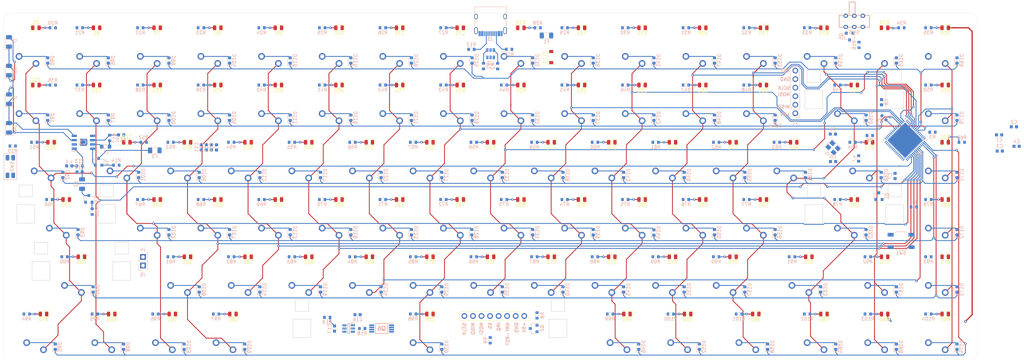
<source format=kicad_pcb>
(kicad_pcb (version 20171130) (host pcbnew 5.1.10)
  (layers (0 F.Cu signal) (31 B.Cu signal) (34 B.Paste user) (35 F.Paste user) (36 B.SilkS user) (37 F.SilkS user) (38 B.Mask user) (39 F.Mask user) (44 Edge.Cuts user))
  (net 0 "")
  (net 1 +5V)
  (net 2 GND)
  (net 3 "Net-(C5-Pad1)")
  (net 4 "Net-(C6-Pad1)")
  (net 5 "Net-(C7-Pad1)")
  (net 6 VBUS_SENSE)
  (net 7 "Net-(C9-Pad1)")
  (net 8 "Net-(C10-Pad1)")
  (net 9 "Net-(C11-Pad2)")
  (net 10 "Net-(C15-Pad1)")
  (net 11 BATT+)
  (net 12 "Net-(C17-Pad2)")
  (net 13 "Net-(C17-Pad1)")
  (net 14 "Net-(D1-Pad2)")
  (net 15 "Net-(D1-Pad1)")
  (net 16 "Net-(D3-Pad2)")
  (net 17 "Net-(D5-Pad2)")
  (net 18 BACKLIGHT)
  (net 19 "Net-(D6-Pad2)")
  (net 20 "Net-(D7-Pad2)")
  (net 21 "Net-(D8-Pad2)")
  (net 22 "Net-(D9-Pad2)")
  (net 23 "Net-(D10-Pad2)")
  (net 24 "Net-(D11-Pad2)")
  (net 25 "Net-(D12-Pad2)")
  (net 26 "Net-(D13-Pad2)")
  (net 27 "Net-(D14-Pad2)")
  (net 28 "Net-(D15-Pad2)")
  (net 29 "Net-(D16-Pad2)")
  (net 30 "Net-(D17-Pad2)")
  (net 31 "Net-(D18-Pad2)")
  (net 32 "Net-(D19-Pad2)")
  (net 33 "Net-(D20-Pad2)")
  (net 34 "Net-(D21-Pad2)")
  (net 35 "Net-(D22-Pad2)")
  (net 36 "Net-(D23-Pad2)")
  (net 37 "Net-(D24-Pad2)")
  (net 38 "Net-(D25-Pad2)")
  (net 39 "Net-(D26-Pad2)")
  (net 40 "Net-(D27-Pad2)")
  (net 41 "Net-(D28-Pad2)")
  (net 42 "Net-(D29-Pad2)")
  (net 43 "Net-(D30-Pad2)")
  (net 44 "Net-(D31-Pad2)")
  (net 45 "Net-(D32-Pad2)")
  (net 46 "Net-(D33-Pad2)")
  (net 47 "Net-(D34-Pad2)")
  (net 48 "Net-(D35-Pad2)")
  (net 49 "Net-(D36-Pad2)")
  (net 50 "Net-(D37-Pad2)")
  (net 51 "Net-(D38-Pad2)")
  (net 52 "Net-(D39-Pad2)")
  (net 53 "Net-(D40-Pad2)")
  (net 54 "Net-(D41-Pad2)")
  (net 55 "Net-(D42-Pad2)")
  (net 56 "Net-(D43-Pad2)")
  (net 57 "Net-(D44-Pad2)")
  (net 58 "Net-(D45-Pad2)")
  (net 59 "Net-(D46-Pad2)")
  (net 60 "Net-(D47-Pad2)")
  (net 61 "Net-(D48-Pad2)")
  (net 62 "Net-(D49-Pad2)")
  (net 63 "Net-(D50-Pad2)")
  (net 64 "Net-(D51-Pad2)")
  (net 65 "Net-(D52-Pad2)")
  (net 66 "Net-(D53-Pad2)")
  (net 67 "Net-(D54-Pad2)")
  (net 68 "Net-(D55-Pad2)")
  (net 69 "Net-(D56-Pad2)")
  (net 70 "Net-(D57-Pad2)")
  (net 71 "Net-(D58-Pad2)")
  (net 72 "Net-(D59-Pad2)")
  (net 73 "Net-(D60-Pad2)")
  (net 74 "Net-(D61-Pad2)")
  (net 75 "Net-(D62-Pad2)")
  (net 76 "Net-(D63-Pad2)")
  (net 77 "Net-(D64-Pad2)")
  (net 78 "Net-(D65-Pad2)")
  (net 79 "Net-(D66-Pad2)")
  (net 80 "Net-(D67-Pad2)")
  (net 81 "Net-(D68-Pad2)")
  (net 82 "Net-(D69-Pad2)")
  (net 83 "Net-(D70-Pad2)")
  (net 84 "Net-(D71-Pad2)")
  (net 85 "Net-(D72-Pad2)")
  (net 86 "Net-(D73-Pad2)")
  (net 87 "Net-(D74-Pad2)")
  (net 88 "Net-(D75-Pad2)")
  (net 89 "Net-(D76-Pad2)")
  (net 90 "Net-(D77-Pad2)")
  (net 91 "Net-(D78-Pad2)")
  (net 92 "Net-(D79-Pad2)")
  (net 93 "Net-(D80-Pad2)")
  (net 94 "Net-(D81-Pad2)")
  (net 95 "Net-(D82-Pad2)")
  (net 96 "Net-(D83-Pad2)")
  (net 97 "Net-(D84-Pad2)")
  (net 98 "Net-(D85-Pad2)")
  (net 99 "Net-(D86-Pad2)")
  (net 100 "Net-(D87-Pad2)")
  (net 101 "Net-(D88-Pad2)")
  (net 102 "Net-(D89-Pad2)")
  (net 103 "Net-(D90-Pad2)")
  (net 104 ROW0)
  (net 105 "Net-(D91-Pad2)")
  (net 106 ROW1)
  (net 107 "Net-(D92-Pad2)")
  (net 108 ROW2)
  (net 109 "Net-(D93-Pad2)")
  (net 110 ROW3)
  (net 111 "Net-(D94-Pad2)")
  (net 112 ROW4)
  (net 113 "Net-(D95-Pad2)")
  (net 114 ROW5)
  (net 115 "Net-(D96-Pad2)")
  (net 116 "Net-(D97-Pad2)")
  (net 117 "Net-(D98-Pad2)")
  (net 118 "Net-(D99-Pad2)")
  (net 119 "Net-(D100-Pad2)")
  (net 120 "Net-(D101-Pad2)")
  (net 121 "Net-(D102-Pad2)")
  (net 122 "Net-(D103-Pad2)")
  (net 123 "Net-(D104-Pad2)")
  (net 124 "Net-(D105-Pad2)")
  (net 125 "Net-(D106-Pad2)")
  (net 126 "Net-(D107-Pad2)")
  (net 127 "Net-(D108-Pad2)")
  (net 128 "Net-(D109-Pad2)")
  (net 129 "Net-(D110-Pad2)")
  (net 130 "Net-(D111-Pad2)")
  (net 131 "Net-(D112-Pad2)")
  (net 132 "Net-(D113-Pad2)")
  (net 133 "Net-(D114-Pad2)")
  (net 134 "Net-(D115-Pad2)")
  (net 135 "Net-(D116-Pad2)")
  (net 136 "Net-(D117-Pad2)")
  (net 137 "Net-(D118-Pad2)")
  (net 138 "Net-(D119-Pad2)")
  (net 139 "Net-(D120-Pad2)")
  (net 140 "Net-(D121-Pad2)")
  (net 141 "Net-(D122-Pad2)")
  (net 142 "Net-(D123-Pad2)")
  (net 143 "Net-(D124-Pad2)")
  (net 144 "Net-(D125-Pad2)")
  (net 145 "Net-(D126-Pad2)")
  (net 146 "Net-(D127-Pad2)")
  (net 147 "Net-(D128-Pad2)")
  (net 148 "Net-(D129-Pad2)")
  (net 149 "Net-(D130-Pad2)")
  (net 150 "Net-(D131-Pad2)")
  (net 151 "Net-(D132-Pad2)")
  (net 152 "Net-(D133-Pad2)")
  (net 153 "Net-(D134-Pad2)")
  (net 154 "Net-(D135-Pad2)")
  (net 155 "Net-(D136-Pad2)")
  (net 156 "Net-(D137-Pad2)")
  (net 157 "Net-(D138-Pad2)")
  (net 158 "Net-(D139-Pad2)")
  (net 159 "Net-(D140-Pad2)")
  (net 160 "Net-(D141-Pad2)")
  (net 161 "Net-(D142-Pad2)")
  (net 162 "Net-(D143-Pad2)")
  (net 163 "Net-(D144-Pad2)")
  (net 164 "Net-(D145-Pad2)")
  (net 165 "Net-(D146-Pad2)")
  (net 166 "Net-(D147-Pad2)")
  (net 167 "Net-(D148-Pad2)")
  (net 168 "Net-(D149-Pad2)")
  (net 169 "Net-(D150-Pad2)")
  (net 170 "Net-(D151-Pad2)")
  (net 171 "Net-(D152-Pad2)")
  (net 172 "Net-(D153-Pad2)")
  (net 173 "Net-(D154-Pad2)")
  (net 174 "Net-(D155-Pad2)")
  (net 175 "Net-(D156-Pad2)")
  (net 176 "Net-(D157-Pad2)")
  (net 177 "Net-(D158-Pad2)")
  (net 178 "Net-(D159-Pad2)")
  (net 179 "Net-(D160-Pad2)")
  (net 180 "Net-(D161-Pad2)")
  (net 181 "Net-(D162-Pad2)")
  (net 182 "Net-(D163-Pad2)")
  (net 183 "Net-(D164-Pad2)")
  (net 184 "Net-(D165-Pad2)")
  (net 185 "Net-(D166-Pad2)")
  (net 186 "Net-(D167-Pad2)")
  (net 187 "Net-(D168-Pad2)")
  (net 188 "Net-(D169-Pad2)")
  (net 189 "Net-(D170-Pad2)")
  (net 190 "Net-(D171-Pad2)")
  (net 191 "Net-(D172-Pad2)")
  (net 192 "Net-(D173-Pad2)")
  (net 193 "Net-(D174-Pad2)")
  (net 194 "Net-(F2-Pad2)")
  (net 195 "Net-(F3-Pad1)")
  (net 196 "Net-(IC1-Pad8)")
  (net 197 "Net-(IC1-Pad7)")
  (net 198 "Net-(IC1-Pad5)")
  (net 199 "Net-(IC2-Pad4)")
  (net 200 "Net-(IC2-Pad3)")
  (net 201 "Net-(IC2-Pad2)")
  (net 202 "Net-(IC2-Pad1)")
  (net 203 RESET)
  (net 204 SCLK_5V)
  (net 205 MOSI_5V)
  (net 206 MISO_5V)
  (net 207 SS_5V)
  (net 208 IRQ_5V)
  (net 209 RST_5V)
  (net 210 "Net-(J2-Pad1)")
  (net 211 "Net-(J3-PadB8)")
  (net 212 "Net-(J3-PadA5)")
  (net 213 D-)
  (net 214 D+)
  (net 215 "Net-(J3-PadA8)")
  (net 216 "Net-(J3-PadB5)")
  (net 217 COL0)
  (net 218 COL1)
  (net 219 COL2)
  (net 220 COL3)
  (net 221 COL4)
  (net 222 COL5)
  (net 223 COL6)
  (net 224 COL7)
  (net 225 COL8)
  (net 226 COL9)
  (net 227 COL10)
  (net 228 COL11)
  (net 229 COL12)
  (net 230 COL13)
  (net 231 COL14)
  (net 232 COL15)
  (net 233 "Net-(Q1-Pad2)")
  (net 234 NRF_DISC)
  (net 235 BATT_DISC)
  (net 236 "Net-(Q5-Pad2)")
  (net 237 "Net-(Q6-Pad1)")
  (net 238 "Net-(R1-Pad1)")
  (net 239 "Net-(R2-Pad2)")
  (net 240 "Net-(R3-Pad1)")
  (net 241 "Net-(R5-Pad2)")
  (net 242 "Net-(R6-Pad2)")
  (net 243 "Net-(R15-Pad1)")
  (net 244 "Net-(U1-Pad62)")
  (net 245 "Net-(U1-Pad34)")
  (net 246 "Net-(U1-Pad33)")
  (net 247 "Net-(U1-Pad19)")
  (net 248 "Net-(U1-Pad18)")
  (net 249 "Net-(U1-Pad9)")
  (net 250 "Net-(U2-Pad6)")
  (net 251 "Net-(U2-Pad4)")
  (net 252 "Net-(D175-Pad2)")
  (net 253 "Net-(U1-Pad45)")
  (net 254 "Net-(U1-Pad44)")
  (net 255 "Net-(U1-Pad35)")
  (net 256 "Net-(U1-Pad28)")
  (net 257 "Net-(U1-Pad27)")
  (net 258 "Net-(U1-Pad17)")
  (net 259 "Net-(U1-Pad16)")
  (net 260 "Net-(U1-Pad48)")
  (net 261 "Net-(U1-Pad47)")
  (net 262 "Net-(U1-Pad46)")
  (module Keebio-Parts:Kailh-PG1350-2u-NoLED (layer F.Cu) (at 319.5 110.5)
    (fp_text reference K71)
    (fp_text value KEYSW hide)
    (fp_line (start -14.65 2.3) (end -9.35 2.3) (layer Edge.Cuts) (width 0.12))
    (fp_line (start -14.65 -3.2) (end -9.35 -3.2) (layer Edge.Cuts) (width 0.12))
    (fp_line (start -9.35 2.3) (end -9.35 -3.2) (layer Edge.Cuts) (width 0.12))
    (fp_line (start -14.65 -3.2) (end -14.65 2.3) (layer Edge.Cuts) (width 0.12))
    (fp_line (start -14 -9) (end -10 -9) (layer Edge.Cuts) (width 0.12))
    (fp_line (start -14 -5.5) (end -10 -5.5) (layer Edge.Cuts) (width 0.12))
    (fp_line (start -14 -9) (end -14 -5.5) (layer Edge.Cuts) (width 0.12))
    (fp_line (start -10 -5.5) (end -10 -9) (layer Edge.Cuts) (width 0.12))
    (fp_line (start 9.35 2.3) (end 14.65 2.3) (layer Edge.Cuts) (width 0.12))
    (fp_line (start 9.35 -3.2) (end 14.65 -3.2) (layer Edge.Cuts) (width 0.12))
    (fp_line (start 14.65 2.3) (end 14.65 -3.2) (layer Edge.Cuts) (width 0.12))
    (fp_line (start 9.35 -3.2) (end 9.35 2.3) (layer Edge.Cuts) (width 0.12))
    (fp_line (start 10 -9) (end 14 -9) (layer Edge.Cuts) (width 0.12))
    (fp_line (start 10 -5.5) (end 14 -5.5) (layer Edge.Cuts) (width 0.12))
    (fp_line (start 10 -9) (end 10 -5.5) (layer Edge.Cuts) (width 0.12))
    (fp_line (start 14 -5.5) (end 14 -9) (layer Edge.Cuts) (width 0.12))
    (pad "" np_thru_hole circle (at 5.5 0 180) (size 1.7 1.7) (drill 1.7) (layers *.Cu *.Mask))
    (pad "" np_thru_hole circle (at -5.5 0 180) (size 1.7 1.7) (drill 1.7) (layers *.Cu *.Mask))
    (pad 2 thru_hole circle (at -5 3.8 41.9) (size 2 2) (drill 1.2) (layers *.Cu *.Mask) (net 179 "Net-(D160-Pad2)"))
    (pad 1 thru_hole circle (at 0 5.9 180) (size 2 2) (drill 1.2) (layers *.Cu *.Mask) (net 230 COL13))
    (pad "" np_thru_hole circle (at 0 0 180) (size 3.4 3.4) (drill 3.4) (layers *.Cu *.Mask))
  )
  (module Keebio-Parts:Kailh-PG1350-1u-NoLED (layer F.Cu) (at 346.5 161.5)
    (fp_text reference K84)
    (fp_text value KEYSW hide)
    (pad "" np_thru_hole circle (at 5.5 0 180) (size 1.7 1.7) (drill 1.7) (layers *.Cu *.Mask))
    (pad "" np_thru_hole circle (at -5.5 0 180) (size 1.7 1.7) (drill 1.7) (layers *.Cu *.Mask))
    (pad 2 thru_hole circle (at -5 3.8 41.9) (size 2 2) (drill 1.2) (layers *.Cu *.Mask) (net 192 "Net-(D173-Pad2)"))
    (pad 1 thru_hole circle (at 0 5.9 180) (size 2 2) (drill 1.2) (layers *.Cu *.Mask) (net 232 COL15))
    (pad "" np_thru_hole circle (at 0 0 180) (size 3.4 3.4) (drill 3.4) (layers *.Cu *.Mask))
  )
  (module Keebio-Parts:Kailh-PG1350-1u-NoLED (layer F.Cu) (at 346.5 110.5)
    (fp_text reference K81)
    (fp_text value KEYSW hide)
    (pad "" np_thru_hole circle (at 5.5 0 180) (size 1.7 1.7) (drill 1.7) (layers *.Cu *.Mask))
    (pad "" np_thru_hole circle (at -5.5 0 180) (size 1.7 1.7) (drill 1.7) (layers *.Cu *.Mask))
    (pad 2 thru_hole circle (at -5 3.8 41.9) (size 2 2) (drill 1.2) (layers *.Cu *.Mask) (net 189 "Net-(D170-Pad2)"))
    (pad 1 thru_hole circle (at 0 5.9 180) (size 2 2) (drill 1.2) (layers *.Cu *.Mask) (net 232 COL15))
    (pad "" np_thru_hole circle (at 0 0 180) (size 3.4 3.4) (drill 3.4) (layers *.Cu *.Mask))
  )
  (module Keebio-Parts:Kailh-PG1350-2u-NoLED (layer F.Cu) (at 85.5 144.5)
    (fp_text reference K4)
    (fp_text value KEYSW hide)
    (fp_line (start -14.65 2.3) (end -9.35 2.3) (layer Edge.Cuts) (width 0.12))
    (fp_line (start -14.65 -3.2) (end -9.35 -3.2) (layer Edge.Cuts) (width 0.12))
    (fp_line (start -9.35 2.3) (end -9.35 -3.2) (layer Edge.Cuts) (width 0.12))
    (fp_line (start -14.65 -3.2) (end -14.65 2.3) (layer Edge.Cuts) (width 0.12))
    (fp_line (start -14 -9) (end -10 -9) (layer Edge.Cuts) (width 0.12))
    (fp_line (start -14 -5.5) (end -10 -5.5) (layer Edge.Cuts) (width 0.12))
    (fp_line (start -14 -9) (end -14 -5.5) (layer Edge.Cuts) (width 0.12))
    (fp_line (start -10 -5.5) (end -10 -9) (layer Edge.Cuts) (width 0.12))
    (fp_line (start 9.35 2.3) (end 14.65 2.3) (layer Edge.Cuts) (width 0.12))
    (fp_line (start 9.35 -3.2) (end 14.65 -3.2) (layer Edge.Cuts) (width 0.12))
    (fp_line (start 14.65 2.3) (end 14.65 -3.2) (layer Edge.Cuts) (width 0.12))
    (fp_line (start 9.35 -3.2) (end 9.35 2.3) (layer Edge.Cuts) (width 0.12))
    (fp_line (start 10 -9) (end 14 -9) (layer Edge.Cuts) (width 0.12))
    (fp_line (start 10 -5.5) (end 14 -5.5) (layer Edge.Cuts) (width 0.12))
    (fp_line (start 10 -9) (end 10 -5.5) (layer Edge.Cuts) (width 0.12))
    (fp_line (start 14 -5.5) (end 14 -9) (layer Edge.Cuts) (width 0.12))
    (pad "" np_thru_hole circle (at 5.5 0 180) (size 1.7 1.7) (drill 1.7) (layers *.Cu *.Mask))
    (pad "" np_thru_hole circle (at -5.5 0 180) (size 1.7 1.7) (drill 1.7) (layers *.Cu *.Mask))
    (pad 2 thru_hole circle (at -5 3.8 41.9) (size 2 2) (drill 1.2) (layers *.Cu *.Mask) (net 109 "Net-(D93-Pad2)"))
    (pad 1 thru_hole circle (at 0 5.9 180) (size 2 2) (drill 1.2) (layers *.Cu *.Mask) (net 217 COL0))
    (pad "" np_thru_hole circle (at 0 0 180) (size 3.4 3.4) (drill 3.4) (layers *.Cu *.Mask))
  )
  (module Keebio-Parts:Kailh-PG1350-1u-NoLED (layer F.Cu) (at 112.5 144.5)
    (fp_text reference K13)
    (fp_text value KEYSW hide)
    (pad "" np_thru_hole circle (at 5.5 0 180) (size 1.7 1.7) (drill 1.7) (layers *.Cu *.Mask))
    (pad "" np_thru_hole circle (at -5.5 0 180) (size 1.7 1.7) (drill 1.7) (layers *.Cu *.Mask))
    (pad 2 thru_hole circle (at -5 3.8 41.9) (size 2 2) (drill 1.2) (layers *.Cu *.Mask) (net 121 "Net-(D102-Pad2)"))
    (pad 1 thru_hole circle (at 0 5.9 180) (size 2 2) (drill 1.2) (layers *.Cu *.Mask) (net 219 COL2))
    (pad "" np_thru_hole circle (at 0 0 180) (size 3.4 3.4) (drill 3.4) (layers *.Cu *.Mask))
  )
  (module Keebio-Parts:Kailh-PG1350-1u-NoLED (layer F.Cu) (at 130.5 144.5)
    (fp_text reference K18)
    (fp_text value KEYSW hide)
    (pad "" np_thru_hole circle (at 5.5 0 180) (size 1.7 1.7) (drill 1.7) (layers *.Cu *.Mask))
    (pad "" np_thru_hole circle (at -5.5 0 180) (size 1.7 1.7) (drill 1.7) (layers *.Cu *.Mask))
    (pad 2 thru_hole circle (at -5 3.8 41.9) (size 2 2) (drill 1.2) (layers *.Cu *.Mask) (net 126 "Net-(D107-Pad2)"))
    (pad 1 thru_hole circle (at 0 5.9 180) (size 2 2) (drill 1.2) (layers *.Cu *.Mask) (net 220 COL3))
    (pad "" np_thru_hole circle (at 0 0 180) (size 3.4 3.4) (drill 3.4) (layers *.Cu *.Mask))
  )
  (module Keebio-Parts:Kailh-PG1350-1u-NoLED (layer F.Cu) (at 346.5 127.5)
    (fp_text reference K82)
    (fp_text value KEYSW hide)
    (pad "" np_thru_hole circle (at 5.5 0 180) (size 1.7 1.7) (drill 1.7) (layers *.Cu *.Mask))
    (pad "" np_thru_hole circle (at -5.5 0 180) (size 1.7 1.7) (drill 1.7) (layers *.Cu *.Mask))
    (pad 2 thru_hole circle (at -5 3.8 41.9) (size 2 2) (drill 1.2) (layers *.Cu *.Mask) (net 190 "Net-(D171-Pad2)"))
    (pad 1 thru_hole circle (at 0 5.9 180) (size 2 2) (drill 1.2) (layers *.Cu *.Mask) (net 232 COL15))
    (pad "" np_thru_hole circle (at 0 0 180) (size 3.4 3.4) (drill 3.4) (layers *.Cu *.Mask))
  )
  (module Keebio-Parts:Kailh-PG1350-1u-NoLED (layer F.Cu) (at 324 127.5)
    (fp_text reference K77)
    (fp_text value KEYSW hide)
    (pad "" np_thru_hole circle (at 5.5 0 180) (size 1.7 1.7) (drill 1.7) (layers *.Cu *.Mask))
    (pad "" np_thru_hole circle (at -5.5 0 180) (size 1.7 1.7) (drill 1.7) (layers *.Cu *.Mask))
    (pad 2 thru_hole circle (at -5 3.8 41.9) (size 2 2) (drill 1.2) (layers *.Cu *.Mask) (net 185 "Net-(D166-Pad2)"))
    (pad 1 thru_hole circle (at 0 5.9 180) (size 2 2) (drill 1.2) (layers *.Cu *.Mask) (net 231 COL14))
    (pad "" np_thru_hole circle (at 0 0 180) (size 3.4 3.4) (drill 3.4) (layers *.Cu *.Mask))
  )
  (module Resistor_SMD:R_0603_1608Metric (layer B.Cu) (at 342.725 119.8)
    (fp_text reference R3 (at 0 1.43) (layer B.SilkS) (effects (justify mirror)))
    (fp_text value 10K)
    (pad 2 smd roundrect (at 0.825 0) (size 0.8 0.95) (layers B.Cu B.Paste B.Mask) (net 2 GND))
    (pad 1 smd roundrect (at -0.825 0) (size 0.8 0.95) (layers B.Cu B.Paste B.Mask) (net 240 "Net-(R3-Pad1)"))
  )
  (module Keebio-Parts:Kailh-PG1350-1u-NoLED (layer F.Cu) (at 193.5 161.5)
    (fp_text reference K40)
    (fp_text value KEYSW hide)
    (pad "" np_thru_hole circle (at 5.5 0 180) (size 1.7 1.7) (drill 1.7) (layers *.Cu *.Mask))
    (pad "" np_thru_hole circle (at -5.5 0 180) (size 1.7 1.7) (drill 1.7) (layers *.Cu *.Mask))
    (pad 2 thru_hole circle (at -5 3.8 41.9) (size 2 2) (drill 1.2) (layers *.Cu *.Mask) (net 148 "Net-(D129-Pad2)"))
    (pad 1 thru_hole circle (at 0 5.9 180) (size 2 2) (drill 1.2) (layers *.Cu *.Mask) (net 224 COL7))
    (pad "" np_thru_hole circle (at 0 0 180) (size 3.4 3.4) (drill 3.4) (layers *.Cu *.Mask))
  )
  (module Diode_SMD:D_SOD-123 (layer F.Cu) (at 229.5 97.5 90)
    (fp_text reference D175 (at 0 -2 90) (layer F.SilkS))
    (fp_text value D_Schottky)
    (pad 2 smd rect (at 1.65 0 90) (size 0.9 1.2) (layers F.Cu F.Paste F.Mask) (net 252 "Net-(D175-Pad2)"))
    (pad 1 smd rect (at -1.65 0 90) (size 0.9 1.2) (layers F.Cu F.Paste F.Mask) (net 1 +5V))
  )
  (module PCBFootprints:SW-TH_SK-3245D-02-L4.00 (layer B.Cu) (at 319.5 86.9)
    (fp_text reference SW3 (at 0 3.2) (layer B.SilkS) (effects (justify mirror)))
    (fp_text value SW_DIP_x01)
    (pad 3 thru_hole oval (at -2.54 1.65) (size 1.4 1.2) (drill oval 0.75 0.6) (layers *.Cu *.Mask))
    (pad 2 thru_hole oval (at 0 1.65) (size 1.4 1.2) (drill oval 0.75 0.6) (layers *.Cu *.Mask) (net 2 GND))
    (pad 1 thru_hole oval (at 2.54 1.65) (size 1.4 1.2) (drill oval 0.75 0.6) (layers *.Cu *.Mask) (net 236 "Net-(Q5-Pad2)"))
    (pad 3 thru_hole oval (at -2.54 -1.65) (size 1.4 1.2) (drill oval 0.75 0.6) (layers *.Cu *.Mask))
    (pad 2 thru_hole oval (at 0 -1.65) (size 1.4 1.2) (drill oval 0.75 0.6) (layers *.Cu *.Mask) (net 2 GND))
    (pad 1 thru_hole oval (at 2.54 -1.65) (size 1.4 1.2) (drill oval 0.75 0.6) (layers *.Cu *.Mask) (net 236 "Net-(Q5-Pad2)"))
  )
  (module Connector_PinSocket_2.54mm:PinSocket_1x08_P2.54mm_Vertical (layer F.Cu) (at 221.5 174.4 270)
    (fp_text reference J2 hide)
    (fp_text value Conn_01x08_Female)
    (pad 8 thru_hole oval (at 0 17.78 270) (size 1.7 1.7) (drill 1) (layers *.Cu *.Mask) (net 204 SCLK_5V))
    (pad 7 thru_hole oval (at 0 15.24 270) (size 1.7 1.7) (drill 1) (layers *.Cu *.Mask) (net 206 MISO_5V))
    (pad 6 thru_hole oval (at 0 12.7 270) (size 1.7 1.7) (drill 1) (layers *.Cu *.Mask) (net 205 MOSI_5V))
    (pad 5 thru_hole oval (at 0 10.16 270) (size 1.7 1.7) (drill 1) (layers *.Cu *.Mask) (net 207 SS_5V))
    (pad 4 thru_hole oval (at 0 7.62 270) (size 1.7 1.7) (drill 1) (layers *.Cu *.Mask) (net 208 IRQ_5V))
    (pad 3 thru_hole oval (at 0 5.08 270) (size 1.7 1.7) (drill 1) (layers *.Cu *.Mask) (net 209 RST_5V))
    (pad 2 thru_hole oval (at 0 2.54 270) (size 1.7 1.7) (drill 1) (layers *.Cu *.Mask) (net 2 GND))
    (pad 1 thru_hole circle (at 0 0 270) (size 1.7 1.7) (drill 1) (layers *.Cu *.Mask) (net 210 "Net-(J2-Pad1)"))
  )
  (module Connector_PinSocket_2.54mm:PinSocket_1x06_P2.54mm_Vertical (layer B.Cu) (at 302 114.2)
    (fp_text reference J1 (at 0 2.77) (layer B.SilkS) (effects (justify mirror)))
    (fp_text value Conn_01x06_Female)
    (pad 6 thru_hole oval (at 0 -12.7) (size 1.7 1.7) (drill 1) (layers *.Cu *.Mask) (net 203 RESET))
    (pad 5 thru_hole oval (at 0 -10.16) (size 1.7 1.7) (drill 1) (layers *.Cu *.Mask) (net 2 GND))
    (pad 4 thru_hole oval (at 0 -7.62) (size 1.7 1.7) (drill 1) (layers *.Cu *.Mask) (net 204 SCLK_5V))
    (pad 3 thru_hole oval (at 0 -5.08) (size 1.7 1.7) (drill 1) (layers *.Cu *.Mask) (net 205 MOSI_5V))
    (pad 2 thru_hole oval (at 0 -2.54) (size 1.7 1.7) (drill 1) (layers *.Cu *.Mask) (net 206 MISO_5V))
    (pad 1 thru_hole circle (at 0 0) (size 1.7 1.7) (drill 1) (layers *.Cu *.Mask) (net 1 +5V))
  )
  (module Package_DFN_QFN:QFN-64-1EP_9x9mm_P0.5mm_EP7.5x7.5mm (layer B.Cu) (at 334.6 122.2 45)
    (fp_text reference U1 (at 0 5.8 45) (layer B.SilkS) (effects (justify mirror)))
    (fp_text value AT90USB1286-MU)
    (pad 65 smd rect (at 0 0 45) (size 7.5 7.5) (layers B.Cu B.Mask) (net 2 GND))
    (pad 64 smd custom (at -3.75 4.4125 45) (size 0.179289 0.179289) (layers B.Cu B.Paste B.Mask) (net 1 +5V) (options (clearance outline) (anchor circle)) (primitives (gr_poly (pts (xy -0.0625 0.375) (xy 0.0625 0.375) (xy 0.0625 -0.375) (xy 0.000888 -0.375) (xy -0.0625 -0.311612)) (width 0.125))))
    (pad 63 smd roundrect (at -3.25 4.4125 45) (size 0.25 0.875) (layers B.Cu B.Paste B.Mask) (net 2 GND))
    (pad 62 smd roundrect (at -2.75 4.4125 45) (size 0.25 0.875) (layers B.Cu B.Paste B.Mask) (net 244 "Net-(U1-Pad62)"))
    (pad 61 smd roundrect (at -2.25 4.4125 45) (size 0.25 0.875) (layers B.Cu B.Paste B.Mask) (net 217 COL0))
    (pad 60 smd roundrect (at -1.75 4.4125 45) (size 0.25 0.875) (layers B.Cu B.Paste B.Mask) (net 218 COL1))
    (pad 59 smd roundrect (at -1.25 4.4125 45) (size 0.25 0.875) (layers B.Cu B.Paste B.Mask) (net 219 COL2))
    (pad 58 smd roundrect (at -0.75 4.4125 45) (size 0.25 0.875) (layers B.Cu B.Paste B.Mask) (net 220 COL3))
    (pad 57 smd roundrect (at -0.25 4.4125 45) (size 0.25 0.875) (layers B.Cu B.Paste B.Mask) (net 221 COL4))
    (pad 56 smd roundrect (at 0.25 4.4125 45) (size 0.25 0.875) (layers B.Cu B.Paste B.Mask) (net 222 COL5))
    (pad 55 smd roundrect (at 0.75 4.4125 45) (size 0.25 0.875) (layers B.Cu B.Paste B.Mask) (net 223 COL6))
    (pad 54 smd roundrect (at 1.25 4.4125 45) (size 0.25 0.875) (layers B.Cu B.Paste B.Mask) (net 108 ROW2))
    (pad 53 smd roundrect (at 1.75 4.4125 45) (size 0.25 0.875) (layers B.Cu B.Paste B.Mask) (net 2 GND))
    (pad 52 smd roundrect (at 2.25 4.4125 45) (size 0.25 0.875) (layers B.Cu B.Paste B.Mask) (net 1 +5V))
    (pad 51 smd roundrect (at 2.75 4.4125 45) (size 0.25 0.875) (layers B.Cu B.Paste B.Mask) (net 110 ROW3))
    (pad 50 smd roundrect (at 3.25 4.4125 45) (size 0.25 0.875) (layers B.Cu B.Paste B.Mask) (net 112 ROW4))
    (pad 49 smd custom (at 3.75 4.4125 45) (size 0.179289 0.179289) (layers B.Cu B.Paste B.Mask) (net 114 ROW5) (options (clearance outline) (anchor circle)) (primitives (gr_poly (pts (xy -0.0625 0.375) (xy 0.0625 0.375) (xy 0.0625 -0.311612) (xy -0.000888 -0.375) (xy -0.0625 -0.375)) (width 0.125))))
    (pad 48 smd custom (at 4.4125 3.75 45) (size 0.179289 0.179289) (layers B.Cu B.Paste B.Mask) (net 260 "Net-(U1-Pad48)") (options (clearance outline) (anchor circle)) (primitives (gr_poly (pts (xy -0.375 -0.000888) (xy -0.311612 0.0625) (xy 0.375 0.0625) (xy 0.375 -0.0625) (xy -0.375 -0.0625)) (width 0.125))))
    (pad 47 smd roundrect (at 4.4125 3.25 45) (size 0.875 0.25) (layers B.Cu B.Paste B.Mask) (net 261 "Net-(U1-Pad47)"))
    (pad 46 smd roundrect (at 4.4125 2.75 45) (size 0.875 0.25) (layers B.Cu B.Paste B.Mask) (net 262 "Net-(U1-Pad46)"))
    (pad 45 smd roundrect (at 4.4125 2.25 45) (size 0.875 0.25) (layers B.Cu B.Paste B.Mask) (net 253 "Net-(U1-Pad45)"))
    (pad 44 smd roundrect (at 4.4125 1.75 45) (size 0.875 0.25) (layers B.Cu B.Paste B.Mask) (net 254 "Net-(U1-Pad44)"))
    (pad 43 smd roundrect (at 4.4125 1.25 45) (size 0.875 0.25) (layers B.Cu B.Paste B.Mask) (net 240 "Net-(R3-Pad1)"))
    (pad 42 smd roundrect (at 4.4125 0.75 45) (size 0.875 0.25) (layers B.Cu B.Paste B.Mask) (net 106 ROW1))
    (pad 41 smd roundrect (at 4.4125 0.25 45) (size 0.875 0.25) (layers B.Cu B.Paste B.Mask) (net 104 ROW0))
    (pad 40 smd roundrect (at 4.4125 -0.25 45) (size 0.875 0.25) (layers B.Cu B.Paste B.Mask) (net 232 COL15))
    (pad 39 smd roundrect (at 4.4125 -0.75 45) (size 0.875 0.25) (layers B.Cu B.Paste B.Mask) (net 231 COL14))
    (pad 38 smd roundrect (at 4.4125 -1.25 45) (size 0.875 0.25) (layers B.Cu B.Paste B.Mask) (net 230 COL13))
    (pad 37 smd roundrect (at 4.4125 -1.75 45) (size 0.875 0.25) (layers B.Cu B.Paste B.Mask) (net 229 COL12))
    (pad 36 smd roundrect (at 4.4125 -2.25 45) (size 0.875 0.25) (layers B.Cu B.Paste B.Mask) (net 228 COL11))
    (pad 35 smd roundrect (at 4.4125 -2.75 45) (size 0.875 0.25) (layers B.Cu B.Paste B.Mask) (net 255 "Net-(U1-Pad35)"))
    (pad 34 smd roundrect (at 4.4125 -3.25 45) (size 0.875 0.25) (layers B.Cu B.Paste B.Mask) (net 245 "Net-(U1-Pad34)"))
    (pad 33 smd custom (at 4.4125 -3.75 45) (size 0.179289 0.179289) (layers B.Cu B.Paste B.Mask) (net 246 "Net-(U1-Pad33)") (options (clearance outline) (anchor circle)) (primitives (gr_poly (pts (xy -0.375 0.0625) (xy 0.375 0.0625) (xy 0.375 -0.0625) (xy -0.311612 -0.0625) (xy -0.375 0.000888)) (width 0.125))))
    (pad 32 smd custom (at 3.75 -4.4125 45) (size 0.179289 0.179289) (layers B.Cu B.Paste B.Mask) (net 227 COL10) (options (clearance outline) (anchor circle)) (primitives (gr_poly (pts (xy -0.0625 0.375) (xy -0.000888 0.375) (xy 0.0625 0.311612) (xy 0.0625 -0.375) (xy -0.0625 -0.375)) (width 0.125))))
    (pad 31 smd roundrect (at 3.25 -4.4125 45) (size 0.25 0.875) (layers B.Cu B.Paste B.Mask) (net 226 COL9))
    (pad 30 smd roundrect (at 2.75 -4.4125 45) (size 0.25 0.875) (layers B.Cu B.Paste B.Mask) (net 225 COL8))
    (pad 29 smd roundrect (at 2.25 -4.4125 45) (size 0.25 0.875) (layers B.Cu B.Paste B.Mask) (net 224 COL7))
    (pad 28 smd roundrect (at 1.75 -4.4125 45) (size 0.25 0.875) (layers B.Cu B.Paste B.Mask) (net 256 "Net-(U1-Pad28)"))
    (pad 27 smd roundrect (at 1.25 -4.4125 45) (size 0.25 0.875) (layers B.Cu B.Paste B.Mask) (net 257 "Net-(U1-Pad27)"))
    (pad 26 smd roundrect (at 0.75 -4.4125 45) (size 0.25 0.875) (layers B.Cu B.Paste B.Mask) (net 242 "Net-(R6-Pad2)"))
    (pad 25 smd roundrect (at 0.25 -4.4125 45) (size 0.25 0.875) (layers B.Cu B.Paste B.Mask) (net 241 "Net-(R5-Pad2)"))
    (pad 24 smd roundrect (at -0.25 -4.4125 45) (size 0.25 0.875) (layers B.Cu B.Paste B.Mask) (net 3 "Net-(C5-Pad1)"))
    (pad 23 smd roundrect (at -0.75 -4.4125 45) (size 0.25 0.875) (layers B.Cu B.Paste B.Mask) (net 4 "Net-(C6-Pad1)"))
    (pad 22 smd roundrect (at -1.25 -4.4125 45) (size 0.25 0.875) (layers B.Cu B.Paste B.Mask) (net 2 GND))
    (pad 21 smd roundrect (at -1.75 -4.4125 45) (size 0.25 0.875) (layers B.Cu B.Paste B.Mask) (net 1 +5V))
    (pad 20 smd roundrect (at -2.25 -4.4125 45) (size 0.25 0.875) (layers B.Cu B.Paste B.Mask) (net 203 RESET))
    (pad 19 smd roundrect (at -2.75 -4.4125 45) (size 0.25 0.875) (layers B.Cu B.Paste B.Mask) (net 247 "Net-(U1-Pad19)"))
    (pad 18 smd roundrect (at -3.25 -4.4125 45) (size 0.25 0.875) (layers B.Cu B.Paste B.Mask) (net 248 "Net-(U1-Pad18)"))
    (pad 17 smd custom (at -3.75 -4.4125 45) (size 0.179289 0.179289) (layers B.Cu B.Paste B.Mask) (net 258 "Net-(U1-Pad17)") (options (clearance outline) (anchor circle)) (primitives (gr_poly (pts (xy -0.0625 0.311612) (xy 0.000888 0.375) (xy 0.0625 0.375) (xy 0.0625 -0.375) (xy -0.0625 -0.375)) (width 0.125))))
    (pad 16 smd custom (at -4.4125 -3.75 45) (size 0.179289 0.179289) (layers B.Cu B.Paste B.Mask) (net 259 "Net-(U1-Pad16)") (options (clearance outline) (anchor circle)) (primitives (gr_poly (pts (xy -0.375 0.0625) (xy 0.375 0.0625) (xy 0.375 0.000888) (xy 0.311612 -0.0625) (xy -0.375 -0.0625)) (width 0.125))))
    (pad 15 smd roundrect (at -4.4125 -3.25 45) (size 0.875 0.25) (layers B.Cu B.Paste B.Mask) (net 208 IRQ_5V))
    (pad 14 smd roundrect (at -4.4125 -2.75 45) (size 0.875 0.25) (layers B.Cu B.Paste B.Mask) (net 209 RST_5V))
    (pad 13 smd roundrect (at -4.4125 -2.25 45) (size 0.875 0.25) (layers B.Cu B.Paste B.Mask) (net 206 MISO_5V))
    (pad 12 smd roundrect (at -4.4125 -1.75 45) (size 0.875 0.25) (layers B.Cu B.Paste B.Mask) (net 205 MOSI_5V))
    (pad 11 smd roundrect (at -4.4125 -1.25 45) (size 0.875 0.25) (layers B.Cu B.Paste B.Mask) (net 204 SCLK_5V))
    (pad 10 smd roundrect (at -4.4125 -0.75 45) (size 0.875 0.25) (layers B.Cu B.Paste B.Mask) (net 207 SS_5V))
    (pad 9 smd roundrect (at -4.4125 -0.25 45) (size 0.875 0.25) (layers B.Cu B.Paste B.Mask) (net 249 "Net-(U1-Pad9)"))
    (pad 8 smd roundrect (at -4.4125 0.25 45) (size 0.875 0.25) (layers B.Cu B.Paste B.Mask) (net 1 +5V))
    (pad 7 smd roundrect (at -4.4125 0.75 45) (size 0.875 0.25) (layers B.Cu B.Paste B.Mask) (net 5 "Net-(C7-Pad1)"))
    (pad 6 smd roundrect (at -4.4125 1.25 45) (size 0.875 0.25) (layers B.Cu B.Paste B.Mask) (net 2 GND))
    (pad 5 smd roundrect (at -4.4125 1.75 45) (size 0.875 0.25) (layers B.Cu B.Paste B.Mask) (net 238 "Net-(R1-Pad1)"))
    (pad 4 smd roundrect (at -4.4125 2.25 45) (size 0.875 0.25) (layers B.Cu B.Paste B.Mask) (net 239 "Net-(R2-Pad2)"))
    (pad 3 smd roundrect (at -4.4125 2.75 45) (size 0.875 0.25) (layers B.Cu B.Paste B.Mask) (net 1 +5V))
    (pad 2 smd roundrect (at -4.4125 3.25 45) (size 0.875 0.25) (layers B.Cu B.Paste B.Mask) (net 234 NRF_DISC))
    (pad 1 smd custom (at -4.4125 3.75 45) (size 0.179289 0.179289) (layers B.Cu B.Paste B.Mask) (net 235 BATT_DISC) (options (clearance outline) (anchor circle)) (primitives (gr_poly (pts (xy -0.375 0.0625) (xy 0.311612 0.0625) (xy 0.375 -0.000888) (xy 0.375 -0.0625) (xy -0.375 -0.0625)) (width 0.125))))
  )
  (module Keebio-Parts:Kailh-PG1350-1u-NoLED (layer F.Cu) (at 346.5 178.5)
    (fp_text reference K85)
    (fp_text value KEYSW hide)
    (pad "" np_thru_hole circle (at 5.5 0 180) (size 1.7 1.7) (drill 1.7) (layers *.Cu *.Mask))
    (pad "" np_thru_hole circle (at -5.5 0 180) (size 1.7 1.7) (drill 1.7) (layers *.Cu *.Mask))
    (pad 2 thru_hole circle (at -5 3.8 41.9) (size 2 2) (drill 1.2) (layers *.Cu *.Mask) (net 193 "Net-(D174-Pad2)"))
    (pad 1 thru_hole circle (at 0 5.9 180) (size 2 2) (drill 1.2) (layers *.Cu *.Mask) (net 232 COL15))
    (pad "" np_thru_hole circle (at 0 0 180) (size 3.4 3.4) (drill 3.4) (layers *.Cu *.Mask))
  )
  (module Keebio-Parts:Kailh-PG1350-1u-NoLED (layer F.Cu) (at 346.5 144.5)
    (fp_text reference K83)
    (fp_text value KEYSW hide)
    (pad "" np_thru_hole circle (at 5.5 0 180) (size 1.7 1.7) (drill 1.7) (layers *.Cu *.Mask))
    (pad "" np_thru_hole circle (at -5.5 0 180) (size 1.7 1.7) (drill 1.7) (layers *.Cu *.Mask))
    (pad 2 thru_hole circle (at -5 3.8 41.9) (size 2 2) (drill 1.2) (layers *.Cu *.Mask) (net 191 "Net-(D172-Pad2)"))
    (pad 1 thru_hole circle (at 0 5.9 180) (size 2 2) (drill 1.2) (layers *.Cu *.Mask) (net 232 COL15))
    (pad "" np_thru_hole circle (at 0 0 180) (size 3.4 3.4) (drill 3.4) (layers *.Cu *.Mask))
  )
  (module Keebio-Parts:Kailh-PG1350-1u-NoLED (layer F.Cu) (at 346.5 93.5)
    (fp_text reference K80)
    (fp_text value KEYSW hide)
    (pad "" np_thru_hole circle (at 5.5 0 180) (size 1.7 1.7) (drill 1.7) (layers *.Cu *.Mask))
    (pad "" np_thru_hole circle (at -5.5 0 180) (size 1.7 1.7) (drill 1.7) (layers *.Cu *.Mask))
    (pad 2 thru_hole circle (at -5 3.8 41.9) (size 2 2) (drill 1.2) (layers *.Cu *.Mask) (net 188 "Net-(D169-Pad2)"))
    (pad 1 thru_hole circle (at 0 5.9 180) (size 2 2) (drill 1.2) (layers *.Cu *.Mask) (net 232 COL15))
    (pad "" np_thru_hole circle (at 0 0 180) (size 3.4 3.4) (drill 3.4) (layers *.Cu *.Mask))
  )
  (module Keebio-Parts:Kailh-PG1350-1u-NoLED (layer F.Cu) (at 328.5 178.5)
    (fp_text reference K79)
    (fp_text value KEYSW hide)
    (pad "" np_thru_hole circle (at 5.5 0 180) (size 1.7 1.7) (drill 1.7) (layers *.Cu *.Mask))
    (pad "" np_thru_hole circle (at -5.5 0 180) (size 1.7 1.7) (drill 1.7) (layers *.Cu *.Mask))
    (pad 2 thru_hole circle (at -5 3.8 41.9) (size 2 2) (drill 1.2) (layers *.Cu *.Mask) (net 187 "Net-(D168-Pad2)"))
    (pad 1 thru_hole circle (at 0 5.9 180) (size 2 2) (drill 1.2) (layers *.Cu *.Mask) (net 231 COL14))
    (pad "" np_thru_hole circle (at 0 0 180) (size 3.4 3.4) (drill 3.4) (layers *.Cu *.Mask))
  )
  (module Keebio-Parts:Kailh-PG1350-1u-NoLED (layer F.Cu) (at 328.5 161.5)
    (fp_text reference K78)
    (fp_text value KEYSW hide)
    (pad "" np_thru_hole circle (at 5.5 0 180) (size 1.7 1.7) (drill 1.7) (layers *.Cu *.Mask))
    (pad "" np_thru_hole circle (at -5.5 0 180) (size 1.7 1.7) (drill 1.7) (layers *.Cu *.Mask))
    (pad 2 thru_hole circle (at -5 3.8 41.9) (size 2 2) (drill 1.2) (layers *.Cu *.Mask) (net 186 "Net-(D167-Pad2)"))
    (pad 1 thru_hole circle (at 0 5.9 180) (size 2 2) (drill 1.2) (layers *.Cu *.Mask) (net 231 COL14))
    (pad "" np_thru_hole circle (at 0 0 180) (size 3.4 3.4) (drill 3.4) (layers *.Cu *.Mask))
  )
  (module Keebio-Parts:Kailh-PG1350-1u-NoLED (layer F.Cu) (at 328.5 93.5)
    (fp_text reference K76)
    (fp_text value KEYSW hide)
    (pad "" np_thru_hole circle (at 5.5 0 180) (size 1.7 1.7) (drill 1.7) (layers *.Cu *.Mask))
    (pad "" np_thru_hole circle (at -5.5 0 180) (size 1.7 1.7) (drill 1.7) (layers *.Cu *.Mask))
    (pad 2 thru_hole circle (at -5 3.8 41.9) (size 2 2) (drill 1.2) (layers *.Cu *.Mask) (net 184 "Net-(D165-Pad2)"))
    (pad 1 thru_hole circle (at 0 5.9 180) (size 2 2) (drill 1.2) (layers *.Cu *.Mask) (net 231 COL14))
    (pad "" np_thru_hole circle (at 0 0 180) (size 3.4 3.4) (drill 3.4) (layers *.Cu *.Mask))
  )
  (module Keebio-Parts:Kailh-PG1350-1u-NoLED (layer F.Cu) (at 310.5 178.5)
    (fp_text reference K75)
    (fp_text value KEYSW hide)
    (pad "" np_thru_hole circle (at 5.5 0 180) (size 1.7 1.7) (drill 1.7) (layers *.Cu *.Mask))
    (pad "" np_thru_hole circle (at -5.5 0 180) (size 1.7 1.7) (drill 1.7) (layers *.Cu *.Mask))
    (pad 2 thru_hole circle (at -5 3.8 41.9) (size 2 2) (drill 1.2) (layers *.Cu *.Mask) (net 183 "Net-(D164-Pad2)"))
    (pad 1 thru_hole circle (at 0 5.9 180) (size 2 2) (drill 1.2) (layers *.Cu *.Mask) (net 230 COL13))
    (pad "" np_thru_hole circle (at 0 0 180) (size 3.4 3.4) (drill 3.4) (layers *.Cu *.Mask))
  )
  (module Keebio-Parts:Kailh-PG1350-1u-NoLED (layer F.Cu) (at 306 161.5)
    (fp_text reference K74)
    (fp_text value KEYSW hide)
    (pad "" np_thru_hole circle (at 5.5 0 180) (size 1.7 1.7) (drill 1.7) (layers *.Cu *.Mask))
    (pad "" np_thru_hole circle (at -5.5 0 180) (size 1.7 1.7) (drill 1.7) (layers *.Cu *.Mask))
    (pad 2 thru_hole circle (at -5 3.8 41.9) (size 2 2) (drill 1.2) (layers *.Cu *.Mask) (net 182 "Net-(D163-Pad2)"))
    (pad 1 thru_hole circle (at 0 5.9 180) (size 2 2) (drill 1.2) (layers *.Cu *.Mask) (net 230 COL13))
    (pad "" np_thru_hole circle (at 0 0 180) (size 3.4 3.4) (drill 3.4) (layers *.Cu *.Mask))
  )
  (module Keebio-Parts:Kailh-PG1350-2u-NoLED (layer F.Cu) (at 319.5 144.5)
    (fp_text reference K73)
    (fp_text value KEYSW hide)
    (fp_line (start -14.65 2.3) (end -9.35 2.3) (layer Edge.Cuts) (width 0.12))
    (fp_line (start -14.65 -3.2) (end -9.35 -3.2) (layer Edge.Cuts) (width 0.12))
    (fp_line (start -9.35 2.3) (end -9.35 -3.2) (layer Edge.Cuts) (width 0.12))
    (fp_line (start -14.65 -3.2) (end -14.65 2.3) (layer Edge.Cuts) (width 0.12))
    (fp_line (start -14 -9) (end -10 -9) (layer Edge.Cuts) (width 0.12))
    (fp_line (start -14 -5.5) (end -10 -5.5) (layer Edge.Cuts) (width 0.12))
    (fp_line (start -14 -9) (end -14 -5.5) (layer Edge.Cuts) (width 0.12))
    (fp_line (start -10 -5.5) (end -10 -9) (layer Edge.Cuts) (width 0.12))
    (fp_line (start 9.35 2.3) (end 14.65 2.3) (layer Edge.Cuts) (width 0.12))
    (fp_line (start 9.35 -3.2) (end 14.65 -3.2) (layer Edge.Cuts) (width 0.12))
    (fp_line (start 14.65 2.3) (end 14.65 -3.2) (layer Edge.Cuts) (width 0.12))
    (fp_line (start 9.35 -3.2) (end 9.35 2.3) (layer Edge.Cuts) (width 0.12))
    (fp_line (start 10 -9) (end 14 -9) (layer Edge.Cuts) (width 0.12))
    (fp_line (start 10 -5.5) (end 14 -5.5) (layer Edge.Cuts) (width 0.12))
    (fp_line (start 10 -9) (end 10 -5.5) (layer Edge.Cuts) (width 0.12))
    (fp_line (start 14 -5.5) (end 14 -9) (layer Edge.Cuts) (width 0.12))
    (pad "" np_thru_hole circle (at 5.5 0 180) (size 1.7 1.7) (drill 1.7) (layers *.Cu *.Mask))
    (pad "" np_thru_hole circle (at -5.5 0 180) (size 1.7 1.7) (drill 1.7) (layers *.Cu *.Mask))
    (pad 2 thru_hole circle (at -5 3.8 41.9) (size 2 2) (drill 1.2) (layers *.Cu *.Mask) (net 181 "Net-(D162-Pad2)"))
    (pad 1 thru_hole circle (at 0 5.9 180) (size 2 2) (drill 1.2) (layers *.Cu *.Mask) (net 230 COL13))
    (pad "" np_thru_hole circle (at 0 0 180) (size 3.4 3.4) (drill 3.4) (layers *.Cu *.Mask))
  )
  (module Keebio-Parts:Kailh-PG1350-1u-NoLED (layer F.Cu) (at 301.5 127.5)
    (fp_text reference K72)
    (fp_text value KEYSW hide)
    (pad "" np_thru_hole circle (at 5.5 0 180) (size 1.7 1.7) (drill 1.7) (layers *.Cu *.Mask))
    (pad "" np_thru_hole circle (at -5.5 0 180) (size 1.7 1.7) (drill 1.7) (layers *.Cu *.Mask))
    (pad 2 thru_hole circle (at -5 3.8 41.9) (size 2 2) (drill 1.2) (layers *.Cu *.Mask) (net 180 "Net-(D161-Pad2)"))
    (pad 1 thru_hole circle (at 0 5.9 180) (size 2 2) (drill 1.2) (layers *.Cu *.Mask) (net 230 COL13))
    (pad "" np_thru_hole circle (at 0 0 180) (size 3.4 3.4) (drill 3.4) (layers *.Cu *.Mask))
  )
  (module Keebio-Parts:Kailh-PG1350-1u-NoLED (layer F.Cu) (at 310.5 93.5)
    (fp_text reference K70)
    (fp_text value KEYSW hide)
    (pad "" np_thru_hole circle (at 5.5 0 180) (size 1.7 1.7) (drill 1.7) (layers *.Cu *.Mask))
    (pad "" np_thru_hole circle (at -5.5 0 180) (size 1.7 1.7) (drill 1.7) (layers *.Cu *.Mask))
    (pad 2 thru_hole circle (at -5 3.8 41.9) (size 2 2) (drill 1.2) (layers *.Cu *.Mask) (net 178 "Net-(D159-Pad2)"))
    (pad 1 thru_hole circle (at 0 5.9 180) (size 2 2) (drill 1.2) (layers *.Cu *.Mask) (net 230 COL13))
    (pad "" np_thru_hole circle (at 0 0 180) (size 3.4 3.4) (drill 3.4) (layers *.Cu *.Mask))
  )
  (module Keebio-Parts:Kailh-PG1350-1u-NoLED (layer F.Cu) (at 290.25 178.5)
    (fp_text reference K69)
    (fp_text value KEYSW hide)
    (pad "" np_thru_hole circle (at 5.5 0 180) (size 1.7 1.7) (drill 1.7) (layers *.Cu *.Mask))
    (pad "" np_thru_hole circle (at -5.5 0 180) (size 1.7 1.7) (drill 1.7) (layers *.Cu *.Mask))
    (pad 2 thru_hole circle (at -5 3.8 41.9) (size 2 2) (drill 1.2) (layers *.Cu *.Mask) (net 177 "Net-(D158-Pad2)"))
    (pad 1 thru_hole circle (at 0 5.9 180) (size 2 2) (drill 1.2) (layers *.Cu *.Mask) (net 229 COL12))
    (pad "" np_thru_hole circle (at 0 0 180) (size 3.4 3.4) (drill 3.4) (layers *.Cu *.Mask))
  )
  (module Keebio-Parts:Kailh-PG1350-1u-NoLED (layer F.Cu) (at 283.5 161.5)
    (fp_text reference K68)
    (fp_text value KEYSW hide)
    (pad "" np_thru_hole circle (at 5.5 0 180) (size 1.7 1.7) (drill 1.7) (layers *.Cu *.Mask))
    (pad "" np_thru_hole circle (at -5.5 0 180) (size 1.7 1.7) (drill 1.7) (layers *.Cu *.Mask))
    (pad 2 thru_hole circle (at -5 3.8 41.9) (size 2 2) (drill 1.2) (layers *.Cu *.Mask) (net 176 "Net-(D157-Pad2)"))
    (pad 1 thru_hole circle (at 0 5.9 180) (size 2 2) (drill 1.2) (layers *.Cu *.Mask) (net 229 COL12))
    (pad "" np_thru_hole circle (at 0 0 180) (size 3.4 3.4) (drill 3.4) (layers *.Cu *.Mask))
  )
  (module Keebio-Parts:Kailh-PG1350-1u-NoLED (layer F.Cu) (at 292.5 144.5)
    (fp_text reference K67)
    (fp_text value KEYSW hide)
    (pad "" np_thru_hole circle (at 5.5 0 180) (size 1.7 1.7) (drill 1.7) (layers *.Cu *.Mask))
    (pad "" np_thru_hole circle (at -5.5 0 180) (size 1.7 1.7) (drill 1.7) (layers *.Cu *.Mask))
    (pad 2 thru_hole circle (at -5 3.8 41.9) (size 2 2) (drill 1.2) (layers *.Cu *.Mask) (net 175 "Net-(D156-Pad2)"))
    (pad 1 thru_hole circle (at 0 5.9 180) (size 2 2) (drill 1.2) (layers *.Cu *.Mask) (net 229 COL12))
    (pad "" np_thru_hole circle (at 0 0 180) (size 3.4 3.4) (drill 3.4) (layers *.Cu *.Mask))
  )
  (module Keebio-Parts:Kailh-PG1350-1u-NoLED (layer F.Cu) (at 283.5 127.5)
    (fp_text reference K66)
    (fp_text value KEYSW hide)
    (pad "" np_thru_hole circle (at 5.5 0 180) (size 1.7 1.7) (drill 1.7) (layers *.Cu *.Mask))
    (pad "" np_thru_hole circle (at -5.5 0 180) (size 1.7 1.7) (drill 1.7) (layers *.Cu *.Mask))
    (pad 2 thru_hole circle (at -5 3.8 41.9) (size 2 2) (drill 1.2) (layers *.Cu *.Mask) (net 174 "Net-(D155-Pad2)"))
    (pad 1 thru_hole circle (at 0 5.9 180) (size 2 2) (drill 1.2) (layers *.Cu *.Mask) (net 229 COL12))
    (pad "" np_thru_hole circle (at 0 0 180) (size 3.4 3.4) (drill 3.4) (layers *.Cu *.Mask))
  )
  (module Keebio-Parts:Kailh-PG1350-1u-NoLED (layer F.Cu) (at 292.5 110.5)
    (fp_text reference K65)
    (fp_text value KEYSW hide)
    (pad "" np_thru_hole circle (at 5.5 0 180) (size 1.7 1.7) (drill 1.7) (layers *.Cu *.Mask))
    (pad "" np_thru_hole circle (at -5.5 0 180) (size 1.7 1.7) (drill 1.7) (layers *.Cu *.Mask))
    (pad 2 thru_hole circle (at -5 3.8 41.9) (size 2 2) (drill 1.2) (layers *.Cu *.Mask) (net 173 "Net-(D154-Pad2)"))
    (pad 1 thru_hole circle (at 0 5.9 180) (size 2 2) (drill 1.2) (layers *.Cu *.Mask) (net 229 COL12))
    (pad "" np_thru_hole circle (at 0 0 180) (size 3.4 3.4) (drill 3.4) (layers *.Cu *.Mask))
  )
  (module Keebio-Parts:Kailh-PG1350-1u-NoLED (layer F.Cu) (at 292.5 93.5)
    (fp_text reference K64)
    (fp_text value KEYSW hide)
    (pad "" np_thru_hole circle (at 5.5 0 180) (size 1.7 1.7) (drill 1.7) (layers *.Cu *.Mask))
    (pad "" np_thru_hole circle (at -5.5 0 180) (size 1.7 1.7) (drill 1.7) (layers *.Cu *.Mask))
    (pad 2 thru_hole circle (at -5 3.8 41.9) (size 2 2) (drill 1.2) (layers *.Cu *.Mask) (net 172 "Net-(D153-Pad2)"))
    (pad 1 thru_hole circle (at 0 5.9 180) (size 2 2) (drill 1.2) (layers *.Cu *.Mask) (net 229 COL12))
    (pad "" np_thru_hole circle (at 0 0 180) (size 3.4 3.4) (drill 3.4) (layers *.Cu *.Mask))
  )
  (module Keebio-Parts:Kailh-PG1350-1u-NoLED (layer F.Cu) (at 270 178.5)
    (fp_text reference K63)
    (fp_text value KEYSW hide)
    (pad "" np_thru_hole circle (at 5.5 0 180) (size 1.7 1.7) (drill 1.7) (layers *.Cu *.Mask))
    (pad "" np_thru_hole circle (at -5.5 0 180) (size 1.7 1.7) (drill 1.7) (layers *.Cu *.Mask))
    (pad 2 thru_hole circle (at -5 3.8 41.9) (size 2 2) (drill 1.2) (layers *.Cu *.Mask) (net 171 "Net-(D152-Pad2)"))
    (pad 1 thru_hole circle (at 0 5.9 180) (size 2 2) (drill 1.2) (layers *.Cu *.Mask) (net 228 COL11))
    (pad "" np_thru_hole circle (at 0 0 180) (size 3.4 3.4) (drill 3.4) (layers *.Cu *.Mask))
  )
  (module Keebio-Parts:Kailh-PG1350-1u-NoLED (layer F.Cu) (at 265.5 161.5)
    (fp_text reference K62)
    (fp_text value KEYSW hide)
    (pad "" np_thru_hole circle (at 5.5 0 180) (size 1.7 1.7) (drill 1.7) (layers *.Cu *.Mask))
    (pad "" np_thru_hole circle (at -5.5 0 180) (size 1.7 1.7) (drill 1.7) (layers *.Cu *.Mask))
    (pad 2 thru_hole circle (at -5 3.8 41.9) (size 2 2) (drill 1.2) (layers *.Cu *.Mask) (net 170 "Net-(D151-Pad2)"))
    (pad 1 thru_hole circle (at 0 5.9 180) (size 2 2) (drill 1.2) (layers *.Cu *.Mask) (net 228 COL11))
    (pad "" np_thru_hole circle (at 0 0 180) (size 3.4 3.4) (drill 3.4) (layers *.Cu *.Mask))
  )
  (module Keebio-Parts:Kailh-PG1350-1u-NoLED (layer F.Cu) (at 274.5 144.5)
    (fp_text reference K61)
    (fp_text value KEYSW hide)
    (pad "" np_thru_hole circle (at 5.5 0 180) (size 1.7 1.7) (drill 1.7) (layers *.Cu *.Mask))
    (pad "" np_thru_hole circle (at -5.5 0 180) (size 1.7 1.7) (drill 1.7) (layers *.Cu *.Mask))
    (pad 2 thru_hole circle (at -5 3.8 41.9) (size 2 2) (drill 1.2) (layers *.Cu *.Mask) (net 169 "Net-(D150-Pad2)"))
    (pad 1 thru_hole circle (at 0 5.9 180) (size 2 2) (drill 1.2) (layers *.Cu *.Mask) (net 228 COL11))
    (pad "" np_thru_hole circle (at 0 0 180) (size 3.4 3.4) (drill 3.4) (layers *.Cu *.Mask))
  )
  (module Keebio-Parts:Kailh-PG1350-1u-NoLED (layer F.Cu) (at 265.5 127.5)
    (fp_text reference K60)
    (fp_text value KEYSW hide)
    (pad "" np_thru_hole circle (at 5.5 0 180) (size 1.7 1.7) (drill 1.7) (layers *.Cu *.Mask))
    (pad "" np_thru_hole circle (at -5.5 0 180) (size 1.7 1.7) (drill 1.7) (layers *.Cu *.Mask))
    (pad 2 thru_hole circle (at -5 3.8 41.9) (size 2 2) (drill 1.2) (layers *.Cu *.Mask) (net 168 "Net-(D149-Pad2)"))
    (pad 1 thru_hole circle (at 0 5.9 180) (size 2 2) (drill 1.2) (layers *.Cu *.Mask) (net 228 COL11))
    (pad "" np_thru_hole circle (at 0 0 180) (size 3.4 3.4) (drill 3.4) (layers *.Cu *.Mask))
  )
  (module Keebio-Parts:Kailh-PG1350-1u-NoLED (layer F.Cu) (at 274.5 110.5)
    (fp_text reference K59)
    (fp_text value KEYSW hide)
    (pad "" np_thru_hole circle (at 5.5 0 180) (size 1.7 1.7) (drill 1.7) (layers *.Cu *.Mask))
    (pad "" np_thru_hole circle (at -5.5 0 180) (size 1.7 1.7) (drill 1.7) (layers *.Cu *.Mask))
    (pad 2 thru_hole circle (at -5 3.8 41.9) (size 2 2) (drill 1.2) (layers *.Cu *.Mask) (net 167 "Net-(D148-Pad2)"))
    (pad 1 thru_hole circle (at 0 5.9 180) (size 2 2) (drill 1.2) (layers *.Cu *.Mask) (net 228 COL11))
    (pad "" np_thru_hole circle (at 0 0 180) (size 3.4 3.4) (drill 3.4) (layers *.Cu *.Mask))
  )
  (module Keebio-Parts:Kailh-PG1350-1u-NoLED (layer F.Cu) (at 274.5 93.5)
    (fp_text reference K58)
    (fp_text value KEYSW hide)
    (pad "" np_thru_hole circle (at 5.5 0 180) (size 1.7 1.7) (drill 1.7) (layers *.Cu *.Mask))
    (pad "" np_thru_hole circle (at -5.5 0 180) (size 1.7 1.7) (drill 1.7) (layers *.Cu *.Mask))
    (pad 2 thru_hole circle (at -5 3.8 41.9) (size 2 2) (drill 1.2) (layers *.Cu *.Mask) (net 166 "Net-(D147-Pad2)"))
    (pad 1 thru_hole circle (at 0 5.9 180) (size 2 2) (drill 1.2) (layers *.Cu *.Mask) (net 228 COL11))
    (pad "" np_thru_hole circle (at 0 0 180) (size 3.4 3.4) (drill 3.4) (layers *.Cu *.Mask))
  )
  (module Keebio-Parts:Kailh-PG1350-1u-NoLED (layer F.Cu) (at 252 178.5)
    (fp_text reference K57)
    (fp_text value KEYSW hide)
    (pad "" np_thru_hole circle (at 5.5 0 180) (size 1.7 1.7) (drill 1.7) (layers *.Cu *.Mask))
    (pad "" np_thru_hole circle (at -5.5 0 180) (size 1.7 1.7) (drill 1.7) (layers *.Cu *.Mask))
    (pad 2 thru_hole circle (at -5 3.8 41.9) (size 2 2) (drill 1.2) (layers *.Cu *.Mask) (net 165 "Net-(D146-Pad2)"))
    (pad 1 thru_hole circle (at 0 5.9 180) (size 2 2) (drill 1.2) (layers *.Cu *.Mask) (net 227 COL10))
    (pad "" np_thru_hole circle (at 0 0 180) (size 3.4 3.4) (drill 3.4) (layers *.Cu *.Mask))
  )
  (module Keebio-Parts:Kailh-PG1350-1u-NoLED (layer F.Cu) (at 247.5 161.5)
    (fp_text reference K56)
    (fp_text value KEYSW hide)
    (pad "" np_thru_hole circle (at 5.5 0 180) (size 1.7 1.7) (drill 1.7) (layers *.Cu *.Mask))
    (pad "" np_thru_hole circle (at -5.5 0 180) (size 1.7 1.7) (drill 1.7) (layers *.Cu *.Mask))
    (pad 2 thru_hole circle (at -5 3.8 41.9) (size 2 2) (drill 1.2) (layers *.Cu *.Mask) (net 164 "Net-(D145-Pad2)"))
    (pad 1 thru_hole circle (at 0 5.9 180) (size 2 2) (drill 1.2) (layers *.Cu *.Mask) (net 227 COL10))
    (pad "" np_thru_hole circle (at 0 0 180) (size 3.4 3.4) (drill 3.4) (layers *.Cu *.Mask))
  )
  (module Keebio-Parts:Kailh-PG1350-1u-NoLED (layer F.Cu) (at 256.5 144.5)
    (fp_text reference K55)
    (fp_text value KEYSW hide)
    (pad "" np_thru_hole circle (at 5.5 0 180) (size 1.7 1.7) (drill 1.7) (layers *.Cu *.Mask))
    (pad "" np_thru_hole circle (at -5.5 0 180) (size 1.7 1.7) (drill 1.7) (layers *.Cu *.Mask))
    (pad 2 thru_hole circle (at -5 3.8 41.9) (size 2 2) (drill 1.2) (layers *.Cu *.Mask) (net 163 "Net-(D144-Pad2)"))
    (pad 1 thru_hole circle (at 0 5.9 180) (size 2 2) (drill 1.2) (layers *.Cu *.Mask) (net 227 COL10))
    (pad "" np_thru_hole circle (at 0 0 180) (size 3.4 3.4) (drill 3.4) (layers *.Cu *.Mask))
  )
  (module Keebio-Parts:Kailh-PG1350-1u-NoLED (layer F.Cu) (at 247.5 127.5)
    (fp_text reference K54)
    (fp_text value KEYSW hide)
    (pad "" np_thru_hole circle (at 5.5 0 180) (size 1.7 1.7) (drill 1.7) (layers *.Cu *.Mask))
    (pad "" np_thru_hole circle (at -5.5 0 180) (size 1.7 1.7) (drill 1.7) (layers *.Cu *.Mask))
    (pad 2 thru_hole circle (at -5 3.8 41.9) (size 2 2) (drill 1.2) (layers *.Cu *.Mask) (net 162 "Net-(D143-Pad2)"))
    (pad 1 thru_hole circle (at 0 5.9 180) (size 2 2) (drill 1.2) (layers *.Cu *.Mask) (net 227 COL10))
    (pad "" np_thru_hole circle (at 0 0 180) (size 3.4 3.4) (drill 3.4) (layers *.Cu *.Mask))
  )
  (module Keebio-Parts:Kailh-PG1350-1u-NoLED (layer F.Cu) (at 256.5 110.5)
    (fp_text reference K53)
    (fp_text value KEYSW hide)
    (pad "" np_thru_hole circle (at 5.5 0 180) (size 1.7 1.7) (drill 1.7) (layers *.Cu *.Mask))
    (pad "" np_thru_hole circle (at -5.5 0 180) (size 1.7 1.7) (drill 1.7) (layers *.Cu *.Mask))
    (pad 2 thru_hole circle (at -5 3.8 41.9) (size 2 2) (drill 1.2) (layers *.Cu *.Mask) (net 161 "Net-(D142-Pad2)"))
    (pad 1 thru_hole circle (at 0 5.9 180) (size 2 2) (drill 1.2) (layers *.Cu *.Mask) (net 227 COL10))
    (pad "" np_thru_hole circle (at 0 0 180) (size 3.4 3.4) (drill 3.4) (layers *.Cu *.Mask))
  )
  (module Keebio-Parts:Kailh-PG1350-1u-NoLED (layer F.Cu) (at 256.5 93.5)
    (fp_text reference K52)
    (fp_text value KEYSW hide)
    (pad "" np_thru_hole circle (at 5.5 0 180) (size 1.7 1.7) (drill 1.7) (layers *.Cu *.Mask))
    (pad "" np_thru_hole circle (at -5.5 0 180) (size 1.7 1.7) (drill 1.7) (layers *.Cu *.Mask))
    (pad 2 thru_hole circle (at -5 3.8 41.9) (size 2 2) (drill 1.2) (layers *.Cu *.Mask) (net 160 "Net-(D141-Pad2)"))
    (pad 1 thru_hole circle (at 0 5.9 180) (size 2 2) (drill 1.2) (layers *.Cu *.Mask) (net 227 COL10))
    (pad "" np_thru_hole circle (at 0 0 180) (size 3.4 3.4) (drill 3.4) (layers *.Cu *.Mask))
  )
  (module Keebio-Parts:Kailh-PG1350-1u-NoLED (layer F.Cu) (at 229.5 161.5)
    (fp_text reference K51)
    (fp_text value KEYSW hide)
    (pad "" np_thru_hole circle (at 5.5 0 180) (size 1.7 1.7) (drill 1.7) (layers *.Cu *.Mask))
    (pad "" np_thru_hole circle (at -5.5 0 180) (size 1.7 1.7) (drill 1.7) (layers *.Cu *.Mask))
    (pad 2 thru_hole circle (at -5 3.8 41.9) (size 2 2) (drill 1.2) (layers *.Cu *.Mask) (net 159 "Net-(D140-Pad2)"))
    (pad 1 thru_hole circle (at 0 5.9 180) (size 2 2) (drill 1.2) (layers *.Cu *.Mask) (net 226 COL9))
    (pad "" np_thru_hole circle (at 0 0 180) (size 3.4 3.4) (drill 3.4) (layers *.Cu *.Mask))
  )
  (module Keebio-Parts:Kailh-PG1350-1u-NoLED (layer F.Cu) (at 238.5 144.5)
    (fp_text reference K50)
    (fp_text value KEYSW hide)
    (pad "" np_thru_hole circle (at 5.5 0 180) (size 1.7 1.7) (drill 1.7) (layers *.Cu *.Mask))
    (pad "" np_thru_hole circle (at -5.5 0 180) (size 1.7 1.7) (drill 1.7) (layers *.Cu *.Mask))
    (pad 2 thru_hole circle (at -5 3.8 41.9) (size 2 2) (drill 1.2) (layers *.Cu *.Mask) (net 158 "Net-(D139-Pad2)"))
    (pad 1 thru_hole circle (at 0 5.9 180) (size 2 2) (drill 1.2) (layers *.Cu *.Mask) (net 226 COL9))
    (pad "" np_thru_hole circle (at 0 0 180) (size 3.4 3.4) (drill 3.4) (layers *.Cu *.Mask))
  )
  (module Keebio-Parts:Kailh-PG1350-1u-NoLED (layer F.Cu) (at 229.5 127.5)
    (fp_text reference K49)
    (fp_text value KEYSW hide)
    (pad "" np_thru_hole circle (at 5.5 0 180) (size 1.7 1.7) (drill 1.7) (layers *.Cu *.Mask))
    (pad "" np_thru_hole circle (at -5.5 0 180) (size 1.7 1.7) (drill 1.7) (layers *.Cu *.Mask))
    (pad 2 thru_hole circle (at -5 3.8 41.9) (size 2 2) (drill 1.2) (layers *.Cu *.Mask) (net 157 "Net-(D138-Pad2)"))
    (pad 1 thru_hole circle (at 0 5.9 180) (size 2 2) (drill 1.2) (layers *.Cu *.Mask) (net 226 COL9))
    (pad "" np_thru_hole circle (at 0 0 180) (size 3.4 3.4) (drill 3.4) (layers *.Cu *.Mask))
  )
  (module Keebio-Parts:Kailh-PG1350-1u-NoLED (layer F.Cu) (at 238.5 110.5)
    (fp_text reference K48)
    (fp_text value KEYSW hide)
    (pad "" np_thru_hole circle (at 5.5 0 180) (size 1.7 1.7) (drill 1.7) (layers *.Cu *.Mask))
    (pad "" np_thru_hole circle (at -5.5 0 180) (size 1.7 1.7) (drill 1.7) (layers *.Cu *.Mask))
    (pad 2 thru_hole circle (at -5 3.8 41.9) (size 2 2) (drill 1.2) (layers *.Cu *.Mask) (net 156 "Net-(D137-Pad2)"))
    (pad 1 thru_hole circle (at 0 5.9 180) (size 2 2) (drill 1.2) (layers *.Cu *.Mask) (net 226 COL9))
    (pad "" np_thru_hole circle (at 0 0 180) (size 3.4 3.4) (drill 3.4) (layers *.Cu *.Mask))
  )
  (module Keebio-Parts:Kailh-PG1350-1u-NoLED (layer F.Cu) (at 238.5 93.5)
    (fp_text reference K47)
    (fp_text value KEYSW hide)
    (pad "" np_thru_hole circle (at 5.5 0 180) (size 1.7 1.7) (drill 1.7) (layers *.Cu *.Mask))
    (pad "" np_thru_hole circle (at -5.5 0 180) (size 1.7 1.7) (drill 1.7) (layers *.Cu *.Mask))
    (pad 2 thru_hole circle (at -5 3.8 41.9) (size 2 2) (drill 1.2) (layers *.Cu *.Mask) (net 155 "Net-(D136-Pad2)"))
    (pad 1 thru_hole circle (at 0 5.9 180) (size 2 2) (drill 1.2) (layers *.Cu *.Mask) (net 226 COL9))
    (pad "" np_thru_hole circle (at 0 0 180) (size 3.4 3.4) (drill 3.4) (layers *.Cu *.Mask))
  )
  (module Keebio-Parts:Kailh-PG1350-1u-NoLED (layer F.Cu) (at 211.5 161.5)
    (fp_text reference K46)
    (fp_text value KEYSW hide)
    (pad "" np_thru_hole circle (at 5.5 0 180) (size 1.7 1.7) (drill 1.7) (layers *.Cu *.Mask))
    (pad "" np_thru_hole circle (at -5.5 0 180) (size 1.7 1.7) (drill 1.7) (layers *.Cu *.Mask))
    (pad 2 thru_hole circle (at -5 3.8 41.9) (size 2 2) (drill 1.2) (layers *.Cu *.Mask) (net 154 "Net-(D135-Pad2)"))
    (pad 1 thru_hole circle (at 0 5.9 180) (size 2 2) (drill 1.2) (layers *.Cu *.Mask) (net 225 COL8))
    (pad "" np_thru_hole circle (at 0 0 180) (size 3.4 3.4) (drill 3.4) (layers *.Cu *.Mask))
  )
  (module Keebio-Parts:Kailh-PG1350-1u-NoLED (layer F.Cu) (at 220.5 144.5)
    (fp_text reference K45)
    (fp_text value KEYSW hide)
    (pad "" np_thru_hole circle (at 5.5 0 180) (size 1.7 1.7) (drill 1.7) (layers *.Cu *.Mask))
    (pad "" np_thru_hole circle (at -5.5 0 180) (size 1.7 1.7) (drill 1.7) (layers *.Cu *.Mask))
    (pad 2 thru_hole circle (at -5 3.8 41.9) (size 2 2) (drill 1.2) (layers *.Cu *.Mask) (net 153 "Net-(D134-Pad2)"))
    (pad 1 thru_hole circle (at 0 5.9 180) (size 2 2) (drill 1.2) (layers *.Cu *.Mask) (net 225 COL8))
    (pad "" np_thru_hole circle (at 0 0 180) (size 3.4 3.4) (drill 3.4) (layers *.Cu *.Mask))
  )
  (module Keebio-Parts:Kailh-PG1350-1u-NoLED (layer F.Cu) (at 211.5 127.5)
    (fp_text reference K44)
    (fp_text value KEYSW hide)
    (pad "" np_thru_hole circle (at 5.5 0 180) (size 1.7 1.7) (drill 1.7) (layers *.Cu *.Mask))
    (pad "" np_thru_hole circle (at -5.5 0 180) (size 1.7 1.7) (drill 1.7) (layers *.Cu *.Mask))
    (pad 2 thru_hole circle (at -5 3.8 41.9) (size 2 2) (drill 1.2) (layers *.Cu *.Mask) (net 152 "Net-(D133-Pad2)"))
    (pad 1 thru_hole circle (at 0 5.9 180) (size 2 2) (drill 1.2) (layers *.Cu *.Mask) (net 225 COL8))
    (pad "" np_thru_hole circle (at 0 0 180) (size 3.4 3.4) (drill 3.4) (layers *.Cu *.Mask))
  )
  (module Keebio-Parts:Kailh-PG1350-1u-NoLED (layer F.Cu) (at 220.5 110.5)
    (fp_text reference K43)
    (fp_text value KEYSW hide)
    (pad "" np_thru_hole circle (at 5.5 0 180) (size 1.7 1.7) (drill 1.7) (layers *.Cu *.Mask))
    (pad "" np_thru_hole circle (at -5.5 0 180) (size 1.7 1.7) (drill 1.7) (layers *.Cu *.Mask))
    (pad 2 thru_hole circle (at -5 3.8 41.9) (size 2 2) (drill 1.2) (layers *.Cu *.Mask) (net 151 "Net-(D132-Pad2)"))
    (pad 1 thru_hole circle (at 0 5.9 180) (size 2 2) (drill 1.2) (layers *.Cu *.Mask) (net 225 COL8))
    (pad "" np_thru_hole circle (at 0 0 180) (size 3.4 3.4) (drill 3.4) (layers *.Cu *.Mask))
  )
  (module Keebio-Parts:Kailh-PG1350-1u-NoLED (layer F.Cu) (at 220.5 93.5)
    (fp_text reference K42)
    (fp_text value KEYSW hide)
    (pad "" np_thru_hole circle (at 5.5 0 180) (size 1.7 1.7) (drill 1.7) (layers *.Cu *.Mask))
    (pad "" np_thru_hole circle (at -5.5 0 180) (size 1.7 1.7) (drill 1.7) (layers *.Cu *.Mask))
    (pad 2 thru_hole circle (at -5 3.8 41.9) (size 2 2) (drill 1.2) (layers *.Cu *.Mask) (net 150 "Net-(D131-Pad2)"))
    (pad 1 thru_hole circle (at 0 5.9 180) (size 2 2) (drill 1.2) (layers *.Cu *.Mask) (net 225 COL8))
    (pad "" np_thru_hole circle (at 0 0 180) (size 3.4 3.4) (drill 3.4) (layers *.Cu *.Mask))
  )
  (module Keebio-Parts:Kailh-PG1350-5.5u-NoLED (layer F.Cu) (at 193.5 178.5)
    (fp_text reference K41)
    (fp_text value KEYSW hide)
    (fp_line (start -40.65 2.3) (end -35.35 2.3) (layer Edge.Cuts) (width 0.12))
    (fp_line (start -40.65 -3.2) (end -35.35 -3.2) (layer Edge.Cuts) (width 0.12))
    (fp_line (start -35.35 2.3) (end -35.35 -3.2) (layer Edge.Cuts) (width 0.12))
    (fp_line (start -40.65 -3.2) (end -40.65 2.3) (layer Edge.Cuts) (width 0.12))
    (fp_line (start -40 -9) (end -36 -9) (layer Edge.Cuts) (width 0.12))
    (fp_line (start -40 -5.5) (end -36 -5.5) (layer Edge.Cuts) (width 0.12))
    (fp_line (start -40 -9) (end -40 -5.5) (layer Edge.Cuts) (width 0.12))
    (fp_line (start -36 -5.5) (end -36 -9) (layer Edge.Cuts) (width 0.12))
    (fp_line (start 35.35 2.3) (end 40.65 2.3) (layer Edge.Cuts) (width 0.12))
    (fp_line (start 35.35 -3.2) (end 40.65 -3.2) (layer Edge.Cuts) (width 0.12))
    (fp_line (start 40.65 2.3) (end 40.65 -3.2) (layer Edge.Cuts) (width 0.12))
    (fp_line (start 35.35 -3.2) (end 35.35 2.3) (layer Edge.Cuts) (width 0.12))
    (fp_line (start 36 -9) (end 40 -9) (layer Edge.Cuts) (width 0.12))
    (fp_line (start 36 -5.5) (end 40 -5.5) (layer Edge.Cuts) (width 0.12))
    (fp_line (start 36 -9) (end 36 -5.5) (layer Edge.Cuts) (width 0.12))
    (fp_line (start 40 -5.5) (end 40 -9) (layer Edge.Cuts) (width 0.12))
    (pad "" np_thru_hole circle (at 5.5 0 180) (size 1.7 1.7) (drill 1.7) (layers *.Cu *.Mask))
    (pad "" np_thru_hole circle (at -5.5 0 180) (size 1.7 1.7) (drill 1.7) (layers *.Cu *.Mask))
    (pad 2 thru_hole circle (at -5 3.8 41.9) (size 2 2) (drill 1.2) (layers *.Cu *.Mask) (net 149 "Net-(D130-Pad2)"))
    (pad 1 thru_hole circle (at 0 5.9 180) (size 2 2) (drill 1.2) (layers *.Cu *.Mask) (net 224 COL7))
    (pad "" np_thru_hole circle (at 0 0 180) (size 3.4 3.4) (drill 3.4) (layers *.Cu *.Mask))
  )
  (module Keebio-Parts:Kailh-PG1350-1u-NoLED (layer F.Cu) (at 202.5 144.5)
    (fp_text reference K39)
    (fp_text value KEYSW hide)
    (pad "" np_thru_hole circle (at 5.5 0 180) (size 1.7 1.7) (drill 1.7) (layers *.Cu *.Mask))
    (pad "" np_thru_hole circle (at -5.5 0 180) (size 1.7 1.7) (drill 1.7) (layers *.Cu *.Mask))
    (pad 2 thru_hole circle (at -5 3.8 41.9) (size 2 2) (drill 1.2) (layers *.Cu *.Mask) (net 147 "Net-(D128-Pad2)"))
    (pad 1 thru_hole circle (at 0 5.9 180) (size 2 2) (drill 1.2) (layers *.Cu *.Mask) (net 224 COL7))
    (pad "" np_thru_hole circle (at 0 0 180) (size 3.4 3.4) (drill 3.4) (layers *.Cu *.Mask))
  )
  (module Keebio-Parts:Kailh-PG1350-1u-NoLED (layer F.Cu) (at 193.5 127.5)
    (fp_text reference K38)
    (fp_text value KEYSW hide)
    (pad "" np_thru_hole circle (at 5.5 0 180) (size 1.7 1.7) (drill 1.7) (layers *.Cu *.Mask))
    (pad "" np_thru_hole circle (at -5.5 0 180) (size 1.7 1.7) (drill 1.7) (layers *.Cu *.Mask))
    (pad 2 thru_hole circle (at -5 3.8 41.9) (size 2 2) (drill 1.2) (layers *.Cu *.Mask) (net 146 "Net-(D127-Pad2)"))
    (pad 1 thru_hole circle (at 0 5.9 180) (size 2 2) (drill 1.2) (layers *.Cu *.Mask) (net 224 COL7))
    (pad "" np_thru_hole circle (at 0 0 180) (size 3.4 3.4) (drill 3.4) (layers *.Cu *.Mask))
  )
  (module Keebio-Parts:Kailh-PG1350-1u-NoLED (layer F.Cu) (at 202.5 110.5)
    (fp_text reference K37)
    (fp_text value KEYSW hide)
    (pad "" np_thru_hole circle (at 5.5 0 180) (size 1.7 1.7) (drill 1.7) (layers *.Cu *.Mask))
    (pad "" np_thru_hole circle (at -5.5 0 180) (size 1.7 1.7) (drill 1.7) (layers *.Cu *.Mask))
    (pad 2 thru_hole circle (at -5 3.8 41.9) (size 2 2) (drill 1.2) (layers *.Cu *.Mask) (net 145 "Net-(D126-Pad2)"))
    (pad 1 thru_hole circle (at 0 5.9 180) (size 2 2) (drill 1.2) (layers *.Cu *.Mask) (net 224 COL7))
    (pad "" np_thru_hole circle (at 0 0 180) (size 3.4 3.4) (drill 3.4) (layers *.Cu *.Mask))
  )
  (module Keebio-Parts:Kailh-PG1350-1u-NoLED (layer F.Cu) (at 202.5 93.5)
    (fp_text reference K36)
    (fp_text value KEYSW hide)
    (pad "" np_thru_hole circle (at 5.5 0 180) (size 1.7 1.7) (drill 1.7) (layers *.Cu *.Mask))
    (pad "" np_thru_hole circle (at -5.5 0 180) (size 1.7 1.7) (drill 1.7) (layers *.Cu *.Mask))
    (pad 2 thru_hole circle (at -5 3.8 41.9) (size 2 2) (drill 1.2) (layers *.Cu *.Mask) (net 144 "Net-(D125-Pad2)"))
    (pad 1 thru_hole circle (at 0 5.9 180) (size 2 2) (drill 1.2) (layers *.Cu *.Mask) (net 224 COL7))
    (pad "" np_thru_hole circle (at 0 0 180) (size 3.4 3.4) (drill 3.4) (layers *.Cu *.Mask))
  )
  (module Keebio-Parts:Kailh-PG1350-1u-NoLED (layer F.Cu) (at 175.5 161.5)
    (fp_text reference K35)
    (fp_text value KEYSW hide)
    (pad "" np_thru_hole circle (at 5.5 0 180) (size 1.7 1.7) (drill 1.7) (layers *.Cu *.Mask))
    (pad "" np_thru_hole circle (at -5.5 0 180) (size 1.7 1.7) (drill 1.7) (layers *.Cu *.Mask))
    (pad 2 thru_hole circle (at -5 3.8 41.9) (size 2 2) (drill 1.2) (layers *.Cu *.Mask) (net 143 "Net-(D124-Pad2)"))
    (pad 1 thru_hole circle (at 0 5.9 180) (size 2 2) (drill 1.2) (layers *.Cu *.Mask) (net 223 COL6))
    (pad "" np_thru_hole circle (at 0 0 180) (size 3.4 3.4) (drill 3.4) (layers *.Cu *.Mask))
  )
  (module Keebio-Parts:Kailh-PG1350-1u-NoLED (layer F.Cu) (at 184.5 144.5)
    (fp_text reference K34)
    (fp_text value KEYSW hide)
    (pad "" np_thru_hole circle (at 5.5 0 180) (size 1.7 1.7) (drill 1.7) (layers *.Cu *.Mask))
    (pad "" np_thru_hole circle (at -5.5 0 180) (size 1.7 1.7) (drill 1.7) (layers *.Cu *.Mask))
    (pad 2 thru_hole circle (at -5 3.8 41.9) (size 2 2) (drill 1.2) (layers *.Cu *.Mask) (net 142 "Net-(D123-Pad2)"))
    (pad 1 thru_hole circle (at 0 5.9 180) (size 2 2) (drill 1.2) (layers *.Cu *.Mask) (net 223 COL6))
    (pad "" np_thru_hole circle (at 0 0 180) (size 3.4 3.4) (drill 3.4) (layers *.Cu *.Mask))
  )
  (module Keebio-Parts:Kailh-PG1350-1u-NoLED (layer F.Cu) (at 175.5 127.5)
    (fp_text reference K33)
    (fp_text value KEYSW hide)
    (pad "" np_thru_hole circle (at 5.5 0 180) (size 1.7 1.7) (drill 1.7) (layers *.Cu *.Mask))
    (pad "" np_thru_hole circle (at -5.5 0 180) (size 1.7 1.7) (drill 1.7) (layers *.Cu *.Mask))
    (pad 2 thru_hole circle (at -5 3.8 41.9) (size 2 2) (drill 1.2) (layers *.Cu *.Mask) (net 141 "Net-(D122-Pad2)"))
    (pad 1 thru_hole circle (at 0 5.9 180) (size 2 2) (drill 1.2) (layers *.Cu *.Mask) (net 223 COL6))
    (pad "" np_thru_hole circle (at 0 0 180) (size 3.4 3.4) (drill 3.4) (layers *.Cu *.Mask))
  )
  (module Keebio-Parts:Kailh-PG1350-1u-NoLED (layer F.Cu) (at 184.5 110.5)
    (fp_text reference K32)
    (fp_text value KEYSW hide)
    (pad "" np_thru_hole circle (at 5.5 0 180) (size 1.7 1.7) (drill 1.7) (layers *.Cu *.Mask))
    (pad "" np_thru_hole circle (at -5.5 0 180) (size 1.7 1.7) (drill 1.7) (layers *.Cu *.Mask))
    (pad 2 thru_hole circle (at -5 3.8 41.9) (size 2 2) (drill 1.2) (layers *.Cu *.Mask) (net 140 "Net-(D121-Pad2)"))
    (pad 1 thru_hole circle (at 0 5.9 180) (size 2 2) (drill 1.2) (layers *.Cu *.Mask) (net 223 COL6))
    (pad "" np_thru_hole circle (at 0 0 180) (size 3.4 3.4) (drill 3.4) (layers *.Cu *.Mask))
  )
  (module Keebio-Parts:Kailh-PG1350-1u-NoLED (layer F.Cu) (at 184.5 93.5)
    (fp_text reference K31)
    (fp_text value KEYSW hide)
    (pad "" np_thru_hole circle (at 5.5 0 180) (size 1.7 1.7) (drill 1.7) (layers *.Cu *.Mask))
    (pad "" np_thru_hole circle (at -5.5 0 180) (size 1.7 1.7) (drill 1.7) (layers *.Cu *.Mask))
    (pad 2 thru_hole circle (at -5 3.8 41.9) (size 2 2) (drill 1.2) (layers *.Cu *.Mask) (net 139 "Net-(D120-Pad2)"))
    (pad 1 thru_hole circle (at 0 5.9 180) (size 2 2) (drill 1.2) (layers *.Cu *.Mask) (net 223 COL6))
    (pad "" np_thru_hole circle (at 0 0 180) (size 3.4 3.4) (drill 3.4) (layers *.Cu *.Mask))
  )
  (module Keebio-Parts:Kailh-PG1350-1u-NoLED (layer F.Cu) (at 157.5 161.5)
    (fp_text reference K30)
    (fp_text value KEYSW hide)
    (pad "" np_thru_hole circle (at 5.5 0 180) (size 1.7 1.7) (drill 1.7) (layers *.Cu *.Mask))
    (pad "" np_thru_hole circle (at -5.5 0 180) (size 1.7 1.7) (drill 1.7) (layers *.Cu *.Mask))
    (pad 2 thru_hole circle (at -5 3.8 41.9) (size 2 2) (drill 1.2) (layers *.Cu *.Mask) (net 138 "Net-(D119-Pad2)"))
    (pad 1 thru_hole circle (at 0 5.9 180) (size 2 2) (drill 1.2) (layers *.Cu *.Mask) (net 222 COL5))
    (pad "" np_thru_hole circle (at 0 0 180) (size 3.4 3.4) (drill 3.4) (layers *.Cu *.Mask))
  )
  (module Keebio-Parts:Kailh-PG1350-1u-NoLED (layer F.Cu) (at 166.5 144.5)
    (fp_text reference K29)
    (fp_text value KEYSW hide)
    (pad "" np_thru_hole circle (at 5.5 0 180) (size 1.7 1.7) (drill 1.7) (layers *.Cu *.Mask))
    (pad "" np_thru_hole circle (at -5.5 0 180) (size 1.7 1.7) (drill 1.7) (layers *.Cu *.Mask))
    (pad 2 thru_hole circle (at -5 3.8 41.9) (size 2 2) (drill 1.2) (layers *.Cu *.Mask) (net 137 "Net-(D118-Pad2)"))
    (pad 1 thru_hole circle (at 0 5.9 180) (size 2 2) (drill 1.2) (layers *.Cu *.Mask) (net 222 COL5))
    (pad "" np_thru_hole circle (at 0 0 180) (size 3.4 3.4) (drill 3.4) (layers *.Cu *.Mask))
  )
  (module Keebio-Parts:Kailh-PG1350-1u-NoLED (layer F.Cu) (at 157.5 127.5)
    (fp_text reference K28)
    (fp_text value KEYSW hide)
    (pad "" np_thru_hole circle (at 5.5 0 180) (size 1.7 1.7) (drill 1.7) (layers *.Cu *.Mask))
    (pad "" np_thru_hole circle (at -5.5 0 180) (size 1.7 1.7) (drill 1.7) (layers *.Cu *.Mask))
    (pad 2 thru_hole circle (at -5 3.8 41.9) (size 2 2) (drill 1.2) (layers *.Cu *.Mask) (net 136 "Net-(D117-Pad2)"))
    (pad 1 thru_hole circle (at 0 5.9 180) (size 2 2) (drill 1.2) (layers *.Cu *.Mask) (net 222 COL5))
    (pad "" np_thru_hole circle (at 0 0 180) (size 3.4 3.4) (drill 3.4) (layers *.Cu *.Mask))
  )
  (module Keebio-Parts:Kailh-PG1350-1u-NoLED (layer F.Cu) (at 166.5 110.5)
    (fp_text reference K27)
    (fp_text value KEYSW hide)
    (pad "" np_thru_hole circle (at 5.5 0 180) (size 1.7 1.7) (drill 1.7) (layers *.Cu *.Mask))
    (pad "" np_thru_hole circle (at -5.5 0 180) (size 1.7 1.7) (drill 1.7) (layers *.Cu *.Mask))
    (pad 2 thru_hole circle (at -5 3.8 41.9) (size 2 2) (drill 1.2) (layers *.Cu *.Mask) (net 135 "Net-(D116-Pad2)"))
    (pad 1 thru_hole circle (at 0 5.9 180) (size 2 2) (drill 1.2) (layers *.Cu *.Mask) (net 222 COL5))
    (pad "" np_thru_hole circle (at 0 0 180) (size 3.4 3.4) (drill 3.4) (layers *.Cu *.Mask))
  )
  (module Keebio-Parts:Kailh-PG1350-1u-NoLED (layer F.Cu) (at 166.5 93.5)
    (fp_text reference K26)
    (fp_text value KEYSW hide)
    (pad "" np_thru_hole circle (at 5.5 0 180) (size 1.7 1.7) (drill 1.7) (layers *.Cu *.Mask))
    (pad "" np_thru_hole circle (at -5.5 0 180) (size 1.7 1.7) (drill 1.7) (layers *.Cu *.Mask))
    (pad 2 thru_hole circle (at -5 3.8 41.9) (size 2 2) (drill 1.2) (layers *.Cu *.Mask) (net 134 "Net-(D115-Pad2)"))
    (pad 1 thru_hole circle (at 0 5.9 180) (size 2 2) (drill 1.2) (layers *.Cu *.Mask) (net 222 COL5))
    (pad "" np_thru_hole circle (at 0 0 180) (size 3.4 3.4) (drill 3.4) (layers *.Cu *.Mask))
  )
  (module Keebio-Parts:Kailh-PG1350-1u-NoLED (layer F.Cu) (at 139.5 161.5)
    (fp_text reference K25)
    (fp_text value KEYSW hide)
    (pad "" np_thru_hole circle (at 5.5 0 180) (size 1.7 1.7) (drill 1.7) (layers *.Cu *.Mask))
    (pad "" np_thru_hole circle (at -5.5 0 180) (size 1.7 1.7) (drill 1.7) (layers *.Cu *.Mask))
    (pad 2 thru_hole circle (at -5 3.8 41.9) (size 2 2) (drill 1.2) (layers *.Cu *.Mask) (net 133 "Net-(D114-Pad2)"))
    (pad 1 thru_hole circle (at 0 5.9 180) (size 2 2) (drill 1.2) (layers *.Cu *.Mask) (net 221 COL4))
    (pad "" np_thru_hole circle (at 0 0 180) (size 3.4 3.4) (drill 3.4) (layers *.Cu *.Mask))
  )
  (module Keebio-Parts:Kailh-PG1350-1u-NoLED (layer F.Cu) (at 148.5 144.5)
    (fp_text reference K24)
    (fp_text value KEYSW hide)
    (pad "" np_thru_hole circle (at 5.5 0 180) (size 1.7 1.7) (drill 1.7) (layers *.Cu *.Mask))
    (pad "" np_thru_hole circle (at -5.5 0 180) (size 1.7 1.7) (drill 1.7) (layers *.Cu *.Mask))
    (pad 2 thru_hole circle (at -5 3.8 41.9) (size 2 2) (drill 1.2) (layers *.Cu *.Mask) (net 132 "Net-(D113-Pad2)"))
    (pad 1 thru_hole circle (at 0 5.9 180) (size 2 2) (drill 1.2) (layers *.Cu *.Mask) (net 221 COL4))
    (pad "" np_thru_hole circle (at 0 0 180) (size 3.4 3.4) (drill 3.4) (layers *.Cu *.Mask))
  )
  (module Keebio-Parts:Kailh-PG1350-1u-NoLED (layer F.Cu) (at 139.5 127.5)
    (fp_text reference K23)
    (fp_text value KEYSW hide)
    (pad "" np_thru_hole circle (at 5.5 0 180) (size 1.7 1.7) (drill 1.7) (layers *.Cu *.Mask))
    (pad "" np_thru_hole circle (at -5.5 0 180) (size 1.7 1.7) (drill 1.7) (layers *.Cu *.Mask))
    (pad 2 thru_hole circle (at -5 3.8 41.9) (size 2 2) (drill 1.2) (layers *.Cu *.Mask) (net 131 "Net-(D112-Pad2)"))
    (pad 1 thru_hole circle (at 0 5.9 180) (size 2 2) (drill 1.2) (layers *.Cu *.Mask) (net 221 COL4))
    (pad "" np_thru_hole circle (at 0 0 180) (size 3.4 3.4) (drill 3.4) (layers *.Cu *.Mask))
  )
  (module Keebio-Parts:Kailh-PG1350-1u-NoLED (layer F.Cu) (at 148.5 110.5)
    (fp_text reference K22)
    (fp_text value KEYSW hide)
    (pad "" np_thru_hole circle (at 5.5 0 180) (size 1.7 1.7) (drill 1.7) (layers *.Cu *.Mask))
    (pad "" np_thru_hole circle (at -5.5 0 180) (size 1.7 1.7) (drill 1.7) (layers *.Cu *.Mask))
    (pad 2 thru_hole circle (at -5 3.8 41.9) (size 2 2) (drill 1.2) (layers *.Cu *.Mask) (net 130 "Net-(D111-Pad2)"))
    (pad 1 thru_hole circle (at 0 5.9 180) (size 2 2) (drill 1.2) (layers *.Cu *.Mask) (net 221 COL4))
    (pad "" np_thru_hole circle (at 0 0 180) (size 3.4 3.4) (drill 3.4) (layers *.Cu *.Mask))
  )
  (module Keebio-Parts:Kailh-PG1350-1u-NoLED (layer F.Cu) (at 148.5 93.5)
    (fp_text reference K21)
    (fp_text value KEYSW hide)
    (pad "" np_thru_hole circle (at 5.5 0 180) (size 1.7 1.7) (drill 1.7) (layers *.Cu *.Mask))
    (pad "" np_thru_hole circle (at -5.5 0 180) (size 1.7 1.7) (drill 1.7) (layers *.Cu *.Mask))
    (pad 2 thru_hole circle (at -5 3.8 41.9) (size 2 2) (drill 1.2) (layers *.Cu *.Mask) (net 129 "Net-(D110-Pad2)"))
    (pad 1 thru_hole circle (at 0 5.9 180) (size 2 2) (drill 1.2) (layers *.Cu *.Mask) (net 221 COL4))
    (pad "" np_thru_hole circle (at 0 0 180) (size 3.4 3.4) (drill 3.4) (layers *.Cu *.Mask))
  )
  (module Keebio-Parts:Kailh-PG1350-1u-NoLED (layer F.Cu) (at 135 178.5)
    (fp_text reference K20)
    (fp_text value KEYSW hide)
    (pad "" np_thru_hole circle (at 5.5 0 180) (size 1.7 1.7) (drill 1.7) (layers *.Cu *.Mask))
    (pad "" np_thru_hole circle (at -5.5 0 180) (size 1.7 1.7) (drill 1.7) (layers *.Cu *.Mask))
    (pad 2 thru_hole circle (at -5 3.8 41.9) (size 2 2) (drill 1.2) (layers *.Cu *.Mask) (net 128 "Net-(D109-Pad2)"))
    (pad 1 thru_hole circle (at 0 5.9 180) (size 2 2) (drill 1.2) (layers *.Cu *.Mask) (net 220 COL3))
    (pad "" np_thru_hole circle (at 0 0 180) (size 3.4 3.4) (drill 3.4) (layers *.Cu *.Mask))
  )
  (module Keebio-Parts:Kailh-PG1350-1u-NoLED (layer F.Cu) (at 121.5 161.5)
    (fp_text reference K19)
    (fp_text value KEYSW hide)
    (pad "" np_thru_hole circle (at 5.5 0 180) (size 1.7 1.7) (drill 1.7) (layers *.Cu *.Mask))
    (pad "" np_thru_hole circle (at -5.5 0 180) (size 1.7 1.7) (drill 1.7) (layers *.Cu *.Mask))
    (pad 2 thru_hole circle (at -5 3.8 41.9) (size 2 2) (drill 1.2) (layers *.Cu *.Mask) (net 127 "Net-(D108-Pad2)"))
    (pad 1 thru_hole circle (at 0 5.9 180) (size 2 2) (drill 1.2) (layers *.Cu *.Mask) (net 220 COL3))
    (pad "" np_thru_hole circle (at 0 0 180) (size 3.4 3.4) (drill 3.4) (layers *.Cu *.Mask))
  )
  (module Keebio-Parts:Kailh-PG1350-1u-NoLED (layer F.Cu) (at 121.5 127.5)
    (fp_text reference K17)
    (fp_text value KEYSW hide)
    (pad "" np_thru_hole circle (at 5.5 0 180) (size 1.7 1.7) (drill 1.7) (layers *.Cu *.Mask))
    (pad "" np_thru_hole circle (at -5.5 0 180) (size 1.7 1.7) (drill 1.7) (layers *.Cu *.Mask))
    (pad 2 thru_hole circle (at -5 3.8 41.9) (size 2 2) (drill 1.2) (layers *.Cu *.Mask) (net 125 "Net-(D106-Pad2)"))
    (pad 1 thru_hole circle (at 0 5.9 180) (size 2 2) (drill 1.2) (layers *.Cu *.Mask) (net 220 COL3))
    (pad "" np_thru_hole circle (at 0 0 180) (size 3.4 3.4) (drill 3.4) (layers *.Cu *.Mask))
  )
  (module Keebio-Parts:Kailh-PG1350-1u-NoLED (layer F.Cu) (at 130.5 110.5)
    (fp_text reference K16)
    (fp_text value KEYSW hide)
    (pad "" np_thru_hole circle (at 5.5 0 180) (size 1.7 1.7) (drill 1.7) (layers *.Cu *.Mask))
    (pad "" np_thru_hole circle (at -5.5 0 180) (size 1.7 1.7) (drill 1.7) (layers *.Cu *.Mask))
    (pad 2 thru_hole circle (at -5 3.8 41.9) (size 2 2) (drill 1.2) (layers *.Cu *.Mask) (net 124 "Net-(D105-Pad2)"))
    (pad 1 thru_hole circle (at 0 5.9 180) (size 2 2) (drill 1.2) (layers *.Cu *.Mask) (net 220 COL3))
    (pad "" np_thru_hole circle (at 0 0 180) (size 3.4 3.4) (drill 3.4) (layers *.Cu *.Mask))
  )
  (module Keebio-Parts:Kailh-PG1350-1u-NoLED (layer F.Cu) (at 130.5 93.5)
    (fp_text reference K15)
    (fp_text value KEYSW hide)
    (pad "" np_thru_hole circle (at 5.5 0 180) (size 1.7 1.7) (drill 1.7) (layers *.Cu *.Mask))
    (pad "" np_thru_hole circle (at -5.5 0 180) (size 1.7 1.7) (drill 1.7) (layers *.Cu *.Mask))
    (pad 2 thru_hole circle (at -5 3.8 41.9) (size 2 2) (drill 1.2) (layers *.Cu *.Mask) (net 123 "Net-(D104-Pad2)"))
    (pad 1 thru_hole circle (at 0 5.9 180) (size 2 2) (drill 1.2) (layers *.Cu *.Mask) (net 220 COL3))
    (pad "" np_thru_hole circle (at 0 0 180) (size 3.4 3.4) (drill 3.4) (layers *.Cu *.Mask))
  )
  (module Keebio-Parts:Kailh-PG1350-1u-NoLED (layer F.Cu) (at 117 178.5)
    (fp_text reference K14)
    (fp_text value KEYSW hide)
    (pad "" np_thru_hole circle (at 5.5 0 180) (size 1.7 1.7) (drill 1.7) (layers *.Cu *.Mask))
    (pad "" np_thru_hole circle (at -5.5 0 180) (size 1.7 1.7) (drill 1.7) (layers *.Cu *.Mask))
    (pad 2 thru_hole circle (at -5 3.8 41.9) (size 2 2) (drill 1.2) (layers *.Cu *.Mask) (net 122 "Net-(D103-Pad2)"))
    (pad 1 thru_hole circle (at 0 5.9 180) (size 2 2) (drill 1.2) (layers *.Cu *.Mask) (net 219 COL2))
    (pad "" np_thru_hole circle (at 0 0 180) (size 3.4 3.4) (drill 3.4) (layers *.Cu *.Mask))
  )
  (module Keebio-Parts:Kailh-PG1350-1u-NoLED (layer F.Cu) (at 103.5 127.5)
    (fp_text reference K12)
    (fp_text value KEYSW hide)
    (pad "" np_thru_hole circle (at 5.5 0 180) (size 1.7 1.7) (drill 1.7) (layers *.Cu *.Mask))
    (pad "" np_thru_hole circle (at -5.5 0 180) (size 1.7 1.7) (drill 1.7) (layers *.Cu *.Mask))
    (pad 2 thru_hole circle (at -5 3.8 41.9) (size 2 2) (drill 1.2) (layers *.Cu *.Mask) (net 120 "Net-(D101-Pad2)"))
    (pad 1 thru_hole circle (at 0 5.9 180) (size 2 2) (drill 1.2) (layers *.Cu *.Mask) (net 219 COL2))
    (pad "" np_thru_hole circle (at 0 0 180) (size 3.4 3.4) (drill 3.4) (layers *.Cu *.Mask))
  )
  (module Keebio-Parts:Kailh-PG1350-1u-NoLED (layer F.Cu) (at 112.5 110.5)
    (fp_text reference K11)
    (fp_text value KEYSW hide)
    (pad "" np_thru_hole circle (at 5.5 0 180) (size 1.7 1.7) (drill 1.7) (layers *.Cu *.Mask))
    (pad "" np_thru_hole circle (at -5.5 0 180) (size 1.7 1.7) (drill 1.7) (layers *.Cu *.Mask))
    (pad 2 thru_hole circle (at -5 3.8 41.9) (size 2 2) (drill 1.2) (layers *.Cu *.Mask) (net 119 "Net-(D100-Pad2)"))
    (pad 1 thru_hole circle (at 0 5.9 180) (size 2 2) (drill 1.2) (layers *.Cu *.Mask) (net 219 COL2))
    (pad "" np_thru_hole circle (at 0 0 180) (size 3.4 3.4) (drill 3.4) (layers *.Cu *.Mask))
  )
  (module Keebio-Parts:Kailh-PG1350-1u-NoLED (layer F.Cu) (at 112.5 93.5)
    (fp_text reference K10)
    (fp_text value KEYSW hide)
    (pad "" np_thru_hole circle (at 5.5 0 180) (size 1.7 1.7) (drill 1.7) (layers *.Cu *.Mask))
    (pad "" np_thru_hole circle (at -5.5 0 180) (size 1.7 1.7) (drill 1.7) (layers *.Cu *.Mask))
    (pad 2 thru_hole circle (at -5 3.8 41.9) (size 2 2) (drill 1.2) (layers *.Cu *.Mask) (net 118 "Net-(D99-Pad2)"))
    (pad 1 thru_hole circle (at 0 5.9 180) (size 2 2) (drill 1.2) (layers *.Cu *.Mask) (net 219 COL2))
    (pad "" np_thru_hole circle (at 0 0 180) (size 3.4 3.4) (drill 3.4) (layers *.Cu *.Mask))
  )
  (module Keebio-Parts:Kailh-PG1350-1u-NoLED (layer F.Cu) (at 99 178.5)
    (fp_text reference K9)
    (fp_text value KEYSW hide)
    (pad "" np_thru_hole circle (at 5.5 0 180) (size 1.7 1.7) (drill 1.7) (layers *.Cu *.Mask))
    (pad "" np_thru_hole circle (at -5.5 0 180) (size 1.7 1.7) (drill 1.7) (layers *.Cu *.Mask))
    (pad 2 thru_hole circle (at -5 3.8 41.9) (size 2 2) (drill 1.2) (layers *.Cu *.Mask) (net 117 "Net-(D98-Pad2)"))
    (pad 1 thru_hole circle (at 0 5.9 180) (size 2 2) (drill 1.2) (layers *.Cu *.Mask) (net 218 COL1))
    (pad "" np_thru_hole circle (at 0 0 180) (size 3.4 3.4) (drill 3.4) (layers *.Cu *.Mask))
  )
  (module Keebio-Parts:Kailh-PG1350-1u-NoLED (layer F.Cu) (at 94.5 110.5)
    (fp_text reference K8)
    (fp_text value KEYSW hide)
    (pad "" np_thru_hole circle (at 5.5 0 180) (size 1.7 1.7) (drill 1.7) (layers *.Cu *.Mask))
    (pad "" np_thru_hole circle (at -5.5 0 180) (size 1.7 1.7) (drill 1.7) (layers *.Cu *.Mask))
    (pad 2 thru_hole circle (at -5 3.8 41.9) (size 2 2) (drill 1.2) (layers *.Cu *.Mask) (net 116 "Net-(D97-Pad2)"))
    (pad 1 thru_hole circle (at 0 5.9 180) (size 2 2) (drill 1.2) (layers *.Cu *.Mask) (net 218 COL1))
    (pad "" np_thru_hole circle (at 0 0 180) (size 3.4 3.4) (drill 3.4) (layers *.Cu *.Mask))
  )
  (module Keebio-Parts:Kailh-PG1350-1u-NoLED (layer F.Cu) (at 94.5 93.5)
    (fp_text reference K7)
    (fp_text value KEYSW hide)
    (pad "" np_thru_hole circle (at 5.5 0 180) (size 1.7 1.7) (drill 1.7) (layers *.Cu *.Mask))
    (pad "" np_thru_hole circle (at -5.5 0 180) (size 1.7 1.7) (drill 1.7) (layers *.Cu *.Mask))
    (pad 2 thru_hole circle (at -5 3.8 41.9) (size 2 2) (drill 1.2) (layers *.Cu *.Mask) (net 115 "Net-(D96-Pad2)"))
    (pad 1 thru_hole circle (at 0 5.9 180) (size 2 2) (drill 1.2) (layers *.Cu *.Mask) (net 218 COL1))
    (pad "" np_thru_hole circle (at 0 0 180) (size 3.4 3.4) (drill 3.4) (layers *.Cu *.Mask))
  )
  (module Keebio-Parts:Kailh-PG1350-1u-NoLED (layer F.Cu) (at 78.75 178.5)
    (fp_text reference K6)
    (fp_text value KEYSW hide)
    (pad "" np_thru_hole circle (at 5.5 0 180) (size 1.7 1.7) (drill 1.7) (layers *.Cu *.Mask))
    (pad "" np_thru_hole circle (at -5.5 0 180) (size 1.7 1.7) (drill 1.7) (layers *.Cu *.Mask))
    (pad 2 thru_hole circle (at -5 3.8 41.9) (size 2 2) (drill 1.2) (layers *.Cu *.Mask) (net 113 "Net-(D95-Pad2)"))
    (pad 1 thru_hole circle (at 0 5.9 180) (size 2 2) (drill 1.2) (layers *.Cu *.Mask) (net 217 COL0))
    (pad "" np_thru_hole circle (at 0 0 180) (size 3.4 3.4) (drill 3.4) (layers *.Cu *.Mask))
  )
  (module Keebio-Parts:Kailh-PG1350-2u-NoLED (layer F.Cu) (at 90 161.5)
    (fp_text reference K5)
    (fp_text value KEYSW hide)
    (fp_line (start -14.65 2.3) (end -9.35 2.3) (layer Edge.Cuts) (width 0.12))
    (fp_line (start -14.65 -3.2) (end -9.35 -3.2) (layer Edge.Cuts) (width 0.12))
    (fp_line (start -9.35 2.3) (end -9.35 -3.2) (layer Edge.Cuts) (width 0.12))
    (fp_line (start -14.65 -3.2) (end -14.65 2.3) (layer Edge.Cuts) (width 0.12))
    (fp_line (start -14 -9) (end -10 -9) (layer Edge.Cuts) (width 0.12))
    (fp_line (start -14 -5.5) (end -10 -5.5) (layer Edge.Cuts) (width 0.12))
    (fp_line (start -14 -9) (end -14 -5.5) (layer Edge.Cuts) (width 0.12))
    (fp_line (start -10 -5.5) (end -10 -9) (layer Edge.Cuts) (width 0.12))
    (fp_line (start 9.35 2.3) (end 14.65 2.3) (layer Edge.Cuts) (width 0.12))
    (fp_line (start 9.35 -3.2) (end 14.65 -3.2) (layer Edge.Cuts) (width 0.12))
    (fp_line (start 14.65 2.3) (end 14.65 -3.2) (layer Edge.Cuts) (width 0.12))
    (fp_line (start 9.35 -3.2) (end 9.35 2.3) (layer Edge.Cuts) (width 0.12))
    (fp_line (start 10 -9) (end 14 -9) (layer Edge.Cuts) (width 0.12))
    (fp_line (start 10 -5.5) (end 14 -5.5) (layer Edge.Cuts) (width 0.12))
    (fp_line (start 10 -9) (end 10 -5.5) (layer Edge.Cuts) (width 0.12))
    (fp_line (start 14 -5.5) (end 14 -9) (layer Edge.Cuts) (width 0.12))
    (pad "" np_thru_hole circle (at 5.5 0 180) (size 1.7 1.7) (drill 1.7) (layers *.Cu *.Mask))
    (pad "" np_thru_hole circle (at -5.5 0 180) (size 1.7 1.7) (drill 1.7) (layers *.Cu *.Mask))
    (pad 2 thru_hole circle (at -5 3.8 41.9) (size 2 2) (drill 1.2) (layers *.Cu *.Mask) (net 111 "Net-(D94-Pad2)"))
    (pad 1 thru_hole circle (at 0 5.9 180) (size 2 2) (drill 1.2) (layers *.Cu *.Mask) (net 217 COL0))
    (pad "" np_thru_hole circle (at 0 0 180) (size 3.4 3.4) (drill 3.4) (layers *.Cu *.Mask))
  )
  (module Keebio-Parts:Kailh-PG1350-1u-NoLED (layer F.Cu) (at 81 127.5)
    (fp_text reference K3)
    (fp_text value KEYSW hide)
    (pad "" np_thru_hole circle (at 5.5 0 180) (size 1.7 1.7) (drill 1.7) (layers *.Cu *.Mask))
    (pad "" np_thru_hole circle (at -5.5 0 180) (size 1.7 1.7) (drill 1.7) (layers *.Cu *.Mask))
    (pad 2 thru_hole circle (at -5 3.8 41.9) (size 2 2) (drill 1.2) (layers *.Cu *.Mask) (net 107 "Net-(D92-Pad2)"))
    (pad 1 thru_hole circle (at 0 5.9 180) (size 2 2) (drill 1.2) (layers *.Cu *.Mask) (net 217 COL0))
    (pad "" np_thru_hole circle (at 0 0 180) (size 3.4 3.4) (drill 3.4) (layers *.Cu *.Mask))
  )
  (module Keebio-Parts:Kailh-PG1350-1u-NoLED (layer F.Cu) (at 76.5 110.5)
    (fp_text reference K2)
    (fp_text value KEYSW hide)
    (pad "" np_thru_hole circle (at 5.5 0 180) (size 1.7 1.7) (drill 1.7) (layers *.Cu *.Mask))
    (pad "" np_thru_hole circle (at -5.5 0 180) (size 1.7 1.7) (drill 1.7) (layers *.Cu *.Mask))
    (pad 2 thru_hole circle (at -5 3.8 41.9) (size 2 2) (drill 1.2) (layers *.Cu *.Mask) (net 105 "Net-(D91-Pad2)"))
    (pad 1 thru_hole circle (at 0 5.9 180) (size 2 2) (drill 1.2) (layers *.Cu *.Mask) (net 217 COL0))
    (pad "" np_thru_hole circle (at 0 0 180) (size 3.4 3.4) (drill 3.4) (layers *.Cu *.Mask))
  )
  (module Keebio-Parts:Kailh-PG1350-1u-NoLED (layer F.Cu) (at 76.5 93.5)
    (fp_text reference K1)
    (fp_text value KEYSW hide)
    (pad "" np_thru_hole circle (at 5.5 0 180) (size 1.7 1.7) (drill 1.7) (layers *.Cu *.Mask))
    (pad "" np_thru_hole circle (at -5.5 0 180) (size 1.7 1.7) (drill 1.7) (layers *.Cu *.Mask))
    (pad 2 thru_hole circle (at -5 3.8 41.9) (size 2 2) (drill 1.2) (layers *.Cu *.Mask) (net 103 "Net-(D90-Pad2)"))
    (pad 1 thru_hole circle (at 0 5.9 180) (size 2 2) (drill 1.2) (layers *.Cu *.Mask) (net 217 COL0))
    (pad "" np_thru_hole circle (at 0 0 180) (size 3.4 3.4) (drill 3.4) (layers *.Cu *.Mask))
  )
  (module Keebio-Parts:Crystal_SMD_3225-4pin_3.2x2.5mm (layer B.Cu) (at 313.2 124.44 315)
    (fp_text reference Y1 (at 0 2.45 135) (layer B.SilkS) (effects (font (size 0.8 0.8)) (justify mirror)))
    (fp_text value 16MHz)
    (pad 1 smd rect (at -1.1 -0.85 315) (size 1.4 1.2) (layers B.Cu B.Paste B.Mask) (net 3 "Net-(C5-Pad1)"))
    (pad 2 smd rect (at 1.1 -0.85 315) (size 1.4 1.2) (layers B.Cu B.Paste B.Mask) (net 2 GND))
    (pad 3 smd rect (at 1.1 0.85 315) (size 1.4 1.2) (layers B.Cu B.Paste B.Mask) (net 4 "Net-(C6-Pad1)"))
    (pad 4 smd rect (at -1.1 0.85 315) (size 1.4 1.2) (layers B.Cu B.Paste B.Mask) (net 2 GND))
  )
  (module Package_TO_SOT_SMD:SOT-23-6 (layer B.Cu) (at 211.5 96.5 270)
    (fp_text reference U2 (at 2.8 0 180) (layer B.SilkS) (effects (justify mirror)))
    (fp_text value SRV05-4)
    (pad 5 smd rect (at 1.1 0 270) (size 1.06 0.65) (layers B.Cu B.Paste B.Mask) (net 1 +5V))
    (pad 6 smd rect (at 1.1 0.95 270) (size 1.06 0.65) (layers B.Cu B.Paste B.Mask) (net 250 "Net-(U2-Pad6)"))
    (pad 4 smd rect (at 1.1 -0.95 270) (size 1.06 0.65) (layers B.Cu B.Paste B.Mask) (net 251 "Net-(U2-Pad4)"))
    (pad 3 smd rect (at -1.1 -0.95 270) (size 1.06 0.65) (layers B.Cu B.Paste B.Mask) (net 213 D-))
    (pad 2 smd rect (at -1.1 0 270) (size 1.06 0.65) (layers B.Cu B.Paste B.Mask) (net 2 GND))
    (pad 1 smd rect (at -1.1 0.95 270) (size 1.06 0.65) (layers B.Cu B.Paste B.Mask) (net 214 D+))
  )
  (module GhostS-PCB:TS-1186D (layer B.Cu) (at 68.9 130 270)
    (fp_text reference SW2 (at 0 -0.5 90) (layer B.SilkS) (effects (justify mirror)))
    (fp_text value SW_Push)
    (pad "" np_thru_hole circle (at 0 -1.35 270) (size 0.75 0.75) (drill 0.75) (layers *.Cu *.Mask))
    (pad "" np_thru_hole circle (at 0 1.35 270) (size 0.75 0.75) (drill 0.75) (layers *.Cu *.Mask))
    (pad 2 smd roundrect (at 2.625 -0.85 270) (size 1.65 1.1) (layers B.Cu B.Paste B.Mask) (net 2 GND))
    (pad 1 smd roundrect (at 2.625 0.85 270) (size 1.65 1.1) (layers B.Cu B.Paste B.Mask) (net 243 "Net-(R15-Pad1)"))
    (pad 2 smd roundrect (at -2.625 -0.85 270) (size 1.65 1.1) (layers B.Cu B.Paste B.Mask) (net 2 GND))
    (pad 1 smd roundrect (at -2.625 0.85 270) (size 1.65 1.1) (layers B.Cu B.Paste B.Mask) (net 243 "Net-(R15-Pad1)"))
  )
  (module Button_Switch_SMD:SW_SPST_SKQG_WithStem (layer B.Cu) (at 333.4 152.1)
    (fp_text reference SW1 (at 0 3.6) (layer B.SilkS) (effects (justify mirror)))
    (fp_text value SW_Push)
    (pad 2 smd rect (at 3.1 -1.85) (size 1.8 1.1) (layers B.Cu B.Paste B.Mask) (net 203 RESET))
    (pad 2 smd rect (at -3.1 -1.85) (size 1.8 1.1) (layers B.Cu B.Paste B.Mask) (net 203 RESET))
    (pad 1 smd rect (at 3.1 1.85) (size 1.8 1.1) (layers B.Cu B.Paste B.Mask) (net 2 GND))
    (pad 1 smd rect (at -3.1 1.85) (size 1.8 1.1) (layers B.Cu B.Paste B.Mask) (net 2 GND))
  )
  (module Resistor_SMD:R_0603_1608Metric (layer B.Cu) (at 341.5 173.8)
    (fp_text reference R104 (at 0 1.43) (layer B.SilkS) (effects (justify mirror)))
    (fp_text value 330R)
    (pad 2 smd roundrect (at 0.825 0) (size 0.8 0.95) (layers B.Cu B.Paste B.Mask) (net 102 "Net-(D89-Pad2)"))
    (pad 1 smd roundrect (at -0.825 0) (size 0.8 0.95) (layers B.Cu B.Paste B.Mask) (net 1 +5V))
  )
  (module Resistor_SMD:R_0603_1608Metric (layer B.Cu) (at 323.5 173.8)
    (fp_text reference R103 (at 0 1.43) (layer B.SilkS) (effects (justify mirror)))
    (fp_text value 330R)
    (pad 2 smd roundrect (at 0.825 0) (size 0.8 0.95) (layers B.Cu B.Paste B.Mask) (net 101 "Net-(D88-Pad2)"))
    (pad 1 smd roundrect (at -0.825 0) (size 0.8 0.95) (layers B.Cu B.Paste B.Mask) (net 1 +5V))
  )
  (module Resistor_SMD:R_0603_1608Metric (layer B.Cu) (at 305.5 173.8)
    (fp_text reference R102 (at 0 1.43) (layer B.SilkS) (effects (justify mirror)))
    (fp_text value 330R)
    (pad 2 smd roundrect (at 0.825 0) (size 0.8 0.95) (layers B.Cu B.Paste B.Mask) (net 100 "Net-(D87-Pad2)"))
    (pad 1 smd roundrect (at -0.825 0) (size 0.8 0.95) (layers B.Cu B.Paste B.Mask) (net 1 +5V))
  )
  (module Resistor_SMD:R_0603_1608Metric (layer B.Cu) (at 285.25 173.8)
    (fp_text reference R101 (at 0 1.43) (layer B.SilkS) (effects (justify mirror)))
    (fp_text value 330R)
    (pad 2 smd roundrect (at 0.825 0) (size 0.8 0.95) (layers B.Cu B.Paste B.Mask) (net 99 "Net-(D86-Pad2)"))
    (pad 1 smd roundrect (at -0.825 0) (size 0.8 0.95) (layers B.Cu B.Paste B.Mask) (net 1 +5V))
  )
  (module Resistor_SMD:R_0603_1608Metric (layer B.Cu) (at 265 173.8)
    (fp_text reference R100 (at 0 1.43) (layer B.SilkS) (effects (justify mirror)))
    (fp_text value 330R)
    (pad 2 smd roundrect (at 0.825 0) (size 0.8 0.95) (layers B.Cu B.Paste B.Mask) (net 98 "Net-(D85-Pad2)"))
    (pad 1 smd roundrect (at -0.825 0) (size 0.8 0.95) (layers B.Cu B.Paste B.Mask) (net 1 +5V))
  )
  (module Resistor_SMD:R_0603_1608Metric (layer B.Cu) (at 247 173.8)
    (fp_text reference R99 (at 0 1.43) (layer B.SilkS) (effects (justify mirror)))
    (fp_text value 330R)
    (pad 2 smd roundrect (at 0.825 0) (size 0.8 0.95) (layers B.Cu B.Paste B.Mask) (net 97 "Net-(D84-Pad2)"))
    (pad 1 smd roundrect (at -0.825 0) (size 0.8 0.95) (layers B.Cu B.Paste B.Mask) (net 1 +5V))
  )
  (module Resistor_SMD:R_0603_1608Metric (layer B.Cu) (at 188.5 173.8)
    (fp_text reference R98 (at 0 1.43) (layer B.SilkS) (effects (justify mirror)))
    (fp_text value 330R)
    (pad 2 smd roundrect (at 0.825 0) (size 0.8 0.95) (layers B.Cu B.Paste B.Mask) (net 96 "Net-(D83-Pad2)"))
    (pad 1 smd roundrect (at -0.825 0) (size 0.8 0.95) (layers B.Cu B.Paste B.Mask) (net 1 +5V))
  )
  (module Resistor_SMD:R_0603_1608Metric (layer B.Cu) (at 130 173.8)
    (fp_text reference R97 (at 0 1.43) (layer B.SilkS) (effects (justify mirror)))
    (fp_text value 330R)
    (pad 2 smd roundrect (at 0.825 0) (size 0.8 0.95) (layers B.Cu B.Paste B.Mask) (net 95 "Net-(D82-Pad2)"))
    (pad 1 smd roundrect (at -0.825 0) (size 0.8 0.95) (layers B.Cu B.Paste B.Mask) (net 1 +5V))
  )
  (module Resistor_SMD:R_0603_1608Metric (layer B.Cu) (at 112 173.8)
    (fp_text reference R96 (at 0 1.43) (layer B.SilkS) (effects (justify mirror)))
    (fp_text value 330R)
    (pad 2 smd roundrect (at 0.825 0) (size 0.8 0.95) (layers B.Cu B.Paste B.Mask) (net 94 "Net-(D81-Pad2)"))
    (pad 1 smd roundrect (at -0.825 0) (size 0.8 0.95) (layers B.Cu B.Paste B.Mask) (net 1 +5V))
  )
  (module Resistor_SMD:R_0603_1608Metric (layer B.Cu) (at 94 173.8)
    (fp_text reference R95 (at 0 1.43) (layer B.SilkS) (effects (justify mirror)))
    (fp_text value 330R)
    (pad 2 smd roundrect (at 0.825 0) (size 0.8 0.95) (layers B.Cu B.Paste B.Mask) (net 93 "Net-(D80-Pad2)"))
    (pad 1 smd roundrect (at -0.825 0) (size 0.8 0.95) (layers B.Cu B.Paste B.Mask) (net 1 +5V))
  )
  (module Resistor_SMD:R_0603_1608Metric (layer B.Cu) (at 73.75 173.8)
    (fp_text reference R94 (at 0 1.43) (layer B.SilkS) (effects (justify mirror)))
    (fp_text value 330R)
    (pad 2 smd roundrect (at 0.825 0) (size 0.8 0.95) (layers B.Cu B.Paste B.Mask) (net 92 "Net-(D79-Pad2)"))
    (pad 1 smd roundrect (at -0.825 0) (size 0.8 0.95) (layers B.Cu B.Paste B.Mask) (net 1 +5V))
  )
  (module Resistor_SMD:R_0603_1608Metric (layer B.Cu) (at 341.5 156.8)
    (fp_text reference R93 (at 0 1.43) (layer B.SilkS) (effects (justify mirror)))
    (fp_text value 330R)
    (pad 2 smd roundrect (at 0.825 0) (size 0.8 0.95) (layers B.Cu B.Paste B.Mask) (net 91 "Net-(D78-Pad2)"))
    (pad 1 smd roundrect (at -0.825 0) (size 0.8 0.95) (layers B.Cu B.Paste B.Mask) (net 1 +5V))
  )
  (module Resistor_SMD:R_0603_1608Metric (layer B.Cu) (at 323.5 156.8)
    (fp_text reference R92 (at 0 1.43) (layer B.SilkS) (effects (justify mirror)))
    (fp_text value 330R)
    (pad 2 smd roundrect (at 0.825 0) (size 0.8 0.95) (layers B.Cu B.Paste B.Mask) (net 90 "Net-(D77-Pad2)"))
    (pad 1 smd roundrect (at -0.825 0) (size 0.8 0.95) (layers B.Cu B.Paste B.Mask) (net 1 +5V))
  )
  (module Resistor_SMD:R_0603_1608Metric (layer B.Cu) (at 301 156.8)
    (fp_text reference R91 (at 0 1.43) (layer B.SilkS) (effects (justify mirror)))
    (fp_text value 330R)
    (pad 2 smd roundrect (at 0.825 0) (size 0.8 0.95) (layers B.Cu B.Paste B.Mask) (net 89 "Net-(D76-Pad2)"))
    (pad 1 smd roundrect (at -0.825 0) (size 0.8 0.95) (layers B.Cu B.Paste B.Mask) (net 1 +5V))
  )
  (module Resistor_SMD:R_0603_1608Metric (layer B.Cu) (at 278.5 156.8)
    (fp_text reference R90 (at 0 1.43) (layer B.SilkS) (effects (justify mirror)))
    (fp_text value 330R)
    (pad 2 smd roundrect (at 0.825 0) (size 0.8 0.95) (layers B.Cu B.Paste B.Mask) (net 88 "Net-(D75-Pad2)"))
    (pad 1 smd roundrect (at -0.825 0) (size 0.8 0.95) (layers B.Cu B.Paste B.Mask) (net 1 +5V))
  )
  (module Resistor_SMD:R_0603_1608Metric (layer B.Cu) (at 260.5 156.8)
    (fp_text reference R89 (at 0 1.43) (layer B.SilkS) (effects (justify mirror)))
    (fp_text value 330R)
    (pad 2 smd roundrect (at 0.825 0) (size 0.8 0.95) (layers B.Cu B.Paste B.Mask) (net 87 "Net-(D74-Pad2)"))
    (pad 1 smd roundrect (at -0.825 0) (size 0.8 0.95) (layers B.Cu B.Paste B.Mask) (net 1 +5V))
  )
  (module Resistor_SMD:R_0603_1608Metric (layer B.Cu) (at 242.5 156.8)
    (fp_text reference R88 (at 0 1.43) (layer B.SilkS) (effects (justify mirror)))
    (fp_text value 330R)
    (pad 2 smd roundrect (at 0.825 0) (size 0.8 0.95) (layers B.Cu B.Paste B.Mask) (net 86 "Net-(D73-Pad2)"))
    (pad 1 smd roundrect (at -0.825 0) (size 0.8 0.95) (layers B.Cu B.Paste B.Mask) (net 1 +5V))
  )
  (module Resistor_SMD:R_0603_1608Metric (layer B.Cu) (at 224.5 156.8)
    (fp_text reference R87 (at 0 1.43) (layer B.SilkS) (effects (justify mirror)))
    (fp_text value 330R)
    (pad 2 smd roundrect (at 0.825 0) (size 0.8 0.95) (layers B.Cu B.Paste B.Mask) (net 85 "Net-(D72-Pad2)"))
    (pad 1 smd roundrect (at -0.825 0) (size 0.8 0.95) (layers B.Cu B.Paste B.Mask) (net 1 +5V))
  )
  (module Resistor_SMD:R_0603_1608Metric (layer B.Cu) (at 206.5 156.8)
    (fp_text reference R86 (at 0 1.43) (layer B.SilkS) (effects (justify mirror)))
    (fp_text value 330R)
    (pad 2 smd roundrect (at 0.825 0) (size 0.8 0.95) (layers B.Cu B.Paste B.Mask) (net 84 "Net-(D71-Pad2)"))
    (pad 1 smd roundrect (at -0.825 0) (size 0.8 0.95) (layers B.Cu B.Paste B.Mask) (net 1 +5V))
  )
  (module Resistor_SMD:R_0603_1608Metric (layer B.Cu) (at 188.5 156.8)
    (fp_text reference R85 (at 0 1.43) (layer B.SilkS) (effects (justify mirror)))
    (fp_text value 330R)
    (pad 2 smd roundrect (at 0.825 0) (size 0.8 0.95) (layers B.Cu B.Paste B.Mask) (net 83 "Net-(D70-Pad2)"))
    (pad 1 smd roundrect (at -0.825 0) (size 0.8 0.95) (layers B.Cu B.Paste B.Mask) (net 1 +5V))
  )
  (module Resistor_SMD:R_0603_1608Metric (layer B.Cu) (at 170.5 156.8)
    (fp_text reference R84 (at 0 1.43) (layer B.SilkS) (effects (justify mirror)))
    (fp_text value 330R)
    (pad 2 smd roundrect (at 0.825 0) (size 0.8 0.95) (layers B.Cu B.Paste B.Mask) (net 82 "Net-(D69-Pad2)"))
    (pad 1 smd roundrect (at -0.825 0) (size 0.8 0.95) (layers B.Cu B.Paste B.Mask) (net 1 +5V))
  )
  (module Resistor_SMD:R_0603_1608Metric (layer B.Cu) (at 152.5 156.8)
    (fp_text reference R83 (at 0 1.43) (layer B.SilkS) (effects (justify mirror)))
    (fp_text value 330R)
    (pad 2 smd roundrect (at 0.825 0) (size 0.8 0.95) (layers B.Cu B.Paste B.Mask) (net 81 "Net-(D68-Pad2)"))
    (pad 1 smd roundrect (at -0.825 0) (size 0.8 0.95) (layers B.Cu B.Paste B.Mask) (net 1 +5V))
  )
  (module Resistor_SMD:R_0603_1608Metric (layer B.Cu) (at 134.5 156.8)
    (fp_text reference R82 (at 0 1.43) (layer B.SilkS) (effects (justify mirror)))
    (fp_text value 330R)
    (pad 2 smd roundrect (at 0.825 0) (size 0.8 0.95) (layers B.Cu B.Paste B.Mask) (net 80 "Net-(D67-Pad2)"))
    (pad 1 smd roundrect (at -0.825 0) (size 0.8 0.95) (layers B.Cu B.Paste B.Mask) (net 1 +5V))
  )
  (module Resistor_SMD:R_0603_1608Metric (layer B.Cu) (at 116.5 156.8)
    (fp_text reference R81 (at 0 1.43) (layer B.SilkS) (effects (justify mirror)))
    (fp_text value 330R)
    (pad 2 smd roundrect (at 0.825 0) (size 0.8 0.95) (layers B.Cu B.Paste B.Mask) (net 79 "Net-(D66-Pad2)"))
    (pad 1 smd roundrect (at -0.825 0) (size 0.8 0.95) (layers B.Cu B.Paste B.Mask) (net 1 +5V))
  )
  (module Resistor_SMD:R_0603_1608Metric (layer B.Cu) (at 85 156.8)
    (fp_text reference R80 (at 0 1.43) (layer B.SilkS) (effects (justify mirror)))
    (fp_text value 330R)
    (pad 2 smd roundrect (at 0.825 0) (size 0.8 0.95) (layers B.Cu B.Paste B.Mask) (net 78 "Net-(D65-Pad2)"))
    (pad 1 smd roundrect (at -0.825 0) (size 0.8 0.95) (layers B.Cu B.Paste B.Mask) (net 1 +5V))
  )
  (module Resistor_SMD:R_0603_1608Metric (layer B.Cu) (at 341.5 139.8)
    (fp_text reference R79 (at 0 1.43) (layer B.SilkS) (effects (justify mirror)))
    (fp_text value 330R)
    (pad 2 smd roundrect (at 0.825 0) (size 0.8 0.95) (layers B.Cu B.Paste B.Mask) (net 77 "Net-(D64-Pad2)"))
    (pad 1 smd roundrect (at -0.825 0) (size 0.8 0.95) (layers B.Cu B.Paste B.Mask) (net 1 +5V))
  )
  (module Resistor_SMD:R_0603_1608Metric (layer B.Cu) (at 314.5 139.8)
    (fp_text reference R78 (at 0 1.43) (layer B.SilkS) (effects (justify mirror)))
    (fp_text value 330R)
    (pad 2 smd roundrect (at 0.825 0) (size 0.8 0.95) (layers B.Cu B.Paste B.Mask) (net 76 "Net-(D63-Pad2)"))
    (pad 1 smd roundrect (at -0.825 0) (size 0.8 0.95) (layers B.Cu B.Paste B.Mask) (net 1 +5V))
  )
  (module Resistor_SMD:R_0603_1608Metric (layer B.Cu) (at 287.5 139.8)
    (fp_text reference R77 (at 0 1.43) (layer B.SilkS) (effects (justify mirror)))
    (fp_text value 330R)
    (pad 2 smd roundrect (at 0.825 0) (size 0.8 0.95) (layers B.Cu B.Paste B.Mask) (net 75 "Net-(D62-Pad2)"))
    (pad 1 smd roundrect (at -0.825 0) (size 0.8 0.95) (layers B.Cu B.Paste B.Mask) (net 1 +5V))
  )
  (module Resistor_SMD:R_0603_1608Metric (layer B.Cu) (at 269.5 139.8)
    (fp_text reference R76 (at 0 1.43) (layer B.SilkS) (effects (justify mirror)))
    (fp_text value 330R)
    (pad 2 smd roundrect (at 0.825 0) (size 0.8 0.95) (layers B.Cu B.Paste B.Mask) (net 74 "Net-(D61-Pad2)"))
    (pad 1 smd roundrect (at -0.825 0) (size 0.8 0.95) (layers B.Cu B.Paste B.Mask) (net 1 +5V))
  )
  (module Resistor_SMD:R_0603_1608Metric (layer B.Cu) (at 251.5 139.8)
    (fp_text reference R75 (at 0 1.43) (layer B.SilkS) (effects (justify mirror)))
    (fp_text value 330R)
    (pad 2 smd roundrect (at 0.825 0) (size 0.8 0.95) (layers B.Cu B.Paste B.Mask) (net 73 "Net-(D60-Pad2)"))
    (pad 1 smd roundrect (at -0.825 0) (size 0.8 0.95) (layers B.Cu B.Paste B.Mask) (net 1 +5V))
  )
  (module Resistor_SMD:R_0603_1608Metric (layer B.Cu) (at 233.5 139.8)
    (fp_text reference R74 (at 0 1.43) (layer B.SilkS) (effects (justify mirror)))
    (fp_text value 330R)
    (pad 2 smd roundrect (at 0.825 0) (size 0.8 0.95) (layers B.Cu B.Paste B.Mask) (net 72 "Net-(D59-Pad2)"))
    (pad 1 smd roundrect (at -0.825 0) (size 0.8 0.95) (layers B.Cu B.Paste B.Mask) (net 1 +5V))
  )
  (module Resistor_SMD:R_0603_1608Metric (layer B.Cu) (at 215.5 139.8)
    (fp_text reference R73 (at 0 1.43) (layer B.SilkS) (effects (justify mirror)))
    (fp_text value 330R)
    (pad 2 smd roundrect (at 0.825 0) (size 0.8 0.95) (layers B.Cu B.Paste B.Mask) (net 71 "Net-(D58-Pad2)"))
    (pad 1 smd roundrect (at -0.825 0) (size 0.8 0.95) (layers B.Cu B.Paste B.Mask) (net 1 +5V))
  )
  (module Resistor_SMD:R_0603_1608Metric (layer B.Cu) (at 197.5 139.8)
    (fp_text reference R72 (at 0 1.43) (layer B.SilkS) (effects (justify mirror)))
    (fp_text value 330R)
    (pad 2 smd roundrect (at 0.825 0) (size 0.8 0.95) (layers B.Cu B.Paste B.Mask) (net 70 "Net-(D57-Pad2)"))
    (pad 1 smd roundrect (at -0.825 0) (size 0.8 0.95) (layers B.Cu B.Paste B.Mask) (net 1 +5V))
  )
  (module Resistor_SMD:R_0603_1608Metric (layer B.Cu) (at 179.5 139.8)
    (fp_text reference R71 (at 0 1.43) (layer B.SilkS) (effects (justify mirror)))
    (fp_text value 330R)
    (pad 2 smd roundrect (at 0.825 0) (size 0.8 0.95) (layers B.Cu B.Paste B.Mask) (net 69 "Net-(D56-Pad2)"))
    (pad 1 smd roundrect (at -0.825 0) (size 0.8 0.95) (layers B.Cu B.Paste B.Mask) (net 1 +5V))
  )
  (module Resistor_SMD:R_0603_1608Metric (layer B.Cu) (at 161.5 139.8)
    (fp_text reference R70 (at 0 1.43) (layer B.SilkS) (effects (justify mirror)))
    (fp_text value 330R)
    (pad 2 smd roundrect (at 0.825 0) (size 0.8 0.95) (layers B.Cu B.Paste B.Mask) (net 68 "Net-(D55-Pad2)"))
    (pad 1 smd roundrect (at -0.825 0) (size 0.8 0.95) (layers B.Cu B.Paste B.Mask) (net 1 +5V))
  )
  (module Resistor_SMD:R_0603_1608Metric (layer B.Cu) (at 143.5 139.8)
    (fp_text reference R69 (at 0 1.43) (layer B.SilkS) (effects (justify mirror)))
    (fp_text value 330R)
    (pad 2 smd roundrect (at 0.825 0) (size 0.8 0.95) (layers B.Cu B.Paste B.Mask) (net 67 "Net-(D54-Pad2)"))
    (pad 1 smd roundrect (at -0.825 0) (size 0.8 0.95) (layers B.Cu B.Paste B.Mask) (net 1 +5V))
  )
  (module Resistor_SMD:R_0603_1608Metric (layer B.Cu) (at 125.5 139.8)
    (fp_text reference R68 (at 0 1.43) (layer B.SilkS) (effects (justify mirror)))
    (fp_text value 330R)
    (pad 2 smd roundrect (at 0.825 0) (size 0.8 0.95) (layers B.Cu B.Paste B.Mask) (net 66 "Net-(D53-Pad2)"))
    (pad 1 smd roundrect (at -0.825 0) (size 0.8 0.95) (layers B.Cu B.Paste B.Mask) (net 1 +5V))
  )
  (module Resistor_SMD:R_0603_1608Metric (layer B.Cu) (at 107.5 139.8)
    (fp_text reference R67 (at 0 1.43) (layer B.SilkS) (effects (justify mirror)))
    (fp_text value 330R)
    (pad 2 smd roundrect (at 0.825 0) (size 0.8 0.95) (layers B.Cu B.Paste B.Mask) (net 65 "Net-(D52-Pad2)"))
    (pad 1 smd roundrect (at -0.825 0) (size 0.8 0.95) (layers B.Cu B.Paste B.Mask) (net 1 +5V))
  )
  (module Resistor_SMD:R_0603_1608Metric (layer B.Cu) (at 80.5 139.8)
    (fp_text reference R66 (at 0 1.43) (layer B.SilkS) (effects (justify mirror)))
    (fp_text value 330R)
    (pad 2 smd roundrect (at 0.825 0) (size 0.8 0.95) (layers B.Cu B.Paste B.Mask) (net 64 "Net-(D51-Pad2)"))
    (pad 1 smd roundrect (at -0.825 0) (size 0.8 0.95) (layers B.Cu B.Paste B.Mask) (net 1 +5V))
  )
  (module Resistor_SMD:R_0603_1608Metric (layer B.Cu) (at 351.4 122.8 180)
    (fp_text reference R65 (at 0 1.43) (layer B.SilkS) (effects (justify mirror)))
    (fp_text value 330R)
    (pad 2 smd roundrect (at 0.825 0 180) (size 0.8 0.95) (layers B.Cu B.Paste B.Mask) (net 63 "Net-(D50-Pad2)"))
    (pad 1 smd roundrect (at -0.825 0 180) (size 0.8 0.95) (layers B.Cu B.Paste B.Mask) (net 1 +5V))
  )
  (module Resistor_SMD:R_0603_1608Metric (layer B.Cu) (at 319 122.8)
    (fp_text reference R64 (at 0 1.43) (layer B.SilkS) (effects (justify mirror)))
    (fp_text value 330R)
    (pad 2 smd roundrect (at 0.825 0) (size 0.8 0.95) (layers B.Cu B.Paste B.Mask) (net 62 "Net-(D49-Pad2)"))
    (pad 1 smd roundrect (at -0.825 0) (size 0.8 0.95) (layers B.Cu B.Paste B.Mask) (net 1 +5V))
  )
  (module Resistor_SMD:R_0603_1608Metric (layer B.Cu) (at 296.5 122.8)
    (fp_text reference R63 (at 0 1.43) (layer B.SilkS) (effects (justify mirror)))
    (fp_text value 330R)
    (pad 2 smd roundrect (at 0.825 0) (size 0.8 0.95) (layers B.Cu B.Paste B.Mask) (net 61 "Net-(D48-Pad2)"))
    (pad 1 smd roundrect (at -0.825 0) (size 0.8 0.95) (layers B.Cu B.Paste B.Mask) (net 1 +5V))
  )
  (module Resistor_SMD:R_0603_1608Metric (layer B.Cu) (at 278.5 122.8)
    (fp_text reference R62 (at 0 1.43) (layer B.SilkS) (effects (justify mirror)))
    (fp_text value 330R)
    (pad 2 smd roundrect (at 0.825 0) (size 0.8 0.95) (layers B.Cu B.Paste B.Mask) (net 60 "Net-(D47-Pad2)"))
    (pad 1 smd roundrect (at -0.825 0) (size 0.8 0.95) (layers B.Cu B.Paste B.Mask) (net 1 +5V))
  )
  (module Resistor_SMD:R_0603_1608Metric (layer B.Cu) (at 260.5 122.8)
    (fp_text reference R61 (at 0 1.43) (layer B.SilkS) (effects (justify mirror)))
    (fp_text value 330R)
    (pad 2 smd roundrect (at 0.825 0) (size 0.8 0.95) (layers B.Cu B.Paste B.Mask) (net 59 "Net-(D46-Pad2)"))
    (pad 1 smd roundrect (at -0.825 0) (size 0.8 0.95) (layers B.Cu B.Paste B.Mask) (net 1 +5V))
  )
  (module Resistor_SMD:R_0603_1608Metric (layer B.Cu) (at 242.5 122.8)
    (fp_text reference R60 (at 0 1.43) (layer B.SilkS) (effects (justify mirror)))
    (fp_text value 330R)
    (pad 2 smd roundrect (at 0.825 0) (size 0.8 0.95) (layers B.Cu B.Paste B.Mask) (net 58 "Net-(D45-Pad2)"))
    (pad 1 smd roundrect (at -0.825 0) (size 0.8 0.95) (layers B.Cu B.Paste B.Mask) (net 1 +5V))
  )
  (module Resistor_SMD:R_0603_1608Metric (layer B.Cu) (at 224.5 122.8)
    (fp_text reference R59 (at 0 1.43) (layer B.SilkS) (effects (justify mirror)))
    (fp_text value 330R)
    (pad 2 smd roundrect (at 0.825 0) (size 0.8 0.95) (layers B.Cu B.Paste B.Mask) (net 57 "Net-(D44-Pad2)"))
    (pad 1 smd roundrect (at -0.825 0) (size 0.8 0.95) (layers B.Cu B.Paste B.Mask) (net 1 +5V))
  )
  (module Resistor_SMD:R_0603_1608Metric (layer B.Cu) (at 206.5 122.8)
    (fp_text reference R58 (at 0 1.43) (layer B.SilkS) (effects (justify mirror)))
    (fp_text value 330R)
    (pad 2 smd roundrect (at 0.825 0) (size 0.8 0.95) (layers B.Cu B.Paste B.Mask) (net 56 "Net-(D43-Pad2)"))
    (pad 1 smd roundrect (at -0.825 0) (size 0.8 0.95) (layers B.Cu B.Paste B.Mask) (net 1 +5V))
  )
  (module Resistor_SMD:R_0603_1608Metric (layer B.Cu) (at 188.5 122.8)
    (fp_text reference R57 (at 0 1.43) (layer B.SilkS) (effects (justify mirror)))
    (fp_text value 330R)
    (pad 2 smd roundrect (at 0.825 0) (size 0.8 0.95) (layers B.Cu B.Paste B.Mask) (net 55 "Net-(D42-Pad2)"))
    (pad 1 smd roundrect (at -0.825 0) (size 0.8 0.95) (layers B.Cu B.Paste B.Mask) (net 1 +5V))
  )
  (module Resistor_SMD:R_0603_1608Metric (layer B.Cu) (at 170.5 122.8)
    (fp_text reference R56 (at 0 1.43) (layer B.SilkS) (effects (justify mirror)))
    (fp_text value 330R)
    (pad 2 smd roundrect (at 0.825 0) (size 0.8 0.95) (layers B.Cu B.Paste B.Mask) (net 54 "Net-(D41-Pad2)"))
    (pad 1 smd roundrect (at -0.825 0) (size 0.8 0.95) (layers B.Cu B.Paste B.Mask) (net 1 +5V))
  )
  (module Resistor_SMD:R_0603_1608Metric (layer B.Cu) (at 152.5 122.8)
    (fp_text reference R55 (at 0 1.43) (layer B.SilkS) (effects (justify mirror)))
    (fp_text value 330R)
    (pad 2 smd roundrect (at 0.825 0) (size 0.8 0.95) (layers B.Cu B.Paste B.Mask) (net 53 "Net-(D40-Pad2)"))
    (pad 1 smd roundrect (at -0.825 0) (size 0.8 0.95) (layers B.Cu B.Paste B.Mask) (net 1 +5V))
  )
  (module Resistor_SMD:R_0603_1608Metric (layer B.Cu) (at 134.5 122.8)
    (fp_text reference R54 (at 0 1.43) (layer B.SilkS) (effects (justify mirror)))
    (fp_text value 330R)
    (pad 2 smd roundrect (at 0.825 0) (size 0.8 0.95) (layers B.Cu B.Paste B.Mask) (net 52 "Net-(D39-Pad2)"))
    (pad 1 smd roundrect (at -0.825 0) (size 0.8 0.95) (layers B.Cu B.Paste B.Mask) (net 1 +5V))
  )
  (module Resistor_SMD:R_0603_1608Metric (layer B.Cu) (at 116.5 122.8)
    (fp_text reference R53 (at 0 1.43) (layer B.SilkS) (effects (justify mirror)))
    (fp_text value 330R)
    (pad 2 smd roundrect (at 0.825 0) (size 0.8 0.95) (layers B.Cu B.Paste B.Mask) (net 51 "Net-(D38-Pad2)"))
    (pad 1 smd roundrect (at -0.825 0) (size 0.8 0.95) (layers B.Cu B.Paste B.Mask) (net 1 +5V))
  )
  (module Resistor_SMD:R_0603_1608Metric (layer B.Cu) (at 108.5 122.8 180)
    (fp_text reference R52 (at 0 1.43) (layer B.SilkS) (effects (justify mirror)))
    (fp_text value 330R)
    (pad 2 smd roundrect (at 0.825 0 180) (size 0.8 0.95) (layers B.Cu B.Paste B.Mask) (net 50 "Net-(D37-Pad2)"))
    (pad 1 smd roundrect (at -0.825 0 180) (size 0.8 0.95) (layers B.Cu B.Paste B.Mask) (net 1 +5V))
  )
  (module Resistor_SMD:R_0603_1608Metric (layer B.Cu) (at 76 122.8)
    (fp_text reference R51 (at 0 1.43) (layer B.SilkS) (effects (justify mirror)))
    (fp_text value 330R)
    (pad 2 smd roundrect (at 0.825 0) (size 0.8 0.95) (layers B.Cu B.Paste B.Mask) (net 49 "Net-(D36-Pad2)"))
    (pad 1 smd roundrect (at -0.825 0) (size 0.8 0.95) (layers B.Cu B.Paste B.Mask) (net 1 +5V))
  )
  (module Resistor_SMD:R_0603_1608Metric (layer B.Cu) (at 341.5 105.8)
    (fp_text reference R50 (at 0 1.43) (layer B.SilkS) (effects (justify mirror)))
    (fp_text value 330R)
    (pad 2 smd roundrect (at 0.825 0) (size 0.8 0.95) (layers B.Cu B.Paste B.Mask) (net 48 "Net-(D35-Pad2)"))
    (pad 1 smd roundrect (at -0.825 0) (size 0.8 0.95) (layers B.Cu B.Paste B.Mask) (net 1 +5V))
  )
  (module Resistor_SMD:R_0603_1608Metric (layer B.Cu) (at 314.5 105.8)
    (fp_text reference R49 (at 0 1.43) (layer B.SilkS) (effects (justify mirror)))
    (fp_text value 330R)
    (pad 2 smd roundrect (at 0.825 0) (size 0.8 0.95) (layers B.Cu B.Paste B.Mask) (net 47 "Net-(D34-Pad2)"))
    (pad 1 smd roundrect (at -0.825 0) (size 0.8 0.95) (layers B.Cu B.Paste B.Mask) (net 1 +5V))
  )
  (module Resistor_SMD:R_0603_1608Metric (layer B.Cu) (at 287.5 105.8)
    (fp_text reference R48 (at 0 1.43) (layer B.SilkS) (effects (justify mirror)))
    (fp_text value 330R)
    (pad 2 smd roundrect (at 0.825 0) (size 0.8 0.95) (layers B.Cu B.Paste B.Mask) (net 46 "Net-(D33-Pad2)"))
    (pad 1 smd roundrect (at -0.825 0) (size 0.8 0.95) (layers B.Cu B.Paste B.Mask) (net 1 +5V))
  )
  (module Resistor_SMD:R_0603_1608Metric (layer B.Cu) (at 269.5 105.8)
    (fp_text reference R47 (at 0 1.43) (layer B.SilkS) (effects (justify mirror)))
    (fp_text value 330R)
    (pad 2 smd roundrect (at 0.825 0) (size 0.8 0.95) (layers B.Cu B.Paste B.Mask) (net 45 "Net-(D32-Pad2)"))
    (pad 1 smd roundrect (at -0.825 0) (size 0.8 0.95) (layers B.Cu B.Paste B.Mask) (net 1 +5V))
  )
  (module Resistor_SMD:R_0603_1608Metric (layer B.Cu) (at 251.5 105.8)
    (fp_text reference R46 (at 0 1.43) (layer B.SilkS) (effects (justify mirror)))
    (fp_text value 330R)
    (pad 2 smd roundrect (at 0.825 0) (size 0.8 0.95) (layers B.Cu B.Paste B.Mask) (net 44 "Net-(D31-Pad2)"))
    (pad 1 smd roundrect (at -0.825 0) (size 0.8 0.95) (layers B.Cu B.Paste B.Mask) (net 1 +5V))
  )
  (module Resistor_SMD:R_0603_1608Metric (layer B.Cu) (at 233.5 105.8)
    (fp_text reference R45 (at 0 1.43) (layer B.SilkS) (effects (justify mirror)))
    (fp_text value 330R)
    (pad 2 smd roundrect (at 0.825 0) (size 0.8 0.95) (layers B.Cu B.Paste B.Mask) (net 43 "Net-(D30-Pad2)"))
    (pad 1 smd roundrect (at -0.825 0) (size 0.8 0.95) (layers B.Cu B.Paste B.Mask) (net 1 +5V))
  )
  (module Resistor_SMD:R_0603_1608Metric (layer B.Cu) (at 215.5 105.8)
    (fp_text reference R44 (at 0 1.43) (layer B.SilkS) (effects (justify mirror)))
    (fp_text value 330R)
    (pad 2 smd roundrect (at 0.825 0) (size 0.8 0.95) (layers B.Cu B.Paste B.Mask) (net 42 "Net-(D29-Pad2)"))
    (pad 1 smd roundrect (at -0.825 0) (size 0.8 0.95) (layers B.Cu B.Paste B.Mask) (net 1 +5V))
  )
  (module Resistor_SMD:R_0603_1608Metric (layer B.Cu) (at 197.5 105.8)
    (fp_text reference R43 (at 0 1.43) (layer B.SilkS) (effects (justify mirror)))
    (fp_text value 330R)
    (pad 2 smd roundrect (at 0.825 0) (size 0.8 0.95) (layers B.Cu B.Paste B.Mask) (net 41 "Net-(D28-Pad2)"))
    (pad 1 smd roundrect (at -0.825 0) (size 0.8 0.95) (layers B.Cu B.Paste B.Mask) (net 1 +5V))
  )
  (module Resistor_SMD:R_0603_1608Metric (layer B.Cu) (at 179.5 105.8)
    (fp_text reference R42 (at 0 1.43) (layer B.SilkS) (effects (justify mirror)))
    (fp_text value 330R)
    (pad 2 smd roundrect (at 0.825 0) (size 0.8 0.95) (layers B.Cu B.Paste B.Mask) (net 40 "Net-(D27-Pad2)"))
    (pad 1 smd roundrect (at -0.825 0) (size 0.8 0.95) (layers B.Cu B.Paste B.Mask) (net 1 +5V))
  )
  (module Resistor_SMD:R_0603_1608Metric (layer B.Cu) (at 161.5 105.8)
    (fp_text reference R41 (at 0 1.43) (layer B.SilkS) (effects (justify mirror)))
    (fp_text value 330R)
    (pad 2 smd roundrect (at 0.825 0) (size 0.8 0.95) (layers B.Cu B.Paste B.Mask) (net 39 "Net-(D26-Pad2)"))
    (pad 1 smd roundrect (at -0.825 0) (size 0.8 0.95) (layers B.Cu B.Paste B.Mask) (net 1 +5V))
  )
  (module Resistor_SMD:R_0603_1608Metric (layer B.Cu) (at 143.5 105.8)
    (fp_text reference R40 (at 0 1.43) (layer B.SilkS) (effects (justify mirror)))
    (fp_text value 330R)
    (pad 2 smd roundrect (at 0.825 0) (size 0.8 0.95) (layers B.Cu B.Paste B.Mask) (net 38 "Net-(D25-Pad2)"))
    (pad 1 smd roundrect (at -0.825 0) (size 0.8 0.95) (layers B.Cu B.Paste B.Mask) (net 1 +5V))
  )
  (module Resistor_SMD:R_0603_1608Metric (layer B.Cu) (at 125.5 105.8)
    (fp_text reference R39 (at 0 1.43) (layer B.SilkS) (effects (justify mirror)))
    (fp_text value 330R)
    (pad 2 smd roundrect (at 0.825 0) (size 0.8 0.95) (layers B.Cu B.Paste B.Mask) (net 37 "Net-(D24-Pad2)"))
    (pad 1 smd roundrect (at -0.825 0) (size 0.8 0.95) (layers B.Cu B.Paste B.Mask) (net 1 +5V))
  )
  (module Resistor_SMD:R_0603_1608Metric (layer B.Cu) (at 107.5 105.8)
    (fp_text reference R38 (at 0 1.43) (layer B.SilkS) (effects (justify mirror)))
    (fp_text value 330R)
    (pad 2 smd roundrect (at 0.825 0) (size 0.8 0.95) (layers B.Cu B.Paste B.Mask) (net 36 "Net-(D23-Pad2)"))
    (pad 1 smd roundrect (at -0.825 0) (size 0.8 0.95) (layers B.Cu B.Paste B.Mask) (net 1 +5V))
  )
  (module Resistor_SMD:R_0603_1608Metric (layer B.Cu) (at 89.5 105.8)
    (fp_text reference R37 (at 0 1.43) (layer B.SilkS) (effects (justify mirror)))
    (fp_text value 330R)
    (pad 2 smd roundrect (at 0.825 0) (size 0.8 0.95) (layers B.Cu B.Paste B.Mask) (net 35 "Net-(D22-Pad2)"))
    (pad 1 smd roundrect (at -0.825 0) (size 0.8 0.95) (layers B.Cu B.Paste B.Mask) (net 1 +5V))
  )
  (module Resistor_SMD:R_0603_1608Metric (layer B.Cu) (at 81.5 105.8 180)
    (fp_text reference R36 (at 0 1.43) (layer B.SilkS) (effects (justify mirror)))
    (fp_text value 330R)
    (pad 2 smd roundrect (at 0.825 0 180) (size 0.8 0.95) (layers B.Cu B.Paste B.Mask) (net 34 "Net-(D21-Pad2)"))
    (pad 1 smd roundrect (at -0.825 0 180) (size 0.8 0.95) (layers B.Cu B.Paste B.Mask) (net 1 +5V))
  )
  (module Resistor_SMD:R_0603_1608Metric (layer B.Cu) (at 341.5 88.8)
    (fp_text reference R35 (at 0 1.43) (layer B.SilkS) (effects (justify mirror)))
    (fp_text value 330R)
    (pad 2 smd roundrect (at 0.825 0) (size 0.8 0.95) (layers B.Cu B.Paste B.Mask) (net 33 "Net-(D20-Pad2)"))
    (pad 1 smd roundrect (at -0.825 0) (size 0.8 0.95) (layers B.Cu B.Paste B.Mask) (net 1 +5V))
  )
  (module Resistor_SMD:R_0603_1608Metric (layer B.Cu) (at 333.5 88.8 180)
    (fp_text reference R34 (at 0 1.43) (layer B.SilkS) (effects (justify mirror)))
    (fp_text value 330R)
    (pad 2 smd roundrect (at 0.825 0 180) (size 0.8 0.95) (layers B.Cu B.Paste B.Mask) (net 32 "Net-(D19-Pad2)"))
    (pad 1 smd roundrect (at -0.825 0 180) (size 0.8 0.95) (layers B.Cu B.Paste B.Mask) (net 1 +5V))
  )
  (module Resistor_SMD:R_0603_1608Metric (layer B.Cu) (at 305.5 88.8)
    (fp_text reference R33 (at 0 1.43) (layer B.SilkS) (effects (justify mirror)))
    (fp_text value 330R)
    (pad 2 smd roundrect (at 0.825 0) (size 0.8 0.95) (layers B.Cu B.Paste B.Mask) (net 31 "Net-(D18-Pad2)"))
    (pad 1 smd roundrect (at -0.825 0) (size 0.8 0.95) (layers B.Cu B.Paste B.Mask) (net 1 +5V))
  )
  (module Resistor_SMD:R_0603_1608Metric (layer B.Cu) (at 287.5 88.8)
    (fp_text reference R32 (at 0 1.43) (layer B.SilkS) (effects (justify mirror)))
    (fp_text value 330R)
    (pad 2 smd roundrect (at 0.825 0) (size 0.8 0.95) (layers B.Cu B.Paste B.Mask) (net 30 "Net-(D17-Pad2)"))
    (pad 1 smd roundrect (at -0.825 0) (size 0.8 0.95) (layers B.Cu B.Paste B.Mask) (net 1 +5V))
  )
  (module Resistor_SMD:R_0603_1608Metric (layer B.Cu) (at 269.5 88.8)
    (fp_text reference R31 (at 0 1.43) (layer B.SilkS) (effects (justify mirror)))
    (fp_text value 330R)
    (pad 2 smd roundrect (at 0.825 0) (size 0.8 0.95) (layers B.Cu B.Paste B.Mask) (net 29 "Net-(D16-Pad2)"))
    (pad 1 smd roundrect (at -0.825 0) (size 0.8 0.95) (layers B.Cu B.Paste B.Mask) (net 1 +5V))
  )
  (module Resistor_SMD:R_0603_1608Metric (layer B.Cu) (at 251.5 88.8)
    (fp_text reference R30 (at 0 1.43) (layer B.SilkS) (effects (justify mirror)))
    (fp_text value 330R)
    (pad 2 smd roundrect (at 0.825 0) (size 0.8 0.95) (layers B.Cu B.Paste B.Mask) (net 28 "Net-(D15-Pad2)"))
    (pad 1 smd roundrect (at -0.825 0) (size 0.8 0.95) (layers B.Cu B.Paste B.Mask) (net 1 +5V))
  )
  (module Resistor_SMD:R_0603_1608Metric (layer B.Cu) (at 233.5 88.8)
    (fp_text reference R29 (at 0 1.43) (layer B.SilkS) (effects (justify mirror)))
    (fp_text value 330R)
    (pad 2 smd roundrect (at 0.825 0) (size 0.8 0.95) (layers B.Cu B.Paste B.Mask) (net 27 "Net-(D14-Pad2)"))
    (pad 1 smd roundrect (at -0.825 0) (size 0.8 0.95) (layers B.Cu B.Paste B.Mask) (net 1 +5V))
  )
  (module Resistor_SMD:R_0603_1608Metric (layer B.Cu) (at 225.5 88.8 180)
    (fp_text reference R28 (at 0 1.43) (layer B.SilkS) (effects (justify mirror)))
    (fp_text value 330R)
    (pad 2 smd roundrect (at 0.825 0 180) (size 0.8 0.95) (layers B.Cu B.Paste B.Mask) (net 26 "Net-(D13-Pad2)"))
    (pad 1 smd roundrect (at -0.825 0 180) (size 0.8 0.95) (layers B.Cu B.Paste B.Mask) (net 1 +5V))
  )
  (module Resistor_SMD:R_0603_1608Metric (layer B.Cu) (at 197.5 88.8)
    (fp_text reference R27 (at 0 1.43) (layer B.SilkS) (effects (justify mirror)))
    (fp_text value 330R)
    (pad 2 smd roundrect (at 0.825 0) (size 0.8 0.95) (layers B.Cu B.Paste B.Mask) (net 25 "Net-(D12-Pad2)"))
    (pad 1 smd roundrect (at -0.825 0) (size 0.8 0.95) (layers B.Cu B.Paste B.Mask) (net 1 +5V))
  )
  (module Resistor_SMD:R_0603_1608Metric (layer B.Cu) (at 179.5 88.8)
    (fp_text reference R26 (at 0 1.43) (layer B.SilkS) (effects (justify mirror)))
    (fp_text value 330R)
    (pad 2 smd roundrect (at 0.825 0) (size 0.8 0.95) (layers B.Cu B.Paste B.Mask) (net 24 "Net-(D11-Pad2)"))
    (pad 1 smd roundrect (at -0.825 0) (size 0.8 0.95) (layers B.Cu B.Paste B.Mask) (net 1 +5V))
  )
  (module Resistor_SMD:R_0603_1608Metric (layer B.Cu) (at 161.5 88.8)
    (fp_text reference R25 (at 0 1.43) (layer B.SilkS) (effects (justify mirror)))
    (fp_text value 330R)
    (pad 2 smd roundrect (at 0.825 0) (size 0.8 0.95) (layers B.Cu B.Paste B.Mask) (net 23 "Net-(D10-Pad2)"))
    (pad 1 smd roundrect (at -0.825 0) (size 0.8 0.95) (layers B.Cu B.Paste B.Mask) (net 1 +5V))
  )
  (module Resistor_SMD:R_0603_1608Metric (layer B.Cu) (at 143.5 88.8)
    (fp_text reference R24 (at 0 1.43) (layer B.SilkS) (effects (justify mirror)))
    (fp_text value 330R)
    (pad 2 smd roundrect (at 0.825 0) (size 0.8 0.95) (layers B.Cu B.Paste B.Mask) (net 22 "Net-(D9-Pad2)"))
    (pad 1 smd roundrect (at -0.825 0) (size 0.8 0.95) (layers B.Cu B.Paste B.Mask) (net 1 +5V))
  )
  (module Resistor_SMD:R_0603_1608Metric (layer B.Cu) (at 125.5 88.8)
    (fp_text reference R23 (at 0 1.43) (layer B.SilkS) (effects (justify mirror)))
    (fp_text value 330R)
    (pad 2 smd roundrect (at 0.825 0) (size 0.8 0.95) (layers B.Cu B.Paste B.Mask) (net 21 "Net-(D8-Pad2)"))
    (pad 1 smd roundrect (at -0.825 0) (size 0.8 0.95) (layers B.Cu B.Paste B.Mask) (net 1 +5V))
  )
  (module Resistor_SMD:R_0603_1608Metric (layer B.Cu) (at 107.5 88.8)
    (fp_text reference R22 (at 0 1.43) (layer B.SilkS) (effects (justify mirror)))
    (fp_text value 330R)
    (pad 2 smd roundrect (at 0.825 0) (size 0.8 0.95) (layers B.Cu B.Paste B.Mask) (net 20 "Net-(D7-Pad2)"))
    (pad 1 smd roundrect (at -0.825 0) (size 0.8 0.95) (layers B.Cu B.Paste B.Mask) (net 1 +5V))
  )
  (module Resistor_SMD:R_0603_1608Metric (layer B.Cu) (at 89.5 88.8)
    (fp_text reference R21 (at 0 1.43) (layer B.SilkS) (effects (justify mirror)))
    (fp_text value 330R)
    (pad 2 smd roundrect (at 0.825 0) (size 0.8 0.95) (layers B.Cu B.Paste B.Mask) (net 19 "Net-(D6-Pad2)"))
    (pad 1 smd roundrect (at -0.825 0) (size 0.8 0.95) (layers B.Cu B.Paste B.Mask) (net 1 +5V))
  )
  (module Resistor_SMD:R_0603_1608Metric (layer B.Cu) (at 81.5 88.8 180)
    (fp_text reference R20 (at 0 1.43) (layer B.SilkS) (effects (justify mirror)))
    (fp_text value 330R)
    (pad 2 smd roundrect (at 0.825 0 180) (size 0.8 0.95) (layers B.Cu B.Paste B.Mask) (net 17 "Net-(D5-Pad2)"))
    (pad 1 smd roundrect (at -0.825 0 180) (size 0.8 0.95) (layers B.Cu B.Paste B.Mask) (net 1 +5V))
  )
  (module Resistor_SMD:R_0603_1608Metric (layer B.Cu) (at 163 174.8)
    (fp_text reference R19 (at 0 1.43) (layer B.SilkS) (effects (justify mirror)))
    (fp_text value 100R)
    (pad 1 smd roundrect (at -0.825 0) (size 0.8 0.95) (layers B.Cu B.Paste B.Mask) (net 11 BATT+))
    (pad 2 smd roundrect (at 0.825 0) (size 0.8 0.95) (layers B.Cu B.Paste B.Mask) (net 13 "Net-(C17-Pad1)"))
  )
  (module Resistor_SMD:R_0603_1608Metric (layer B.Cu) (at 173.38 178.100001)
    (fp_text reference R18 (at 0 1.43) (layer B.SilkS) (effects (justify mirror)))
    (fp_text value 1K)
    (pad 1 smd roundrect (at -0.825 0) (size 0.8 0.95) (layers B.Cu B.Paste B.Mask) (net 201 "Net-(IC2-Pad2)"))
    (pad 2 smd roundrect (at 0.825 0) (size 0.8 0.95) (layers B.Cu B.Paste B.Mask) (net 2 GND))
  )
  (module Resistor_SMD:R_0603_1608Metric (layer B.Cu) (at 98.4 121.5 90)
    (fp_text reference R17 (at 0 1.43 90) (layer B.SilkS) (effects (justify mirror)))
    (fp_text value 0R5)
    (pad 1 smd roundrect (at -0.825 0 90) (size 0.8 0.95) (layers B.Cu B.Paste B.Mask) (net 11 BATT+))
    (pad 2 smd roundrect (at 0.825 0 90) (size 0.8 0.95) (layers B.Cu B.Paste B.Mask) (net 10 "Net-(C15-Pad1)"))
  )
  (module Resistor_SMD:R_0603_1608Metric (layer B.Cu) (at 320.9 93.9 270)
    (fp_text reference R16 (at 0 1.43 90) (layer B.SilkS) (effects (justify mirror)))
    (fp_text value 10M)
    (pad 1 smd roundrect (at -0.825 0 270) (size 0.8 0.95) (layers B.Cu B.Paste B.Mask) (net 236 "Net-(Q5-Pad2)"))
    (pad 2 smd roundrect (at 0.825 0 270) (size 0.8 0.95) (layers B.Cu B.Paste B.Mask) (net 9 "Net-(C11-Pad2)"))
  )
  (module Resistor_SMD:R_0603_1608Metric (layer B.Cu) (at 69.6 123.9)
    (fp_text reference R15 (at 0 1.43) (layer B.SilkS) (effects (justify mirror)))
    (fp_text value 10K)
    (pad 1 smd roundrect (at -0.825 0) (size 0.8 0.95) (layers B.Cu B.Paste B.Mask) (net 243 "Net-(R15-Pad1)"))
    (pad 2 smd roundrect (at 0.825 0) (size 0.8 0.95) (layers B.Cu B.Paste B.Mask) (net 198 "Net-(IC1-Pad5)"))
  )
  (module Resistor_SMD:R_0603_1608Metric (layer B.Cu) (at 100.375 129.6 180)
    (fp_text reference R14 (at 0 1.43) (layer B.SilkS) (effects (justify mirror)))
    (fp_text value 100K)
    (pad 1 smd roundrect (at -0.825 0 180) (size 0.8 0.95) (layers B.Cu B.Paste B.Mask) (net 2 GND))
    (pad 2 smd roundrect (at 0.825 0 180) (size 0.8 0.95) (layers B.Cu B.Paste B.Mask) (net 6 VBUS_SENSE))
  )
  (module Resistor_SMD:R_0603_1608Metric (layer B.Cu) (at 89.5 129.8 180)
    (fp_text reference R13 (at 0 1.43) (layer B.SilkS) (effects (justify mirror)))
    (fp_text value 2R)
    (pad 1 smd roundrect (at -0.825 0 180) (size 0.8 0.95) (layers B.Cu B.Paste B.Mask) (net 8 "Net-(C10-Pad1)"))
    (pad 2 smd roundrect (at 0.825 0 180) (size 0.8 0.95) (layers B.Cu B.Paste B.Mask) (net 7 "Net-(C9-Pad1)"))
  )
  (module Resistor_SMD:R_0603_1608Metric (layer B.Cu) (at 205.8 95.2 180)
    (fp_text reference R12 (at 0 1.43) (layer B.SilkS) (effects (justify mirror)))
    (fp_text value 5.1K)
    (pad 2 smd roundrect (at 0.825 0 180) (size 0.8 0.95) (layers B.Cu B.Paste B.Mask) (net 2 GND))
    (pad 1 smd roundrect (at -0.825 0 180) (size 0.8 0.95) (layers B.Cu B.Paste B.Mask) (net 212 "Net-(J3-PadA5)"))
  )
  (module Resistor_SMD:R_0603_1608Metric (layer B.Cu) (at 217 95.2)
    (fp_text reference R11 (at 0 1.43) (layer B.SilkS) (effects (justify mirror)))
    (fp_text value 5.1K)
    (pad 2 smd roundrect (at 0.825 0) (size 0.8 0.95) (layers B.Cu B.Paste B.Mask) (net 2 GND))
    (pad 1 smd roundrect (at -0.825 0) (size 0.8 0.95) (layers B.Cu B.Paste B.Mask) (net 216 "Net-(J3-PadB5)"))
  )
  (module Resistor_SMD:R_0603_1608Metric (layer B.Cu) (at 93.2 143.4 90)
    (fp_text reference R10 (at 0 1.43 90) (layer B.SilkS) (effects (justify mirror)))
    (fp_text value 2M)
    (pad 1 smd roundrect (at -0.825 0 90) (size 0.8 0.95) (layers B.Cu B.Paste B.Mask) (net 2 GND))
    (pad 2 smd roundrect (at 0.825 0 90) (size 0.8 0.95) (layers B.Cu B.Paste B.Mask) (net 235 BATT_DISC))
  )
  (module Resistor_SMD:R_0603_1608Metric (layer B.Cu) (at 211.4 181.6 270)
    (fp_text reference R9 (at 0 1.43 90) (layer B.SilkS) (effects (justify mirror)))
    (fp_text value 100K)
    (pad 2 smd roundrect (at 0.825 0 270) (size 0.8 0.95) (layers B.Cu B.Paste B.Mask) (net 2 GND))
    (pad 1 smd roundrect (at -0.825 0 270) (size 0.8 0.95) (layers B.Cu B.Paste B.Mask) (net 207 SS_5V))
  )
  (module Resistor_SMD:R_0603_1608Metric (layer B.Cu) (at 225.3 174.2 270)
    (fp_text reference R8 (at 0 -1.6 90) (layer B.SilkS) (effects (justify mirror)))
    (fp_text value 2M)
    (pad 2 smd roundrect (at 0.825 0 270) (size 0.8 0.95) (layers B.Cu B.Paste B.Mask) (net 234 NRF_DISC))
    (pad 1 smd roundrect (at -0.825 0 270) (size 0.8 0.95) (layers B.Cu B.Paste B.Mask) (net 2 GND))
  )
  (module Resistor_SMD:R_0603_1608Metric (layer B.Cu) (at 320.8 127.6 270)
    (fp_text reference R7 (at 0 1.43 90) (layer B.SilkS) (effects (justify mirror)))
    (fp_text value 10K)
    (pad 1 smd roundrect (at -0.825 0 270) (size 0.8 0.95) (layers B.Cu B.Paste B.Mask) (net 233 "Net-(Q1-Pad2)"))
    (pad 2 smd roundrect (at 0.825 0 270) (size 0.8 0.95) (layers B.Cu B.Paste B.Mask) (net 2 GND))
  )
  (module Resistor_SMD:R_0603_1608Metric (layer B.Cu) (at 324.1 120.8)
    (fp_text reference R6 (at 0 1.43) (layer B.SilkS) (effects (justify mirror)))
    (fp_text value 470R)
    (pad 1 smd roundrect (at -0.825 0) (size 0.8 0.95) (layers B.Cu B.Paste B.Mask) (net 233 "Net-(Q1-Pad2)"))
    (pad 2 smd roundrect (at 0.825 0) (size 0.8 0.95) (layers B.Cu B.Paste B.Mask) (net 242 "Net-(R6-Pad2)"))
  )
  (module Resistor_SMD:R_0603_1608Metric (layer B.Cu) (at 328.3 115.5 315)
    (fp_text reference R5 (at 0 1.43 135) (layer B.SilkS) (effects (justify mirror)))
    (fp_text value 470R)
    (pad 2 smd roundrect (at 0.825 0 315) (size 0.8 0.95) (layers B.Cu B.Paste B.Mask) (net 241 "Net-(R5-Pad2)"))
    (pad 1 smd roundrect (at -0.825 0 315) (size 0.8 0.95) (layers B.Cu B.Paste B.Mask) (net 6 VBUS_SENSE))
  )
  (module Resistor_SMD:R_0603_1608Metric (layer B.Cu) (at 337.175 142 180)
    (fp_text reference R4 (at 0 1.43) (layer B.SilkS) (effects (justify mirror)))
    (fp_text value 10K)
    (pad 1 smd roundrect (at -0.825 0 180) (size 0.8 0.95) (layers B.Cu B.Paste B.Mask) (net 1 +5V))
    (pad 2 smd roundrect (at 0.825 0 180) (size 0.8 0.95) (layers B.Cu B.Paste B.Mask) (net 203 RESET))
  )
  (module Resistor_SMD:R_0603_1608Metric (layer B.Cu) (at 213.6 100.2 270)
    (fp_text reference R2 (at 0 1.43 90) (layer B.SilkS) (effects (justify mirror)))
    (fp_text value 22R)
    (pad 1 smd roundrect (at -0.825 0 270) (size 0.8 0.95) (layers B.Cu B.Paste B.Mask) (net 213 D-))
    (pad 2 smd roundrect (at 0.825 0 270) (size 0.8 0.95) (layers B.Cu B.Paste B.Mask) (net 239 "Net-(R2-Pad2)"))
  )
  (module Resistor_SMD:R_0603_1608Metric (layer B.Cu) (at 209.4 100.175 90)
    (fp_text reference R1 (at 0 1.43 90) (layer B.SilkS) (effects (justify mirror)))
    (fp_text value 22R)
    (pad 1 smd roundrect (at -0.825 0 90) (size 0.8 0.95) (layers B.Cu B.Paste B.Mask) (net 238 "Net-(R1-Pad1)"))
    (pad 2 smd roundrect (at 0.825 0 90) (size 0.8 0.95) (layers B.Cu B.Paste B.Mask) (net 214 D+))
  )
  (module PCBFootprints:FS8205A (layer B.Cu) (at 179.14 178.100001 180)
    (fp_text reference Q6 (at 0 0) (layer B.SilkS) (effects (font (size 1.27 1.27) (thickness 0.254)) (justify mirror)))
    (fp_text value FS8205A hide)
    (pad 1 smd rect (at -2.938 0.975 90) (size 0.45 1.475) (layers B.Cu B.Paste B.Mask) (net 237 "Net-(Q6-Pad1)"))
    (pad 2 smd rect (at -2.938 0.325 90) (size 0.45 1.475) (layers B.Cu B.Paste B.Mask) (net 12 "Net-(C17-Pad2)"))
    (pad 3 smd rect (at -2.938 -0.325 90) (size 0.45 1.475) (layers B.Cu B.Paste B.Mask) (net 12 "Net-(C17-Pad2)"))
    (pad 4 smd rect (at -2.938 -0.975 90) (size 0.45 1.475) (layers B.Cu B.Paste B.Mask) (net 202 "Net-(IC2-Pad1)"))
    (pad 5 smd rect (at 2.938 -0.975 90) (size 0.45 1.475) (layers B.Cu B.Paste B.Mask) (net 200 "Net-(IC2-Pad3)"))
    (pad 6 smd rect (at 2.938 -0.325 90) (size 0.45 1.475) (layers B.Cu B.Paste B.Mask) (net 2 GND))
    (pad 7 smd rect (at 2.938 0.325 90) (size 0.45 1.475) (layers B.Cu B.Paste B.Mask) (net 2 GND))
    (pad 8 smd rect (at 2.938 0.975 90) (size 0.45 1.475) (layers B.Cu B.Paste B.Mask) (net 237 "Net-(Q6-Pad1)"))
  )
  (module Package_TO_SOT_SMD:SOT-23 (layer B.Cu) (at 318.1 91.4 270)
    (fp_text reference Q5 (at 0 2.5 90) (layer B.SilkS) (effects (justify mirror)))
    (fp_text value Q_PMOS_DGS)
    (pad 1 smd rect (at -1 0.95 270) (size 0.9 0.8) (layers B.Cu B.Paste B.Mask) (net 1 +5V))
    (pad 2 smd rect (at -1 -0.95 270) (size 0.9 0.8) (layers B.Cu B.Paste B.Mask) (net 236 "Net-(Q5-Pad2)"))
    (pad 3 smd rect (at 1 0 270) (size 0.9 0.8) (layers B.Cu B.Paste B.Mask) (net 9 "Net-(C11-Pad2)"))
  )
  (module Package_TO_SOT_SMD:SOT-23 (layer B.Cu) (at 95.1 128.6 90)
    (fp_text reference Q4 (at 0 2.5 90) (layer B.SilkS) (effects (justify mirror)))
    (fp_text value Q_PMOS_GSD)
    (pad 1 smd rect (at -1 0.95 90) (size 0.9 0.8) (layers B.Cu B.Paste B.Mask) (net 6 VBUS_SENSE))
    (pad 2 smd rect (at -1 -0.95 90) (size 0.9 0.8) (layers B.Cu B.Paste B.Mask) (net 196 "Net-(IC1-Pad8)"))
    (pad 3 smd rect (at 1 0 90) (size 0.9 0.8) (layers B.Cu B.Paste B.Mask) (net 195 "Net-(F3-Pad1)"))
  )
  (module Package_TO_SOT_SMD:SOT-23 (layer B.Cu) (at 92.2 139.599999 90)
    (fp_text reference Q3 (at 0 2.5 90) (layer B.SilkS) (effects (justify mirror)))
    (fp_text value Q_PMOS_GSD)
    (pad 1 smd rect (at -1 0.95 90) (size 0.9 0.8) (layers B.Cu B.Paste B.Mask) (net 235 BATT_DISC))
    (pad 2 smd rect (at -1 -0.95 90) (size 0.9 0.8) (layers B.Cu B.Paste B.Mask) (net 6 VBUS_SENSE))
    (pad 3 smd rect (at 1 0 90) (size 0.9 0.8) (layers B.Cu B.Paste B.Mask) (net 194 "Net-(F2-Pad2)"))
  )
  (module Package_TO_SOT_SMD:SOT-23 (layer B.Cu) (at 224.3 178.1 180)
    (fp_text reference Q2 (at -2.5 0.1 90) (layer B.SilkS) (effects (justify mirror)))
    (fp_text value Q_PMOS_GSD)
    (pad 3 smd rect (at 1 0 180) (size 0.9 0.8) (layers B.Cu B.Paste B.Mask) (net 210 "Net-(J2-Pad1)"))
    (pad 2 smd rect (at -1 -0.95 180) (size 0.9 0.8) (layers B.Cu B.Paste B.Mask) (net 1 +5V))
    (pad 1 smd rect (at -1 0.95 180) (size 0.9 0.8) (layers B.Cu B.Paste B.Mask) (net 234 NRF_DISC))
  )
  (module Package_TO_SOT_SMD:SOT-23 (layer B.Cu) (at 326.8 138.8 90)
    (fp_text reference Q1 (at 0 2.5 90) (layer B.SilkS) (effects (justify mirror)))
    (fp_text value Q_NMOS_DGS)
    (pad 1 smd rect (at -1 0.95 90) (size 0.9 0.8) (layers B.Cu B.Paste B.Mask) (net 18 BACKLIGHT))
    (pad 2 smd rect (at -1 -0.95 90) (size 0.9 0.8) (layers B.Cu B.Paste B.Mask) (net 233 "Net-(Q1-Pad2)"))
    (pad 3 smd rect (at 1 0 90) (size 0.9 0.8) (layers B.Cu B.Paste B.Mask) (net 2 GND))
  )
  (module Inductor_SMD:L_0805_2012Metric_Pad1.05x1.20mm_HandSolder (layer B.Cu) (at 97.2 124.1)
    (fp_text reference L1 (at 0 1.55) (layer B.SilkS) (effects (justify mirror)))
    (fp_text value 1uH)
    (pad 1 smd roundrect (at -1.15 0) (size 1.05 1.2) (layers B.Cu B.Paste B.Mask) (roundrect_rratio 0.238095) (net 197 "Net-(IC1-Pad7)"))
    (pad 2 smd roundrect (at 1.15 0) (size 1.05 1.2) (layers B.Cu B.Paste B.Mask) (roundrect_rratio 0.238095) (net 11 BATT+))
  )
  (module Connector_PinSocket_2.54mm:PinSocket_1x01_P2.54mm_Vertical (layer B.Cu) (at 108.3 159.4 270)
    (fp_text reference J5 (at 2.7 0 180) (layer B.SilkS) (effects (justify mirror)))
    (fp_text value Cell-)
    (pad 1 thru_hole rect (at 0 0 270) (size 1.7 1.7) (drill 1) (layers *.Cu *.Mask) (net 12 "Net-(C17-Pad2)"))
  )
  (module Connector_PinSocket_2.54mm:PinSocket_1x01_P2.54mm_Vertical (layer B.Cu) (at 108.3 156.86 270)
    (fp_text reference J4 (at -2.26 0 180) (layer B.SilkS) (effects (justify mirror)))
    (fp_text value Cell+)
    (pad 1 thru_hole rect (at 0 0 270) (size 1.7 1.7) (drill 1) (layers *.Cu *.Mask) (net 11 BATT+))
  )
  (module Connector_USB:USB_C_Receptacle_HRO_TYPE-C-31-M-12 (layer B.Cu) (at 211.5 86.5)
    (fp_text reference J3 (at 0 5.645) (layer B.SilkS) (effects (justify mirror)))
    (fp_text value USB_C_Receptacle_USB2.0)
    (pad S1 thru_hole oval (at 4.32 -1.05) (size 1 1.6) (drill oval 0.6 1.2) (layers *.Cu *.Mask) (net 2 GND))
    (pad "" np_thru_hole circle (at 2.89 2.6) (size 0.65 0.65) (drill 0.65) (layers *.Cu *.Mask))
    (pad S1 thru_hole oval (at -4.32 -1.05) (size 1 1.6) (drill oval 0.6 1.2) (layers *.Cu *.Mask) (net 2 GND))
    (pad "" np_thru_hole circle (at -2.89 2.6) (size 0.65 0.65) (drill 0.65) (layers *.Cu *.Mask))
    (pad S1 thru_hole oval (at -4.32 3.13) (size 1 2.1) (drill oval 0.6 1.7) (layers *.Cu *.Mask) (net 2 GND))
    (pad S1 thru_hole oval (at 4.32 3.13) (size 1 2.1) (drill oval 0.6 1.7) (layers *.Cu *.Mask) (net 2 GND))
    (pad A6 smd rect (at -0.25 4.045) (size 0.3 1.45) (layers B.Cu B.Paste B.Mask) (net 214 D+))
    (pad B5 smd rect (at 1.75 4.045) (size 0.3 1.45) (layers B.Cu B.Paste B.Mask) (net 216 "Net-(J3-PadB5)"))
    (pad A8 smd rect (at 1.25 4.045) (size 0.3 1.45) (layers B.Cu B.Paste B.Mask) (net 215 "Net-(J3-PadA8)"))
    (pad B6 smd rect (at 0.75 4.045) (size 0.3 1.45) (layers B.Cu B.Paste B.Mask) (net 214 D+))
    (pad A7 smd rect (at 0.25 4.045) (size 0.3 1.45) (layers B.Cu B.Paste B.Mask) (net 213 D-))
    (pad B7 smd rect (at -0.75 4.045) (size 0.3 1.45) (layers B.Cu B.Paste B.Mask) (net 213 D-))
    (pad A5 smd rect (at -1.25 4.045) (size 0.3 1.45) (layers B.Cu B.Paste B.Mask) (net 212 "Net-(J3-PadA5)"))
    (pad B8 smd rect (at -1.75 4.045) (size 0.3 1.45) (layers B.Cu B.Paste B.Mask) (net 211 "Net-(J3-PadB8)"))
    (pad A12 smd rect (at 3.25 4.045) (size 0.6 1.45) (layers B.Cu B.Paste B.Mask) (net 2 GND))
    (pad B4 smd rect (at 2.45 4.045) (size 0.6 1.45) (layers B.Cu B.Paste B.Mask) (net 6 VBUS_SENSE))
    (pad A4 smd rect (at -2.45 4.045) (size 0.6 1.45) (layers B.Cu B.Paste B.Mask) (net 6 VBUS_SENSE))
    (pad A1 smd rect (at -3.25 4.045) (size 0.6 1.45) (layers B.Cu B.Paste B.Mask) (net 2 GND))
    (pad B12 smd rect (at -3.25 4.045) (size 0.6 1.45) (layers B.Cu B.Paste B.Mask) (net 2 GND))
    (pad B9 smd rect (at -2.45 4.045) (size 0.6 1.45) (layers B.Cu B.Paste B.Mask) (net 6 VBUS_SENSE))
    (pad A9 smd rect (at 2.45 4.045) (size 0.6 1.45) (layers B.Cu B.Paste B.Mask) (net 6 VBUS_SENSE))
    (pad B1 smd rect (at 3.25 4.045) (size 0.6 1.45) (layers B.Cu B.Paste B.Mask) (net 2 GND))
  )
  (module PCBFootprints:DW01 (layer B.Cu) (at 169.36 178.1 180)
    (fp_text reference IC2 (at 0 0) (layer B.SilkS) (effects (font (thickness 0.015)) (justify mirror)))
    (fp_text value DW01)
    (pad 1 smd rect (at -1.25 0.95 180) (size 1.25 0.6) (layers B.Cu B.Paste B.Mask) (net 202 "Net-(IC2-Pad1)"))
    (pad 2 smd rect (at -1.25 0 180) (size 1.25 0.6) (layers B.Cu B.Paste B.Mask) (net 201 "Net-(IC2-Pad2)"))
    (pad 3 smd rect (at -1.25 -0.95 180) (size 1.25 0.6) (layers B.Cu B.Paste B.Mask) (net 200 "Net-(IC2-Pad3)"))
    (pad 4 smd rect (at 1.25 -0.95 180) (size 1.25 0.6) (layers B.Cu B.Paste B.Mask) (net 199 "Net-(IC2-Pad4)"))
    (pad 5 smd rect (at 1.25 0 180) (size 1.25 0.6) (layers B.Cu B.Paste B.Mask) (net 12 "Net-(C17-Pad2)"))
    (pad 6 smd rect (at 1.25 0.95 180) (size 1.25 0.6) (layers B.Cu B.Paste B.Mask) (net 13 "Net-(C17-Pad1)"))
  )
  (module PCBFootprints:IP5306 (layer B.Cu) (at 90.6 122.8)
    (fp_text reference IC1 (at 0 0) (layer B.SilkS) (effects (font (size 1.27 1.27) (thickness 0.254)) (justify mirror)))
    (fp_text value IP5306_4.35V hide)
    (pad 1 smd rect (at -2.712 1.905 270) (size 0.7 1.525) (layers B.Cu B.Paste B.Mask) (net 8 "Net-(C10-Pad1)"))
    (pad 2 smd rect (at -2.712 0.635 270) (size 0.7 1.525) (layers B.Cu B.Paste B.Mask) (net 14 "Net-(D1-Pad2)"))
    (pad 3 smd rect (at -2.712 -0.635 270) (size 0.7 1.525) (layers B.Cu B.Paste B.Mask) (net 16 "Net-(D3-Pad2)"))
    (pad 4 smd rect (at -2.712 -1.905 270) (size 0.7 1.525) (layers B.Cu B.Paste B.Mask) (net 15 "Net-(D1-Pad1)"))
    (pad 5 smd rect (at 2.712 -1.905 270) (size 0.7 1.525) (layers B.Cu B.Paste B.Mask) (net 198 "Net-(IC1-Pad5)"))
    (pad 6 smd rect (at 2.712 -0.635 270) (size 0.7 1.525) (layers B.Cu B.Paste B.Mask) (net 10 "Net-(C15-Pad1)"))
    (pad 7 smd rect (at 2.712 0.635 270) (size 0.7 1.525) (layers B.Cu B.Paste B.Mask) (net 197 "Net-(IC1-Pad7)"))
    (pad 8 smd rect (at 2.712 1.905 270) (size 0.7 1.525) (layers B.Cu B.Paste B.Mask) (net 196 "Net-(IC1-Pad8)"))
    (pad 9 smd rect (at 0 0) (size 2.09 2.09) (layers B.Cu B.Paste B.Mask) (net 2 GND))
  )
  (module Fuse:Fuse_1206_3216Metric (layer B.Cu) (at 111.8 125.2)
    (fp_text reference F3 (at 0 1.82) (layer B.SilkS) (effects (justify mirror)))
    (fp_text value 1A)
    (pad 1 smd roundrect (at -1.4 0) (size 1.25 1.75) (layers B.Cu B.Paste B.Mask) (roundrect_rratio 0.2) (net 195 "Net-(F3-Pad1)"))
    (pad 2 smd roundrect (at 1.4 0) (size 1.25 1.75) (layers B.Cu B.Paste B.Mask) (roundrect_rratio 0.2) (net 9 "Net-(C11-Pad2)"))
  )
  (module Fuse:Fuse_1206_3216Metric (layer B.Cu) (at 90.2 135.2 270)
    (fp_text reference F2 (at 0 1.82 90) (layer B.SilkS) (effects (justify mirror)))
    (fp_text value 2A)
    (pad 1 smd roundrect (at -1.4 0 270) (size 1.25 1.75) (layers B.Cu B.Paste B.Mask) (roundrect_rratio 0.2) (net 8 "Net-(C10-Pad1)"))
    (pad 2 smd roundrect (at 1.4 0 270) (size 1.25 1.75) (layers B.Cu B.Paste B.Mask) (roundrect_rratio 0.2) (net 194 "Net-(F2-Pad2)"))
  )
  (module Fuse:Fuse_1206_3216Metric (layer B.Cu) (at 228.1 91.1)
    (fp_text reference F1 (at 0 1.82) (layer B.SilkS) (effects (justify mirror)))
    (fp_text value 1A)
    (pad 1 smd roundrect (at -1.4 0) (size 1.25 1.75) (layers B.Cu B.Paste B.Mask) (roundrect_rratio 0.2) (net 6 VBUS_SENSE))
    (pad 2 smd roundrect (at 1.4 0) (size 1.25 1.75) (layers B.Cu B.Paste B.Mask) (roundrect_rratio 0.2) (net 1 +5V))
  )
  (module Diode_SMD:D_0603_1608Metric (layer B.Cu) (at 350 183.5 90)
    (fp_text reference D174 (at 0 1.43 90) (layer B.SilkS) (effects (justify mirror)))
    (fp_text value D)
    (pad 2 smd roundrect (at 0.7875 0 90) (size 0.875 0.95) (layers B.Cu B.Paste B.Mask) (net 193 "Net-(D174-Pad2)"))
    (pad 1 smd roundrect (at -0.7875 0 90) (size 0.875 0.95) (layers B.Cu B.Paste B.Mask) (net 114 ROW5))
  )
  (module Diode_SMD:D_0603_1608Metric (layer B.Cu) (at 350 166.5 90)
    (fp_text reference D173 (at 0 1.43 90) (layer B.SilkS) (effects (justify mirror)))
    (fp_text value D)
    (pad 2 smd roundrect (at 0.7875 0 90) (size 0.875 0.95) (layers B.Cu B.Paste B.Mask) (net 192 "Net-(D173-Pad2)"))
    (pad 1 smd roundrect (at -0.7875 0 90) (size 0.875 0.95) (layers B.Cu B.Paste B.Mask) (net 112 ROW4))
  )
  (module Diode_SMD:D_0603_1608Metric (layer B.Cu) (at 350 149.5 90)
    (fp_text reference D172 (at 0 1.43 90) (layer B.SilkS) (effects (justify mirror)))
    (fp_text value D)
    (pad 2 smd roundrect (at 0.7875 0 90) (size 0.875 0.95) (layers B.Cu B.Paste B.Mask) (net 191 "Net-(D172-Pad2)"))
    (pad 1 smd roundrect (at -0.7875 0 90) (size 0.875 0.95) (layers B.Cu B.Paste B.Mask) (net 110 ROW3))
  )
  (module Diode_SMD:D_0603_1608Metric (layer B.Cu) (at 350 132.5 90)
    (fp_text reference D171 (at 0 1.43 90) (layer B.SilkS) (effects (justify mirror)))
    (fp_text value D)
    (pad 2 smd roundrect (at 0.7875 0 90) (size 0.875 0.95) (layers B.Cu B.Paste B.Mask) (net 190 "Net-(D171-Pad2)"))
    (pad 1 smd roundrect (at -0.7875 0 90) (size 0.875 0.95) (layers B.Cu B.Paste B.Mask) (net 108 ROW2))
  )
  (module Diode_SMD:D_0603_1608Metric (layer B.Cu) (at 350 115.5 90)
    (fp_text reference D170 (at 0 1.43 90) (layer B.SilkS) (effects (justify mirror)))
    (fp_text value D)
    (pad 2 smd roundrect (at 0.7875 0 90) (size 0.875 0.95) (layers B.Cu B.Paste B.Mask) (net 189 "Net-(D170-Pad2)"))
    (pad 1 smd roundrect (at -0.7875 0 90) (size 0.875 0.95) (layers B.Cu B.Paste B.Mask) (net 106 ROW1))
  )
  (module Diode_SMD:D_0603_1608Metric (layer B.Cu) (at 350 98.5 90)
    (fp_text reference D169 (at 0 1.43 90) (layer B.SilkS) (effects (justify mirror)))
    (fp_text value D)
    (pad 2 smd roundrect (at 0.7875 0 90) (size 0.875 0.95) (layers B.Cu B.Paste B.Mask) (net 188 "Net-(D169-Pad2)"))
    (pad 1 smd roundrect (at -0.7875 0 90) (size 0.875 0.95) (layers B.Cu B.Paste B.Mask) (net 104 ROW0))
  )
  (module Diode_SMD:D_0603_1608Metric (layer B.Cu) (at 332 183.5 90)
    (fp_text reference D168 (at 0 1.43 90) (layer B.SilkS) (effects (justify mirror)))
    (fp_text value D)
    (pad 2 smd roundrect (at 0.7875 0 90) (size 0.875 0.95) (layers B.Cu B.Paste B.Mask) (net 187 "Net-(D168-Pad2)"))
    (pad 1 smd roundrect (at -0.7875 0 90) (size 0.875 0.95) (layers B.Cu B.Paste B.Mask) (net 114 ROW5))
  )
  (module Diode_SMD:D_0603_1608Metric (layer B.Cu) (at 332 166.5 90)
    (fp_text reference D167 (at 0 1.43 90) (layer B.SilkS) (effects (justify mirror)))
    (fp_text value D)
    (pad 2 smd roundrect (at 0.7875 0 90) (size 0.875 0.95) (layers B.Cu B.Paste B.Mask) (net 186 "Net-(D167-Pad2)"))
    (pad 1 smd roundrect (at -0.7875 0 90) (size 0.875 0.95) (layers B.Cu B.Paste B.Mask) (net 112 ROW4))
  )
  (module Diode_SMD:D_0603_1608Metric (layer B.Cu) (at 327.5 132.5 90)
    (fp_text reference D166 (at 0 1.43 90) (layer B.SilkS) (effects (justify mirror)))
    (fp_text value D)
    (pad 2 smd roundrect (at 0.7875 0 90) (size 0.875 0.95) (layers B.Cu B.Paste B.Mask) (net 185 "Net-(D166-Pad2)"))
    (pad 1 smd roundrect (at -0.7875 0 90) (size 0.875 0.95) (layers B.Cu B.Paste B.Mask) (net 108 ROW2))
  )
  (module Diode_SMD:D_0603_1608Metric (layer B.Cu) (at 332 98.5 90)
    (fp_text reference D165 (at 0 1.43 90) (layer B.SilkS) (effects (justify mirror)))
    (fp_text value D)
    (pad 2 smd roundrect (at 0.7875 0 90) (size 0.875 0.95) (layers B.Cu B.Paste B.Mask) (net 184 "Net-(D165-Pad2)"))
    (pad 1 smd roundrect (at -0.7875 0 90) (size 0.875 0.95) (layers B.Cu B.Paste B.Mask) (net 104 ROW0))
  )
  (module Diode_SMD:D_0603_1608Metric (layer B.Cu) (at 314 183.5 90)
    (fp_text reference D164 (at 0 1.43 90) (layer B.SilkS) (effects (justify mirror)))
    (fp_text value D)
    (pad 2 smd roundrect (at 0.7875 0 90) (size 0.875 0.95) (layers B.Cu B.Paste B.Mask) (net 183 "Net-(D164-Pad2)"))
    (pad 1 smd roundrect (at -0.7875 0 90) (size 0.875 0.95) (layers B.Cu B.Paste B.Mask) (net 114 ROW5))
  )
  (module Diode_SMD:D_0603_1608Metric (layer B.Cu) (at 309.5 166.5 90)
    (fp_text reference D163 (at 0 1.43 90) (layer B.SilkS) (effects (justify mirror)))
    (fp_text value D)
    (pad 2 smd roundrect (at 0.7875 0 90) (size 0.875 0.95) (layers B.Cu B.Paste B.Mask) (net 182 "Net-(D163-Pad2)"))
    (pad 1 smd roundrect (at -0.7875 0 90) (size 0.875 0.95) (layers B.Cu B.Paste B.Mask) (net 112 ROW4))
  )
  (module Diode_SMD:D_0603_1608Metric (layer B.Cu) (at 323 149.5 90)
    (fp_text reference D162 (at 0 1.43 90) (layer B.SilkS) (effects (justify mirror)))
    (fp_text value D)
    (pad 2 smd roundrect (at 0.7875 0 90) (size 0.875 0.95) (layers B.Cu B.Paste B.Mask) (net 181 "Net-(D162-Pad2)"))
    (pad 1 smd roundrect (at -0.7875 0 90) (size 0.875 0.95) (layers B.Cu B.Paste B.Mask) (net 110 ROW3))
  )
  (module Diode_SMD:D_0603_1608Metric (layer B.Cu) (at 305 132.5 90)
    (fp_text reference D161 (at 0 1.43 90) (layer B.SilkS) (effects (justify mirror)))
    (fp_text value D)
    (pad 2 smd roundrect (at 0.7875 0 90) (size 0.875 0.95) (layers B.Cu B.Paste B.Mask) (net 180 "Net-(D161-Pad2)"))
    (pad 1 smd roundrect (at -0.7875 0 90) (size 0.875 0.95) (layers B.Cu B.Paste B.Mask) (net 108 ROW2))
  )
  (module Diode_SMD:D_0603_1608Metric (layer B.Cu) (at 323 115.5 90)
    (fp_text reference D160 (at 0 1.43 90) (layer B.SilkS) (effects (justify mirror)))
    (fp_text value D)
    (pad 2 smd roundrect (at 0.7875 0 90) (size 0.875 0.95) (layers B.Cu B.Paste B.Mask) (net 179 "Net-(D160-Pad2)"))
    (pad 1 smd roundrect (at -0.7875 0 90) (size 0.875 0.95) (layers B.Cu B.Paste B.Mask) (net 106 ROW1))
  )
  (module Diode_SMD:D_0603_1608Metric (layer B.Cu) (at 314 98.5 90)
    (fp_text reference D159 (at 0 1.43 90) (layer B.SilkS) (effects (justify mirror)))
    (fp_text value D)
    (pad 2 smd roundrect (at 0.7875 0 90) (size 0.875 0.95) (layers B.Cu B.Paste B.Mask) (net 178 "Net-(D159-Pad2)"))
    (pad 1 smd roundrect (at -0.7875 0 90) (size 0.875 0.95) (layers B.Cu B.Paste B.Mask) (net 104 ROW0))
  )
  (module Diode_SMD:D_0603_1608Metric (layer B.Cu) (at 293.76 183.5 90)
    (fp_text reference D158 (at 0 1.43 90) (layer B.SilkS) (effects (justify mirror)))
    (fp_text value D)
    (pad 2 smd roundrect (at 0.7875 0 90) (size 0.875 0.95) (layers B.Cu B.Paste B.Mask) (net 177 "Net-(D158-Pad2)"))
    (pad 1 smd roundrect (at -0.7875 0 90) (size 0.875 0.95) (layers B.Cu B.Paste B.Mask) (net 114 ROW5))
  )
  (module Diode_SMD:D_0603_1608Metric (layer B.Cu) (at 287 166.5 90)
    (fp_text reference D157 (at 0 1.43 90) (layer B.SilkS) (effects (justify mirror)))
    (fp_text value D)
    (pad 2 smd roundrect (at 0.7875 0 90) (size 0.875 0.95) (layers B.Cu B.Paste B.Mask) (net 176 "Net-(D157-Pad2)"))
    (pad 1 smd roundrect (at -0.7875 0 90) (size 0.875 0.95) (layers B.Cu B.Paste B.Mask) (net 112 ROW4))
  )
  (module Diode_SMD:D_0603_1608Metric (layer B.Cu) (at 296 149.5 90)
    (fp_text reference D156 (at 0 1.43 90) (layer B.SilkS) (effects (justify mirror)))
    (fp_text value D)
    (pad 2 smd roundrect (at 0.7875 0 90) (size 0.875 0.95) (layers B.Cu B.Paste B.Mask) (net 175 "Net-(D156-Pad2)"))
    (pad 1 smd roundrect (at -0.7875 0 90) (size 0.875 0.95) (layers B.Cu B.Paste B.Mask) (net 110 ROW3))
  )
  (module Diode_SMD:D_0603_1608Metric (layer B.Cu) (at 287 132.5 90)
    (fp_text reference D155 (at 0 1.43 90) (layer B.SilkS) (effects (justify mirror)))
    (fp_text value D)
    (pad 2 smd roundrect (at 0.7875 0 90) (size 0.875 0.95) (layers B.Cu B.Paste B.Mask) (net 174 "Net-(D155-Pad2)"))
    (pad 1 smd roundrect (at -0.7875 0 90) (size 0.875 0.95) (layers B.Cu B.Paste B.Mask) (net 108 ROW2))
  )
  (module Diode_SMD:D_0603_1608Metric (layer B.Cu) (at 296 115.5 90)
    (fp_text reference D154 (at -2.4 0 180) (layer B.SilkS) (effects (justify mirror)))
    (fp_text value D)
    (pad 2 smd roundrect (at 0.7875 0 90) (size 0.875 0.95) (layers B.Cu B.Paste B.Mask) (net 173 "Net-(D154-Pad2)"))
    (pad 1 smd roundrect (at -0.7875 0 90) (size 0.875 0.95) (layers B.Cu B.Paste B.Mask) (net 106 ROW1))
  )
  (module Diode_SMD:D_0603_1608Metric (layer B.Cu) (at 296 98.5 90)
    (fp_text reference D153 (at 0 1.43 90) (layer B.SilkS) (effects (justify mirror)))
    (fp_text value D)
    (pad 2 smd roundrect (at 0.7875 0 90) (size 0.875 0.95) (layers B.Cu B.Paste B.Mask) (net 172 "Net-(D153-Pad2)"))
    (pad 1 smd roundrect (at -0.7875 0 90) (size 0.875 0.95) (layers B.Cu B.Paste B.Mask) (net 104 ROW0))
  )
  (module Diode_SMD:D_0603_1608Metric (layer B.Cu) (at 273.5 183.5 90)
    (fp_text reference D152 (at 0 1.43 90) (layer B.SilkS) (effects (justify mirror)))
    (fp_text value D)
    (pad 2 smd roundrect (at 0.7875 0 90) (size 0.875 0.95) (layers B.Cu B.Paste B.Mask) (net 171 "Net-(D152-Pad2)"))
    (pad 1 smd roundrect (at -0.7875 0 90) (size 0.875 0.95) (layers B.Cu B.Paste B.Mask) (net 114 ROW5))
  )
  (module Diode_SMD:D_0603_1608Metric (layer B.Cu) (at 269 166.5 90)
    (fp_text reference D151 (at 0 1.43 90) (layer B.SilkS) (effects (justify mirror)))
    (fp_text value D)
    (pad 2 smd roundrect (at 0.7875 0 90) (size 0.875 0.95) (layers B.Cu B.Paste B.Mask) (net 170 "Net-(D151-Pad2)"))
    (pad 1 smd roundrect (at -0.7875 0 90) (size 0.875 0.95) (layers B.Cu B.Paste B.Mask) (net 112 ROW4))
  )
  (module Diode_SMD:D_0603_1608Metric (layer B.Cu) (at 278 149.5 90)
    (fp_text reference D150 (at 0 1.43 90) (layer B.SilkS) (effects (justify mirror)))
    (fp_text value D)
    (pad 2 smd roundrect (at 0.7875 0 90) (size 0.875 0.95) (layers B.Cu B.Paste B.Mask) (net 169 "Net-(D150-Pad2)"))
    (pad 1 smd roundrect (at -0.7875 0 90) (size 0.875 0.95) (layers B.Cu B.Paste B.Mask) (net 110 ROW3))
  )
  (module Diode_SMD:D_0603_1608Metric (layer B.Cu) (at 269 132.5 90)
    (fp_text reference D149 (at 0 1.43 90) (layer B.SilkS) (effects (justify mirror)))
    (fp_text value D)
    (pad 2 smd roundrect (at 0.7875 0 90) (size 0.875 0.95) (layers B.Cu B.Paste B.Mask) (net 168 "Net-(D149-Pad2)"))
    (pad 1 smd roundrect (at -0.7875 0 90) (size 0.875 0.95) (layers B.Cu B.Paste B.Mask) (net 108 ROW2))
  )
  (module Diode_SMD:D_0603_1608Metric (layer B.Cu) (at 278 115.5 90)
    (fp_text reference D148 (at 0 1.43 90) (layer B.SilkS) (effects (justify mirror)))
    (fp_text value D)
    (pad 2 smd roundrect (at 0.7875 0 90) (size 0.875 0.95) (layers B.Cu B.Paste B.Mask) (net 167 "Net-(D148-Pad2)"))
    (pad 1 smd roundrect (at -0.7875 0 90) (size 0.875 0.95) (layers B.Cu B.Paste B.Mask) (net 106 ROW1))
  )
  (module Diode_SMD:D_0603_1608Metric (layer B.Cu) (at 278 98.5 90)
    (fp_text reference D147 (at 0 1.43 90) (layer B.SilkS) (effects (justify mirror)))
    (fp_text value D)
    (pad 2 smd roundrect (at 0.7875 0 90) (size 0.875 0.95) (layers B.Cu B.Paste B.Mask) (net 166 "Net-(D147-Pad2)"))
    (pad 1 smd roundrect (at -0.7875 0 90) (size 0.875 0.95) (layers B.Cu B.Paste B.Mask) (net 104 ROW0))
  )
  (module Diode_SMD:D_0603_1608Metric (layer B.Cu) (at 255.5 183.5 90)
    (fp_text reference D146 (at 0 1.43 90) (layer B.SilkS) (effects (justify mirror)))
    (fp_text value D)
    (pad 2 smd roundrect (at 0.7875 0 90) (size 0.875 0.95) (layers B.Cu B.Paste B.Mask) (net 165 "Net-(D146-Pad2)"))
    (pad 1 smd roundrect (at -0.7875 0 90) (size 0.875 0.95) (layers B.Cu B.Paste B.Mask) (net 114 ROW5))
  )
  (module Diode_SMD:D_0603_1608Metric (layer B.Cu) (at 251 166.5 90)
    (fp_text reference D145 (at 0 1.43 90) (layer B.SilkS) (effects (justify mirror)))
    (fp_text value D)
    (pad 2 smd roundrect (at 0.7875 0 90) (size 0.875 0.95) (layers B.Cu B.Paste B.Mask) (net 164 "Net-(D145-Pad2)"))
    (pad 1 smd roundrect (at -0.7875 0 90) (size 0.875 0.95) (layers B.Cu B.Paste B.Mask) (net 112 ROW4))
  )
  (module Diode_SMD:D_0603_1608Metric (layer B.Cu) (at 260 149.6 90)
    (fp_text reference D144 (at 0 1.43 90) (layer B.SilkS) (effects (justify mirror)))
    (fp_text value D)
    (pad 2 smd roundrect (at 0.7875 0 90) (size 0.875 0.95) (layers B.Cu B.Paste B.Mask) (net 163 "Net-(D144-Pad2)"))
    (pad 1 smd roundrect (at -0.7875 0 90) (size 0.875 0.95) (layers B.Cu B.Paste B.Mask) (net 110 ROW3))
  )
  (module Diode_SMD:D_0603_1608Metric (layer B.Cu) (at 251 132.5 90)
    (fp_text reference D143 (at 0 1.43 90) (layer B.SilkS) (effects (justify mirror)))
    (fp_text value D)
    (pad 2 smd roundrect (at 0.7875 0 90) (size 0.875 0.95) (layers B.Cu B.Paste B.Mask) (net 162 "Net-(D143-Pad2)"))
    (pad 1 smd roundrect (at -0.7875 0 90) (size 0.875 0.95) (layers B.Cu B.Paste B.Mask) (net 108 ROW2))
  )
  (module Diode_SMD:D_0603_1608Metric (layer B.Cu) (at 260 115.5 90)
    (fp_text reference D142 (at 0 1.43 90) (layer B.SilkS) (effects (justify mirror)))
    (fp_text value D)
    (pad 2 smd roundrect (at 0.7875 0 90) (size 0.875 0.95) (layers B.Cu B.Paste B.Mask) (net 161 "Net-(D142-Pad2)"))
    (pad 1 smd roundrect (at -0.7875 0 90) (size 0.875 0.95) (layers B.Cu B.Paste B.Mask) (net 106 ROW1))
  )
  (module Diode_SMD:D_0603_1608Metric (layer B.Cu) (at 260 98.5 90)
    (fp_text reference D141 (at 0 1.43 270) (layer B.SilkS) (effects (justify mirror)))
    (fp_text value D)
    (pad 2 smd roundrect (at 0.7875 0 90) (size 0.875 0.95) (layers B.Cu B.Paste B.Mask) (net 160 "Net-(D141-Pad2)"))
    (pad 1 smd roundrect (at -0.7875 0 90) (size 0.875 0.95) (layers B.Cu B.Paste B.Mask) (net 104 ROW0))
  )
  (module Diode_SMD:D_0603_1608Metric (layer B.Cu) (at 233 166.5 90)
    (fp_text reference D140 (at 0 1.43 90) (layer B.SilkS) (effects (justify mirror)))
    (fp_text value D)
    (pad 2 smd roundrect (at 0.7875 0 90) (size 0.875 0.95) (layers B.Cu B.Paste B.Mask) (net 159 "Net-(D140-Pad2)"))
    (pad 1 smd roundrect (at -0.7875 0 90) (size 0.875 0.95) (layers B.Cu B.Paste B.Mask) (net 112 ROW4))
  )
  (module Diode_SMD:D_0603_1608Metric (layer B.Cu) (at 242 149.5 90)
    (fp_text reference D139 (at 0 1.43 90) (layer B.SilkS) (effects (justify mirror)))
    (fp_text value D)
    (pad 2 smd roundrect (at 0.7875 0 90) (size 0.875 0.95) (layers B.Cu B.Paste B.Mask) (net 158 "Net-(D139-Pad2)"))
    (pad 1 smd roundrect (at -0.7875 0 90) (size 0.875 0.95) (layers B.Cu B.Paste B.Mask) (net 110 ROW3))
  )
  (module Diode_SMD:D_0603_1608Metric (layer B.Cu) (at 233 132.5 90)
    (fp_text reference D138 (at 0 1.43 90) (layer B.SilkS) (effects (justify mirror)))
    (fp_text value D)
    (pad 2 smd roundrect (at 0.7875 0 90) (size 0.875 0.95) (layers B.Cu B.Paste B.Mask) (net 157 "Net-(D138-Pad2)"))
    (pad 1 smd roundrect (at -0.7875 0 90) (size 0.875 0.95) (layers B.Cu B.Paste B.Mask) (net 108 ROW2))
  )
  (module Diode_SMD:D_0603_1608Metric (layer B.Cu) (at 242 115.5 90)
    (fp_text reference D137 (at 0 1.43 90) (layer B.SilkS) (effects (justify mirror)))
    (fp_text value D)
    (pad 2 smd roundrect (at 0.7875 0 90) (size 0.875 0.95) (layers B.Cu B.Paste B.Mask) (net 156 "Net-(D137-Pad2)"))
    (pad 1 smd roundrect (at -0.7875 0 90) (size 0.875 0.95) (layers B.Cu B.Paste B.Mask) (net 106 ROW1))
  )
  (module Diode_SMD:D_0603_1608Metric (layer B.Cu) (at 242 98.5 90)
    (fp_text reference D136 (at 0 1.43 270) (layer B.SilkS) (effects (justify mirror)))
    (fp_text value D)
    (pad 2 smd roundrect (at 0.7875 0 90) (size 0.875 0.95) (layers B.Cu B.Paste B.Mask) (net 155 "Net-(D136-Pad2)"))
    (pad 1 smd roundrect (at -0.7875 0 90) (size 0.875 0.95) (layers B.Cu B.Paste B.Mask) (net 104 ROW0))
  )
  (module Diode_SMD:D_0603_1608Metric (layer B.Cu) (at 215 166.5 90)
    (fp_text reference D135 (at 0 1.43 90) (layer B.SilkS) (effects (justify mirror)))
    (fp_text value D)
    (pad 2 smd roundrect (at 0.7875 0 90) (size 0.875 0.95) (layers B.Cu B.Paste B.Mask) (net 154 "Net-(D135-Pad2)"))
    (pad 1 smd roundrect (at -0.7875 0 90) (size 0.875 0.95) (layers B.Cu B.Paste B.Mask) (net 112 ROW4))
  )
  (module Diode_SMD:D_0603_1608Metric (layer B.Cu) (at 224 149.5 90)
    (fp_text reference D134 (at 0 1.43 90) (layer B.SilkS) (effects (justify mirror)))
    (fp_text value D)
    (pad 2 smd roundrect (at 0.7875 0 90) (size 0.875 0.95) (layers B.Cu B.Paste B.Mask) (net 153 "Net-(D134-Pad2)"))
    (pad 1 smd roundrect (at -0.7875 0 90) (size 0.875 0.95) (layers B.Cu B.Paste B.Mask) (net 110 ROW3))
  )
  (module Diode_SMD:D_0603_1608Metric (layer B.Cu) (at 215 132.5 90)
    (fp_text reference D133 (at 0 1.43 90) (layer B.SilkS) (effects (justify mirror)))
    (fp_text value D)
    (pad 2 smd roundrect (at 0.7875 0 90) (size 0.875 0.95) (layers B.Cu B.Paste B.Mask) (net 152 "Net-(D133-Pad2)"))
    (pad 1 smd roundrect (at -0.7875 0 90) (size 0.875 0.95) (layers B.Cu B.Paste B.Mask) (net 108 ROW2))
  )
  (module Diode_SMD:D_0603_1608Metric (layer B.Cu) (at 224 115.5 90)
    (fp_text reference D132 (at 0 1.43 90) (layer B.SilkS) (effects (justify mirror)))
    (fp_text value D)
    (pad 2 smd roundrect (at 0.7875 0 90) (size 0.875 0.95) (layers B.Cu B.Paste B.Mask) (net 151 "Net-(D132-Pad2)"))
    (pad 1 smd roundrect (at -0.7875 0 90) (size 0.875 0.95) (layers B.Cu B.Paste B.Mask) (net 106 ROW1))
  )
  (module Diode_SMD:D_0603_1608Metric (layer B.Cu) (at 224 98.5 90)
    (fp_text reference D131 (at 0 1.43 270) (layer B.SilkS) (effects (justify mirror)))
    (fp_text value D)
    (pad 2 smd roundrect (at 0.7875 0 90) (size 0.875 0.95) (layers B.Cu B.Paste B.Mask) (net 150 "Net-(D131-Pad2)"))
    (pad 1 smd roundrect (at -0.7875 0 90) (size 0.875 0.95) (layers B.Cu B.Paste B.Mask) (net 104 ROW0))
  )
  (module Diode_SMD:D_0603_1608Metric (layer B.Cu) (at 197 183.5 90)
    (fp_text reference D130 (at 0 1.43 90) (layer B.SilkS) (effects (justify mirror)))
    (fp_text value D)
    (pad 2 smd roundrect (at 0.7875 0 90) (size 0.875 0.95) (layers B.Cu B.Paste B.Mask) (net 149 "Net-(D130-Pad2)"))
    (pad 1 smd roundrect (at -0.7875 0 90) (size 0.875 0.95) (layers B.Cu B.Paste B.Mask) (net 114 ROW5))
  )
  (module Diode_SMD:D_0603_1608Metric (layer B.Cu) (at 197 166.5 90)
    (fp_text reference D129 (at 0 1.43 90) (layer B.SilkS) (effects (justify mirror)))
    (fp_text value D)
    (pad 2 smd roundrect (at 0.7875 0 90) (size 0.875 0.95) (layers B.Cu B.Paste B.Mask) (net 148 "Net-(D129-Pad2)"))
    (pad 1 smd roundrect (at -0.7875 0 90) (size 0.875 0.95) (layers B.Cu B.Paste B.Mask) (net 112 ROW4))
  )
  (module Diode_SMD:D_0603_1608Metric (layer B.Cu) (at 205.92 149.5 90)
    (fp_text reference D128 (at 0 1.43 90) (layer B.SilkS) (effects (justify mirror)))
    (fp_text value D)
    (pad 2 smd roundrect (at 0.7875 0 90) (size 0.875 0.95) (layers B.Cu B.Paste B.Mask) (net 147 "Net-(D128-Pad2)"))
    (pad 1 smd roundrect (at -0.7875 0 90) (size 0.875 0.95) (layers B.Cu B.Paste B.Mask) (net 110 ROW3))
  )
  (module Diode_SMD:D_0603_1608Metric (layer B.Cu) (at 197 132.5 90)
    (fp_text reference D127 (at 0 1.43 90) (layer B.SilkS) (effects (justify mirror)))
    (fp_text value D)
    (pad 2 smd roundrect (at 0.7875 0 90) (size 0.875 0.95) (layers B.Cu B.Paste B.Mask) (net 146 "Net-(D127-Pad2)"))
    (pad 1 smd roundrect (at -0.7875 0 90) (size 0.875 0.95) (layers B.Cu B.Paste B.Mask) (net 108 ROW2))
  )
  (module Diode_SMD:D_0603_1608Metric (layer B.Cu) (at 206 115.5 90)
    (fp_text reference D126 (at 0 1.43 90) (layer B.SilkS) (effects (justify mirror)))
    (fp_text value D)
    (pad 2 smd roundrect (at 0.7875 0 90) (size 0.875 0.95) (layers B.Cu B.Paste B.Mask) (net 145 "Net-(D126-Pad2)"))
    (pad 1 smd roundrect (at -0.7875 0 90) (size 0.875 0.95) (layers B.Cu B.Paste B.Mask) (net 106 ROW1))
  )
  (module Diode_SMD:D_0603_1608Metric (layer B.Cu) (at 206 98.5 90)
    (fp_text reference D125 (at 0 1.43 270) (layer B.SilkS) (effects (justify mirror)))
    (fp_text value D)
    (pad 2 smd roundrect (at 0.7875 0 90) (size 0.875 0.95) (layers B.Cu B.Paste B.Mask) (net 144 "Net-(D125-Pad2)"))
    (pad 1 smd roundrect (at -0.7875 0 90) (size 0.875 0.95) (layers B.Cu B.Paste B.Mask) (net 104 ROW0))
  )
  (module Diode_SMD:D_0603_1608Metric (layer B.Cu) (at 179 166.5 90)
    (fp_text reference D124 (at 0 1.43 90) (layer B.SilkS) (effects (justify mirror)))
    (fp_text value D)
    (pad 2 smd roundrect (at 0.7875 0 90) (size 0.875 0.95) (layers B.Cu B.Paste B.Mask) (net 143 "Net-(D124-Pad2)"))
    (pad 1 smd roundrect (at -0.7875 0 90) (size 0.875 0.95) (layers B.Cu B.Paste B.Mask) (net 112 ROW4))
  )
  (module Diode_SMD:D_0603_1608Metric (layer B.Cu) (at 188 149.5 90)
    (fp_text reference D123 (at 0 1.43 90) (layer B.SilkS) (effects (justify mirror)))
    (fp_text value D)
    (pad 2 smd roundrect (at 0.7875 0 90) (size 0.875 0.95) (layers B.Cu B.Paste B.Mask) (net 142 "Net-(D123-Pad2)"))
    (pad 1 smd roundrect (at -0.7875 0 90) (size 0.875 0.95) (layers B.Cu B.Paste B.Mask) (net 110 ROW3))
  )
  (module Diode_SMD:D_0603_1608Metric (layer B.Cu) (at 179 132.5 90)
    (fp_text reference D122 (at 0 1.43 90) (layer B.SilkS) (effects (justify mirror)))
    (fp_text value D)
    (pad 2 smd roundrect (at 0.7875 0 90) (size 0.875 0.95) (layers B.Cu B.Paste B.Mask) (net 141 "Net-(D122-Pad2)"))
    (pad 1 smd roundrect (at -0.7875 0 90) (size 0.875 0.95) (layers B.Cu B.Paste B.Mask) (net 108 ROW2))
  )
  (module Diode_SMD:D_0603_1608Metric (layer B.Cu) (at 188 115.5 90)
    (fp_text reference D121 (at 0 1.43 90) (layer B.SilkS) (effects (justify mirror)))
    (fp_text value D)
    (pad 2 smd roundrect (at 0.7875 0 90) (size 0.875 0.95) (layers B.Cu B.Paste B.Mask) (net 140 "Net-(D121-Pad2)"))
    (pad 1 smd roundrect (at -0.7875 0 90) (size 0.875 0.95) (layers B.Cu B.Paste B.Mask) (net 106 ROW1))
  )
  (module Diode_SMD:D_0603_1608Metric (layer B.Cu) (at 188 98.5 90)
    (fp_text reference D120 (at 0 1.43 270) (layer B.SilkS) (effects (justify mirror)))
    (fp_text value D)
    (pad 2 smd roundrect (at 0.7875 0 90) (size 0.875 0.95) (layers B.Cu B.Paste B.Mask) (net 139 "Net-(D120-Pad2)"))
    (pad 1 smd roundrect (at -0.7875 0 90) (size 0.875 0.95) (layers B.Cu B.Paste B.Mask) (net 104 ROW0))
  )
  (module Diode_SMD:D_0603_1608Metric (layer B.Cu) (at 161 166.5 90)
    (fp_text reference D119 (at 0 1.43 90) (layer B.SilkS) (effects (justify mirror)))
    (fp_text value D)
    (pad 2 smd roundrect (at 0.7875 0 90) (size 0.875 0.95) (layers B.Cu B.Paste B.Mask) (net 138 "Net-(D119-Pad2)"))
    (pad 1 smd roundrect (at -0.7875 0 90) (size 0.875 0.95) (layers B.Cu B.Paste B.Mask) (net 112 ROW4))
  )
  (module Diode_SMD:D_0603_1608Metric (layer B.Cu) (at 170 149.5 90)
    (fp_text reference D118 (at 0 1.43 90) (layer B.SilkS) (effects (justify mirror)))
    (fp_text value D)
    (pad 2 smd roundrect (at 0.7875 0 90) (size 0.875 0.95) (layers B.Cu B.Paste B.Mask) (net 137 "Net-(D118-Pad2)"))
    (pad 1 smd roundrect (at -0.7875 0 90) (size 0.875 0.95) (layers B.Cu B.Paste B.Mask) (net 110 ROW3))
  )
  (module Diode_SMD:D_0603_1608Metric (layer B.Cu) (at 161 132.5 90)
    (fp_text reference D117 (at 0 1.43 90) (layer B.SilkS) (effects (justify mirror)))
    (fp_text value D)
    (pad 2 smd roundrect (at 0.7875 0 90) (size 0.875 0.95) (layers B.Cu B.Paste B.Mask) (net 136 "Net-(D117-Pad2)"))
    (pad 1 smd roundrect (at -0.7875 0 90) (size 0.875 0.95) (layers B.Cu B.Paste B.Mask) (net 108 ROW2))
  )
  (module Diode_SMD:D_0603_1608Metric (layer B.Cu) (at 170 115.5 90)
    (fp_text reference D116 (at 0 1.43 90) (layer B.SilkS) (effects (justify mirror)))
    (fp_text value D)
    (pad 2 smd roundrect (at 0.7875 0 90) (size 0.875 0.95) (layers B.Cu B.Paste B.Mask) (net 135 "Net-(D116-Pad2)"))
    (pad 1 smd roundrect (at -0.7875 0 90) (size 0.875 0.95) (layers B.Cu B.Paste B.Mask) (net 106 ROW1))
  )
  (module Diode_SMD:D_0603_1608Metric (layer B.Cu) (at 170 98.5 90)
    (fp_text reference D115 (at 0 1.43 90) (layer B.SilkS) (effects (justify mirror)))
    (fp_text value D)
    (pad 2 smd roundrect (at 0.7875 0 90) (size 0.875 0.95) (layers B.Cu B.Paste B.Mask) (net 134 "Net-(D115-Pad2)"))
    (pad 1 smd roundrect (at -0.7875 0 90) (size 0.875 0.95) (layers B.Cu B.Paste B.Mask) (net 104 ROW0))
  )
  (module Diode_SMD:D_0603_1608Metric (layer B.Cu) (at 143 166.5 90)
    (fp_text reference D114 (at 0 1.43 90) (layer B.SilkS) (effects (justify mirror)))
    (fp_text value D)
    (pad 2 smd roundrect (at 0.7875 0 90) (size 0.875 0.95) (layers B.Cu B.Paste B.Mask) (net 133 "Net-(D114-Pad2)"))
    (pad 1 smd roundrect (at -0.7875 0 90) (size 0.875 0.95) (layers B.Cu B.Paste B.Mask) (net 112 ROW4))
  )
  (module Diode_SMD:D_0603_1608Metric (layer B.Cu) (at 152 149.5 90)
    (fp_text reference D113 (at 0 1.43 90) (layer B.SilkS) (effects (justify mirror)))
    (fp_text value D)
    (pad 2 smd roundrect (at 0.7875 0 90) (size 0.875 0.95) (layers B.Cu B.Paste B.Mask) (net 132 "Net-(D113-Pad2)"))
    (pad 1 smd roundrect (at -0.7875 0 90) (size 0.875 0.95) (layers B.Cu B.Paste B.Mask) (net 110 ROW3))
  )
  (module Diode_SMD:D_0603_1608Metric (layer B.Cu) (at 143 132.5 90)
    (fp_text reference D112 (at 0 1.43 90) (layer B.SilkS) (effects (justify mirror)))
    (fp_text value D)
    (pad 2 smd roundrect (at 0.7875 0 90) (size 0.875 0.95) (layers B.Cu B.Paste B.Mask) (net 131 "Net-(D112-Pad2)"))
    (pad 1 smd roundrect (at -0.7875 0 90) (size 0.875 0.95) (layers B.Cu B.Paste B.Mask) (net 108 ROW2))
  )
  (module Diode_SMD:D_0603_1608Metric (layer B.Cu) (at 152 115.5 90)
    (fp_text reference D111 (at 0 1.43 90) (layer B.SilkS) (effects (justify mirror)))
    (fp_text value D)
    (pad 2 smd roundrect (at 0.7875 0 90) (size 0.875 0.95) (layers B.Cu B.Paste B.Mask) (net 130 "Net-(D111-Pad2)"))
    (pad 1 smd roundrect (at -0.7875 0 90) (size 0.875 0.95) (layers B.Cu B.Paste B.Mask) (net 106 ROW1))
  )
  (module Diode_SMD:D_0603_1608Metric (layer B.Cu) (at 152 98.5 90)
    (fp_text reference D110 (at 0 1.43 270) (layer B.SilkS) (effects (justify mirror)))
    (fp_text value D)
    (pad 2 smd roundrect (at 0.7875 0 90) (size 0.875 0.95) (layers B.Cu B.Paste B.Mask) (net 129 "Net-(D110-Pad2)"))
    (pad 1 smd roundrect (at -0.7875 0 90) (size 0.875 0.95) (layers B.Cu B.Paste B.Mask) (net 104 ROW0))
  )
  (module Diode_SMD:D_0603_1608Metric (layer B.Cu) (at 138.5 183.5 90)
    (fp_text reference D109 (at 0 1.43 90) (layer B.SilkS) (effects (justify mirror)))
    (fp_text value D)
    (pad 2 smd roundrect (at 0.7875 0 90) (size 0.875 0.95) (layers B.Cu B.Paste B.Mask) (net 128 "Net-(D109-Pad2)"))
    (pad 1 smd roundrect (at -0.7875 0 90) (size 0.875 0.95) (layers B.Cu B.Paste B.Mask) (net 114 ROW5))
  )
  (module Diode_SMD:D_0603_1608Metric (layer B.Cu) (at 125 166.5 90)
    (fp_text reference D108 (at 0 1.43 90) (layer B.SilkS) (effects (justify mirror)))
    (fp_text value D)
    (pad 2 smd roundrect (at 0.7875 0 90) (size 0.875 0.95) (layers B.Cu B.Paste B.Mask) (net 127 "Net-(D108-Pad2)"))
    (pad 1 smd roundrect (at -0.7875 0 90) (size 0.875 0.95) (layers B.Cu B.Paste B.Mask) (net 112 ROW4))
  )
  (module Diode_SMD:D_0603_1608Metric (layer B.Cu) (at 134 149.5 90)
    (fp_text reference D107 (at 0 1.43 90) (layer B.SilkS) (effects (justify mirror)))
    (fp_text value D)
    (pad 2 smd roundrect (at 0.7875 0 90) (size 0.875 0.95) (layers B.Cu B.Paste B.Mask) (net 126 "Net-(D107-Pad2)"))
    (pad 1 smd roundrect (at -0.7875 0 90) (size 0.875 0.95) (layers B.Cu B.Paste B.Mask) (net 110 ROW3))
  )
  (module Diode_SMD:D_0603_1608Metric (layer B.Cu) (at 125 132.5 90)
    (fp_text reference D106 (at 0 1.43 90) (layer B.SilkS) (effects (justify mirror)))
    (fp_text value D)
    (pad 2 smd roundrect (at 0.7875 0 90) (size 0.875 0.95) (layers B.Cu B.Paste B.Mask) (net 125 "Net-(D106-Pad2)"))
    (pad 1 smd roundrect (at -0.7875 0 90) (size 0.875 0.95) (layers B.Cu B.Paste B.Mask) (net 108 ROW2))
  )
  (module Diode_SMD:D_0603_1608Metric (layer B.Cu) (at 134 115.5 90)
    (fp_text reference D105 (at 0 1.43 90) (layer B.SilkS) (effects (justify mirror)))
    (fp_text value D)
    (pad 2 smd roundrect (at 0.7875 0 90) (size 0.875 0.95) (layers B.Cu B.Paste B.Mask) (net 124 "Net-(D105-Pad2)"))
    (pad 1 smd roundrect (at -0.7875 0 90) (size 0.875 0.95) (layers B.Cu B.Paste B.Mask) (net 106 ROW1))
  )
  (module Diode_SMD:D_0603_1608Metric (layer B.Cu) (at 134 98.5 90)
    (fp_text reference D104 (at 0 1.43 90) (layer B.SilkS) (effects (justify mirror)))
    (fp_text value D)
    (pad 2 smd roundrect (at 0.7875 0 90) (size 0.875 0.95) (layers B.Cu B.Paste B.Mask) (net 123 "Net-(D104-Pad2)"))
    (pad 1 smd roundrect (at -0.7875 0 90) (size 0.875 0.95) (layers B.Cu B.Paste B.Mask) (net 104 ROW0))
  )
  (module Diode_SMD:D_0603_1608Metric (layer B.Cu) (at 120.5 183.5 90)
    (fp_text reference D103 (at 0 1.43 90) (layer B.SilkS) (effects (justify mirror)))
    (fp_text value D)
    (pad 2 smd roundrect (at 0.7875 0 90) (size 0.875 0.95) (layers B.Cu B.Paste B.Mask) (net 122 "Net-(D103-Pad2)"))
    (pad 1 smd roundrect (at -0.7875 0 90) (size 0.875 0.95) (layers B.Cu B.Paste B.Mask) (net 114 ROW5))
  )
  (module Diode_SMD:D_0603_1608Metric (layer B.Cu) (at 116 149.5 90)
    (fp_text reference D102 (at 0 1.43 90) (layer B.SilkS) (effects (justify mirror)))
    (fp_text value D)
    (pad 2 smd roundrect (at 0.7875 0 90) (size 0.875 0.95) (layers B.Cu B.Paste B.Mask) (net 121 "Net-(D102-Pad2)"))
    (pad 1 smd roundrect (at -0.7875 0 90) (size 0.875 0.95) (layers B.Cu B.Paste B.Mask) (net 110 ROW3))
  )
  (module Diode_SMD:D_0603_1608Metric (layer B.Cu) (at 107 132.5 90)
    (fp_text reference D101 (at 0 1.43 90) (layer B.SilkS) (effects (justify mirror)))
    (fp_text value D)
    (pad 2 smd roundrect (at 0.7875 0 90) (size 0.875 0.95) (layers B.Cu B.Paste B.Mask) (net 120 "Net-(D101-Pad2)"))
    (pad 1 smd roundrect (at -0.7875 0 90) (size 0.875 0.95) (layers B.Cu B.Paste B.Mask) (net 108 ROW2))
  )
  (module Diode_SMD:D_0603_1608Metric (layer B.Cu) (at 116 115.5 90)
    (fp_text reference D100 (at 0 1.43 90) (layer B.SilkS) (effects (justify mirror)))
    (fp_text value D)
    (pad 2 smd roundrect (at 0.7875 0 90) (size 0.875 0.95) (layers B.Cu B.Paste B.Mask) (net 119 "Net-(D100-Pad2)"))
    (pad 1 smd roundrect (at -0.7875 0 90) (size 0.875 0.95) (layers B.Cu B.Paste B.Mask) (net 106 ROW1))
  )
  (module Diode_SMD:D_0603_1608Metric (layer B.Cu) (at 116 98.5 90)
    (fp_text reference D99 (at 0 1.43 270) (layer B.SilkS) (effects (justify mirror)))
    (fp_text value D)
    (pad 2 smd roundrect (at 0.7875 0 90) (size 0.875 0.95) (layers B.Cu B.Paste B.Mask) (net 118 "Net-(D99-Pad2)"))
    (pad 1 smd roundrect (at -0.7875 0 90) (size 0.875 0.95) (layers B.Cu B.Paste B.Mask) (net 104 ROW0))
  )
  (module Diode_SMD:D_0603_1608Metric (layer B.Cu) (at 102.5 183.5 90)
    (fp_text reference D98 (at 0 1.43 90) (layer B.SilkS) (effects (justify mirror)))
    (fp_text value D)
    (pad 2 smd roundrect (at 0.7875 0 90) (size 0.875 0.95) (layers B.Cu B.Paste B.Mask) (net 117 "Net-(D98-Pad2)"))
    (pad 1 smd roundrect (at -0.7875 0 90) (size 0.875 0.95) (layers B.Cu B.Paste B.Mask) (net 114 ROW5))
  )
  (module Diode_SMD:D_0603_1608Metric (layer B.Cu) (at 98 115.5 90)
    (fp_text reference D97 (at 0 1.43 90) (layer B.SilkS) (effects (justify mirror)))
    (fp_text value D)
    (pad 2 smd roundrect (at 0.7875 0 90) (size 0.875 0.95) (layers B.Cu B.Paste B.Mask) (net 116 "Net-(D97-Pad2)"))
    (pad 1 smd roundrect (at -0.7875 0 90) (size 0.875 0.95) (layers B.Cu B.Paste B.Mask) (net 106 ROW1))
  )
  (module Diode_SMD:D_0603_1608Metric (layer B.Cu) (at 98 98.5 90)
    (fp_text reference D96 (at 0 1.43 90) (layer B.SilkS) (effects (justify mirror)))
    (fp_text value D)
    (pad 2 smd roundrect (at 0.7875 0 90) (size 0.875 0.95) (layers B.Cu B.Paste B.Mask) (net 115 "Net-(D96-Pad2)"))
    (pad 1 smd roundrect (at -0.7875 0 90) (size 0.875 0.95) (layers B.Cu B.Paste B.Mask) (net 104 ROW0))
  )
  (module Diode_SMD:D_0603_1608Metric (layer B.Cu) (at 82.25 183.5 90)
    (fp_text reference D95 (at 0 1.43 90) (layer B.SilkS) (effects (justify mirror)))
    (fp_text value D)
    (pad 2 smd roundrect (at 0.7875 0 90) (size 0.875 0.95) (layers B.Cu B.Paste B.Mask) (net 113 "Net-(D95-Pad2)"))
    (pad 1 smd roundrect (at -0.7875 0 90) (size 0.875 0.95) (layers B.Cu B.Paste B.Mask) (net 114 ROW5))
  )
  (module Diode_SMD:D_0603_1608Metric (layer B.Cu) (at 93.5 166.5 90)
    (fp_text reference D94 (at 0 1.43 90) (layer B.SilkS) (effects (justify mirror)))
    (fp_text value D)
    (pad 2 smd roundrect (at 0.7875 0 90) (size 0.875 0.95) (layers B.Cu B.Paste B.Mask) (net 111 "Net-(D94-Pad2)"))
    (pad 1 smd roundrect (at -0.7875 0 90) (size 0.875 0.95) (layers B.Cu B.Paste B.Mask) (net 112 ROW4))
  )
  (module Diode_SMD:D_0603_1608Metric (layer B.Cu) (at 89 149.5 90)
    (fp_text reference D93 (at 0 1.43 90) (layer B.SilkS) (effects (justify mirror)))
    (fp_text value D)
    (pad 2 smd roundrect (at 0.7875 0 90) (size 0.875 0.95) (layers B.Cu B.Paste B.Mask) (net 109 "Net-(D93-Pad2)"))
    (pad 1 smd roundrect (at -0.7875 0 90) (size 0.875 0.95) (layers B.Cu B.Paste B.Mask) (net 110 ROW3))
  )
  (module Diode_SMD:D_0603_1608Metric (layer B.Cu) (at 84.5 132.5 90)
    (fp_text reference D92 (at 0 1.43 90) (layer B.SilkS) (effects (justify mirror)))
    (fp_text value D)
    (pad 2 smd roundrect (at 0.7875 0 90) (size 0.875 0.95) (layers B.Cu B.Paste B.Mask) (net 107 "Net-(D92-Pad2)"))
    (pad 1 smd roundrect (at -0.7875 0 90) (size 0.875 0.95) (layers B.Cu B.Paste B.Mask) (net 108 ROW2))
  )
  (module Diode_SMD:D_0603_1608Metric (layer B.Cu) (at 80 115.5 90)
    (fp_text reference D91 (at 0 1.43 90) (layer B.SilkS) (effects (justify mirror)))
    (fp_text value D)
    (pad 2 smd roundrect (at 0.7875 0 90) (size 0.875 0.95) (layers B.Cu B.Paste B.Mask) (net 105 "Net-(D91-Pad2)"))
    (pad 1 smd roundrect (at -0.7875 0 90) (size 0.875 0.95) (layers B.Cu B.Paste B.Mask) (net 106 ROW1))
  )
  (module Diode_SMD:D_0603_1608Metric (layer B.Cu) (at 80 98.5 90)
    (fp_text reference D90 (at 0 1.43 270) (layer B.SilkS) (effects (justify mirror)))
    (fp_text value D)
    (pad 2 smd roundrect (at 0.7875 0 90) (size 0.875 0.95) (layers B.Cu B.Paste B.Mask) (net 103 "Net-(D90-Pad2)"))
    (pad 1 smd roundrect (at -0.7875 0 90) (size 0.875 0.95) (layers B.Cu B.Paste B.Mask) (net 104 ROW0))
  )
  (module LED_SMD:LED_0805_2012Metric (layer F.Cu) (at 346.5 173.8 180)
    (fp_text reference D89 (at 0 -1.65) (layer F.SilkS))
    (fp_text value LED)
    (pad 2 smd roundrect (at 0.9375 0 180) (size 0.975 1.4) (layers F.Cu F.Paste F.Mask) (net 102 "Net-(D89-Pad2)"))
    (pad 1 smd roundrect (at -0.9375 0 180) (size 0.975 1.4) (layers F.Cu F.Paste F.Mask) (net 18 BACKLIGHT))
  )
  (module LED_SMD:LED_0805_2012Metric (layer F.Cu) (at 328.5 173.8 180)
    (fp_text reference D88 (at 0 -1.65) (layer F.SilkS))
    (fp_text value LED)
    (pad 2 smd roundrect (at 0.9375 0 180) (size 0.975 1.4) (layers F.Cu F.Paste F.Mask) (net 101 "Net-(D88-Pad2)"))
    (pad 1 smd roundrect (at -0.9375 0 180) (size 0.975 1.4) (layers F.Cu F.Paste F.Mask) (net 18 BACKLIGHT))
  )
  (module LED_SMD:LED_0805_2012Metric (layer F.Cu) (at 310.5 173.8 180)
    (fp_text reference D87 (at 0 -1.65) (layer F.SilkS))
    (fp_text value LED)
    (pad 2 smd roundrect (at 0.9375 0 180) (size 0.975 1.4) (layers F.Cu F.Paste F.Mask) (net 100 "Net-(D87-Pad2)"))
    (pad 1 smd roundrect (at -0.9375 0 180) (size 0.975 1.4) (layers F.Cu F.Paste F.Mask) (net 18 BACKLIGHT))
  )
  (module LED_SMD:LED_0805_2012Metric (layer F.Cu) (at 290.25 173.8 180)
    (fp_text reference D86 (at 0 -1.65) (layer F.SilkS))
    (fp_text value LED)
    (pad 2 smd roundrect (at 0.9375 0 180) (size 0.975 1.4) (layers F.Cu F.Paste F.Mask) (net 99 "Net-(D86-Pad2)"))
    (pad 1 smd roundrect (at -0.9375 0 180) (size 0.975 1.4) (layers F.Cu F.Paste F.Mask) (net 18 BACKLIGHT))
  )
  (module LED_SMD:LED_0805_2012Metric (layer F.Cu) (at 270 173.8 180)
    (fp_text reference D85 (at 0 -1.65) (layer F.SilkS))
    (fp_text value LED)
    (pad 2 smd roundrect (at 0.9375 0 180) (size 0.975 1.4) (layers F.Cu F.Paste F.Mask) (net 98 "Net-(D85-Pad2)"))
    (pad 1 smd roundrect (at -0.9375 0 180) (size 0.975 1.4) (layers F.Cu F.Paste F.Mask) (net 18 BACKLIGHT))
  )
  (module LED_SMD:LED_0805_2012Metric (layer F.Cu) (at 252 173.8 180)
    (fp_text reference D84 (at 0 -1.65) (layer F.SilkS))
    (fp_text value LED)
    (pad 2 smd roundrect (at 0.9375 0 180) (size 0.975 1.4) (layers F.Cu F.Paste F.Mask) (net 97 "Net-(D84-Pad2)"))
    (pad 1 smd roundrect (at -0.9375 0 180) (size 0.975 1.4) (layers F.Cu F.Paste F.Mask) (net 18 BACKLIGHT))
  )
  (module LED_SMD:LED_0805_2012Metric (layer F.Cu) (at 193.5 173.8 180)
    (fp_text reference D83 (at 0 -1.65) (layer F.SilkS))
    (fp_text value LED)
    (pad 2 smd roundrect (at 0.9375 0 180) (size 0.975 1.4) (layers F.Cu F.Paste F.Mask) (net 96 "Net-(D83-Pad2)"))
    (pad 1 smd roundrect (at -0.9375 0 180) (size 0.975 1.4) (layers F.Cu F.Paste F.Mask) (net 18 BACKLIGHT))
  )
  (module LED_SMD:LED_0805_2012Metric (layer F.Cu) (at 135 173.8 180)
    (fp_text reference D82 (at 0 -1.65) (layer F.SilkS))
    (fp_text value LED)
    (pad 2 smd roundrect (at 0.9375 0 180) (size 0.975 1.4) (layers F.Cu F.Paste F.Mask) (net 95 "Net-(D82-Pad2)"))
    (pad 1 smd roundrect (at -0.9375 0 180) (size 0.975 1.4) (layers F.Cu F.Paste F.Mask) (net 18 BACKLIGHT))
  )
  (module LED_SMD:LED_0805_2012Metric (layer F.Cu) (at 117 173.8 180)
    (fp_text reference D81 (at 0 -1.65) (layer F.SilkS))
    (fp_text value LED)
    (pad 2 smd roundrect (at 0.9375 0 180) (size 0.975 1.4) (layers F.Cu F.Paste F.Mask) (net 94 "Net-(D81-Pad2)"))
    (pad 1 smd roundrect (at -0.9375 0 180) (size 0.975 1.4) (layers F.Cu F.Paste F.Mask) (net 18 BACKLIGHT))
  )
  (module LED_SMD:LED_0805_2012Metric (layer F.Cu) (at 99 173.8 180)
    (fp_text reference D80 (at 0 -1.65) (layer F.SilkS))
    (fp_text value LED)
    (pad 2 smd roundrect (at 0.9375 0 180) (size 0.975 1.4) (layers F.Cu F.Paste F.Mask) (net 93 "Net-(D80-Pad2)"))
    (pad 1 smd roundrect (at -0.9375 0 180) (size 0.975 1.4) (layers F.Cu F.Paste F.Mask) (net 18 BACKLIGHT))
  )
  (module LED_SMD:LED_0805_2012Metric (layer F.Cu) (at 78.75 173.8 180)
    (fp_text reference D79 (at 0 -1.65) (layer F.SilkS))
    (fp_text value LED)
    (pad 2 smd roundrect (at 0.9375 0 180) (size 0.975 1.4) (layers F.Cu F.Paste F.Mask) (net 92 "Net-(D79-Pad2)"))
    (pad 1 smd roundrect (at -0.9375 0 180) (size 0.975 1.4) (layers F.Cu F.Paste F.Mask) (net 18 BACKLIGHT))
  )
  (module LED_SMD:LED_0805_2012Metric (layer F.Cu) (at 346.5 156.8 180)
    (fp_text reference D78 (at 0 -1.65) (layer F.SilkS))
    (fp_text value LED)
    (pad 2 smd roundrect (at 0.9375 0 180) (size 0.975 1.4) (layers F.Cu F.Paste F.Mask) (net 91 "Net-(D78-Pad2)"))
    (pad 1 smd roundrect (at -0.9375 0 180) (size 0.975 1.4) (layers F.Cu F.Paste F.Mask) (net 18 BACKLIGHT))
  )
  (module LED_SMD:LED_0805_2012Metric (layer F.Cu) (at 328.5 156.8 180)
    (fp_text reference D77 (at 0 -1.65) (layer F.SilkS))
    (fp_text value LED)
    (pad 2 smd roundrect (at 0.9375 0 180) (size 0.975 1.4) (layers F.Cu F.Paste F.Mask) (net 90 "Net-(D77-Pad2)"))
    (pad 1 smd roundrect (at -0.9375 0 180) (size 0.975 1.4) (layers F.Cu F.Paste F.Mask) (net 18 BACKLIGHT))
  )
  (module LED_SMD:LED_0805_2012Metric (layer F.Cu) (at 306 156.8 180)
    (fp_text reference D76 (at 0 -1.65) (layer F.SilkS))
    (fp_text value LED)
    (pad 2 smd roundrect (at 0.9375 0 180) (size 0.975 1.4) (layers F.Cu F.Paste F.Mask) (net 89 "Net-(D76-Pad2)"))
    (pad 1 smd roundrect (at -0.9375 0 180) (size 0.975 1.4) (layers F.Cu F.Paste F.Mask) (net 18 BACKLIGHT))
  )
  (module LED_SMD:LED_0805_2012Metric (layer F.Cu) (at 283.5 156.8 180)
    (fp_text reference D75 (at 0 -1.65) (layer F.SilkS))
    (fp_text value LED)
    (pad 2 smd roundrect (at 0.9375 0 180) (size 0.975 1.4) (layers F.Cu F.Paste F.Mask) (net 88 "Net-(D75-Pad2)"))
    (pad 1 smd roundrect (at -0.9375 0 180) (size 0.975 1.4) (layers F.Cu F.Paste F.Mask) (net 18 BACKLIGHT))
  )
  (module LED_SMD:LED_0805_2012Metric (layer F.Cu) (at 265.5 156.8 180)
    (fp_text reference D74 (at 0 -1.65) (layer F.SilkS))
    (fp_text value LED)
    (pad 2 smd roundrect (at 0.9375 0 180) (size 0.975 1.4) (layers F.Cu F.Paste F.Mask) (net 87 "Net-(D74-Pad2)"))
    (pad 1 smd roundrect (at -0.9375 0 180) (size 0.975 1.4) (layers F.Cu F.Paste F.Mask) (net 18 BACKLIGHT))
  )
  (module LED_SMD:LED_0805_2012Metric (layer F.Cu) (at 247.5 156.8 180)
    (fp_text reference D73 (at 0 -1.65) (layer F.SilkS))
    (fp_text value LED)
    (pad 2 smd roundrect (at 0.9375 0 180) (size 0.975 1.4) (layers F.Cu F.Paste F.Mask) (net 86 "Net-(D73-Pad2)"))
    (pad 1 smd roundrect (at -0.9375 0 180) (size 0.975 1.4) (layers F.Cu F.Paste F.Mask) (net 18 BACKLIGHT))
  )
  (module LED_SMD:LED_0805_2012Metric (layer F.Cu) (at 229.5 156.8 180)
    (fp_text reference D72 (at 0 -1.65) (layer F.SilkS))
    (fp_text value LED)
    (pad 2 smd roundrect (at 0.9375 0 180) (size 0.975 1.4) (layers F.Cu F.Paste F.Mask) (net 85 "Net-(D72-Pad2)"))
    (pad 1 smd roundrect (at -0.9375 0 180) (size 0.975 1.4) (layers F.Cu F.Paste F.Mask) (net 18 BACKLIGHT))
  )
  (module LED_SMD:LED_0805_2012Metric (layer F.Cu) (at 211.5 156.8 180)
    (fp_text reference D71 (at 0 -1.65) (layer F.SilkS))
    (fp_text value LED)
    (pad 2 smd roundrect (at 0.9375 0 180) (size 0.975 1.4) (layers F.Cu F.Paste F.Mask) (net 84 "Net-(D71-Pad2)"))
    (pad 1 smd roundrect (at -0.9375 0 180) (size 0.975 1.4) (layers F.Cu F.Paste F.Mask) (net 18 BACKLIGHT))
  )
  (module LED_SMD:LED_0805_2012Metric (layer F.Cu) (at 193.5 156.8 180)
    (fp_text reference D70 (at 0 -1.65) (layer F.SilkS))
    (fp_text value LED)
    (pad 2 smd roundrect (at 0.9375 0 180) (size 0.975 1.4) (layers F.Cu F.Paste F.Mask) (net 83 "Net-(D70-Pad2)"))
    (pad 1 smd roundrect (at -0.9375 0 180) (size 0.975 1.4) (layers F.Cu F.Paste F.Mask) (net 18 BACKLIGHT))
  )
  (module LED_SMD:LED_0805_2012Metric (layer F.Cu) (at 175.5 156.8 180)
    (fp_text reference D69 (at 0 -1.65) (layer F.SilkS))
    (fp_text value LED)
    (pad 2 smd roundrect (at 0.9375 0 180) (size 0.975 1.4) (layers F.Cu F.Paste F.Mask) (net 82 "Net-(D69-Pad2)"))
    (pad 1 smd roundrect (at -0.9375 0 180) (size 0.975 1.4) (layers F.Cu F.Paste F.Mask) (net 18 BACKLIGHT))
  )
  (module LED_SMD:LED_0805_2012Metric (layer F.Cu) (at 157.5 156.8 180)
    (fp_text reference D68 (at 0 -1.65) (layer F.SilkS))
    (fp_text value LED)
    (pad 2 smd roundrect (at 0.9375 0 180) (size 0.975 1.4) (layers F.Cu F.Paste F.Mask) (net 81 "Net-(D68-Pad2)"))
    (pad 1 smd roundrect (at -0.9375 0 180) (size 0.975 1.4) (layers F.Cu F.Paste F.Mask) (net 18 BACKLIGHT))
  )
  (module LED_SMD:LED_0805_2012Metric (layer F.Cu) (at 139.5 156.8 180)
    (fp_text reference D67 (at 0 -1.65) (layer F.SilkS))
    (fp_text value LED)
    (pad 2 smd roundrect (at 0.9375 0 180) (size 0.975 1.4) (layers F.Cu F.Paste F.Mask) (net 80 "Net-(D67-Pad2)"))
    (pad 1 smd roundrect (at -0.9375 0 180) (size 0.975 1.4) (layers F.Cu F.Paste F.Mask) (net 18 BACKLIGHT))
  )
  (module LED_SMD:LED_0805_2012Metric (layer F.Cu) (at 121.5 156.8 180)
    (fp_text reference D66 (at 0 -1.65) (layer F.SilkS))
    (fp_text value LED)
    (pad 2 smd roundrect (at 0.9375 0 180) (size 0.975 1.4) (layers F.Cu F.Paste F.Mask) (net 79 "Net-(D66-Pad2)"))
    (pad 1 smd roundrect (at -0.9375 0 180) (size 0.975 1.4) (layers F.Cu F.Paste F.Mask) (net 18 BACKLIGHT))
  )
  (module LED_SMD:LED_0805_2012Metric (layer F.Cu) (at 90 156.8 180)
    (fp_text reference D65 (at 0 -1.65) (layer F.SilkS))
    (fp_text value LED)
    (pad 2 smd roundrect (at 0.9375 0 180) (size 0.975 1.4) (layers F.Cu F.Paste F.Mask) (net 78 "Net-(D65-Pad2)"))
    (pad 1 smd roundrect (at -0.9375 0 180) (size 0.975 1.4) (layers F.Cu F.Paste F.Mask) (net 18 BACKLIGHT))
  )
  (module LED_SMD:LED_0805_2012Metric (layer F.Cu) (at 346.5 139.8 180)
    (fp_text reference D64 (at 0 -1.65) (layer F.SilkS))
    (fp_text value LED)
    (pad 2 smd roundrect (at 0.9375 0 180) (size 0.975 1.4) (layers F.Cu F.Paste F.Mask) (net 77 "Net-(D64-Pad2)"))
    (pad 1 smd roundrect (at -0.9375 0 180) (size 0.975 1.4) (layers F.Cu F.Paste F.Mask) (net 18 BACKLIGHT))
  )
  (module LED_SMD:LED_0805_2012Metric (layer F.Cu) (at 319.5 139.8 180)
    (fp_text reference D63 (at 0 -1.65) (layer F.SilkS))
    (fp_text value LED)
    (pad 2 smd roundrect (at 0.9375 0 180) (size 0.975 1.4) (layers F.Cu F.Paste F.Mask) (net 76 "Net-(D63-Pad2)"))
    (pad 1 smd roundrect (at -0.9375 0 180) (size 0.975 1.4) (layers F.Cu F.Paste F.Mask) (net 18 BACKLIGHT))
  )
  (module LED_SMD:LED_0805_2012Metric (layer F.Cu) (at 292.5 139.8 180)
    (fp_text reference D62 (at 0 -1.65) (layer F.SilkS))
    (fp_text value LED)
    (pad 2 smd roundrect (at 0.9375 0 180) (size 0.975 1.4) (layers F.Cu F.Paste F.Mask) (net 75 "Net-(D62-Pad2)"))
    (pad 1 smd roundrect (at -0.9375 0 180) (size 0.975 1.4) (layers F.Cu F.Paste F.Mask) (net 18 BACKLIGHT))
  )
  (module LED_SMD:LED_0805_2012Metric (layer F.Cu) (at 274.5 139.8 180)
    (fp_text reference D61 (at 0 -1.65) (layer F.SilkS))
    (fp_text value LED)
    (pad 2 smd roundrect (at 0.9375 0 180) (size 0.975 1.4) (layers F.Cu F.Paste F.Mask) (net 74 "Net-(D61-Pad2)"))
    (pad 1 smd roundrect (at -0.9375 0 180) (size 0.975 1.4) (layers F.Cu F.Paste F.Mask) (net 18 BACKLIGHT))
  )
  (module LED_SMD:LED_0805_2012Metric (layer F.Cu) (at 256.5 139.8 180)
    (fp_text reference D60 (at 0 -1.65) (layer F.SilkS))
    (fp_text value LED)
    (pad 2 smd roundrect (at 0.9375 0 180) (size 0.975 1.4) (layers F.Cu F.Paste F.Mask) (net 73 "Net-(D60-Pad2)"))
    (pad 1 smd roundrect (at -0.9375 0 180) (size 0.975 1.4) (layers F.Cu F.Paste F.Mask) (net 18 BACKLIGHT))
  )
  (module LED_SMD:LED_0805_2012Metric (layer F.Cu) (at 238.5 139.8 180)
    (fp_text reference D59 (at 0 -1.65) (layer F.SilkS))
    (fp_text value LED)
    (pad 2 smd roundrect (at 0.9375 0 180) (size 0.975 1.4) (layers F.Cu F.Paste F.Mask) (net 72 "Net-(D59-Pad2)"))
    (pad 1 smd roundrect (at -0.9375 0 180) (size 0.975 1.4) (layers F.Cu F.Paste F.Mask) (net 18 BACKLIGHT))
  )
  (module LED_SMD:LED_0805_2012Metric (layer F.Cu) (at 220.5 139.8 180)
    (fp_text reference D58 (at 0 -1.65) (layer F.SilkS))
    (fp_text value LED)
    (pad 2 smd roundrect (at 0.9375 0 180) (size 0.975 1.4) (layers F.Cu F.Paste F.Mask) (net 71 "Net-(D58-Pad2)"))
    (pad 1 smd roundrect (at -0.9375 0 180) (size 0.975 1.4) (layers F.Cu F.Paste F.Mask) (net 18 BACKLIGHT))
  )
  (module LED_SMD:LED_0805_2012Metric (layer F.Cu) (at 202.5 139.8 180)
    (fp_text reference D57 (at 0 -1.65) (layer F.SilkS))
    (fp_text value LED)
    (pad 2 smd roundrect (at 0.9375 0 180) (size 0.975 1.4) (layers F.Cu F.Paste F.Mask) (net 70 "Net-(D57-Pad2)"))
    (pad 1 smd roundrect (at -0.9375 0 180) (size 0.975 1.4) (layers F.Cu F.Paste F.Mask) (net 18 BACKLIGHT))
  )
  (module LED_SMD:LED_0805_2012Metric (layer F.Cu) (at 184.5 139.8 180)
    (fp_text reference D56 (at 0 -1.65) (layer F.SilkS))
    (fp_text value LED)
    (pad 2 smd roundrect (at 0.9375 0 180) (size 0.975 1.4) (layers F.Cu F.Paste F.Mask) (net 69 "Net-(D56-Pad2)"))
    (pad 1 smd roundrect (at -0.9375 0 180) (size 0.975 1.4) (layers F.Cu F.Paste F.Mask) (net 18 BACKLIGHT))
  )
  (module LED_SMD:LED_0805_2012Metric (layer F.Cu) (at 166.5 139.8 180)
    (fp_text reference D55 (at 0 -1.65) (layer F.SilkS))
    (fp_text value LED)
    (pad 2 smd roundrect (at 0.9375 0 180) (size 0.975 1.4) (layers F.Cu F.Paste F.Mask) (net 68 "Net-(D55-Pad2)"))
    (pad 1 smd roundrect (at -0.9375 0 180) (size 0.975 1.4) (layers F.Cu F.Paste F.Mask) (net 18 BACKLIGHT))
  )
  (module LED_SMD:LED_0805_2012Metric (layer F.Cu) (at 148.5 139.8 180)
    (fp_text reference D54 (at 0 -1.65) (layer F.SilkS))
    (fp_text value LED)
    (pad 2 smd roundrect (at 0.9375 0 180) (size 0.975 1.4) (layers F.Cu F.Paste F.Mask) (net 67 "Net-(D54-Pad2)"))
    (pad 1 smd roundrect (at -0.9375 0 180) (size 0.975 1.4) (layers F.Cu F.Paste F.Mask) (net 18 BACKLIGHT))
  )
  (module LED_SMD:LED_0805_2012Metric (layer F.Cu) (at 130.5 139.8 180)
    (fp_text reference D53 (at 0 -1.65) (layer F.SilkS))
    (fp_text value LED)
    (pad 2 smd roundrect (at 0.9375 0 180) (size 0.975 1.4) (layers F.Cu F.Paste F.Mask) (net 66 "Net-(D53-Pad2)"))
    (pad 1 smd roundrect (at -0.9375 0 180) (size 0.975 1.4) (layers F.Cu F.Paste F.Mask) (net 18 BACKLIGHT))
  )
  (module LED_SMD:LED_0805_2012Metric (layer F.Cu) (at 112.5 139.8 180)
    (fp_text reference D52 (at 0 -1.65) (layer F.SilkS))
    (fp_text value LED)
    (pad 2 smd roundrect (at 0.9375 0 180) (size 0.975 1.4) (layers F.Cu F.Paste F.Mask) (net 65 "Net-(D52-Pad2)"))
    (pad 1 smd roundrect (at -0.9375 0 180) (size 0.975 1.4) (layers F.Cu F.Paste F.Mask) (net 18 BACKLIGHT))
  )
  (module LED_SMD:LED_0805_2012Metric (layer F.Cu) (at 85.5 139.8 180)
    (fp_text reference D51 (at 0 -1.65) (layer F.SilkS))
    (fp_text value LED)
    (pad 2 smd roundrect (at 0.9375 0 180) (size 0.975 1.4) (layers F.Cu F.Paste F.Mask) (net 64 "Net-(D51-Pad2)"))
    (pad 1 smd roundrect (at -0.9375 0 180) (size 0.975 1.4) (layers F.Cu F.Paste F.Mask) (net 18 BACKLIGHT))
  )
  (module LED_SMD:LED_0805_2012Metric (layer F.Cu) (at 346.5 122.8)
    (fp_text reference D50 (at 0 -1.65) (layer F.SilkS))
    (fp_text value LED)
    (pad 2 smd roundrect (at 0.9375 0) (size 0.975 1.4) (layers F.Cu F.Paste F.Mask) (net 63 "Net-(D50-Pad2)"))
    (pad 1 smd roundrect (at -0.9375 0) (size 0.975 1.4) (layers F.Cu F.Paste F.Mask) (net 18 BACKLIGHT))
  )
  (module LED_SMD:LED_0805_2012Metric (layer F.Cu) (at 324 122.8 180)
    (fp_text reference D49 (at 0 -1.65) (layer F.SilkS))
    (fp_text value LED)
    (pad 2 smd roundrect (at 0.9375 0 180) (size 0.975 1.4) (layers F.Cu F.Paste F.Mask) (net 62 "Net-(D49-Pad2)"))
    (pad 1 smd roundrect (at -0.9375 0 180) (size 0.975 1.4) (layers F.Cu F.Paste F.Mask) (net 18 BACKLIGHT))
  )
  (module LED_SMD:LED_0805_2012Metric (layer F.Cu) (at 301.5 122.8 180)
    (fp_text reference D48 (at 0 -1.65) (layer F.SilkS))
    (fp_text value LED)
    (pad 2 smd roundrect (at 0.9375 0 180) (size 0.975 1.4) (layers F.Cu F.Paste F.Mask) (net 61 "Net-(D48-Pad2)"))
    (pad 1 smd roundrect (at -0.9375 0 180) (size 0.975 1.4) (layers F.Cu F.Paste F.Mask) (net 18 BACKLIGHT))
  )
  (module LED_SMD:LED_0805_2012Metric (layer F.Cu) (at 283.5 122.8 180)
    (fp_text reference D47 (at 0 -1.65) (layer F.SilkS))
    (fp_text value LED)
    (pad 2 smd roundrect (at 0.9375 0 180) (size 0.975 1.4) (layers F.Cu F.Paste F.Mask) (net 60 "Net-(D47-Pad2)"))
    (pad 1 smd roundrect (at -0.9375 0 180) (size 0.975 1.4) (layers F.Cu F.Paste F.Mask) (net 18 BACKLIGHT))
  )
  (module LED_SMD:LED_0805_2012Metric (layer F.Cu) (at 265.5 122.8 180)
    (fp_text reference D46 (at 0 -1.65) (layer F.SilkS))
    (fp_text value LED)
    (pad 2 smd roundrect (at 0.9375 0 180) (size 0.975 1.4) (layers F.Cu F.Paste F.Mask) (net 59 "Net-(D46-Pad2)"))
    (pad 1 smd roundrect (at -0.9375 0 180) (size 0.975 1.4) (layers F.Cu F.Paste F.Mask) (net 18 BACKLIGHT))
  )
  (module LED_SMD:LED_0805_2012Metric (layer F.Cu) (at 247.5 122.8 180)
    (fp_text reference D45 (at 0 -1.65) (layer F.SilkS))
    (fp_text value LED)
    (pad 2 smd roundrect (at 0.9375 0 180) (size 0.975 1.4) (layers F.Cu F.Paste F.Mask) (net 58 "Net-(D45-Pad2)"))
    (pad 1 smd roundrect (at -0.9375 0 180) (size 0.975 1.4) (layers F.Cu F.Paste F.Mask) (net 18 BACKLIGHT))
  )
  (module LED_SMD:LED_0805_2012Metric (layer F.Cu) (at 229.5 122.8 180)
    (fp_text reference D44 (at 0 -1.65) (layer F.SilkS))
    (fp_text value LED)
    (pad 2 smd roundrect (at 0.9375 0 180) (size 0.975 1.4) (layers F.Cu F.Paste F.Mask) (net 57 "Net-(D44-Pad2)"))
    (pad 1 smd roundrect (at -0.9375 0 180) (size 0.975 1.4) (layers F.Cu F.Paste F.Mask) (net 18 BACKLIGHT))
  )
  (module LED_SMD:LED_0805_2012Metric (layer F.Cu) (at 211.5 122.8 180)
    (fp_text reference D43 (at 0 -1.65) (layer F.SilkS))
    (fp_text value LED)
    (pad 2 smd roundrect (at 0.9375 0 180) (size 0.975 1.4) (layers F.Cu F.Paste F.Mask) (net 56 "Net-(D43-Pad2)"))
    (pad 1 smd roundrect (at -0.9375 0 180) (size 0.975 1.4) (layers F.Cu F.Paste F.Mask) (net 18 BACKLIGHT))
  )
  (module LED_SMD:LED_0805_2012Metric (layer F.Cu) (at 193.5 122.8 180)
    (fp_text reference D42 (at 0 -1.65) (layer F.SilkS))
    (fp_text value LED)
    (pad 2 smd roundrect (at 0.9375 0 180) (size 0.975 1.4) (layers F.Cu F.Paste F.Mask) (net 55 "Net-(D42-Pad2)"))
    (pad 1 smd roundrect (at -0.9375 0 180) (size 0.975 1.4) (layers F.Cu F.Paste F.Mask) (net 18 BACKLIGHT))
  )
  (module LED_SMD:LED_0805_2012Metric (layer F.Cu) (at 175.5 122.8 180)
    (fp_text reference D41 (at 0 -1.65) (layer F.SilkS))
    (fp_text value LED)
    (pad 2 smd roundrect (at 0.9375 0 180) (size 0.975 1.4) (layers F.Cu F.Paste F.Mask) (net 54 "Net-(D41-Pad2)"))
    (pad 1 smd roundrect (at -0.9375 0 180) (size 0.975 1.4) (layers F.Cu F.Paste F.Mask) (net 18 BACKLIGHT))
  )
  (module LED_SMD:LED_0805_2012Metric (layer F.Cu) (at 157.5 122.8 180)
    (fp_text reference D40 (at 0 -1.65) (layer F.SilkS))
    (fp_text value LED)
    (pad 2 smd roundrect (at 0.9375 0 180) (size 0.975 1.4) (layers F.Cu F.Paste F.Mask) (net 53 "Net-(D40-Pad2)"))
    (pad 1 smd roundrect (at -0.9375 0 180) (size 0.975 1.4) (layers F.Cu F.Paste F.Mask) (net 18 BACKLIGHT))
  )
  (module LED_SMD:LED_0805_2012Metric (layer F.Cu) (at 139.5 122.8 180)
    (fp_text reference D39 (at 0 -1.65) (layer F.SilkS))
    (fp_text value LED)
    (pad 2 smd roundrect (at 0.9375 0 180) (size 0.975 1.4) (layers F.Cu F.Paste F.Mask) (net 52 "Net-(D39-Pad2)"))
    (pad 1 smd roundrect (at -0.9375 0 180) (size 0.975 1.4) (layers F.Cu F.Paste F.Mask) (net 18 BACKLIGHT))
  )
  (module LED_SMD:LED_0805_2012Metric (layer F.Cu) (at 121.5 122.8 180)
    (fp_text reference D38 (at 0 -1.65) (layer F.SilkS))
    (fp_text value LED)
    (pad 2 smd roundrect (at 0.9375 0 180) (size 0.975 1.4) (layers F.Cu F.Paste F.Mask) (net 51 "Net-(D38-Pad2)"))
    (pad 1 smd roundrect (at -0.9375 0 180) (size 0.975 1.4) (layers F.Cu F.Paste F.Mask) (net 18 BACKLIGHT))
  )
  (module LED_SMD:LED_0805_2012Metric (layer F.Cu) (at 103.5 122.8)
    (fp_text reference D37 (at 0 -1.65) (layer F.SilkS))
    (fp_text value LED)
    (pad 2 smd roundrect (at 0.9375 0) (size 0.975 1.4) (layers F.Cu F.Paste F.Mask) (net 50 "Net-(D37-Pad2)"))
    (pad 1 smd roundrect (at -0.9375 0) (size 0.975 1.4) (layers F.Cu F.Paste F.Mask) (net 18 BACKLIGHT))
  )
  (module LED_SMD:LED_0805_2012Metric (layer F.Cu) (at 81 122.8 180)
    (fp_text reference D36 (at 0 -1.65) (layer F.SilkS))
    (fp_text value LED)
    (pad 2 smd roundrect (at 0.9375 0 180) (size 0.975 1.4) (layers F.Cu F.Paste F.Mask) (net 49 "Net-(D36-Pad2)"))
    (pad 1 smd roundrect (at -0.9375 0 180) (size 0.975 1.4) (layers F.Cu F.Paste F.Mask) (net 18 BACKLIGHT))
  )
  (module LED_SMD:LED_0805_2012Metric (layer F.Cu) (at 346.5 105.8 180)
    (fp_text reference D35 (at 0 -1.65) (layer F.SilkS))
    (fp_text value LED)
    (pad 2 smd roundrect (at 0.9375 0 180) (size 0.975 1.4) (layers F.Cu F.Paste F.Mask) (net 48 "Net-(D35-Pad2)"))
    (pad 1 smd roundrect (at -0.9375 0 180) (size 0.975 1.4) (layers F.Cu F.Paste F.Mask) (net 18 BACKLIGHT))
  )
  (module LED_SMD:LED_0805_2012Metric (layer F.Cu) (at 319.5 105.8 180)
    (fp_text reference D34 (at 0 -1.65) (layer F.SilkS))
    (fp_text value LED)
    (pad 2 smd roundrect (at 0.9375 0 180) (size 0.975 1.4) (layers F.Cu F.Paste F.Mask) (net 47 "Net-(D34-Pad2)"))
    (pad 1 smd roundrect (at -0.9375 0 180) (size 0.975 1.4) (layers F.Cu F.Paste F.Mask) (net 18 BACKLIGHT))
  )
  (module LED_SMD:LED_0805_2012Metric (layer F.Cu) (at 292.5 105.8 180)
    (fp_text reference D33 (at 0 -1.65) (layer F.SilkS))
    (fp_text value LED)
    (pad 2 smd roundrect (at 0.9375 0 180) (size 0.975 1.4) (layers F.Cu F.Paste F.Mask) (net 46 "Net-(D33-Pad2)"))
    (pad 1 smd roundrect (at -0.9375 0 180) (size 0.975 1.4) (layers F.Cu F.Paste F.Mask) (net 18 BACKLIGHT))
  )
  (module LED_SMD:LED_0805_2012Metric (layer F.Cu) (at 274.5 105.8 180)
    (fp_text reference D32 (at 0 -1.65) (layer F.SilkS))
    (fp_text value LED)
    (pad 2 smd roundrect (at 0.9375 0 180) (size 0.975 1.4) (layers F.Cu F.Paste F.Mask) (net 45 "Net-(D32-Pad2)"))
    (pad 1 smd roundrect (at -0.9375 0 180) (size 0.975 1.4) (layers F.Cu F.Paste F.Mask) (net 18 BACKLIGHT))
  )
  (module LED_SMD:LED_0805_2012Metric (layer F.Cu) (at 256.5 105.8 180)
    (fp_text reference D31 (at 0 -1.65) (layer F.SilkS))
    (fp_text value LED)
    (pad 2 smd roundrect (at 0.9375 0 180) (size 0.975 1.4) (layers F.Cu F.Paste F.Mask) (net 44 "Net-(D31-Pad2)"))
    (pad 1 smd roundrect (at -0.9375 0 180) (size 0.975 1.4) (layers F.Cu F.Paste F.Mask) (net 18 BACKLIGHT))
  )
  (module LED_SMD:LED_0805_2012Metric (layer F.Cu) (at 238.5 105.8 180)
    (fp_text reference D30 (at 0 -1.65) (layer F.SilkS))
    (fp_text value LED)
    (pad 2 smd roundrect (at 0.9375 0 180) (size 0.975 1.4) (layers F.Cu F.Paste F.Mask) (net 43 "Net-(D30-Pad2)"))
    (pad 1 smd roundrect (at -0.9375 0 180) (size 0.975 1.4) (layers F.Cu F.Paste F.Mask) (net 18 BACKLIGHT))
  )
  (module LED_SMD:LED_0805_2012Metric (layer F.Cu) (at 220.5 105.8 180)
    (fp_text reference D29 (at 0 -1.65) (layer F.SilkS))
    (fp_text value LED)
    (pad 2 smd roundrect (at 0.9375 0 180) (size 0.975 1.4) (layers F.Cu F.Paste F.Mask) (net 42 "Net-(D29-Pad2)"))
    (pad 1 smd roundrect (at -0.9375 0 180) (size 0.975 1.4) (layers F.Cu F.Paste F.Mask) (net 18 BACKLIGHT))
  )
  (module LED_SMD:LED_0805_2012Metric (layer F.Cu) (at 202.5 105.8 180)
    (fp_text reference D28 (at 0 -1.65) (layer F.SilkS))
    (fp_text value LED)
    (pad 2 smd roundrect (at 0.9375 0 180) (size 0.975 1.4) (layers F.Cu F.Paste F.Mask) (net 41 "Net-(D28-Pad2)"))
    (pad 1 smd roundrect (at -0.9375 0 180) (size 0.975 1.4) (layers F.Cu F.Paste F.Mask) (net 18 BACKLIGHT))
  )
  (module LED_SMD:LED_0805_2012Metric (layer F.Cu) (at 184.5 105.8 180)
    (fp_text reference D27 (at 0 -1.65) (layer F.SilkS))
    (fp_text value LED)
    (pad 2 smd roundrect (at 0.9375 0 180) (size 0.975 1.4) (layers F.Cu F.Paste F.Mask) (net 40 "Net-(D27-Pad2)"))
    (pad 1 smd roundrect (at -0.9375 0 180) (size 0.975 1.4) (layers F.Cu F.Paste F.Mask) (net 18 BACKLIGHT))
  )
  (module LED_SMD:LED_0805_2012Metric (layer F.Cu) (at 166.5 105.8 180)
    (fp_text reference D26 (at 0 -1.65) (layer F.SilkS))
    (fp_text value LED)
    (pad 2 smd roundrect (at 0.9375 0 180) (size 0.975 1.4) (layers F.Cu F.Paste F.Mask) (net 39 "Net-(D26-Pad2)"))
    (pad 1 smd roundrect (at -0.9375 0 180) (size 0.975 1.4) (layers F.Cu F.Paste F.Mask) (net 18 BACKLIGHT))
  )
  (module LED_SMD:LED_0805_2012Metric (layer F.Cu) (at 148.5 105.8 180)
    (fp_text reference D25 (at 0 -1.65) (layer F.SilkS))
    (fp_text value LED)
    (pad 2 smd roundrect (at 0.9375 0 180) (size 0.975 1.4) (layers F.Cu F.Paste F.Mask) (net 38 "Net-(D25-Pad2)"))
    (pad 1 smd roundrect (at -0.9375 0 180) (size 0.975 1.4) (layers F.Cu F.Paste F.Mask) (net 18 BACKLIGHT))
  )
  (module LED_SMD:LED_0805_2012Metric (layer F.Cu) (at 130.5 105.8 180)
    (fp_text reference D24 (at 0 -1.65) (layer F.SilkS))
    (fp_text value LED)
    (pad 2 smd roundrect (at 0.9375 0 180) (size 0.975 1.4) (layers F.Cu F.Paste F.Mask) (net 37 "Net-(D24-Pad2)"))
    (pad 1 smd roundrect (at -0.9375 0 180) (size 0.975 1.4) (layers F.Cu F.Paste F.Mask) (net 18 BACKLIGHT))
  )
  (module LED_SMD:LED_0805_2012Metric (layer F.Cu) (at 112.5 105.8 180)
    (fp_text reference D23 (at 0 -1.65) (layer F.SilkS))
    (fp_text value LED)
    (pad 2 smd roundrect (at 0.9375 0 180) (size 0.975 1.4) (layers F.Cu F.Paste F.Mask) (net 36 "Net-(D23-Pad2)"))
    (pad 1 smd roundrect (at -0.9375 0 180) (size 0.975 1.4) (layers F.Cu F.Paste F.Mask) (net 18 BACKLIGHT))
  )
  (module LED_SMD:LED_0805_2012Metric (layer F.Cu) (at 94.5 105.8 180)
    (fp_text reference D22 (at 0 -1.65) (layer F.SilkS))
    (fp_text value LED)
    (pad 2 smd roundrect (at 0.9375 0 180) (size 0.975 1.4) (layers F.Cu F.Paste F.Mask) (net 35 "Net-(D22-Pad2)"))
    (pad 1 smd roundrect (at -0.9375 0 180) (size 0.975 1.4) (layers F.Cu F.Paste F.Mask) (net 18 BACKLIGHT))
  )
  (module LED_SMD:LED_0805_2012Metric (layer F.Cu) (at 76.5 105.8)
    (fp_text reference D21 (at 0 -1.65) (layer F.SilkS))
    (fp_text value LED)
    (pad 2 smd roundrect (at 0.9375 0) (size 0.975 1.4) (layers F.Cu F.Paste F.Mask) (net 34 "Net-(D21-Pad2)"))
    (pad 1 smd roundrect (at -0.9375 0) (size 0.975 1.4) (layers F.Cu F.Paste F.Mask) (net 18 BACKLIGHT))
  )
  (module LED_SMD:LED_0805_2012Metric (layer F.Cu) (at 346.5 88.8 180)
    (fp_text reference D20 (at 0 -1.65) (layer F.SilkS))
    (fp_text value LED)
    (pad 2 smd roundrect (at 0.9375 0 180) (size 0.975 1.4) (layers F.Cu F.Paste F.Mask) (net 33 "Net-(D20-Pad2)"))
    (pad 1 smd roundrect (at -0.9375 0 180) (size 0.975 1.4) (layers F.Cu F.Paste F.Mask) (net 18 BACKLIGHT))
  )
  (module LED_SMD:LED_0805_2012Metric (layer F.Cu) (at 328.5 88.8)
    (fp_text reference D19 (at 0 -1.65) (layer F.SilkS))
    (fp_text value LED)
    (pad 2 smd roundrect (at 0.9375 0) (size 0.975 1.4) (layers F.Cu F.Paste F.Mask) (net 32 "Net-(D19-Pad2)"))
    (pad 1 smd roundrect (at -0.9375 0) (size 0.975 1.4) (layers F.Cu F.Paste F.Mask) (net 18 BACKLIGHT))
  )
  (module LED_SMD:LED_0805_2012Metric (layer F.Cu) (at 310.5 88.8 180)
    (fp_text reference D18 (at 0 -1.65) (layer F.SilkS))
    (fp_text value LED)
    (pad 2 smd roundrect (at 0.9375 0 180) (size 0.975 1.4) (layers F.Cu F.Paste F.Mask) (net 31 "Net-(D18-Pad2)"))
    (pad 1 smd roundrect (at -0.9375 0 180) (size 0.975 1.4) (layers F.Cu F.Paste F.Mask) (net 18 BACKLIGHT))
  )
  (module LED_SMD:LED_0805_2012Metric (layer F.Cu) (at 292.6 88.8 180)
    (fp_text reference D17 (at 0 -1.65) (layer F.SilkS))
    (fp_text value LED)
    (pad 2 smd roundrect (at 0.9375 0 180) (size 0.975 1.4) (layers F.Cu F.Paste F.Mask) (net 30 "Net-(D17-Pad2)"))
    (pad 1 smd roundrect (at -0.9375 0 180) (size 0.975 1.4) (layers F.Cu F.Paste F.Mask) (net 18 BACKLIGHT))
  )
  (module LED_SMD:LED_0805_2012Metric (layer F.Cu) (at 274.5 88.8 180)
    (fp_text reference D16 (at 0 -1.65) (layer F.SilkS))
    (fp_text value LED)
    (pad 2 smd roundrect (at 0.9375 0 180) (size 0.975 1.4) (layers F.Cu F.Paste F.Mask) (net 29 "Net-(D16-Pad2)"))
    (pad 1 smd roundrect (at -0.9375 0 180) (size 0.975 1.4) (layers F.Cu F.Paste F.Mask) (net 18 BACKLIGHT))
  )
  (module LED_SMD:LED_0805_2012Metric (layer F.Cu) (at 256.5 88.8 180)
    (fp_text reference D15 (at 0 -1.65) (layer F.SilkS))
    (fp_text value LED)
    (pad 2 smd roundrect (at 0.9375 0 180) (size 0.975 1.4) (layers F.Cu F.Paste F.Mask) (net 28 "Net-(D15-Pad2)"))
    (pad 1 smd roundrect (at -0.9375 0 180) (size 0.975 1.4) (layers F.Cu F.Paste F.Mask) (net 18 BACKLIGHT))
  )
  (module LED_SMD:LED_0805_2012Metric (layer F.Cu) (at 238.5 88.8 180)
    (fp_text reference D14 (at 0 -1.65) (layer F.SilkS))
    (fp_text value LED)
    (pad 2 smd roundrect (at 0.9375 0 180) (size 0.975 1.4) (layers F.Cu F.Paste F.Mask) (net 27 "Net-(D14-Pad2)"))
    (pad 1 smd roundrect (at -0.9375 0 180) (size 0.975 1.4) (layers F.Cu F.Paste F.Mask) (net 18 BACKLIGHT))
  )
  (module LED_SMD:LED_0805_2012Metric (layer F.Cu) (at 220.5 88.8)
    (fp_text reference D13 (at 0 -1.65) (layer F.SilkS))
    (fp_text value LED)
    (pad 2 smd roundrect (at 0.9375 0) (size 0.975 1.4) (layers F.Cu F.Paste F.Mask) (net 26 "Net-(D13-Pad2)"))
    (pad 1 smd roundrect (at -0.9375 0) (size 0.975 1.4) (layers F.Cu F.Paste F.Mask) (net 18 BACKLIGHT))
  )
  (module LED_SMD:LED_0805_2012Metric (layer F.Cu) (at 202.5 88.8 180)
    (fp_text reference D12 (at 0 -1.65) (layer F.SilkS))
    (fp_text value LED)
    (pad 2 smd roundrect (at 0.9375 0 180) (size 0.975 1.4) (layers F.Cu F.Paste F.Mask) (net 25 "Net-(D12-Pad2)"))
    (pad 1 smd roundrect (at -0.9375 0 180) (size 0.975 1.4) (layers F.Cu F.Paste F.Mask) (net 18 BACKLIGHT))
  )
  (module LED_SMD:LED_0805_2012Metric (layer F.Cu) (at 184.5 88.8 180)
    (fp_text reference D11 (at 0 -1.65) (layer F.SilkS))
    (fp_text value LED)
    (pad 2 smd roundrect (at 0.9375 0 180) (size 0.975 1.4) (layers F.Cu F.Paste F.Mask) (net 24 "Net-(D11-Pad2)"))
    (pad 1 smd roundrect (at -0.9375 0 180) (size 0.975 1.4) (layers F.Cu F.Paste F.Mask) (net 18 BACKLIGHT))
  )
  (module LED_SMD:LED_0805_2012Metric (layer F.Cu) (at 166.5 88.8 180)
    (fp_text reference D10 (at 0 -1.65) (layer F.SilkS))
    (fp_text value LED)
    (pad 2 smd roundrect (at 0.9375 0 180) (size 0.975 1.4) (layers F.Cu F.Paste F.Mask) (net 23 "Net-(D10-Pad2)"))
    (pad 1 smd roundrect (at -0.9375 0 180) (size 0.975 1.4) (layers F.Cu F.Paste F.Mask) (net 18 BACKLIGHT))
  )
  (module LED_SMD:LED_0805_2012Metric (layer F.Cu) (at 148.5 88.8 180)
    (fp_text reference D9 (at 0 -1.65) (layer F.SilkS))
    (fp_text value LED)
    (pad 2 smd roundrect (at 0.9375 0 180) (size 0.975 1.4) (layers F.Cu F.Paste F.Mask) (net 22 "Net-(D9-Pad2)"))
    (pad 1 smd roundrect (at -0.9375 0 180) (size 0.975 1.4) (layers F.Cu F.Paste F.Mask) (net 18 BACKLIGHT))
  )
  (module LED_SMD:LED_0805_2012Metric (layer F.Cu) (at 130.5 88.8 180)
    (fp_text reference D8 (at 0 -1.65) (layer F.SilkS))
    (fp_text value LED)
    (pad 2 smd roundrect (at 0.9375 0 180) (size 0.975 1.4) (layers F.Cu F.Paste F.Mask) (net 21 "Net-(D8-Pad2)"))
    (pad 1 smd roundrect (at -0.9375 0 180) (size 0.975 1.4) (layers F.Cu F.Paste F.Mask) (net 18 BACKLIGHT))
  )
  (module LED_SMD:LED_0805_2012Metric (layer F.Cu) (at 112.5 88.8 180)
    (fp_text reference D7 (at 0 -1.65) (layer F.SilkS))
    (fp_text value LED)
    (pad 2 smd roundrect (at 0.9375 0 180) (size 0.975 1.4) (layers F.Cu F.Paste F.Mask) (net 20 "Net-(D7-Pad2)"))
    (pad 1 smd roundrect (at -0.9375 0 180) (size 0.975 1.4) (layers F.Cu F.Paste F.Mask) (net 18 BACKLIGHT))
  )
  (module LED_SMD:LED_0805_2012Metric (layer F.Cu) (at 94.5 88.8 180)
    (fp_text reference D6 (at 0 -1.65) (layer F.SilkS))
    (fp_text value LED)
    (pad 1 smd roundrect (at -0.9375 0 180) (size 0.975 1.4) (layers F.Cu F.Paste F.Mask) (net 18 BACKLIGHT))
    (pad 2 smd roundrect (at 0.9375 0 180) (size 0.975 1.4) (layers F.Cu F.Paste F.Mask) (net 19 "Net-(D6-Pad2)"))
  )
  (module LED_SMD:LED_0805_2012Metric (layer F.Cu) (at 76.5 88.8)
    (fp_text reference D5 (at 0 -1.65) (layer F.SilkS))
    (fp_text value LED)
    (pad 2 smd roundrect (at 0.9375 0) (size 0.975 1.4) (layers F.Cu F.Paste F.Mask) (net 17 "Net-(D5-Pad2)"))
    (pad 1 smd roundrect (at -0.9375 0) (size 0.975 1.4) (layers F.Cu F.Paste F.Mask) (net 18 BACKLIGHT))
  )
  (module LED_SMD:LED_1206_3216Metric (layer B.Cu) (at 68.5 118.5 90)
    (fp_text reference D4 (at 0 1.82 90) (layer B.SilkS) (effects (justify mirror)))
    (fp_text value 100%)
    (pad 2 smd roundrect (at 1.4 0 90) (size 1.25 1.75) (layers B.Cu B.Paste B.Mask) (roundrect_rratio 0.2) (net 15 "Net-(D1-Pad1)"))
    (pad 1 smd roundrect (at -1.4 0 90) (size 1.25 1.75) (layers B.Cu B.Paste B.Mask) (roundrect_rratio 0.2) (net 16 "Net-(D3-Pad2)"))
  )
  (module LED_SMD:LED_1206_3216Metric (layer B.Cu) (at 68.5 110 90)
    (fp_text reference D3 (at 0 1.82 90) (layer B.SilkS) (effects (justify mirror)))
    (fp_text value 75%)
    (pad 2 smd roundrect (at 1.4 0 90) (size 1.25 1.75) (layers B.Cu B.Paste B.Mask) (roundrect_rratio 0.2) (net 16 "Net-(D3-Pad2)"))
    (pad 1 smd roundrect (at -1.4 0 90) (size 1.25 1.75) (layers B.Cu B.Paste B.Mask) (roundrect_rratio 0.2) (net 15 "Net-(D1-Pad1)"))
  )
  (module LED_SMD:LED_1206_3216Metric (layer B.Cu) (at 68.5 101.5 90)
    (fp_text reference D2 (at 0 1.82 90) (layer B.SilkS) (effects (justify mirror)))
    (fp_text value 50%)
    (pad 2 smd roundrect (at 1.4 0 90) (size 1.25 1.75) (layers B.Cu B.Paste B.Mask) (roundrect_rratio 0.2) (net 15 "Net-(D1-Pad1)"))
    (pad 1 smd roundrect (at -1.4 0 90) (size 1.25 1.75) (layers B.Cu B.Paste B.Mask) (roundrect_rratio 0.2) (net 14 "Net-(D1-Pad2)"))
  )
  (module LED_SMD:LED_1206_3216Metric (layer B.Cu) (at 68.5 93 90)
    (fp_text reference D1 (at 0 1.82 90) (layer B.SilkS) (effects (justify mirror)))
    (fp_text value 25%)
    (pad 2 smd roundrect (at 1.4 0 90) (size 1.25 1.75) (layers B.Cu B.Paste B.Mask) (roundrect_rratio 0.2) (net 14 "Net-(D1-Pad2)"))
    (pad 1 smd roundrect (at -1.4 0 90) (size 1.25 1.75) (layers B.Cu B.Paste B.Mask) (roundrect_rratio 0.2) (net 15 "Net-(D1-Pad1)"))
  )
  (module Capacitor_SMD:C_0603_1608Metric (layer B.Cu) (at 165.16 178.1 270)
    (fp_text reference C17 (at 0 1.43 90) (layer B.SilkS) (effects (justify mirror)))
    (fp_text value 0.1uF)
    (pad 1 smd roundrect (at -0.775 0 270) (size 0.9 0.95) (layers B.Cu B.Paste B.Mask) (net 13 "Net-(C17-Pad1)"))
    (pad 2 smd roundrect (at 0.775 0 270) (size 0.9 0.95) (layers B.Cu B.Paste B.Mask) (net 12 "Net-(C17-Pad2)"))
  )
  (module Capacitor_SMD:C_0603_1608Metric (layer B.Cu) (at 172 174)
    (fp_text reference C16 (at 0 1.43) (layer B.SilkS) (effects (justify mirror)))
    (fp_text value 22uF)
    (pad 1 smd roundrect (at -0.775 0) (size 0.9 0.95) (layers B.Cu B.Paste B.Mask) (net 11 BATT+))
    (pad 2 smd roundrect (at 0.775 0) (size 0.9 0.95) (layers B.Cu B.Paste B.Mask) (net 2 GND))
  )
  (module Capacitor_SMD:C_0603_1608Metric (layer B.Cu) (at 101.8 120.6)
    (fp_text reference C15 (at 0 1.43) (layer B.SilkS) (effects (justify mirror)))
    (fp_text value 22uF)
    (pad 1 smd roundrect (at -0.775 0) (size 0.9 0.95) (layers B.Cu B.Paste B.Mask) (net 10 "Net-(C15-Pad1)"))
    (pad 2 smd roundrect (at 0.775 0) (size 0.9 0.95) (layers B.Cu B.Paste B.Mask) (net 2 GND))
  )
  (module Capacitor_SMD:C_0603_1608Metric (layer B.Cu) (at 130.1 124.325 270)
    (fp_text reference C14 (at 0 1.43 90) (layer B.SilkS) (effects (justify mirror)))
    (fp_text value 22uF)
    (pad 1 smd roundrect (at -0.775 0 270) (size 0.9 0.95) (layers B.Cu B.Paste B.Mask) (net 2 GND))
    (pad 2 smd roundrect (at 0.775 0 270) (size 0.9 0.95) (layers B.Cu B.Paste B.Mask) (net 9 "Net-(C11-Pad2)"))
  )
  (module Capacitor_SMD:C_0603_1608Metric (layer B.Cu) (at 128.6 124.3 270)
    (fp_text reference C13 (at 0 1.43 90) (layer B.SilkS) (effects (justify mirror)))
    (fp_text value 22uF)
    (pad 1 smd roundrect (at -0.775 0 270) (size 0.9 0.95) (layers B.Cu B.Paste B.Mask) (net 2 GND))
    (pad 2 smd roundrect (at 0.775 0 270) (size 0.9 0.95) (layers B.Cu B.Paste B.Mask) (net 9 "Net-(C11-Pad2)"))
  )
  (module Capacitor_SMD:C_0603_1608Metric (layer B.Cu) (at 127.1 124.3 270)
    (fp_text reference C12 (at 0 1.43 90) (layer B.SilkS) (effects (justify mirror)))
    (fp_text value 22uF)
    (pad 1 smd roundrect (at -0.775 0 270) (size 0.9 0.95) (layers B.Cu B.Paste B.Mask) (net 2 GND))
    (pad 2 smd roundrect (at 0.775 0 270) (size 0.9 0.95) (layers B.Cu B.Paste B.Mask) (net 9 "Net-(C11-Pad2)"))
  )
  (module Capacitor_SMD:C_0603_1608Metric (layer B.Cu) (at 125.6 124.300001 270)
    (fp_text reference C11 (at 0 1.43 90) (layer B.SilkS) (effects (justify mirror)))
    (fp_text value 22uF)
    (pad 1 smd roundrect (at -0.775 0 270) (size 0.9 0.95) (layers B.Cu B.Paste B.Mask) (net 2 GND))
    (pad 2 smd roundrect (at 0.775 0 270) (size 0.9 0.95) (layers B.Cu B.Paste B.Mask) (net 9 "Net-(C11-Pad2)"))
  )
  (module Capacitor_SMD:C_0603_1608Metric (layer B.Cu) (at 89.475 131.6 180)
    (fp_text reference C10 (at 0 1.43) (layer B.SilkS) (effects (justify mirror)))
    (fp_text value 10uF)
    (pad 1 smd roundrect (at -0.775 0 180) (size 0.9 0.95) (layers B.Cu B.Paste B.Mask) (net 8 "Net-(C10-Pad1)"))
    (pad 2 smd roundrect (at 0.775 0 180) (size 0.9 0.95) (layers B.Cu B.Paste B.Mask) (net 2 GND))
  )
  (module Capacitor_SMD:C_0603_1608Metric (layer B.Cu) (at 86.4 129.8 180)
    (fp_text reference C9 (at 0 1.43) (layer B.SilkS) (effects (justify mirror)))
    (fp_text value 10uF)
    (pad 1 smd roundrect (at -0.775 0 180) (size 0.9 0.95) (layers B.Cu B.Paste B.Mask) (net 7 "Net-(C9-Pad1)"))
    (pad 2 smd roundrect (at 0.775 0 180) (size 0.9 0.95) (layers B.Cu B.Paste B.Mask) (net 2 GND))
  )
  (module Capacitor_SMD:C_0603_1608Metric (layer B.Cu) (at 327.6 110.9 90)
    (fp_text reference C8 (at 0 1.43 90) (layer B.SilkS) (effects (justify mirror)))
    (fp_text value 4.7uF)
    (pad 2 smd roundrect (at 0.775 0 90) (size 0.9 0.95) (layers B.Cu B.Paste B.Mask) (net 2 GND))
    (pad 1 smd roundrect (at -0.775 0 90) (size 0.9 0.95) (layers B.Cu B.Paste B.Mask) (net 6 VBUS_SENSE))
  )
  (module Capacitor_SMD:C_0603_1608Metric (layer B.Cu) (at 331.6 132.8 270)
    (fp_text reference C7 (at 0 1.43 90) (layer B.SilkS) (effects (justify mirror)))
    (fp_text value 1uF)
    (pad 2 smd roundrect (at 0.775 0 270) (size 0.9 0.95) (layers B.Cu B.Paste B.Mask) (net 2 GND))
    (pad 1 smd roundrect (at -0.775 0 270) (size 0.9 0.95) (layers B.Cu B.Paste B.Mask) (net 5 "Net-(C7-Pad1)"))
  )
  (module Capacitor_SMD:C_0603_1608Metric (layer B.Cu) (at 313.2 128.52 180)
    (fp_text reference C6 (at 0 1.43) (layer B.SilkS) (effects (justify mirror)))
    (fp_text value 22pF)
    (pad 2 smd roundrect (at 0.775 0 180) (size 0.9 0.95) (layers B.Cu B.Paste B.Mask) (net 2 GND))
    (pad 1 smd roundrect (at -0.775 0 180) (size 0.9 0.95) (layers B.Cu B.Paste B.Mask) (net 4 "Net-(C6-Pad1)"))
  )
  (module Capacitor_SMD:C_0603_1608Metric (layer B.Cu) (at 313.145 120.36 180)
    (fp_text reference C5 (at 0 1.43) (layer B.SilkS) (effects (justify mirror)))
    (fp_text value 22pF)
    (pad 2 smd roundrect (at 0.775 0 180) (size 0.9 0.95) (layers B.Cu B.Paste B.Mask) (net 2 GND))
    (pad 1 smd roundrect (at -0.775 0 180) (size 0.9 0.95) (layers B.Cu B.Paste B.Mask) (net 3 "Net-(C5-Pad1)"))
  )
  (module Capacitor_SMD:C_0603_1608Metric (layer B.Cu) (at 367.7 124 180)
    (fp_text reference C4 (at 0 1.43) (layer B.SilkS) (effects (justify mirror)))
    (fp_text value 0.1uF)
    (pad 1 smd roundrect (at -0.775 0 180) (size 0.9 0.95) (layers B.Cu B.Paste B.Mask) (net 2 GND))
    (pad 2 smd roundrect (at 0.775 0 180) (size 0.9 0.95) (layers B.Cu B.Paste B.Mask) (net 1 +5V))
  )
  (module Capacitor_SMD:C_0603_1608Metric (layer B.Cu) (at 362.7 125.4 180)
    (fp_text reference C3 (at 0 1.43) (layer B.SilkS) (effects (justify mirror)))
    (fp_text value 0.1uF)
    (pad 1 smd roundrect (at -0.775 0 180) (size 0.9 0.95) (layers B.Cu B.Paste B.Mask) (net 2 GND))
    (pad 2 smd roundrect (at 0.775 0 180) (size 0.9 0.95) (layers B.Cu B.Paste B.Mask) (net 1 +5V))
  )
  (module Capacitor_SMD:C_0603_1608Metric (layer B.Cu) (at 366.9 118.2 180)
    (fp_text reference C2 (at 0 1.43) (layer B.SilkS) (effects (justify mirror)))
    (fp_text value 0.1uF)
    (pad 1 smd roundrect (at -0.775 0 180) (size 0.9 0.95) (layers B.Cu B.Paste B.Mask) (net 2 GND))
    (pad 2 smd roundrect (at 0.775 0 180) (size 0.9 0.95) (layers B.Cu B.Paste B.Mask) (net 1 +5V))
  )
  (module Capacitor_SMD:C_0603_1608Metric (layer B.Cu) (at 362.5 120.6)
    (fp_text reference C1 (at 0 1.43) (layer B.SilkS) (effects (justify mirror)))
    (fp_text value 10uF)
    (pad 1 smd roundrect (at -0.775 0) (size 0.9 0.95) (layers B.Cu B.Paste B.Mask) (net 2 GND))
    (pad 2 smd roundrect (at 0.775 0) (size 0.9 0.95) (layers B.Cu B.Paste B.Mask) (net 1 +5V))
  )
  (gr_text "+5V\n" (at 299 114.5) (layer B.SilkS) (effects (font (size 1 1) (thickness 0.2)) (justify mirror)))
  (gr_text MOSI (at 298.6 108.6) (layer B.SilkS) (effects (font (size 1 1) (thickness 0.2)) (justify mirror)))
  (gr_text "MISO\n" (at 298.6 112.3) (layer B.SilkS) (effects (font (size 1 1) (thickness 0.2)) (justify mirror)))
  (gr_text "SCLK\n" (at 298.6 106.7) (layer B.SilkS) (effects (font (size 1 1) (thickness 0.2)) (justify mirror)))
  (gr_text "GND\n" (at 299 104.1) (layer B.SilkS) (effects (font (size 1 1) (thickness 0.2)) (justify mirror)))
  (gr_text RST (at 299 101.6) (layer B.SilkS) (effects (font (size 1 1) (thickness 0.2)) (justify mirror)))
  (gr_text "+5V\n" (at 221.45 177.75 90) (layer B.SilkS) (effects (font (size 1 1) (thickness 0.2)) (justify mirror)))
  (gr_text GND (at 219.1 177.8 270) (layer B.SilkS) (effects (font (size 1 1) (thickness 0.2)) (justify mirror)))
  (gr_text NRF-RST (at 216.6 179.7 90) (layer B.SilkS) (effects (font (size 1 1) (thickness 0.2)) (justify mirror)))
  (gr_text IRQ (at 213.925 177.525 90) (layer B.SilkS) (effects (font (size 1 1) (thickness 0.2)) (justify mirror)))
  (gr_text SS (at 211.375 177.275 90) (layer B.SilkS) (effects (font (size 1 1) (thickness 0.2)) (justify mirror)))
  (gr_text MOSI (at 208.8 178.1 90) (layer B.SilkS) (effects (font (size 1 1) (thickness 0.2)) (justify mirror)))
  (gr_text MISO (at 206.3 178.1 90) (layer B.SilkS) (effects (font (size 1 1) (thickness 0.2)) (justify mirror)))
  (gr_text SCLK (at 203.7 178.3 90) (layer B.SilkS) (effects (font (size 1 1) (thickness 0.2)) (justify mirror)))
  (gr_line (start 69 187.5) (end 354 187.5) (layer Edge.Cuts) (width 0.05))
  (gr_line (start 67 86.5) (end 67 185.5) (layer Edge.Cuts) (width 0.05))
  (gr_line (start 354 84.5) (end 69 84.5) (layer Edge.Cuts) (width 0.05))
  (gr_line (start 356 185.5) (end 356 86.5) (layer Edge.Cuts) (width 0.05))
  (gr_arc (start 354 185.5) (end 354 187.5) (angle -90) (layer Edge.Cuts) (width 0.05))
  (gr_arc (start 354 86.5) (end 356 86.5) (angle -90) (layer Edge.Cuts) (width 0.05))
  (gr_arc (start 69 185.5) (end 67 185.5) (angle -90) (layer Edge.Cuts) (width 0.05))
  (gr_arc (start 69 86.5) (end 69 84.5) (angle -90) (layer Edge.Cuts) (width 0.05))
  (segment (start 96.05 129.6) (end 99.55 129.6) (width 0.25) (layer B.Cu) (net 6))
  (segment (start 87.175 129.8) (end 88.675 129.8) (width 0.25) (layer B.Cu) (net 7))
  (segment (start 90.25 133.75) (end 90.2 133.8) (width 0.25) (layer B.Cu) (net 8))
  (segment (start 90.25 131.6) (end 90.25 133.75) (width 0.25) (layer B.Cu) (net 8))
  (segment (start 90.325 127.142) (end 87.888 124.705) (width 0.25) (layer B.Cu) (net 8))
  (segment (start 90.325 129.8) (end 90.325 127.142) (width 0.25) (layer B.Cu) (net 8))
  (segment (start 90.25 129.875) (end 90.325 129.8) (width 0.25) (layer B.Cu) (net 8))
  (segment (start 90.25 131.6) (end 90.25 129.875) (width 0.25) (layer B.Cu) (net 8))
  (segment (start 100.95 120.675) (end 101.025 120.6) (width 0.25) (layer B.Cu) (net 10))
  (segment (start 98.4 120.675) (end 100.95 120.675) (width 0.25) (layer B.Cu) (net 10))
  (segment (start 96.91 122.165) (end 93.312 122.165) (width 0.25) (layer B.Cu) (net 10))
  (segment (start 98.4 120.675) (end 96.91 122.165) (width 0.25) (layer B.Cu) (net 10))
  (segment (start 98.35 122.375) (end 98.4 122.325) (width 0.375) (layer B.Cu) (net 11))
  (segment (start 98.35 124.1) (end 98.35 122.375) (width 0.375) (layer B.Cu) (net 11))
  (segment (start 163.825 175.99) (end 165.16 177.325) (width 0.25) (layer B.Cu) (net 13))
  (segment (start 163.825 174.8) (end 163.825 175.99) (width 0.25) (layer B.Cu) (net 13))
  (via (at 69.02501 104.5) (size 0.7) (drill 0.3) (layers F.Cu B.Cu) (net 14))
  (segment (start 68.5 103.97499) (end 69.02501 104.5) (width 0.25) (layer B.Cu) (net 14))
  (segment (start 68.5 102.9) (end 68.5 103.97499) (width 0.25) (layer B.Cu) (net 14))
  (segment (start 69.02501 104.5) (end 69.8 104.5) (width 0.25) (layer F.Cu) (net 14))
  (segment (start 69.8 104.5) (end 70.174999 104.125001) (width 0.25) (layer F.Cu) (net 14))
  (via (at 70.174999 98.925001) (size 0.7) (drill 0.3) (layers F.Cu B.Cu) (net 14))
  (segment (start 69.70001 98.450012) (end 70.174999 98.925001) (width 0.25) (layer B.Cu) (net 14))
  (segment (start 69.70001 92.80001) (end 69.70001 98.450012) (width 0.25) (layer B.Cu) (net 14))
  (segment (start 68.5 91.6) (end 69.70001 92.80001) (width 0.25) (layer B.Cu) (net 14))
  (segment (start 70.174999 104.125001) (end 70.174999 98.925001) (width 0.25) (layer F.Cu) (net 14))
  (segment (start 85.94299 118.94999) (end 72.54999 118.94999) (width 0.25) (layer B.Cu) (net 15))
  (segment (start 87.888 120.895) (end 85.94299 118.94999) (width 0.25) (layer B.Cu) (net 15))
  (segment (start 72.54999 118.94999) (end 70.7 117.1) (width 0.25) (layer B.Cu) (net 15))
  (segment (start 70.7 117.1) (end 68.5 117.1) (width 0.25) (layer B.Cu) (net 15))
  (segment (start 68.5 117.1) (end 68.5 111.4) (width 0.25) (layer B.Cu) (net 15))
  (segment (start 69.70001 101.30001) (end 68.5 100.1) (width 0.25) (layer B.Cu) (net 15))
  (segment (start 69.70001 109.57499) (end 69.70001 101.30001) (width 0.25) (layer B.Cu) (net 15))
  (segment (start 68.5 110.775) (end 69.70001 109.57499) (width 0.25) (layer B.Cu) (net 15))
  (segment (start 68.5 111.4) (end 68.5 110.775) (width 0.25) (layer B.Cu) (net 15))
  (segment (start 68.5 100.1) (end 68.5 94.4) (width 0.25) (layer B.Cu) (net 15))
  (segment (start 86.8755 122.165) (end 87.888 122.165) (width 0.25) (layer B.Cu) (net 16))
  (segment (start 84.6105 119.9) (end 86.8755 122.165) (width 0.25) (layer B.Cu) (net 16))
  (via (at 69 106.6) (size 0.7) (drill 0.3) (layers F.Cu B.Cu) (net 16))
  (segment (start 68.5 107.1) (end 69 106.6) (width 0.25) (layer B.Cu) (net 16))
  (segment (start 68.5 108.6) (end 68.5 107.1) (width 0.25) (layer B.Cu) (net 16))
  (segment (start 69 106.6) (end 69.6 106.6) (width 0.25) (layer F.Cu) (net 16))
  (via (at 70.2 119.9) (size 0.7) (drill 0.3) (layers F.Cu B.Cu) (net 16))
  (segment (start 69.9 119.9) (end 70.2 119.9) (width 0.25) (layer B.Cu) (net 16))
  (segment (start 68.5 119.9) (end 69.9 119.9) (width 0.25) (layer B.Cu) (net 16))
  (segment (start 69.9 119.9) (end 84.6105 119.9) (width 0.25) (layer B.Cu) (net 16))
  (segment (start 69.824999 106.824999) (end 69.6 106.6) (width 0.25) (layer F.Cu) (net 16))
  (segment (start 69.824999 119.524999) (end 69.824999 106.824999) (width 0.25) (layer F.Cu) (net 16))
  (segment (start 70.2 119.9) (end 69.824999 119.524999) (width 0.25) (layer F.Cu) (net 16))
  (via (at 79.2 88.8) (size 0.7) (drill 0.3) (layers F.Cu B.Cu) (net 17))
  (segment (start 80.675 88.8) (end 79.2 88.8) (width 0.25) (layer B.Cu) (net 17))
  (segment (start 79.2 88.8) (end 77.4375 88.8) (width 0.25) (layer F.Cu) (net 17))
  (segment (start 347.4375 88.8) (end 349.131502 88.8) (width 0.375) (layer F.Cu) (net 18))
  (segment (start 349.131502 88.8) (end 353.4 88.8) (width 0.375) (layer F.Cu) (net 18))
  (segment (start 353.4 88.8) (end 354.5 89.9) (width 0.375) (layer F.Cu) (net 18))
  (segment (start 354.5 89.9) (end 354.5 170.4) (width 0.375) (layer F.Cu) (net 18))
  (via (at 352.5 176) (size 0.8) (drill 0.4) (layers F.Cu B.Cu) (net 18))
  (segment (start 354.5 174) (end 352.5 176) (width 0.375) (layer F.Cu) (net 18))
  (segment (start 354.5 170.4) (end 354.5 174) (width 0.375) (layer F.Cu) (net 18))
  (via (at 330 175.5) (size 0.8) (drill 0.4) (layers F.Cu B.Cu) (net 18))
  (segment (start 329.4375 174.9375) (end 330 175.5) (width 0.375) (layer F.Cu) (net 18))
  (segment (start 329.4375 173.8) (end 329.4375 174.9375) (width 0.375) (layer F.Cu) (net 18))
  (segment (start 330 175.5) (end 330.5 176) (width 0.375) (layer B.Cu) (net 18))
  (via (at 92 88.8) (size 0.7) (drill 0.3) (layers F.Cu B.Cu) (net 19))
  (segment (start 90.325 88.8) (end 92 88.8) (width 0.25) (layer B.Cu) (net 19))
  (segment (start 92 88.8) (end 93.5625 88.8) (width 0.25) (layer F.Cu) (net 19))
  (via (at 110 88.8) (size 0.7) (drill 0.3) (layers F.Cu B.Cu) (net 20))
  (segment (start 108.325 88.8) (end 110 88.8) (width 0.25) (layer B.Cu) (net 20))
  (segment (start 110 88.8) (end 111.5625 88.8) (width 0.25) (layer F.Cu) (net 20))
  (via (at 128 88.8) (size 0.7) (drill 0.3) (layers F.Cu B.Cu) (net 21))
  (segment (start 126.325 88.8) (end 128 88.8) (width 0.25) (layer B.Cu) (net 21))
  (segment (start 128 88.8) (end 129.5625 88.8) (width 0.25) (layer F.Cu) (net 21))
  (via (at 146 88.8) (size 0.7) (drill 0.3) (layers F.Cu B.Cu) (net 22))
  (segment (start 144.325 88.8) (end 146 88.8) (width 0.25) (layer B.Cu) (net 22))
  (segment (start 146 88.8) (end 147.5625 88.8) (width 0.25) (layer F.Cu) (net 22))
  (via (at 164 88.8) (size 0.7) (drill 0.3) (layers F.Cu B.Cu) (net 23))
  (segment (start 162.325 88.8) (end 164 88.8) (width 0.25) (layer B.Cu) (net 23))
  (segment (start 164 88.8) (end 165.5625 88.8) (width 0.25) (layer F.Cu) (net 23))
  (segment (start 180.325 88.8) (end 182 88.8) (width 0.25) (layer B.Cu) (net 24))
  (via (at 182 88.8) (size 0.7) (drill 0.3) (layers F.Cu B.Cu) (net 24))
  (segment (start 182 88.8) (end 183.5625 88.8) (width 0.25) (layer F.Cu) (net 24))
  (via (at 200 88.8) (size 0.7) (drill 0.3) (layers F.Cu B.Cu) (net 25))
  (segment (start 198.325 88.8) (end 200 88.8) (width 0.25) (layer B.Cu) (net 25))
  (segment (start 200 88.8) (end 201.5625 88.8) (width 0.25) (layer F.Cu) (net 25))
  (via (at 223 88.8) (size 0.7) (drill 0.3) (layers F.Cu B.Cu) (net 26))
  (segment (start 224.675 88.8) (end 223 88.8) (width 0.25) (layer B.Cu) (net 26))
  (segment (start 223 88.8) (end 221.4375 88.8) (width 0.25) (layer F.Cu) (net 26))
  (via (at 236 88.8) (size 0.7) (drill 0.3) (layers F.Cu B.Cu) (net 27))
  (segment (start 234.325 88.8) (end 236 88.8) (width 0.25) (layer B.Cu) (net 27))
  (segment (start 236 88.8) (end 237.5625 88.8) (width 0.25) (layer F.Cu) (net 27))
  (via (at 254 88.8) (size 0.7) (drill 0.3) (layers F.Cu B.Cu) (net 28))
  (segment (start 252.325 88.8) (end 254 88.8) (width 0.25) (layer B.Cu) (net 28))
  (segment (start 254 88.8) (end 255.5625 88.8) (width 0.25) (layer F.Cu) (net 28))
  (segment (start 270.325 88.8) (end 272 88.8) (width 0.25) (layer B.Cu) (net 29))
  (via (at 272 88.8) (size 0.7) (drill 0.3) (layers F.Cu B.Cu) (net 29))
  (segment (start 272 88.8) (end 273.5625 88.8) (width 0.25) (layer F.Cu) (net 29))
  (via (at 290 88.9) (size 0.7) (drill 0.3) (layers F.Cu B.Cu) (net 30))
  (segment (start 289.9 88.8) (end 290 88.9) (width 0.25) (layer B.Cu) (net 30))
  (segment (start 288.325 88.8) (end 289.9 88.8) (width 0.25) (layer B.Cu) (net 30))
  (segment (start 291.5625 88.9) (end 291.6625 88.8) (width 0.25) (layer F.Cu) (net 30))
  (segment (start 290 88.9) (end 291.5625 88.9) (width 0.25) (layer F.Cu) (net 30))
  (via (at 308 88.9) (size 0.7) (drill 0.3) (layers F.Cu B.Cu) (net 31))
  (segment (start 307.9 88.8) (end 308 88.9) (width 0.25) (layer B.Cu) (net 31))
  (segment (start 306.325 88.8) (end 307.9 88.8) (width 0.25) (layer B.Cu) (net 31))
  (segment (start 309.4625 88.9) (end 309.5625 88.8) (width 0.25) (layer F.Cu) (net 31))
  (segment (start 308 88.9) (end 309.4625 88.9) (width 0.25) (layer F.Cu) (net 31))
  (via (at 331 88.9) (size 0.7) (drill 0.3) (layers F.Cu B.Cu) (net 32))
  (segment (start 330.9 88.8) (end 331 88.9) (width 0.25) (layer F.Cu) (net 32))
  (segment (start 329.4375 88.8) (end 330.9 88.8) (width 0.25) (layer F.Cu) (net 32))
  (segment (start 332.575 88.9) (end 332.675 88.8) (width 0.25) (layer B.Cu) (net 32))
  (segment (start 331 88.9) (end 332.575 88.9) (width 0.25) (layer B.Cu) (net 32))
  (via (at 344 88.8) (size 0.7) (drill 0.3) (layers F.Cu B.Cu) (net 33))
  (segment (start 342.325 88.8) (end 344 88.8) (width 0.25) (layer B.Cu) (net 33))
  (segment (start 344 88.8) (end 345.5625 88.8) (width 0.25) (layer F.Cu) (net 33))
  (via (at 79.5 105.8) (size 0.7) (drill 0.3) (layers F.Cu B.Cu) (net 34))
  (segment (start 80.675 105.8) (end 79.5 105.8) (width 0.25) (layer B.Cu) (net 34))
  (segment (start 79.5 105.8) (end 77.4375 105.8) (width 0.25) (layer F.Cu) (net 34))
  (via (at 92.175 105.8) (size 0.7) (drill 0.3) (layers F.Cu B.Cu) (net 35))
  (segment (start 90.325 105.8) (end 92.175 105.8) (width 0.25) (layer B.Cu) (net 35))
  (segment (start 92.175 105.8) (end 93.5625 105.8) (width 0.25) (layer F.Cu) (net 35))
  (via (at 110.175 105.8) (size 0.7) (drill 0.3) (layers F.Cu B.Cu) (net 36))
  (segment (start 108.325 105.8) (end 110.175 105.8) (width 0.25) (layer B.Cu) (net 36))
  (segment (start 110.175 105.8) (end 111.5625 105.8) (width 0.25) (layer F.Cu) (net 36))
  (via (at 128.175 105.8) (size 0.7) (drill 0.3) (layers F.Cu B.Cu) (net 37))
  (segment (start 126.325 105.8) (end 128.175 105.8) (width 0.25) (layer B.Cu) (net 37))
  (segment (start 128.175 105.8) (end 129.5625 105.8) (width 0.25) (layer F.Cu) (net 37))
  (via (at 146.175 105.8) (size 0.7) (drill 0.3) (layers F.Cu B.Cu) (net 38))
  (segment (start 144.325 105.8) (end 146.175 105.8) (width 0.25) (layer B.Cu) (net 38))
  (segment (start 146.175 105.8) (end 147.5625 105.8) (width 0.25) (layer F.Cu) (net 38))
  (via (at 164.175 105.8) (size 0.7) (drill 0.3) (layers F.Cu B.Cu) (net 39))
  (segment (start 162.325 105.8) (end 164.175 105.8) (width 0.25) (layer B.Cu) (net 39))
  (segment (start 164.175 105.8) (end 165.5625 105.8) (width 0.25) (layer F.Cu) (net 39))
  (via (at 182.175 105.8) (size 0.7) (drill 0.3) (layers F.Cu B.Cu) (net 40))
  (segment (start 180.325 105.8) (end 182.175 105.8) (width 0.25) (layer B.Cu) (net 40))
  (segment (start 182.175 105.8) (end 183.5625 105.8) (width 0.25) (layer F.Cu) (net 40))
  (via (at 200.175 105.8) (size 0.7) (drill 0.3) (layers F.Cu B.Cu) (net 41))
  (segment (start 198.325 105.8) (end 200.175 105.8) (width 0.25) (layer B.Cu) (net 41))
  (segment (start 200.175 105.8) (end 201.5625 105.8) (width 0.25) (layer F.Cu) (net 41))
  (via (at 218.175 105.8) (size 0.7) (drill 0.3) (layers F.Cu B.Cu) (net 42))
  (segment (start 216.325 105.8) (end 218.175 105.8) (width 0.25) (layer B.Cu) (net 42))
  (segment (start 218.175 105.8) (end 219.5625 105.8) (width 0.25) (layer F.Cu) (net 42))
  (via (at 236.175 105.8) (size 0.7) (drill 0.3) (layers F.Cu B.Cu) (net 43))
  (segment (start 234.325 105.8) (end 236.175 105.8) (width 0.25) (layer B.Cu) (net 43))
  (segment (start 236.175 105.8) (end 237.5625 105.8) (width 0.25) (layer F.Cu) (net 43))
  (via (at 254.175 105.8) (size 0.7) (drill 0.3) (layers F.Cu B.Cu) (net 44))
  (segment (start 252.325 105.8) (end 254.175 105.8) (width 0.25) (layer B.Cu) (net 44))
  (segment (start 254.175 105.8) (end 255.5625 105.8) (width 0.25) (layer F.Cu) (net 44))
  (via (at 272.175 105.8) (size 0.7) (drill 0.3) (layers F.Cu B.Cu) (net 45))
  (segment (start 270.325 105.8) (end 272.175 105.8) (width 0.25) (layer B.Cu) (net 45))
  (segment (start 272.175 105.8) (end 273.5625 105.8) (width 0.25) (layer F.Cu) (net 45))
  (via (at 290.175 105.8) (size 0.7) (drill 0.3) (layers F.Cu B.Cu) (net 46))
  (segment (start 288.325 105.8) (end 290.175 105.8) (width 0.25) (layer B.Cu) (net 46))
  (segment (start 290.175 105.8) (end 291.5625 105.8) (width 0.25) (layer F.Cu) (net 46))
  (via (at 317 105.8) (size 0.7) (drill 0.3) (layers F.Cu B.Cu) (net 47))
  (segment (start 315.325 105.8) (end 317 105.8) (width 0.25) (layer B.Cu) (net 47))
  (segment (start 317 105.8) (end 318.5625 105.8) (width 0.25) (layer F.Cu) (net 47))
  (via (at 344 105.8) (size 0.7) (drill 0.3) (layers F.Cu B.Cu) (net 48))
  (segment (start 342.325 105.8) (end 344 105.8) (width 0.25) (layer B.Cu) (net 48))
  (segment (start 344 105.8) (end 345.5625 105.8) (width 0.25) (layer F.Cu) (net 48))
  (via (at 78.5 122.8) (size 0.7) (drill 0.3) (layers F.Cu B.Cu) (net 49))
  (segment (start 76.825 122.8) (end 78.5 122.8) (width 0.25) (layer B.Cu) (net 49))
  (segment (start 78.5 122.8) (end 80.0625 122.8) (width 0.25) (layer F.Cu) (net 49))
  (via (at 106 122.8) (size 0.7) (drill 0.3) (layers F.Cu B.Cu) (net 50))
  (segment (start 107.675 122.8) (end 106 122.8) (width 0.25) (layer B.Cu) (net 50))
  (segment (start 106 122.8) (end 104.4375 122.8) (width 0.25) (layer F.Cu) (net 50))
  (via (at 119 122.8) (size 0.7) (drill 0.3) (layers F.Cu B.Cu) (net 51))
  (segment (start 117.325 122.8) (end 119 122.8) (width 0.25) (layer B.Cu) (net 51))
  (segment (start 119 122.8) (end 120.5625 122.8) (width 0.25) (layer F.Cu) (net 51))
  (via (at 137 122.8) (size 0.7) (drill 0.3) (layers F.Cu B.Cu) (net 52))
  (segment (start 135.325 122.8) (end 137 122.8) (width 0.25) (layer B.Cu) (net 52))
  (segment (start 137 122.8) (end 138.5625 122.8) (width 0.25) (layer F.Cu) (net 52))
  (via (at 155 122.8) (size 0.7) (drill 0.3) (layers F.Cu B.Cu) (net 53))
  (segment (start 153.325 122.8) (end 155 122.8) (width 0.25) (layer B.Cu) (net 53))
  (segment (start 155 122.8) (end 156.5625 122.8) (width 0.25) (layer F.Cu) (net 53))
  (via (at 173 122.8) (size 0.7) (drill 0.3) (layers F.Cu B.Cu) (net 54))
  (segment (start 171.325 122.8) (end 173 122.8) (width 0.25) (layer B.Cu) (net 54))
  (segment (start 173 122.8) (end 174.5625 122.8) (width 0.25) (layer F.Cu) (net 54))
  (via (at 191 122.8) (size 0.7) (drill 0.3) (layers F.Cu B.Cu) (net 55))
  (segment (start 189.325 122.8) (end 191 122.8) (width 0.25) (layer B.Cu) (net 55))
  (segment (start 191 122.8) (end 192.5625 122.8) (width 0.25) (layer F.Cu) (net 55))
  (via (at 209 122.8) (size 0.7) (drill 0.3) (layers F.Cu B.Cu) (net 56))
  (segment (start 207.325 122.8) (end 209 122.8) (width 0.25) (layer B.Cu) (net 56))
  (segment (start 209 122.8) (end 210.5625 122.8) (width 0.25) (layer F.Cu) (net 56))
  (via (at 227 122.8) (size 0.7) (drill 0.3) (layers F.Cu B.Cu) (net 57))
  (segment (start 225.325 122.8) (end 227 122.8) (width 0.25) (layer B.Cu) (net 57))
  (segment (start 227 122.8) (end 228.5625 122.8) (width 0.25) (layer F.Cu) (net 57))
  (via (at 245 122.8) (size 0.7) (drill 0.3) (layers F.Cu B.Cu) (net 58))
  (segment (start 243.325 122.8) (end 245 122.8) (width 0.25) (layer B.Cu) (net 58))
  (segment (start 245 122.8) (end 246.5625 122.8) (width 0.25) (layer F.Cu) (net 58))
  (via (at 263 122.8) (size 0.7) (drill 0.3) (layers F.Cu B.Cu) (net 59))
  (segment (start 261.325 122.8) (end 263 122.8) (width 0.25) (layer B.Cu) (net 59))
  (segment (start 263 122.8) (end 264.5625 122.8) (width 0.25) (layer F.Cu) (net 59))
  (via (at 281 122.8) (size 0.7) (drill 0.3) (layers F.Cu B.Cu) (net 60))
  (segment (start 279.325 122.8) (end 281 122.8) (width 0.25) (layer B.Cu) (net 60))
  (segment (start 281 122.8) (end 282.5625 122.8) (width 0.25) (layer F.Cu) (net 60))
  (via (at 299 122.8) (size 0.7) (drill 0.3) (layers F.Cu B.Cu) (net 61))
  (segment (start 297.325 122.8) (end 299 122.8) (width 0.25) (layer B.Cu) (net 61))
  (segment (start 299 122.8) (end 300.5625 122.8) (width 0.25) (layer F.Cu) (net 61))
  (via (at 321.5 122.8) (size 0.7) (drill 0.3) (layers F.Cu B.Cu) (net 62))
  (segment (start 319.825 122.8) (end 321.5 122.8) (width 0.25) (layer B.Cu) (net 62))
  (segment (start 321.5 122.8) (end 323.0625 122.8) (width 0.25) (layer F.Cu) (net 62))
  (via (at 347.850001 121.2) (size 0.7) (drill 0.3) (layers F.Cu B.Cu) (net 63))
  (segment (start 347.4375 121.612501) (end 347.850001 121.2) (width 0.25) (layer F.Cu) (net 63))
  (segment (start 347.4375 122.8) (end 347.4375 121.612501) (width 0.25) (layer F.Cu) (net 63))
  (segment (start 347.850001 121.2) (end 350.2 121.2) (width 0.25) (layer B.Cu) (net 63))
  (segment (start 350.575 121.575) (end 350.575 122.8) (width 0.25) (layer B.Cu) (net 63))
  (segment (start 350.2 121.2) (end 350.575 121.575) (width 0.25) (layer B.Cu) (net 63))
  (via (at 82.9 139.8) (size 0.7) (drill 0.3) (layers F.Cu B.Cu) (net 64))
  (segment (start 81.325 139.8) (end 82.9 139.8) (width 0.25) (layer B.Cu) (net 64))
  (segment (start 82.9 139.8) (end 84.5625 139.8) (width 0.25) (layer F.Cu) (net 64))
  (via (at 110 139.8) (size 0.7) (drill 0.3) (layers F.Cu B.Cu) (net 65))
  (segment (start 108.325 139.8) (end 110 139.8) (width 0.25) (layer B.Cu) (net 65))
  (segment (start 110 139.8) (end 111.5625 139.8) (width 0.25) (layer F.Cu) (net 65))
  (via (at 128 139.8) (size 0.7) (drill 0.3) (layers F.Cu B.Cu) (net 66))
  (segment (start 126.325 139.8) (end 128 139.8) (width 0.25) (layer B.Cu) (net 66))
  (segment (start 128 139.8) (end 129.5625 139.8) (width 0.25) (layer F.Cu) (net 66))
  (via (at 146 139.8) (size 0.7) (drill 0.3) (layers F.Cu B.Cu) (net 67))
  (segment (start 144.325 139.8) (end 146 139.8) (width 0.25) (layer B.Cu) (net 67))
  (segment (start 146 139.8) (end 147.5625 139.8) (width 0.25) (layer F.Cu) (net 67))
  (via (at 164 139.8) (size 0.7) (drill 0.3) (layers F.Cu B.Cu) (net 68))
  (segment (start 162.325 139.8) (end 164 139.8) (width 0.25) (layer B.Cu) (net 68))
  (segment (start 164 139.8) (end 165.5625 139.8) (width 0.25) (layer F.Cu) (net 68))
  (via (at 182 139.8) (size 0.7) (drill 0.3) (layers F.Cu B.Cu) (net 69))
  (segment (start 180.325 139.8) (end 182 139.8) (width 0.25) (layer B.Cu) (net 69))
  (segment (start 182 139.8) (end 183.5625 139.8) (width 0.25) (layer F.Cu) (net 69))
  (via (at 200 139.8) (size 0.7) (drill 0.3) (layers F.Cu B.Cu) (net 70))
  (segment (start 198.325 139.8) (end 200 139.8) (width 0.25) (layer B.Cu) (net 70))
  (segment (start 200 139.8) (end 201.5625 139.8) (width 0.25) (layer F.Cu) (net 70))
  (via (at 218 139.8) (size 0.7) (drill 0.3) (layers F.Cu B.Cu) (net 71))
  (segment (start 216.325 139.8) (end 218 139.8) (width 0.25) (layer B.Cu) (net 71))
  (segment (start 218 139.8) (end 219.5625 139.8) (width 0.25) (layer F.Cu) (net 71))
  (via (at 236 139.8) (size 0.7) (drill 0.3) (layers F.Cu B.Cu) (net 72))
  (segment (start 234.325 139.8) (end 236 139.8) (width 0.25) (layer B.Cu) (net 72))
  (segment (start 236 139.8) (end 237.5625 139.8) (width 0.25) (layer F.Cu) (net 72))
  (via (at 254 139.8) (size 0.7) (drill 0.3) (layers F.Cu B.Cu) (net 73))
  (segment (start 252.325 139.8) (end 254 139.8) (width 0.25) (layer B.Cu) (net 73))
  (segment (start 254 139.8) (end 255.5625 139.8) (width 0.25) (layer F.Cu) (net 73))
  (via (at 272 139.8) (size 0.7) (drill 0.3) (layers F.Cu B.Cu) (net 74))
  (segment (start 270.325 139.8) (end 272 139.8) (width 0.25) (layer B.Cu) (net 74))
  (segment (start 272 139.8) (end 273.5625 139.8) (width 0.25) (layer F.Cu) (net 74))
  (via (at 290 139.8) (size 0.7) (drill 0.3) (layers F.Cu B.Cu) (net 75))
  (segment (start 288.325 139.8) (end 290 139.8) (width 0.25) (layer B.Cu) (net 75))
  (segment (start 290 139.8) (end 291.5625 139.8) (width 0.25) (layer F.Cu) (net 75))
  (via (at 317 139.8) (size 0.7) (drill 0.3) (layers F.Cu B.Cu) (net 76))
  (segment (start 315.325 139.8) (end 317 139.8) (width 0.25) (layer B.Cu) (net 76))
  (segment (start 317 139.8) (end 318.5625 139.8) (width 0.25) (layer F.Cu) (net 76))
  (via (at 344.475 139.8) (size 0.7) (drill 0.3) (layers F.Cu B.Cu) (net 77))
  (segment (start 342.325 139.8) (end 344.475 139.8) (width 0.25) (layer B.Cu) (net 77))
  (segment (start 344.475 139.8) (end 345.5625 139.8) (width 0.25) (layer F.Cu) (net 77))
  (via (at 87.5 156.8) (size 0.7) (drill 0.3) (layers F.Cu B.Cu) (net 78))
  (segment (start 85.825 156.8) (end 87.5 156.8) (width 0.25) (layer B.Cu) (net 78))
  (segment (start 87.5 156.8) (end 89.0625 156.8) (width 0.25) (layer F.Cu) (net 78))
  (via (at 119 156.8) (size 0.7) (drill 0.3) (layers F.Cu B.Cu) (net 79))
  (segment (start 117.325 156.8) (end 119 156.8) (width 0.25) (layer B.Cu) (net 79))
  (segment (start 119 156.8) (end 120.5625 156.8) (width 0.25) (layer F.Cu) (net 79))
  (via (at 137 156.8) (size 0.7) (drill 0.3) (layers F.Cu B.Cu) (net 80))
  (segment (start 135.325 156.8) (end 137 156.8) (width 0.25) (layer B.Cu) (net 80))
  (segment (start 137 156.8) (end 138.5625 156.8) (width 0.25) (layer F.Cu) (net 80))
  (via (at 155 156.8) (size 0.7) (drill 0.3) (layers F.Cu B.Cu) (net 81))
  (segment (start 153.325 156.8) (end 155 156.8) (width 0.25) (layer B.Cu) (net 81))
  (segment (start 155 156.8) (end 156.5625 156.8) (width 0.25) (layer F.Cu) (net 81))
  (via (at 173 156.8) (size 0.7) (drill 0.3) (layers F.Cu B.Cu) (net 82))
  (segment (start 171.325 156.8) (end 173 156.8) (width 0.25) (layer B.Cu) (net 82))
  (segment (start 173 156.8) (end 174.5625 156.8) (width 0.25) (layer F.Cu) (net 82))
  (via (at 191 156.8) (size 0.7) (drill 0.3) (layers F.Cu B.Cu) (net 83))
  (segment (start 189.325 156.8) (end 191 156.8) (width 0.25) (layer B.Cu) (net 83))
  (segment (start 191 156.8) (end 192.5625 156.8) (width 0.25) (layer F.Cu) (net 83))
  (via (at 209 156.8) (size 0.7) (drill 0.3) (layers F.Cu B.Cu) (net 84))
  (segment (start 207.325 156.8) (end 209 156.8) (width 0.25) (layer B.Cu) (net 84))
  (segment (start 209 156.8) (end 210.5625 156.8) (width 0.25) (layer F.Cu) (net 84))
  (via (at 227 156.8) (size 0.7) (drill 0.3) (layers F.Cu B.Cu) (net 85))
  (segment (start 225.325 156.8) (end 227 156.8) (width 0.25) (layer B.Cu) (net 85))
  (segment (start 227 156.8) (end 228.5625 156.8) (width 0.25) (layer F.Cu) (net 85))
  (via (at 245 156.8) (size 0.7) (drill 0.3) (layers F.Cu B.Cu) (net 86))
  (segment (start 243.325 156.8) (end 245 156.8) (width 0.25) (layer B.Cu) (net 86))
  (segment (start 245 156.8) (end 246.5625 156.8) (width 0.25) (layer F.Cu) (net 86))
  (via (at 263 156.8) (size 0.7) (drill 0.3) (layers F.Cu B.Cu) (net 87))
  (segment (start 261.325 156.8) (end 263 156.8) (width 0.25) (layer B.Cu) (net 87))
  (segment (start 263 156.8) (end 264.5625 156.8) (width 0.25) (layer F.Cu) (net 87))
  (via (at 281 156.8) (size 0.7) (drill 0.3) (layers F.Cu B.Cu) (net 88))
  (segment (start 279.325 156.8) (end 281 156.8) (width 0.25) (layer B.Cu) (net 88))
  (segment (start 281 156.8) (end 282.5625 156.8) (width 0.25) (layer F.Cu) (net 88))
  (via (at 303.5 156.8) (size 0.7) (drill 0.3) (layers F.Cu B.Cu) (net 89))
  (segment (start 301.825 156.8) (end 303.5 156.8) (width 0.25) (layer B.Cu) (net 89))
  (segment (start 303.5 156.8) (end 305.0625 156.8) (width 0.25) (layer F.Cu) (net 89))
  (via (at 326.264798 156.789798) (size 0.7) (drill 0.3) (layers F.Cu B.Cu) (net 90))
  (segment (start 326.254596 156.8) (end 326.264798 156.789798) (width 0.25) (layer B.Cu) (net 90))
  (segment (start 324.325 156.8) (end 326.254596 156.8) (width 0.25) (layer B.Cu) (net 90))
  (segment (start 327.552298 156.789798) (end 327.5625 156.8) (width 0.25) (layer F.Cu) (net 90))
  (segment (start 326.264798 156.789798) (end 327.552298 156.789798) (width 0.25) (layer F.Cu) (net 90))
  (via (at 76.2 173.8) (size 0.7) (drill 0.3) (layers F.Cu B.Cu) (net 92))
  (segment (start 74.575 173.8) (end 76.2 173.8) (width 0.25) (layer B.Cu) (net 92))
  (segment (start 76.2 173.8) (end 77.8125 173.8) (width 0.25) (layer F.Cu) (net 92))
  (via (at 96.5 173.8) (size 0.7) (drill 0.3) (layers F.Cu B.Cu) (net 93))
  (segment (start 94.825 173.8) (end 96.5 173.8) (width 0.25) (layer B.Cu) (net 93))
  (segment (start 96.5 173.8) (end 98.0625 173.8) (width 0.25) (layer F.Cu) (net 93))
  (via (at 114.5 173.8) (size 0.7) (drill 0.3) (layers F.Cu B.Cu) (net 94))
  (segment (start 112.825 173.8) (end 114.5 173.8) (width 0.25) (layer B.Cu) (net 94))
  (segment (start 114.5 173.8) (end 116.0625 173.8) (width 0.25) (layer F.Cu) (net 94))
  (via (at 132.5 173.8) (size 0.7) (drill 0.3) (layers F.Cu B.Cu) (net 95))
  (segment (start 130.825 173.8) (end 132.5 173.8) (width 0.25) (layer B.Cu) (net 95))
  (segment (start 132.5 173.8) (end 134.0625 173.8) (width 0.25) (layer F.Cu) (net 95))
  (via (at 191.175 173.8) (size 0.7) (drill 0.3) (layers F.Cu B.Cu) (net 96))
  (segment (start 189.325 173.8) (end 191.175 173.8) (width 0.25) (layer B.Cu) (net 96))
  (segment (start 191.175 173.8) (end 192.5625 173.8) (width 0.25) (layer F.Cu) (net 96))
  (via (at 249.5 173.8) (size 0.7) (drill 0.3) (layers F.Cu B.Cu) (net 97))
  (segment (start 247.825 173.8) (end 249.5 173.8) (width 0.25) (layer B.Cu) (net 97))
  (segment (start 249.5 173.8) (end 251.0625 173.8) (width 0.25) (layer F.Cu) (net 97))
  (via (at 267.5 173.8) (size 0.7) (drill 0.3) (layers F.Cu B.Cu) (net 98))
  (segment (start 265.825 173.8) (end 267.5 173.8) (width 0.25) (layer B.Cu) (net 98))
  (segment (start 267.5 173.8) (end 269.0625 173.8) (width 0.25) (layer F.Cu) (net 98))
  (via (at 287.5 173.8) (size 0.7) (drill 0.3) (layers F.Cu B.Cu) (net 99))
  (segment (start 286.075 173.8) (end 287.5 173.8) (width 0.25) (layer B.Cu) (net 99))
  (segment (start 287.5 173.8) (end 289.3125 173.8) (width 0.25) (layer F.Cu) (net 99))
  (via (at 308 173.8) (size 0.7) (drill 0.3) (layers F.Cu B.Cu) (net 100))
  (segment (start 306.325 173.8) (end 308 173.8) (width 0.25) (layer B.Cu) (net 100))
  (segment (start 308 173.8) (end 309.5625 173.8) (width 0.25) (layer F.Cu) (net 100))
  (via (at 326.175 173.8) (size 0.7) (drill 0.3) (layers F.Cu B.Cu) (net 101))
  (segment (start 324.325 173.8) (end 326.175 173.8) (width 0.25) (layer B.Cu) (net 101))
  (segment (start 326.175 173.8) (end 327.5625 173.8) (width 0.25) (layer F.Cu) (net 101))
  (via (at 344 173.8) (size 0.7) (drill 0.3) (layers F.Cu B.Cu) (net 102))
  (segment (start 342.325 173.8) (end 344 173.8) (width 0.25) (layer B.Cu) (net 102))
  (segment (start 344 173.8) (end 345.5625 173.8) (width 0.25) (layer F.Cu) (net 102))
  (segment (start 79.5875 97.3) (end 80 97.7125) (width 0.25) (layer B.Cu) (net 103))
  (segment (start 71.5 97.3) (end 79.5875 97.3) (width 0.25) (layer B.Cu) (net 103))
  (segment (start 80 99.2875) (end 80 100.3) (width 0.25) (layer B.Cu) (net 104))
  (segment (start 80 100.3) (end 80.7 101) (width 0.25) (layer B.Cu) (net 104))
  (segment (start 203.7 101) (end 206.5 103.8) (width 0.25) (layer B.Cu) (net 104))
  (segment (start 216.7 103.8) (end 219.5 101) (width 0.25) (layer B.Cu) (net 104))
  (segment (start 298.3 101) (end 300.3 99) (width 0.25) (layer B.Cu) (net 104))
  (segment (start 300.3 99) (end 303.7 99) (width 0.25) (layer B.Cu) (net 104))
  (segment (start 303.7 99) (end 305.81499 101.11499) (width 0.25) (layer B.Cu) (net 104))
  (segment (start 350 100.3) (end 350 99.2875) (width 0.25) (layer B.Cu) (net 104))
  (segment (start 349.18501 101.11499) (end 350 100.3) (width 0.25) (layer B.Cu) (net 104))
  (segment (start 340.38501 101.11499) (end 340.78501 101.11499) (width 0.25) (layer B.Cu) (net 104))
  (segment (start 339.3 102.2) (end 340.38501 101.11499) (width 0.25) (layer B.Cu) (net 104))
  (segment (start 340.78501 101.11499) (end 349.18501 101.11499) (width 0.25) (layer B.Cu) (net 104))
  (segment (start 332 100.3) (end 332.81499 101.11499) (width 0.25) (layer B.Cu) (net 104))
  (segment (start 332 99.2875) (end 332 100.3) (width 0.25) (layer B.Cu) (net 104))
  (segment (start 314 100.3) (end 314.81499 101.11499) (width 0.25) (layer B.Cu) (net 104))
  (segment (start 314 99.2875) (end 314 100.3) (width 0.25) (layer B.Cu) (net 104))
  (segment (start 314.81499 101.11499) (end 332.81499 101.11499) (width 0.25) (layer B.Cu) (net 104))
  (segment (start 305.81499 101.11499) (end 314.81499 101.11499) (width 0.25) (layer B.Cu) (net 104))
  (segment (start 296 100.3) (end 296.7 101) (width 0.25) (layer B.Cu) (net 104))
  (segment (start 296 99.2875) (end 296 100.3) (width 0.25) (layer B.Cu) (net 104))
  (segment (start 296.7 101) (end 298.3 101) (width 0.25) (layer B.Cu) (net 104))
  (segment (start 278 100.3) (end 278.7 101) (width 0.25) (layer B.Cu) (net 104))
  (segment (start 278 99.2875) (end 278 100.3) (width 0.25) (layer B.Cu) (net 104))
  (segment (start 278.7 101) (end 296.7 101) (width 0.25) (layer B.Cu) (net 104))
  (segment (start 98 100.3) (end 98.7 101) (width 0.25) (layer B.Cu) (net 104))
  (segment (start 98 99.2875) (end 98 100.3) (width 0.25) (layer B.Cu) (net 104))
  (segment (start 80.7 101) (end 98.7 101) (width 0.25) (layer B.Cu) (net 104))
  (segment (start 116 100.3) (end 116.7 101) (width 0.25) (layer B.Cu) (net 104))
  (segment (start 116 99.2875) (end 116 100.3) (width 0.25) (layer B.Cu) (net 104))
  (segment (start 98.7 101) (end 116.7 101) (width 0.25) (layer B.Cu) (net 104))
  (segment (start 134 100.3) (end 134.7 101) (width 0.25) (layer B.Cu) (net 104))
  (segment (start 134 99.2875) (end 134 100.3) (width 0.25) (layer B.Cu) (net 104))
  (segment (start 116.7 101) (end 134.7 101) (width 0.25) (layer B.Cu) (net 104))
  (segment (start 152 100.3) (end 152.7 101) (width 0.25) (layer B.Cu) (net 104))
  (segment (start 152 99.2875) (end 152 100.3) (width 0.25) (layer B.Cu) (net 104))
  (segment (start 134.7 101) (end 152.7 101) (width 0.25) (layer B.Cu) (net 104))
  (segment (start 170 100.3) (end 170.7 101) (width 0.25) (layer B.Cu) (net 104))
  (segment (start 170 99.2875) (end 170 100.3) (width 0.25) (layer B.Cu) (net 104))
  (segment (start 152.7 101) (end 170.7 101) (width 0.25) (layer B.Cu) (net 104))
  (segment (start 188 100.3) (end 188.7 101) (width 0.25) (layer B.Cu) (net 104))
  (segment (start 188 99.2875) (end 188 100.3) (width 0.25) (layer B.Cu) (net 104))
  (segment (start 188.7 101) (end 203.7 101) (width 0.25) (layer B.Cu) (net 104))
  (segment (start 170.7 101) (end 188.7 101) (width 0.25) (layer B.Cu) (net 104))
  (segment (start 206.9 103.2) (end 208.9 103.2) (width 0.25) (layer B.Cu) (net 104))
  (segment (start 206 102.3) (end 206.9 103.2) (width 0.25) (layer B.Cu) (net 104))
  (segment (start 208.9 103.2) (end 209.5 103.8) (width 0.25) (layer B.Cu) (net 104))
  (segment (start 206 99.2875) (end 206 102.3) (width 0.25) (layer B.Cu) (net 104))
  (segment (start 209.5 103.8) (end 216.7 103.8) (width 0.25) (layer B.Cu) (net 104))
  (segment (start 206.5 103.8) (end 209.5 103.8) (width 0.25) (layer B.Cu) (net 104))
  (segment (start 224 100.3) (end 224.7 101) (width 0.25) (layer B.Cu) (net 104))
  (segment (start 224 99.2875) (end 224 100.3) (width 0.25) (layer B.Cu) (net 104))
  (segment (start 219.5 101) (end 224.7 101) (width 0.25) (layer B.Cu) (net 104))
  (segment (start 242 100.3) (end 242.7 101) (width 0.25) (layer B.Cu) (net 104))
  (segment (start 242 99.2875) (end 242 100.3) (width 0.25) (layer B.Cu) (net 104))
  (segment (start 224.7 101) (end 242.7 101) (width 0.25) (layer B.Cu) (net 104))
  (segment (start 260 100.3) (end 260.7 101) (width 0.25) (layer B.Cu) (net 104))
  (segment (start 260 99.2875) (end 260 100.3) (width 0.25) (layer B.Cu) (net 104))
  (segment (start 260.7 101) (end 278.7 101) (width 0.25) (layer B.Cu) (net 104))
  (segment (start 242.7 101) (end 260.7 101) (width 0.25) (layer B.Cu) (net 104))
  (segment (start 339.3 102.2) (end 338.21499 101.11499) (width 0.25) (layer B.Cu) (net 104))
  (segment (start 332.81499 101.11499) (end 338.21499 101.11499) (width 0.25) (layer B.Cu) (net 104))
  (via (at 339.3 116.8) (size 0.7) (drill 0.3) (layers F.Cu B.Cu) (net 104))
  (via (at 339.3 102.2) (size 0.7) (drill 0.3) (layers F.Cu B.Cu) (net 104))
  (segment (start 339.3 116.8) (end 339.3 102.2) (width 0.25) (layer F.Cu) (net 104))
  (segment (start 339.3 117.853553) (end 337.896885 119.256668) (width 0.25) (layer B.Cu) (net 104))
  (segment (start 339.3 116.8) (end 339.3 117.853553) (width 0.25) (layer B.Cu) (net 104))
  (segment (start 79.5875 114.3) (end 80 114.7125) (width 0.25) (layer B.Cu) (net 105))
  (segment (start 71.5 114.3) (end 79.5875 114.3) (width 0.25) (layer B.Cu) (net 105))
  (via (at 326.9 118) (size 0.7) (drill 0.3) (layers F.Cu B.Cu) (net 106))
  (segment (start 80 117.3) (end 80.7 118) (width 0.25) (layer B.Cu) (net 106))
  (segment (start 326.9 118) (end 340.1 118) (width 0.25) (layer F.Cu) (net 106))
  (segment (start 340.1 118) (end 340.5 118.4) (width 0.25) (layer F.Cu) (net 106))
  (segment (start 80 116.2875) (end 80 117.3) (width 0.25) (layer B.Cu) (net 106))
  (segment (start 323 117.3) (end 323.7 118) (width 0.25) (layer B.Cu) (net 106))
  (segment (start 323 116.2875) (end 323 117.3) (width 0.25) (layer B.Cu) (net 106))
  (segment (start 326.9 118) (end 323.7 118) (width 0.25) (layer B.Cu) (net 106))
  (segment (start 296 116.2875) (end 296 117.3) (width 0.25) (layer B.Cu) (net 106))
  (segment (start 296 117.3) (end 296.7 118) (width 0.25) (layer B.Cu) (net 106))
  (segment (start 323.7 118) (end 296.7 118) (width 0.25) (layer B.Cu) (net 106))
  (segment (start 278 117.3) (end 278.7 118) (width 0.25) (layer B.Cu) (net 106))
  (segment (start 278 116.2875) (end 278 117.3) (width 0.25) (layer B.Cu) (net 106))
  (segment (start 296.7 118) (end 278.7 118) (width 0.25) (layer B.Cu) (net 106))
  (segment (start 260 117.3) (end 260.7 118) (width 0.25) (layer B.Cu) (net 106))
  (segment (start 260 116.2875) (end 260 117.3) (width 0.25) (layer B.Cu) (net 106))
  (segment (start 278.7 118) (end 260.7 118) (width 0.25) (layer B.Cu) (net 106))
  (segment (start 242 117.3) (end 242.7 118) (width 0.25) (layer B.Cu) (net 106))
  (segment (start 242 116.2875) (end 242 117.3) (width 0.25) (layer B.Cu) (net 106))
  (segment (start 260.7 118) (end 242.7 118) (width 0.25) (layer B.Cu) (net 106))
  (segment (start 224 117.3) (end 224.7 118) (width 0.25) (layer B.Cu) (net 106))
  (segment (start 224 116.2875) (end 224 117.3) (width 0.25) (layer B.Cu) (net 106))
  (segment (start 242.7 118) (end 224.7 118) (width 0.25) (layer B.Cu) (net 106))
  (segment (start 206 117.3) (end 206.7 118) (width 0.25) (layer B.Cu) (net 106))
  (segment (start 206 116.2875) (end 206 117.3) (width 0.25) (layer B.Cu) (net 106))
  (segment (start 224.7 118) (end 206.7 118) (width 0.25) (layer B.Cu) (net 106))
  (segment (start 188 117.3) (end 188.7 118) (width 0.25) (layer B.Cu) (net 106))
  (segment (start 188 116.2875) (end 188 117.3) (width 0.25) (layer B.Cu) (net 106))
  (segment (start 206.7 118) (end 188.7 118) (width 0.25) (layer B.Cu) (net 106))
  (segment (start 170 117.3) (end 170.7 118) (width 0.25) (layer B.Cu) (net 106))
  (segment (start 170 116.2875) (end 170 117.3) (width 0.25) (layer B.Cu) (net 106))
  (segment (start 188.7 118) (end 170.7 118) (width 0.25) (layer B.Cu) (net 106))
  (segment (start 152 117.3) (end 152.7 118) (width 0.25) (layer B.Cu) (net 106))
  (segment (start 152 116.2875) (end 152 117.3) (width 0.25) (layer B.Cu) (net 106))
  (segment (start 170.7 118) (end 152.7 118) (width 0.25) (layer B.Cu) (net 106))
  (segment (start 134 117.3) (end 134.7 118) (width 0.25) (layer B.Cu) (net 106))
  (segment (start 134 116.2875) (end 134 117.3) (width 0.25) (layer B.Cu) (net 106))
  (segment (start 152.7 118) (end 134.7 118) (width 0.25) (layer B.Cu) (net 106))
  (segment (start 116 117.3) (end 116.7 118) (width 0.25) (layer B.Cu) (net 106))
  (segment (start 116 116.2875) (end 116 117.3) (width 0.25) (layer B.Cu) (net 106))
  (segment (start 134.7 118) (end 116.7 118) (width 0.25) (layer B.Cu) (net 106))
  (segment (start 98 117.3) (end 98.7 118) (width 0.25) (layer B.Cu) (net 106))
  (segment (start 98 116.2875) (end 98 117.3) (width 0.25) (layer B.Cu) (net 106))
  (segment (start 98.7 118) (end 80.7 118) (width 0.25) (layer B.Cu) (net 106))
  (segment (start 116.7 118) (end 98.7 118) (width 0.25) (layer B.Cu) (net 106))
  (segment (start 349.3 118) (end 350 117.3) (width 0.25) (layer B.Cu) (net 106))
  (segment (start 340.9 118) (end 349.3 118) (width 0.25) (layer B.Cu) (net 106))
  (segment (start 340.5 118.4) (end 340.9 118) (width 0.25) (layer B.Cu) (net 106))
  (segment (start 350 117.3) (end 350 116.2875) (width 0.25) (layer B.Cu) (net 106))
  (via (at 340.5 118.4) (size 0.7) (drill 0.3) (layers F.Cu B.Cu) (net 106))
  (segment (start 338.250439 119.610221) (end 338.66066 119.2) (width 0.25) (layer B.Cu) (net 106))
  (segment (start 338.66066 119.2) (end 340.3 119.2) (width 0.25) (layer B.Cu) (net 106))
  (segment (start 340.5 119) (end 340.5 118.4) (width 0.25) (layer B.Cu) (net 106))
  (segment (start 340.3 119.2) (end 340.5 119) (width 0.25) (layer B.Cu) (net 106))
  (segment (start 84.0875 131.3) (end 84.5 131.7125) (width 0.25) (layer B.Cu) (net 107))
  (segment (start 76 131.3) (end 84.0875 131.3) (width 0.25) (layer B.Cu) (net 107))
  (segment (start 327.5 134.4) (end 328.1 135) (width 0.25) (layer B.Cu) (net 108))
  (segment (start 327.5 133.2875) (end 327.5 134.4) (width 0.25) (layer B.Cu) (net 108))
  (segment (start 305 133.2875) (end 305 134.3) (width 0.25) (layer B.Cu) (net 108))
  (segment (start 305.7 135) (end 306.1 135) (width 0.25) (layer B.Cu) (net 108))
  (segment (start 305 134.3) (end 305.7 135) (width 0.25) (layer B.Cu) (net 108))
  (segment (start 328.1 135) (end 306.1 135) (width 0.25) (layer B.Cu) (net 108))
  (segment (start 287 134.3) (end 287.7 135) (width 0.25) (layer B.Cu) (net 108))
  (segment (start 287 133.2875) (end 287 134.3) (width 0.25) (layer B.Cu) (net 108))
  (segment (start 306.1 135) (end 287.7 135) (width 0.25) (layer B.Cu) (net 108))
  (segment (start 269 134.3) (end 269.7 135) (width 0.25) (layer B.Cu) (net 108))
  (segment (start 269 133.2875) (end 269 134.3) (width 0.25) (layer B.Cu) (net 108))
  (segment (start 287.7 135) (end 269.7 135) (width 0.25) (layer B.Cu) (net 108))
  (segment (start 251 134.3) (end 251.7 135) (width 0.25) (layer B.Cu) (net 108))
  (segment (start 251 133.2875) (end 251 134.3) (width 0.25) (layer B.Cu) (net 108))
  (segment (start 269.7 135) (end 251.7 135) (width 0.25) (layer B.Cu) (net 108))
  (segment (start 233 134.3) (end 233.7 135) (width 0.25) (layer B.Cu) (net 108))
  (segment (start 233 133.2875) (end 233 134.3) (width 0.25) (layer B.Cu) (net 108))
  (segment (start 251.7 135) (end 233.7 135) (width 0.25) (layer B.Cu) (net 108))
  (segment (start 215 134.3) (end 215.7 135) (width 0.25) (layer B.Cu) (net 108))
  (segment (start 215 133.2875) (end 215 134.3) (width 0.25) (layer B.Cu) (net 108))
  (segment (start 233.7 135) (end 215.7 135) (width 0.25) (layer B.Cu) (net 108))
  (segment (start 197 133.2875) (end 197 134.3) (width 0.25) (layer B.Cu) (net 108))
  (segment (start 197 134.3) (end 197.7 135) (width 0.25) (layer B.Cu) (net 108))
  (segment (start 215.7 135) (end 197.7 135) (width 0.25) (layer B.Cu) (net 108))
  (segment (start 179 134.3) (end 179.7 135) (width 0.25) (layer B.Cu) (net 108))
  (segment (start 179 133.2875) (end 179 134.3) (width 0.25) (layer B.Cu) (net 108))
  (segment (start 197.7 135) (end 179.7 135) (width 0.25) (layer B.Cu) (net 108))
  (segment (start 161 133.2875) (end 161 134.3) (width 0.25) (layer B.Cu) (net 108))
  (segment (start 161 134.3) (end 161.7 135) (width 0.25) (layer B.Cu) (net 108))
  (segment (start 179.7 135) (end 161.7 135) (width 0.25) (layer B.Cu) (net 108))
  (segment (start 143 134.3) (end 143.7 135) (width 0.25) (layer B.Cu) (net 108))
  (segment (start 143 133.2875) (end 143 134.3) (width 0.25) (layer B.Cu) (net 108))
  (segment (start 161.7 135) (end 143.7 135) (width 0.25) (layer B.Cu) (net 108))
  (segment (start 125 134.3) (end 125.7 135) (width 0.25) (layer B.Cu) (net 108))
  (segment (start 125 133.2875) (end 125 134.3) (width 0.25) (layer B.Cu) (net 108))
  (segment (start 143.7 135) (end 125.7 135) (width 0.25) (layer B.Cu) (net 108))
  (segment (start 107 133.2875) (end 107 134.3) (width 0.25) (layer B.Cu) (net 108))
  (segment (start 107 134.3) (end 107.7 135) (width 0.25) (layer B.Cu) (net 108))
  (segment (start 125.7 135) (end 107.7 135) (width 0.25) (layer B.Cu) (net 108))
  (segment (start 84.5 133.2875) (end 84.5 134.3) (width 0.25) (layer B.Cu) (net 108))
  (segment (start 85.2 135) (end 86 135) (width 0.25) (layer B.Cu) (net 108))
  (segment (start 84.5 134.3) (end 85.2 135) (width 0.25) (layer B.Cu) (net 108))
  (segment (start 107.7 135) (end 86 135) (width 0.25) (layer B.Cu) (net 108))
  (segment (start 338.9 135) (end 339 135) (width 0.25) (layer B.Cu) (net 108))
  (segment (start 338.6 135) (end 328.1 135) (width 0.25) (layer B.Cu) (net 108))
  (segment (start 338.9 135) (end 338.6 135) (width 0.25) (layer B.Cu) (net 108))
  (segment (start 350 134.3) (end 350 133.2875) (width 0.25) (layer B.Cu) (net 108))
  (segment (start 349.3 135) (end 350 134.3) (width 0.25) (layer B.Cu) (net 108))
  (segment (start 339.824999 134.324999) (end 340.5 135) (width 0.25) (layer B.Cu) (net 108))
  (segment (start 340.5 135) (end 349.3 135) (width 0.25) (layer B.Cu) (net 108))
  (segment (start 338.852342 124.636225) (end 338.852342 124.706922) (width 0.25) (layer B.Cu) (net 108))
  (segment (start 339.149998 135) (end 339.824999 134.324999) (width 0.25) (layer B.Cu) (net 108))
  (segment (start 338.6 135) (end 339.149998 135) (width 0.25) (layer B.Cu) (net 108))
  (segment (start 339.824999 125.657232) (end 339.824999 125.924999) (width 0.25) (layer B.Cu) (net 108))
  (segment (start 338.603992 124.436225) (end 339.824999 125.657232) (width 0.25) (layer B.Cu) (net 108))
  (segment (start 339.824999 125.924999) (end 339.824999 134.324999) (width 0.25) (layer B.Cu) (net 108))
  (segment (start 339.824999 125.679579) (end 339.824999 125.924999) (width 0.25) (layer B.Cu) (net 108))
  (segment (start 88.5875 148.3) (end 89 148.7125) (width 0.25) (layer B.Cu) (net 109))
  (segment (start 80.5 148.3) (end 88.5875 148.3) (width 0.25) (layer B.Cu) (net 109))
  (segment (start 89 151.3) (end 89.7 152) (width 0.25) (layer B.Cu) (net 110))
  (segment (start 89 150.2875) (end 89 151.3) (width 0.25) (layer B.Cu) (net 110))
  (segment (start 116 151.3) (end 116.7 152) (width 0.25) (layer B.Cu) (net 110))
  (segment (start 116 150.2875) (end 116 151.3) (width 0.25) (layer B.Cu) (net 110))
  (segment (start 116.7 152) (end 89.7 152) (width 0.25) (layer B.Cu) (net 110))
  (segment (start 134 151.3) (end 134.7 152) (width 0.25) (layer B.Cu) (net 110))
  (segment (start 134 150.2875) (end 134 151.3) (width 0.25) (layer B.Cu) (net 110))
  (segment (start 134.7 152) (end 116.7 152) (width 0.25) (layer B.Cu) (net 110))
  (segment (start 152 151.3) (end 152.7 152) (width 0.25) (layer B.Cu) (net 110))
  (segment (start 152 150.2875) (end 152 151.3) (width 0.25) (layer B.Cu) (net 110))
  (segment (start 152.7 152) (end 134.7 152) (width 0.25) (layer B.Cu) (net 110))
  (segment (start 170 150.2875) (end 170 151.3) (width 0.25) (layer B.Cu) (net 110))
  (segment (start 170 151.3) (end 170.7 152) (width 0.25) (layer B.Cu) (net 110))
  (segment (start 170.7 152) (end 152.7 152) (width 0.25) (layer B.Cu) (net 110))
  (segment (start 188 151.3) (end 188.7 152) (width 0.25) (layer B.Cu) (net 110))
  (segment (start 188 150.2875) (end 188 151.3) (width 0.25) (layer B.Cu) (net 110))
  (segment (start 188.7 152) (end 170.7 152) (width 0.25) (layer B.Cu) (net 110))
  (segment (start 205.92 151.32) (end 206.6 152) (width 0.25) (layer B.Cu) (net 110))
  (segment (start 205.92 150.2875) (end 205.92 151.32) (width 0.25) (layer B.Cu) (net 110))
  (segment (start 206.6 152) (end 188.7 152) (width 0.25) (layer B.Cu) (net 110))
  (segment (start 224 151.3) (end 224.7 152) (width 0.25) (layer B.Cu) (net 110))
  (segment (start 224 150.2875) (end 224 151.3) (width 0.25) (layer B.Cu) (net 110))
  (segment (start 224.7 152) (end 206.6 152) (width 0.25) (layer B.Cu) (net 110))
  (segment (start 242 151.3) (end 242.7 152) (width 0.25) (layer B.Cu) (net 110))
  (segment (start 242 150.2875) (end 242 151.3) (width 0.25) (layer B.Cu) (net 110))
  (segment (start 242.7 152) (end 224.7 152) (width 0.25) (layer B.Cu) (net 110))
  (segment (start 260 151.3) (end 260.7 152) (width 0.25) (layer B.Cu) (net 110))
  (segment (start 260 150.3875) (end 260 151.3) (width 0.25) (layer B.Cu) (net 110))
  (segment (start 260.7 152) (end 242.7 152) (width 0.25) (layer B.Cu) (net 110))
  (segment (start 278 151.3) (end 278.7 152) (width 0.25) (layer B.Cu) (net 110))
  (segment (start 278 150.2875) (end 278 151.3) (width 0.25) (layer B.Cu) (net 110))
  (segment (start 278.7 152) (end 260.7 152) (width 0.25) (layer B.Cu) (net 110))
  (segment (start 296 151.3) (end 296.7 152) (width 0.25) (layer B.Cu) (net 110))
  (segment (start 296 150.2875) (end 296 151.3) (width 0.25) (layer B.Cu) (net 110))
  (segment (start 296.7 152) (end 278.7 152) (width 0.25) (layer B.Cu) (net 110))
  (segment (start 323 151.3) (end 323.7 152) (width 0.25) (layer B.Cu) (net 110))
  (segment (start 323 150.2875) (end 323 151.3) (width 0.25) (layer B.Cu) (net 110))
  (segment (start 323.7 152) (end 296.7 152) (width 0.25) (layer B.Cu) (net 110))
  (via (at 343.1 151.2) (size 0.7) (drill 0.3) (layers F.Cu B.Cu) (net 110))
  (segment (start 342.3 152) (end 341.9 152) (width 0.25) (layer B.Cu) (net 110))
  (segment (start 343.1 151.2) (end 342.3 152) (width 0.25) (layer B.Cu) (net 110))
  (segment (start 341.9 152) (end 323.7 152) (width 0.25) (layer B.Cu) (net 110))
  (segment (start 350 151.3) (end 350 150.2875) (width 0.25) (layer B.Cu) (net 110))
  (segment (start 349.3 152) (end 350 151.3) (width 0.25) (layer B.Cu) (net 110))
  (segment (start 343.9 152) (end 349.3 152) (width 0.25) (layer B.Cu) (net 110))
  (segment (start 343.1 151.2) (end 343.9 152) (width 0.25) (layer B.Cu) (net 110))
  (segment (start 343.1 151.2) (end 343.1 127.3) (width 0.25) (layer F.Cu) (net 110))
  (via (at 343.1 127.3) (size 0.7) (drill 0.3) (layers F.Cu B.Cu) (net 110))
  (segment (start 343.1 126.810913) (end 339.664652 123.375565) (width 0.25) (layer B.Cu) (net 110))
  (segment (start 343.1 127.3) (end 343.1 126.810913) (width 0.25) (layer B.Cu) (net 110))
  (segment (start 93.0875 165.3) (end 93.5 165.7125) (width 0.25) (layer B.Cu) (net 111))
  (segment (start 85 165.3) (end 93.0875 165.3) (width 0.25) (layer B.Cu) (net 111))
  (via (at 343.8 168.2) (size 0.7) (drill 0.3) (layers F.Cu B.Cu) (net 112))
  (segment (start 344.6 169) (end 343.8 168.2) (width 0.25) (layer B.Cu) (net 112))
  (segment (start 349.3 169) (end 344.6 169) (width 0.25) (layer B.Cu) (net 112))
  (segment (start 350 168.3) (end 349.3 169) (width 0.25) (layer B.Cu) (net 112))
  (segment (start 350 167.2875) (end 350 168.3) (width 0.25) (layer B.Cu) (net 112))
  (segment (start 343 169) (end 343.8 168.2) (width 0.25) (layer B.Cu) (net 112))
  (segment (start 93.5 168.3) (end 94.2 169) (width 0.25) (layer B.Cu) (net 112))
  (segment (start 93.5 167.2875) (end 93.5 168.3) (width 0.25) (layer B.Cu) (net 112))
  (segment (start 332 168.3) (end 332.7 169) (width 0.25) (layer B.Cu) (net 112))
  (segment (start 332 167.2875) (end 332 168.3) (width 0.25) (layer B.Cu) (net 112))
  (segment (start 332.7 169) (end 343 169) (width 0.25) (layer B.Cu) (net 112))
  (segment (start 309.5 167.2875) (end 309.5 168.3) (width 0.25) (layer B.Cu) (net 112))
  (segment (start 309.5 168.3) (end 310.2 169) (width 0.25) (layer B.Cu) (net 112))
  (segment (start 310.2 169) (end 332.7 169) (width 0.25) (layer B.Cu) (net 112))
  (segment (start 287 168.3) (end 287.7 169) (width 0.25) (layer B.Cu) (net 112))
  (segment (start 287 167.2875) (end 287 168.3) (width 0.25) (layer B.Cu) (net 112))
  (segment (start 287.7 169) (end 310.2 169) (width 0.25) (layer B.Cu) (net 112))
  (segment (start 269 168.3) (end 269.7 169) (width 0.25) (layer B.Cu) (net 112))
  (segment (start 269 167.2875) (end 269 168.3) (width 0.25) (layer B.Cu) (net 112))
  (segment (start 269.7 169) (end 287.7 169) (width 0.25) (layer B.Cu) (net 112))
  (segment (start 251 168.3) (end 251.7 169) (width 0.25) (layer B.Cu) (net 112))
  (segment (start 251 167.2875) (end 251 168.3) (width 0.25) (layer B.Cu) (net 112))
  (segment (start 251.7 169) (end 269.7 169) (width 0.25) (layer B.Cu) (net 112))
  (segment (start 233 168.3) (end 233.7 169) (width 0.25) (layer B.Cu) (net 112))
  (segment (start 233 167.2875) (end 233 168.3) (width 0.25) (layer B.Cu) (net 112))
  (segment (start 233.7 169) (end 251.7 169) (width 0.25) (layer B.Cu) (net 112))
  (segment (start 215 168.3) (end 215.7 169) (width 0.25) (layer B.Cu) (net 112))
  (segment (start 215 167.2875) (end 215 168.3) (width 0.25) (layer B.Cu) (net 112))
  (segment (start 215.7 169) (end 233.7 169) (width 0.25) (layer B.Cu) (net 112))
  (segment (start 197 168.3) (end 197.7 169) (width 0.25) (layer B.Cu) (net 112))
  (segment (start 197 167.2875) (end 197 168.3) (width 0.25) (layer B.Cu) (net 112))
  (segment (start 197.7 169) (end 215.7 169) (width 0.25) (layer B.Cu) (net 112))
  (segment (start 179 168.3) (end 179.7 169) (width 0.25) (layer B.Cu) (net 112))
  (segment (start 179 167.2875) (end 179 168.3) (width 0.25) (layer B.Cu) (net 112))
  (segment (start 179.7 169) (end 197.7 169) (width 0.25) (layer B.Cu) (net 112))
  (segment (start 161 168.3) (end 161.7 169) (width 0.25) (layer B.Cu) (net 112))
  (segment (start 161 167.2875) (end 161 168.3) (width 0.25) (layer B.Cu) (net 112))
  (segment (start 161.7 169) (end 179.7 169) (width 0.25) (layer B.Cu) (net 112))
  (segment (start 143 167.2875) (end 143 168.3) (width 0.25) (layer B.Cu) (net 112))
  (segment (start 143.7 169) (end 161.7 169) (width 0.25) (layer B.Cu) (net 112))
  (segment (start 143 168.3) (end 143.7 169) (width 0.25) (layer B.Cu) (net 112))
  (segment (start 125 168.3) (end 125.7 169) (width 0.25) (layer B.Cu) (net 112))
  (segment (start 125 167.2875) (end 125 168.3) (width 0.25) (layer B.Cu) (net 112))
  (segment (start 125.7 169) (end 143.7 169) (width 0.25) (layer B.Cu) (net 112))
  (segment (start 94.2 169) (end 125.7 169) (width 0.25) (layer B.Cu) (net 112))
  (segment (start 343.666891 126.6) (end 343.8 126.7) (width 0.25) (layer B.Cu) (net 112))
  (segment (start 343.8 126.7) (end 343.8 168.2) (width 0.25) (layer F.Cu) (net 112))
  (segment (start 343.644544 126.6) (end 343.8 126.7) (width 0.25) (layer B.Cu) (net 112))
  (via (at 343.8 126.7) (size 0.7) (drill 0.3) (layers F.Cu B.Cu) (net 112))
  (segment (start 343.766891 126.7) (end 343.8 126.7) (width 0.25) (layer B.Cu) (net 112))
  (segment (start 340.088903 123.022012) (end 343.766891 126.7) (width 0.25) (layer B.Cu) (net 112))
  (segment (start 340.018206 123.022012) (end 340.088903 123.022012) (width 0.25) (layer B.Cu) (net 112))
  (segment (start 81.8375 182.3) (end 82.25 182.7125) (width 0.25) (layer B.Cu) (net 113))
  (segment (start 73.75 182.3) (end 81.8375 182.3) (width 0.25) (layer B.Cu) (net 113))
  (via (at 349.9 125.2) (size 0.7) (drill 0.3) (layers F.Cu B.Cu) (net 114))
  (segment (start 349.9 125.2) (end 350.5 125.8) (width 0.25) (layer F.Cu) (net 114))
  (segment (start 350.5 125.8) (end 350.5 180.6) (width 0.25) (layer F.Cu) (net 114))
  (segment (start 82.9 186) (end 82.25 185.35) (width 0.25) (layer B.Cu) (net 114))
  (segment (start 82.25 185.35) (end 82.25 184.2875) (width 0.25) (layer B.Cu) (net 114))
  (segment (start 350 185.3) (end 350.7 186) (width 0.25) (layer B.Cu) (net 114))
  (segment (start 350 184.2875) (end 350 185.3) (width 0.25) (layer B.Cu) (net 114))
  (segment (start 350.7 186) (end 350.5 186) (width 0.25) (layer B.Cu) (net 114))
  (segment (start 350.5 180.6) (end 350.5 180.7) (width 0.25) (layer F.Cu) (net 114))
  (via (at 352.5 182.6) (size 0.7) (drill 0.3) (layers F.Cu B.Cu) (net 114))
  (segment (start 352.4 182.6) (end 352.5 182.6) (width 0.25) (layer F.Cu) (net 114))
  (segment (start 350.5 180.7) (end 352.4 182.6) (width 0.25) (layer F.Cu) (net 114))
  (segment (start 352.5 182.6) (end 352.5 185.3) (width 0.25) (layer B.Cu) (net 114))
  (segment (start 352.5 185.3) (end 351.8 186) (width 0.25) (layer B.Cu) (net 114))
  (segment (start 351.8 186) (end 350.3 186) (width 0.25) (layer B.Cu) (net 114))
  (segment (start 350.5 186) (end 350.3 186) (width 0.25) (layer B.Cu) (net 114))
  (segment (start 332 185.3) (end 332.7 186) (width 0.25) (layer B.Cu) (net 114))
  (segment (start 332 184.2875) (end 332 185.3) (width 0.25) (layer B.Cu) (net 114))
  (segment (start 350.3 186) (end 332.7 186) (width 0.25) (layer B.Cu) (net 114))
  (segment (start 314 185.3) (end 314.7 186) (width 0.25) (layer B.Cu) (net 114))
  (segment (start 314 184.2875) (end 314 185.3) (width 0.25) (layer B.Cu) (net 114))
  (segment (start 332.7 186) (end 314.7 186) (width 0.25) (layer B.Cu) (net 114))
  (segment (start 293.76 185.36) (end 294.4 186) (width 0.25) (layer B.Cu) (net 114))
  (segment (start 293.76 184.2875) (end 293.76 185.36) (width 0.25) (layer B.Cu) (net 114))
  (segment (start 314.7 186) (end 294.4 186) (width 0.25) (layer B.Cu) (net 114))
  (segment (start 273.5 185.3) (end 274.2 186) (width 0.25) (layer B.Cu) (net 114))
  (segment (start 273.5 184.2875) (end 273.5 185.3) (width 0.25) (layer B.Cu) (net 114))
  (segment (start 294.4 186) (end 274.2 186) (width 0.25) (layer B.Cu) (net 114))
  (segment (start 255.5 185.3) (end 256.2 186) (width 0.25) (layer B.Cu) (net 114))
  (segment (start 255.5 184.2875) (end 255.5 185.3) (width 0.25) (layer B.Cu) (net 114))
  (segment (start 274.2 186) (end 256.2 186) (width 0.25) (layer B.Cu) (net 114))
  (segment (start 197 185.3) (end 197.7 186) (width 0.25) (layer B.Cu) (net 114))
  (segment (start 197 184.2875) (end 197 185.3) (width 0.25) (layer B.Cu) (net 114))
  (segment (start 256.2 186) (end 197.7 186) (width 0.25) (layer B.Cu) (net 114))
  (segment (start 138.5 185.3) (end 139.2 186) (width 0.25) (layer B.Cu) (net 114))
  (segment (start 138.5 184.2875) (end 138.5 185.3) (width 0.25) (layer B.Cu) (net 114))
  (segment (start 197.7 186) (end 139.2 186) (width 0.25) (layer B.Cu) (net 114))
  (segment (start 120.5 185.3) (end 121.2 186) (width 0.25) (layer B.Cu) (net 114))
  (segment (start 120.5 184.2875) (end 120.5 185.3) (width 0.25) (layer B.Cu) (net 114))
  (segment (start 139.2 186) (end 121.2 186) (width 0.25) (layer B.Cu) (net 114))
  (segment (start 102.5 185.3) (end 103.2 186) (width 0.25) (layer B.Cu) (net 114))
  (segment (start 102.5 184.2875) (end 102.5 185.3) (width 0.25) (layer B.Cu) (net 114))
  (segment (start 103.2 186) (end 82.9 186) (width 0.25) (layer B.Cu) (net 114))
  (segment (start 121.2 186) (end 103.2 186) (width 0.25) (layer B.Cu) (net 114))
  (segment (start 342.903301 125.2) (end 340.371759 122.668458) (width 0.25) (layer B.Cu) (net 114))
  (segment (start 343.4 125.2) (end 342.903301 125.2) (width 0.25) (layer B.Cu) (net 114))
  (segment (start 349.9 125.2) (end 343.4 125.2) (width 0.25) (layer B.Cu) (net 114))
  (segment (start 343.4 125.2) (end 343 125.2) (width 0.25) (layer B.Cu) (net 114))
  (segment (start 97.5875 97.3) (end 98 97.7125) (width 0.25) (layer B.Cu) (net 115))
  (segment (start 89.5 97.3) (end 97.5875 97.3) (width 0.25) (layer B.Cu) (net 115))
  (segment (start 97.5875 114.3) (end 98 114.7125) (width 0.25) (layer B.Cu) (net 116))
  (segment (start 89.5 114.3) (end 97.5875 114.3) (width 0.25) (layer B.Cu) (net 116))
  (segment (start 102.0875 182.3) (end 102.5 182.7125) (width 0.25) (layer B.Cu) (net 117))
  (segment (start 94 182.3) (end 102.0875 182.3) (width 0.25) (layer B.Cu) (net 117))
  (segment (start 115.5875 97.3) (end 116 97.7125) (width 0.25) (layer B.Cu) (net 118))
  (segment (start 107.5 97.3) (end 115.5875 97.3) (width 0.25) (layer B.Cu) (net 118))
  (segment (start 115.5875 114.3) (end 116 114.7125) (width 0.25) (layer B.Cu) (net 119))
  (segment (start 107.5 114.3) (end 115.5875 114.3) (width 0.25) (layer B.Cu) (net 119))
  (segment (start 106.5875 131.3) (end 107 131.7125) (width 0.25) (layer B.Cu) (net 120))
  (segment (start 98.5 131.3) (end 106.5875 131.3) (width 0.25) (layer B.Cu) (net 120))
  (segment (start 115.5875 148.3) (end 116 148.7125) (width 0.25) (layer B.Cu) (net 121))
  (segment (start 107.5 148.3) (end 115.5875 148.3) (width 0.25) (layer B.Cu) (net 121))
  (segment (start 120.0875 182.3) (end 120.5 182.7125) (width 0.25) (layer B.Cu) (net 122))
  (segment (start 112 182.3) (end 120.0875 182.3) (width 0.25) (layer B.Cu) (net 122))
  (segment (start 133.5875 97.3) (end 134 97.7125) (width 0.25) (layer B.Cu) (net 123))
  (segment (start 125.5 97.3) (end 133.5875 97.3) (width 0.25) (layer B.Cu) (net 123))
  (segment (start 133.5875 114.3) (end 134 114.7125) (width 0.25) (layer B.Cu) (net 124))
  (segment (start 125.5 114.3) (end 133.5875 114.3) (width 0.25) (layer B.Cu) (net 124))
  (segment (start 124.5875 131.3) (end 125 131.7125) (width 0.25) (layer B.Cu) (net 125))
  (segment (start 116.5 131.3) (end 124.5875 131.3) (width 0.25) (layer B.Cu) (net 125))
  (segment (start 133.5875 148.3) (end 134 148.7125) (width 0.25) (layer B.Cu) (net 126))
  (segment (start 125.5 148.3) (end 133.5875 148.3) (width 0.25) (layer B.Cu) (net 126))
  (segment (start 124.5875 165.3) (end 125 165.7125) (width 0.25) (layer B.Cu) (net 127))
  (segment (start 116.5 165.3) (end 124.5875 165.3) (width 0.25) (layer B.Cu) (net 127))
  (segment (start 138.0875 182.3) (end 138.5 182.7125) (width 0.25) (layer B.Cu) (net 128))
  (segment (start 130 182.3) (end 138.0875 182.3) (width 0.25) (layer B.Cu) (net 128))
  (segment (start 151.5875 97.3) (end 152 97.7125) (width 0.25) (layer B.Cu) (net 129))
  (segment (start 143.5 97.3) (end 151.5875 97.3) (width 0.25) (layer B.Cu) (net 129))
  (segment (start 151.5875 114.3) (end 152 114.7125) (width 0.25) (layer B.Cu) (net 130))
  (segment (start 143.5 114.3) (end 151.5875 114.3) (width 0.25) (layer B.Cu) (net 130))
  (segment (start 142.5875 131.3) (end 143 131.7125) (width 0.25) (layer B.Cu) (net 131))
  (segment (start 134.5 131.3) (end 142.5875 131.3) (width 0.25) (layer B.Cu) (net 131))
  (segment (start 151.5875 148.3) (end 152 148.7125) (width 0.25) (layer B.Cu) (net 132))
  (segment (start 143.5 148.3) (end 151.5875 148.3) (width 0.25) (layer B.Cu) (net 132))
  (segment (start 142.5875 165.3) (end 143 165.7125) (width 0.25) (layer B.Cu) (net 133))
  (segment (start 134.5 165.3) (end 142.5875 165.3) (width 0.25) (layer B.Cu) (net 133))
  (segment (start 169.5875 97.3) (end 170 97.7125) (width 0.25) (layer B.Cu) (net 134))
  (segment (start 161.5 97.3) (end 169.5875 97.3) (width 0.25) (layer B.Cu) (net 134))
  (segment (start 169.5875 114.3) (end 170 114.7125) (width 0.25) (layer B.Cu) (net 135))
  (segment (start 161.5 114.3) (end 169.5875 114.3) (width 0.25) (layer B.Cu) (net 135))
  (segment (start 160.5875 131.3) (end 161 131.7125) (width 0.25) (layer B.Cu) (net 136))
  (segment (start 152.5 131.3) (end 160.5875 131.3) (width 0.25) (layer B.Cu) (net 136))
  (segment (start 169.5875 148.3) (end 170 148.7125) (width 0.25) (layer B.Cu) (net 137))
  (segment (start 161.5 148.3) (end 169.5875 148.3) (width 0.25) (layer B.Cu) (net 137))
  (segment (start 160.5875 165.3) (end 161 165.7125) (width 0.25) (layer B.Cu) (net 138))
  (segment (start 152.5 165.3) (end 160.5875 165.3) (width 0.25) (layer B.Cu) (net 138))
  (segment (start 187.5875 97.3) (end 188 97.7125) (width 0.25) (layer B.Cu) (net 139))
  (segment (start 179.5 97.3) (end 187.5875 97.3) (width 0.25) (layer B.Cu) (net 139))
  (segment (start 187.5875 114.3) (end 188 114.7125) (width 0.25) (layer B.Cu) (net 140))
  (segment (start 179.5 114.3) (end 187.5875 114.3) (width 0.25) (layer B.Cu) (net 140))
  (segment (start 178.5875 131.3) (end 179 131.7125) (width 0.25) (layer B.Cu) (net 141))
  (segment (start 170.5 131.3) (end 178.5875 131.3) (width 0.25) (layer B.Cu) (net 141))
  (segment (start 187.5875 148.3) (end 188 148.7125) (width 0.25) (layer B.Cu) (net 142))
  (segment (start 179.5 148.3) (end 187.5875 148.3) (width 0.25) (layer B.Cu) (net 142))
  (segment (start 178.5875 165.3) (end 179 165.7125) (width 0.25) (layer B.Cu) (net 143))
  (segment (start 170.5 165.3) (end 178.5875 165.3) (width 0.25) (layer B.Cu) (net 143))
  (segment (start 205.5875 97.3) (end 206 97.7125) (width 0.25) (layer B.Cu) (net 144))
  (segment (start 197.5 97.3) (end 205.5875 97.3) (width 0.25) (layer B.Cu) (net 144))
  (segment (start 205.5875 114.3) (end 206 114.7125) (width 0.25) (layer B.Cu) (net 145))
  (segment (start 197.5 114.3) (end 205.5875 114.3) (width 0.25) (layer B.Cu) (net 145))
  (segment (start 196.5875 131.3) (end 197 131.7125) (width 0.25) (layer B.Cu) (net 146))
  (segment (start 188.5 131.3) (end 196.5875 131.3) (width 0.25) (layer B.Cu) (net 146))
  (segment (start 205.5075 148.3) (end 205.92 148.7125) (width 0.25) (layer B.Cu) (net 147))
  (segment (start 197.5 148.3) (end 205.5075 148.3) (width 0.25) (layer B.Cu) (net 147))
  (segment (start 196.5875 165.3) (end 197 165.7125) (width 0.25) (layer B.Cu) (net 148))
  (segment (start 188.5 165.3) (end 196.5875 165.3) (width 0.25) (layer B.Cu) (net 148))
  (segment (start 196.5875 182.3) (end 197 182.7125) (width 0.25) (layer B.Cu) (net 149))
  (segment (start 188.5 182.3) (end 196.5875 182.3) (width 0.25) (layer B.Cu) (net 149))
  (segment (start 223.5875 97.3) (end 224 97.7125) (width 0.25) (layer B.Cu) (net 150))
  (segment (start 215.5 97.3) (end 223.5875 97.3) (width 0.25) (layer B.Cu) (net 150))
  (segment (start 223.5875 114.3) (end 224 114.7125) (width 0.25) (layer B.Cu) (net 151))
  (segment (start 215.5 114.3) (end 223.5875 114.3) (width 0.25) (layer B.Cu) (net 151))
  (segment (start 214.5875 131.3) (end 215 131.7125) (width 0.25) (layer B.Cu) (net 152))
  (segment (start 206.5 131.3) (end 214.5875 131.3) (width 0.25) (layer B.Cu) (net 152))
  (segment (start 223.5875 148.3) (end 224 148.7125) (width 0.25) (layer B.Cu) (net 153))
  (segment (start 215.5 148.3) (end 223.5875 148.3) (width 0.25) (layer B.Cu) (net 153))
  (segment (start 214.5875 165.3) (end 215 165.7125) (width 0.25) (layer B.Cu) (net 154))
  (segment (start 206.5 165.3) (end 214.5875 165.3) (width 0.25) (layer B.Cu) (net 154))
  (segment (start 241.5875 97.3) (end 242 97.7125) (width 0.25) (layer B.Cu) (net 155))
  (segment (start 233.5 97.3) (end 241.5875 97.3) (width 0.25) (layer B.Cu) (net 155))
  (segment (start 241.5875 114.3) (end 242 114.7125) (width 0.25) (layer B.Cu) (net 156))
  (segment (start 233.5 114.3) (end 241.5875 114.3) (width 0.25) (layer B.Cu) (net 156))
  (segment (start 232.5875 131.3) (end 233 131.7125) (width 0.25) (layer B.Cu) (net 157))
  (segment (start 224.5 131.3) (end 232.5875 131.3) (width 0.25) (layer B.Cu) (net 157))
  (segment (start 241.5875 148.3) (end 242 148.7125) (width 0.25) (layer B.Cu) (net 158))
  (segment (start 233.5 148.3) (end 241.5875 148.3) (width 0.25) (layer B.Cu) (net 158))
  (segment (start 232.5875 165.3) (end 233 165.7125) (width 0.25) (layer B.Cu) (net 159))
  (segment (start 224.5 165.3) (end 232.5875 165.3) (width 0.25) (layer B.Cu) (net 159))
  (segment (start 259.5875 97.3) (end 260 97.7125) (width 0.25) (layer B.Cu) (net 160))
  (segment (start 251.5 97.3) (end 259.5875 97.3) (width 0.25) (layer B.Cu) (net 160))
  (segment (start 259.5875 114.3) (end 260 114.7125) (width 0.25) (layer B.Cu) (net 161))
  (segment (start 251.5 114.3) (end 259.5875 114.3) (width 0.25) (layer B.Cu) (net 161))
  (segment (start 250.5875 131.3) (end 251 131.7125) (width 0.25) (layer B.Cu) (net 162))
  (segment (start 242.5 131.3) (end 250.5875 131.3) (width 0.25) (layer B.Cu) (net 162))
  (segment (start 259.4875 148.3) (end 260 148.8125) (width 0.25) (layer B.Cu) (net 163))
  (segment (start 251.5 148.3) (end 259.4875 148.3) (width 0.25) (layer B.Cu) (net 163))
  (segment (start 250.5875 165.3) (end 251 165.7125) (width 0.25) (layer B.Cu) (net 164))
  (segment (start 242.5 165.3) (end 250.5875 165.3) (width 0.25) (layer B.Cu) (net 164))
  (segment (start 255.0875 182.3) (end 255.5 182.7125) (width 0.25) (layer B.Cu) (net 165))
  (segment (start 247 182.3) (end 255.0875 182.3) (width 0.25) (layer B.Cu) (net 165))
  (segment (start 277.5875 97.3) (end 278 97.7125) (width 0.25) (layer B.Cu) (net 166))
  (segment (start 269.5 97.3) (end 277.5875 97.3) (width 0.25) (layer B.Cu) (net 166))
  (segment (start 277.5875 114.3) (end 278 114.7125) (width 0.25) (layer B.Cu) (net 167))
  (segment (start 269.5 114.3) (end 277.5875 114.3) (width 0.25) (layer B.Cu) (net 167))
  (segment (start 268.5875 131.3) (end 269 131.7125) (width 0.25) (layer B.Cu) (net 168))
  (segment (start 260.5 131.3) (end 268.5875 131.3) (width 0.25) (layer B.Cu) (net 168))
  (segment (start 277.5875 148.3) (end 278 148.7125) (width 0.25) (layer B.Cu) (net 169))
  (segment (start 269.5 148.3) (end 277.5875 148.3) (width 0.25) (layer B.Cu) (net 169))
  (segment (start 268.5875 165.3) (end 269 165.7125) (width 0.25) (layer B.Cu) (net 170))
  (segment (start 260.5 165.3) (end 268.5875 165.3) (width 0.25) (layer B.Cu) (net 170))
  (segment (start 273.0875 182.3) (end 273.5 182.7125) (width 0.25) (layer B.Cu) (net 171))
  (segment (start 265 182.3) (end 273.0875 182.3) (width 0.25) (layer B.Cu) (net 171))
  (segment (start 295.5875 97.3) (end 296 97.7125) (width 0.25) (layer B.Cu) (net 172))
  (segment (start 287.5 97.3) (end 295.5875 97.3) (width 0.25) (layer B.Cu) (net 172))
  (segment (start 295.5875 114.3) (end 296 114.7125) (width 0.25) (layer B.Cu) (net 173))
  (segment (start 287.5 114.3) (end 295.5875 114.3) (width 0.25) (layer B.Cu) (net 173))
  (segment (start 286.5875 131.3) (end 287 131.7125) (width 0.25) (layer B.Cu) (net 174))
  (segment (start 278.5 131.3) (end 286.5875 131.3) (width 0.25) (layer B.Cu) (net 174))
  (segment (start 295.5875 148.3) (end 296 148.7125) (width 0.25) (layer B.Cu) (net 175))
  (segment (start 287.5 148.3) (end 295.5875 148.3) (width 0.25) (layer B.Cu) (net 175))
  (segment (start 286.5875 165.3) (end 287 165.7125) (width 0.25) (layer B.Cu) (net 176))
  (segment (start 278.5 165.3) (end 286.5875 165.3) (width 0.25) (layer B.Cu) (net 176))
  (segment (start 293.3475 182.3) (end 293.76 182.7125) (width 0.25) (layer B.Cu) (net 177))
  (segment (start 285.25 182.3) (end 293.3475 182.3) (width 0.25) (layer B.Cu) (net 177))
  (segment (start 313.5875 97.3) (end 314 97.7125) (width 0.25) (layer B.Cu) (net 178))
  (segment (start 305.5 97.3) (end 313.5875 97.3) (width 0.25) (layer B.Cu) (net 178))
  (segment (start 322.5875 114.3) (end 323 114.7125) (width 0.25) (layer B.Cu) (net 179))
  (segment (start 314.5 114.3) (end 322.5875 114.3) (width 0.25) (layer B.Cu) (net 179))
  (segment (start 304.5875 131.3) (end 305 131.7125) (width 0.25) (layer B.Cu) (net 180))
  (segment (start 296.5 131.3) (end 304.5875 131.3) (width 0.25) (layer B.Cu) (net 180))
  (segment (start 322.5875 148.3) (end 323 148.7125) (width 0.25) (layer B.Cu) (net 181))
  (segment (start 314.5 148.3) (end 322.5875 148.3) (width 0.25) (layer B.Cu) (net 181))
  (segment (start 309.0875 165.3) (end 309.5 165.7125) (width 0.25) (layer B.Cu) (net 182))
  (segment (start 301 165.3) (end 309.0875 165.3) (width 0.25) (layer B.Cu) (net 182))
  (segment (start 313.5875 182.3) (end 314 182.7125) (width 0.25) (layer B.Cu) (net 183))
  (segment (start 305.5 182.3) (end 313.5875 182.3) (width 0.25) (layer B.Cu) (net 183))
  (segment (start 327.0875 131.3) (end 327.5 131.7125) (width 0.25) (layer B.Cu) (net 185))
  (segment (start 319 131.3) (end 327.0875 131.3) (width 0.25) (layer B.Cu) (net 185))
  (segment (start 331.5875 165.3) (end 332 165.7125) (width 0.25) (layer B.Cu) (net 186))
  (segment (start 323.5 165.3) (end 331.5875 165.3) (width 0.25) (layer B.Cu) (net 186))
  (segment (start 331.5875 182.3) (end 332 182.7125) (width 0.25) (layer B.Cu) (net 187))
  (segment (start 323.5 182.3) (end 331.5875 182.3) (width 0.25) (layer B.Cu) (net 187))
  (segment (start 349.5875 114.3) (end 350 114.7125) (width 0.25) (layer B.Cu) (net 189))
  (segment (start 341.5 114.3) (end 349.5875 114.3) (width 0.25) (layer B.Cu) (net 189))
  (segment (start 349.5875 131.3) (end 350 131.7125) (width 0.25) (layer B.Cu) (net 190))
  (segment (start 341.5 131.3) (end 349.5875 131.3) (width 0.25) (layer B.Cu) (net 190))
  (segment (start 349.5875 148.3) (end 350 148.7125) (width 0.25) (layer B.Cu) (net 191))
  (segment (start 341.5 148.3) (end 349.5875 148.3) (width 0.25) (layer B.Cu) (net 191))
  (segment (start 349.5875 165.3) (end 350 165.7125) (width 0.25) (layer B.Cu) (net 192))
  (segment (start 341.5 165.3) (end 349.5875 165.3) (width 0.25) (layer B.Cu) (net 192))
  (segment (start 349.5875 182.3) (end 350 182.7125) (width 0.25) (layer B.Cu) (net 193))
  (segment (start 341.5 182.3) (end 349.5875 182.3) (width 0.25) (layer B.Cu) (net 193))
  (segment (start 92.2 138.599999) (end 90.899999 138.599999) (width 0.25) (layer B.Cu) (net 194))
  (segment (start 90.2 137.9) (end 90.2 136.6) (width 0.25) (layer B.Cu) (net 194))
  (segment (start 90.899999 138.599999) (end 90.2 137.9) (width 0.25) (layer B.Cu) (net 194))
  (segment (start 97.5 125.2) (end 110.4 125.2) (width 0.25) (layer B.Cu) (net 195))
  (segment (start 95.1 127.6) (end 97.5 125.2) (width 0.25) (layer B.Cu) (net 195))
  (segment (start 93.312 128.762) (end 94.15 129.6) (width 0.25) (layer B.Cu) (net 196))
  (segment (start 93.312 124.705) (end 93.312 128.762) (width 0.25) (layer B.Cu) (net 196))
  (segment (start 95.385 123.435) (end 96.05 124.1) (width 0.25) (layer B.Cu) (net 197))
  (segment (start 93.312 123.435) (end 95.385 123.435) (width 0.25) (layer B.Cu) (net 197))
  (segment (start 210.25 90.545) (end 210.25 93.45) (width 0.25) (layer B.Cu) (net 212))
  (segment (start 208.5 95.2) (end 206.625 95.2) (width 0.25) (layer B.Cu) (net 212))
  (segment (start 210.25 93.45) (end 208.5 95.2) (width 0.25) (layer B.Cu) (net 212))
  (segment (start 213.6 96.55) (end 212.45 95.4) (width 0.25) (layer B.Cu) (net 213))
  (segment (start 213.6 99.375) (end 213.6 96.55) (width 0.25) (layer B.Cu) (net 213))
  (segment (start 209.4 96.55) (end 210.55 95.4) (width 0.25) (layer B.Cu) (net 214))
  (segment (start 209.4 99.35) (end 209.4 96.55) (width 0.25) (layer B.Cu) (net 214))
  (segment (start 214.960998 95.2) (end 216.175 95.2) (width 0.25) (layer B.Cu) (net 216))
  (segment (start 213.25 93.489002) (end 214.960998 95.2) (width 0.25) (layer B.Cu) (net 216))
  (segment (start 213.25 90.545) (end 213.25 93.489002) (width 0.25) (layer B.Cu) (net 216))
  (segment (start 86.499999 163.899999) (end 90 167.4) (width 0.25) (layer F.Cu) (net 217))
  (segment (start 76.5 99.4) (end 73.5 102.4) (width 0.25) (layer F.Cu) (net 217))
  (segment (start 73.5 113.4) (end 76.5 116.4) (width 0.25) (layer F.Cu) (net 217))
  (segment (start 73.5 102.4) (end 73.5 113.4) (width 0.25) (layer F.Cu) (net 217))
  (segment (start 81.825001 146.725001) (end 85.5 150.4) (width 0.25) (layer F.Cu) (net 217))
  (segment (start 81.825001 136.725001) (end 81.825001 146.725001) (width 0.25) (layer F.Cu) (net 217))
  (segment (start 81 135.9) (end 81.825001 136.725001) (width 0.25) (layer F.Cu) (net 217))
  (segment (start 81 133.4) (end 81 135.9) (width 0.25) (layer F.Cu) (net 217))
  (segment (start 85.5 152.900002) (end 86.499999 153.900001) (width 0.25) (layer F.Cu) (net 217))
  (segment (start 85.5 150.4) (end 85.5 152.900002) (width 0.25) (layer F.Cu) (net 217))
  (segment (start 86.499999 153.900001) (end 86.499999 163.899999) (width 0.25) (layer F.Cu) (net 217))
  (segment (start 90 167.4) (end 90 169.9) (width 0.25) (layer F.Cu) (net 217))
  (segment (start 83.074999 180.075001) (end 78.75 184.4) (width 0.25) (layer F.Cu) (net 217))
  (segment (start 83.074999 176.825001) (end 83.074999 180.075001) (width 0.25) (layer F.Cu) (net 217))
  (segment (start 90 169.9) (end 83.074999 176.825001) (width 0.25) (layer F.Cu) (net 217))
  (segment (start 76.5 116.4) (end 77.5 117.4) (width 0.25) (layer F.Cu) (net 217))
  (segment (start 77.5 129.9) (end 78.7 131.1) (width 0.25) (layer F.Cu) (net 217))
  (segment (start 77.5 117.4) (end 77.5 129.9) (width 0.25) (layer F.Cu) (net 217))
  (segment (start 78.7 131.1) (end 81 133.4) (width 0.25) (layer F.Cu) (net 217))
  (segment (start 81 133.4) (end 82.4 132) (width 0.25) (layer F.Cu) (net 217))
  (via (at 93 131.9) (size 0.7) (drill 0.3) (layers F.Cu B.Cu) (net 217))
  (segment (start 92.9 132) (end 93 131.9) (width 0.25) (layer F.Cu) (net 217))
  (segment (start 82.4 132) (end 92.9 132) (width 0.25) (layer F.Cu) (net 217))
  (segment (start 93 131.9) (end 94.1 133) (width 0.25) (layer B.Cu) (net 217))
  (via (at 100.5 133) (size 0.7) (drill 0.3) (layers F.Cu B.Cu) (net 217))
  (segment (start 94.1 133) (end 100.5 133) (width 0.25) (layer B.Cu) (net 217))
  (via (at 105.5 129.9) (size 0.7) (drill 0.3) (layers F.Cu B.Cu) (net 217))
  (segment (start 103.6 129.9) (end 102.95 130.55) (width 0.25) (layer F.Cu) (net 217))
  (segment (start 105.5 129.9) (end 103.6 129.9) (width 0.25) (layer F.Cu) (net 217))
  (segment (start 102.95 130.55) (end 100.5 133) (width 0.25) (layer F.Cu) (net 217))
  (segment (start 332.7 129.9) (end 333 129.9) (width 0.25) (layer B.Cu) (net 217))
  (segment (start 105.5 129.9) (end 332.7 129.9) (width 0.25) (layer B.Cu) (net 217))
  (segment (start 335.4 129.9) (end 332.7 129.9) (width 0.25) (layer B.Cu) (net 217))
  (segment (start 336.472434 128.827566) (end 335.4 129.9) (width 0.25) (layer B.Cu) (net 217))
  (segment (start 336.472434 127.254415) (end 336.472434 128.827566) (width 0.25) (layer B.Cu) (net 217))
  (segment (start 336.129118 126.911099) (end 336.472434 127.254415) (width 0.25) (layer B.Cu) (net 217))
  (segment (start 91.5 102.4) (end 94.5 99.4) (width 0.25) (layer F.Cu) (net 218))
  (segment (start 91.5 113.4) (end 91.5 102.4) (width 0.25) (layer F.Cu) (net 218))
  (segment (start 94.5 116.4) (end 91.5 113.4) (width 0.25) (layer F.Cu) (net 218))
  (segment (start 96.6 179.1) (end 96.6 182) (width 0.25) (layer F.Cu) (net 218))
  (segment (start 94.324999 176.824999) (end 96.6 179.1) (width 0.25) (layer F.Cu) (net 218))
  (segment (start 96.6 182) (end 99 184.4) (width 0.25) (layer F.Cu) (net 218))
  (segment (start 94.5 116.4) (end 94.324999 116.575001) (width 0.25) (layer F.Cu) (net 218))
  (segment (start 336.482672 126.582672) (end 337.124939 127.224939) (width 0.25) (layer B.Cu) (net 218))
  (segment (start 336.482672 126.557546) (end 336.482672 126.582672) (width 0.25) (layer B.Cu) (net 218))
  (via (at 334.499994 134) (size 0.7) (drill 0.3) (layers F.Cu B.Cu) (net 218))
  (segment (start 334.499994 133.901001) (end 334.499994 134) (width 0.25) (layer B.Cu) (net 218))
  (segment (start 337.124939 131.276056) (end 334.499994 133.901001) (width 0.25) (layer B.Cu) (net 218))
  (segment (start 337.124939 127.224939) (end 337.124939 131.276056) (width 0.25) (layer B.Cu) (net 218))
  (segment (start 334.499994 134) (end 333.499994 135) (width 0.25) (layer F.Cu) (net 218))
  (segment (start 328.5 135) (end 327.5 136) (width 0.25) (layer F.Cu) (net 218))
  (via (at 327.5 136) (size 0.7) (drill 0.3) (layers F.Cu B.Cu) (net 218))
  (segment (start 333.499994 135) (end 328.5 135) (width 0.25) (layer F.Cu) (net 218))
  (via (at 311.5 136) (size 0.7) (drill 0.3) (layers F.Cu B.Cu) (net 218))
  (segment (start 327.5 136) (end 311.5 136) (width 0.25) (layer B.Cu) (net 218))
  (via (at 303.5 136) (size 0.7) (drill 0.3) (layers F.Cu B.Cu) (net 218))
  (segment (start 310.5 135) (end 311.5 136) (width 0.25) (layer F.Cu) (net 218))
  (segment (start 304.5 135) (end 310.5 135) (width 0.25) (layer F.Cu) (net 218))
  (segment (start 303.5 136) (end 304.5 135) (width 0.25) (layer F.Cu) (net 218))
  (segment (start 105.5 136) (end 101.5 140) (width 0.25) (layer B.Cu) (net 218))
  (segment (start 303.5 136) (end 105.5 136) (width 0.25) (layer B.Cu) (net 218))
  (via (at 95.5 140) (size 0.7) (drill 0.3) (layers F.Cu B.Cu) (net 218))
  (segment (start 101.5 140) (end 95.5 140) (width 0.25) (layer B.Cu) (net 218))
  (segment (start 94.324999 138.824999) (end 94.324999 138.124999) (width 0.25) (layer F.Cu) (net 218))
  (segment (start 95.5 140) (end 94.324999 138.824999) (width 0.25) (layer F.Cu) (net 218))
  (segment (start 94.324999 116.575001) (end 94.324999 138.124999) (width 0.25) (layer F.Cu) (net 218))
  (segment (start 95.5 140) (end 94.324999 141.175001) (width 0.25) (layer F.Cu) (net 218))
  (segment (start 94.324999 141.175001) (end 94.324999 141.975001) (width 0.25) (layer F.Cu) (net 218))
  (segment (start 94.324999 141.975001) (end 94.324999 176.824999) (width 0.25) (layer F.Cu) (net 218))
  (segment (start 109.5 102.4) (end 112.5 99.4) (width 0.25) (layer F.Cu) (net 219))
  (segment (start 109.5 113.4) (end 109.5 102.4) (width 0.25) (layer F.Cu) (net 219))
  (segment (start 112.5 116.4) (end 109.5 113.4) (width 0.25) (layer F.Cu) (net 219))
  (segment (start 113.499999 180.899999) (end 117 184.4) (width 0.25) (layer F.Cu) (net 219))
  (segment (start 107.824999 129.075001) (end 103.5 133.4) (width 0.25) (layer F.Cu) (net 219))
  (segment (start 107.824999 123.575001) (end 107.824999 129.075001) (width 0.25) (layer F.Cu) (net 219))
  (segment (start 112.5 118.9) (end 107.824999 123.575001) (width 0.25) (layer F.Cu) (net 219))
  (segment (start 112.5 116.4) (end 112.5 118.9) (width 0.25) (layer F.Cu) (net 219))
  (segment (start 103.5 133.4) (end 103.5 143.9) (width 0.25) (layer F.Cu) (net 219))
  (segment (start 103.5 133.4) (end 103.5 144) (width 0.25) (layer F.Cu) (net 219))
  (segment (start 112.5 152.900002) (end 113.499999 153.900001) (width 0.25) (layer F.Cu) (net 219))
  (segment (start 112.5 150.4) (end 112.5 152.900002) (width 0.25) (layer F.Cu) (net 219))
  (segment (start 113.499999 153.900001) (end 113.499999 180.899999) (width 0.25) (layer F.Cu) (net 219))
  (via (at 334.7 147.2) (size 0.7) (drill 0.3) (layers F.Cu B.Cu) (net 219))
  (segment (start 104.8 145.3) (end 105.45 145.95) (width 0.25) (layer F.Cu) (net 219))
  (segment (start 103.5 144) (end 104.8 145.3) (width 0.25) (layer F.Cu) (net 219))
  (via (at 335.399997 134) (size 0.7) (drill 0.3) (layers F.Cu B.Cu) (net 219))
  (segment (start 335.399997 134) (end 335.399997 146.500003) (width 0.25) (layer F.Cu) (net 219))
  (segment (start 335.399997 146.500003) (end 334.7 147.2) (width 0.25) (layer F.Cu) (net 219))
  (segment (start 336.836225 126.203992) (end 337.574949 126.942716) (width 0.25) (layer B.Cu) (net 219))
  (segment (start 335.399997 133.901001) (end 335.399997 134) (width 0.25) (layer B.Cu) (net 219))
  (segment (start 337.574949 131.726049) (end 335.399997 133.901001) (width 0.25) (layer B.Cu) (net 219))
  (segment (start 337.574949 126.942716) (end 337.574949 131.726049) (width 0.25) (layer B.Cu) (net 219))
  (segment (start 112.5 147.9) (end 112.5 150.4) (width 0.25) (layer F.Cu) (net 219))
  (segment (start 106.4 146.9) (end 104.8 145.3) (width 0.25) (layer F.Cu) (net 219))
  (segment (start 334.68501 147.18501) (end 334.7 147.2) (width 0.25) (layer B.Cu) (net 219))
  (segment (start 328.690524 147.18501) (end 334.68501 147.18501) (width 0.25) (layer B.Cu) (net 219))
  (segment (start 328.405514 146.9) (end 328.690524 147.18501) (width 0.25) (layer B.Cu) (net 219))
  (segment (start 111.4 146.9) (end 112.5 147.9) (width 0.25) (layer F.Cu) (net 219))
  (segment (start 310.6 146.9) (end 328.405514 146.9) (width 0.25) (layer B.Cu) (net 219))
  (segment (start 310.31499 147.18501) (end 310.6 146.9) (width 0.25) (layer B.Cu) (net 219))
  (segment (start 111.4 146.9) (end 106.4 146.9) (width 0.25) (layer F.Cu) (net 219))
  (segment (start 304.690524 147.18501) (end 310.31499 147.18501) (width 0.25) (layer B.Cu) (net 219))
  (segment (start 304.405514 146.9) (end 304.690524 147.18501) (width 0.25) (layer B.Cu) (net 219))
  (segment (start 111.4 146.9) (end 304.405514 146.9) (width 0.25) (layer B.Cu) (net 219))
  (via (at 111.4 146.9) (size 0.7) (drill 0.3) (layers F.Cu B.Cu) (net 219))
  (segment (start 130.5 99.4) (end 127.5 102.4) (width 0.25) (layer F.Cu) (net 220))
  (segment (start 127.5 113.4) (end 130.5 116.4) (width 0.25) (layer F.Cu) (net 220))
  (segment (start 127.5 102.4) (end 127.5 113.4) (width 0.25) (layer F.Cu) (net 220))
  (segment (start 130.5 116.4) (end 130.5 118.9) (width 0.25) (layer F.Cu) (net 220))
  (segment (start 125.824999 129.075001) (end 121.5 133.4) (width 0.25) (layer F.Cu) (net 220))
  (segment (start 125.824999 123.575001) (end 125.824999 129.075001) (width 0.25) (layer F.Cu) (net 220))
  (segment (start 130.5 118.9) (end 125.824999 123.575001) (width 0.25) (layer F.Cu) (net 220))
  (segment (start 121.5 167.4) (end 121.5 175.4) (width 0.25) (layer F.Cu) (net 220))
  (segment (start 131.574999 180.974999) (end 135 184.4) (width 0.25) (layer F.Cu) (net 220))
  (segment (start 127.074999 180.974999) (end 131.574999 180.974999) (width 0.25) (layer F.Cu) (net 220))
  (segment (start 121.5 175.4) (end 127.074999 180.974999) (width 0.25) (layer F.Cu) (net 220))
  (segment (start 121.5 133.4) (end 121.5 143.9) (width 0.25) (layer F.Cu) (net 220))
  (segment (start 127.074999 146.974999) (end 130.5 150.4) (width 0.25) (layer F.Cu) (net 220))
  (segment (start 124.574999 146.974999) (end 127.074999 146.974999) (width 0.25) (layer F.Cu) (net 220))
  (segment (start 121.5 143.9) (end 124.574999 146.974999) (width 0.25) (layer F.Cu) (net 220))
  (via (at 328.2 152.9) (size 0.7) (drill 0.3) (layers F.Cu B.Cu) (net 220))
  (via (at 336.3 134) (size 0.7) (drill 0.3) (layers F.Cu B.Cu) (net 220))
  (segment (start 336.3 151.14999) (end 336.3 134) (width 0.25) (layer F.Cu) (net 220))
  (segment (start 334.54999 152.9) (end 336.3 151.14999) (width 0.25) (layer F.Cu) (net 220))
  (segment (start 328.2 152.9) (end 334.54999 152.9) (width 0.25) (layer F.Cu) (net 220))
  (segment (start 336.3 133.9) (end 336.3 134) (width 0.25) (layer B.Cu) (net 220))
  (segment (start 337.189779 125.889779) (end 338.024959 126.724959) (width 0.25) (layer B.Cu) (net 220))
  (segment (start 337.189779 125.850439) (end 337.189779 125.889779) (width 0.25) (layer B.Cu) (net 220))
  (segment (start 336.3 133.900998) (end 336.3 134) (width 0.25) (layer B.Cu) (net 220))
  (segment (start 338.024959 132.176039) (end 336.3 133.900998) (width 0.25) (layer B.Cu) (net 220))
  (segment (start 338.024959 126.724959) (end 338.024959 132.176039) (width 0.25) (layer B.Cu) (net 220))
  (segment (start 130.5 152.9) (end 328.2 152.9) (width 0.25) (layer B.Cu) (net 220))
  (segment (start 130.5 151.9) (end 130.5 150.4) (width 0.25) (layer F.Cu) (net 220))
  (segment (start 130.5 152.9) (end 130.5 151.9) (width 0.25) (layer F.Cu) (net 220))
  (via (at 130.5 152.9) (size 0.7) (drill 0.3) (layers F.Cu B.Cu) (net 220))
  (segment (start 125.824999 163.075001) (end 121.5 167.4) (width 0.25) (layer F.Cu) (net 220))
  (segment (start 125.824999 159.375001) (end 125.824999 163.075001) (width 0.25) (layer F.Cu) (net 220))
  (segment (start 130.5 154.7) (end 125.824999 159.375001) (width 0.25) (layer F.Cu) (net 220))
  (segment (start 130.5 152.9) (end 130.5 154.7) (width 0.25) (layer F.Cu) (net 220))
  (segment (start 148.5 99.4) (end 145.5 102.4) (width 0.25) (layer F.Cu) (net 221))
  (segment (start 145.5 113.4) (end 148.5 116.4) (width 0.25) (layer F.Cu) (net 221))
  (segment (start 145.5 102.4) (end 145.5 113.4) (width 0.25) (layer F.Cu) (net 221))
  (segment (start 148.5 116.4) (end 148.5 118.9) (width 0.25) (layer F.Cu) (net 221))
  (segment (start 143.824999 129.075001) (end 139.5 133.4) (width 0.25) (layer F.Cu) (net 221))
  (segment (start 143.824999 123.575001) (end 143.824999 129.075001) (width 0.25) (layer F.Cu) (net 221))
  (segment (start 148.5 118.9) (end 143.824999 123.575001) (width 0.25) (layer F.Cu) (net 221))
  (segment (start 139.5 133.4) (end 139.5 144) (width 0.25) (layer F.Cu) (net 221))
  (segment (start 145.074999 146.974999) (end 148.5 150.4) (width 0.25) (layer F.Cu) (net 221))
  (segment (start 142.474999 146.974999) (end 145.074999 146.974999) (width 0.25) (layer F.Cu) (net 221))
  (segment (start 139.5 144) (end 142.474999 146.974999) (width 0.25) (layer F.Cu) (net 221))
  (via (at 327.5 153.6) (size 0.7) (drill 0.3) (layers F.Cu B.Cu) (net 221))
  (via (at 337.2 134) (size 0.7) (drill 0.3) (layers F.Cu B.Cu) (net 221))
  (segment (start 337.2 134) (end 337.2 133.8) (width 0.25) (layer B.Cu) (net 221))
  (segment (start 337.2 151.2) (end 334.8 153.6) (width 0.25) (layer F.Cu) (net 221))
  (segment (start 337.2 134) (end 337.2 151.2) (width 0.25) (layer F.Cu) (net 221))
  (segment (start 334.8 153.6) (end 327.5 153.6) (width 0.25) (layer F.Cu) (net 221))
  (segment (start 337.2 133.948696) (end 337.2 134) (width 0.25) (layer B.Cu) (net 221))
  (segment (start 338.474969 132.673727) (end 337.2 133.948696) (width 0.25) (layer B.Cu) (net 221))
  (segment (start 338.474969 126.428522) (end 338.474969 132.673727) (width 0.25) (layer B.Cu) (net 221))
  (segment (start 337.543332 125.496885) (end 338.474969 126.428522) (width 0.25) (layer B.Cu) (net 221))
  (segment (start 148.5 151.7) (end 148.5 150.4) (width 0.25) (layer F.Cu) (net 221))
  (segment (start 148.5 153.6) (end 148.5 151.7) (width 0.25) (layer F.Cu) (net 221))
  (segment (start 327.5 153.6) (end 148.5 153.6) (width 0.25) (layer B.Cu) (net 221))
  (via (at 148.5 153.6) (size 0.7) (drill 0.3) (layers F.Cu B.Cu) (net 221))
  (segment (start 143.824999 163.075001) (end 139.5 167.4) (width 0.25) (layer F.Cu) (net 221))
  (segment (start 148.5 154.7) (end 143.824999 159.375001) (width 0.25) (layer F.Cu) (net 221))
  (segment (start 143.824999 159.375001) (end 143.824999 163.075001) (width 0.25) (layer F.Cu) (net 221))
  (segment (start 148.5 153.6) (end 148.5 154.7) (width 0.25) (layer F.Cu) (net 221))
  (segment (start 166.5 99.4) (end 163.5 102.4) (width 0.25) (layer F.Cu) (net 222))
  (segment (start 163.5 113.4) (end 166.5 116.4) (width 0.25) (layer F.Cu) (net 222))
  (segment (start 163.5 102.4) (end 163.5 113.4) (width 0.25) (layer F.Cu) (net 222))
  (segment (start 166.5 116.4) (end 166.5 118.9) (width 0.25) (layer F.Cu) (net 222))
  (segment (start 161.824999 129.075001) (end 157.5 133.4) (width 0.25) (layer F.Cu) (net 222))
  (segment (start 161.824999 123.575001) (end 161.824999 129.075001) (width 0.25) (layer F.Cu) (net 222))
  (segment (start 166.5 118.9) (end 161.824999 123.575001) (width 0.25) (layer F.Cu) (net 222))
  (segment (start 157.5 133.4) (end 157.5 144) (width 0.25) (layer F.Cu) (net 222))
  (segment (start 163.074999 146.974999) (end 166.5 150.4) (width 0.25) (layer F.Cu) (net 222))
  (segment (start 160.474999 146.974999) (end 163.074999 146.974999) (width 0.25) (layer F.Cu) (net 222))
  (segment (start 157.5 144) (end 160.474999 146.974999) (width 0.25) (layer F.Cu) (net 222))
  (segment (start 335.1 154.3) (end 338.147698 151.252302) (width 0.25) (layer F.Cu) (net 222))
  (via (at 338.147698 134) (size 0.7) (drill 0.3) (layers F.Cu B.Cu) (net 222))
  (segment (start 338.147698 151.252302) (end 338.147698 150.647698) (width 0.25) (layer F.Cu) (net 222))
  (via (at 326.9 154.3) (size 0.7) (drill 0.3) (layers F.Cu B.Cu) (net 222))
  (segment (start 338.147698 150.647698) (end 338.147698 134) (width 0.25) (layer F.Cu) (net 222))
  (segment (start 326.9 154.3) (end 335.1 154.3) (width 0.25) (layer F.Cu) (net 222))
  (segment (start 338.147698 133.901001) (end 338.147698 134) (width 0.25) (layer B.Cu) (net 222))
  (segment (start 338.924979 133.12372) (end 338.147698 133.901001) (width 0.25) (layer B.Cu) (net 222))
  (segment (start 338.924979 126.242122) (end 338.924979 133.12372) (width 0.25) (layer B.Cu) (net 222))
  (segment (start 337.896885 125.214028) (end 338.924979 126.242122) (width 0.25) (layer B.Cu) (net 222))
  (segment (start 337.896885 125.143332) (end 337.896885 125.214028) (width 0.25) (layer B.Cu) (net 222))
  (segment (start 166.5 153) (end 166.5 150.4) (width 0.25) (layer F.Cu) (net 222))
  (segment (start 166.5 154.3) (end 166.5 153) (width 0.25) (layer F.Cu) (net 222))
  (segment (start 166.5 154.3) (end 326.9 154.3) (width 0.25) (layer B.Cu) (net 222))
  (via (at 166.5 154.3) (size 0.7) (drill 0.3) (layers F.Cu B.Cu) (net 222))
  (segment (start 161.824999 163.075001) (end 157.5 167.4) (width 0.25) (layer F.Cu) (net 222))
  (segment (start 166.5 154.3) (end 166.5 155.9) (width 0.25) (layer F.Cu) (net 222))
  (segment (start 166.5 155.9) (end 161.824999 160.575001) (width 0.25) (layer F.Cu) (net 222))
  (segment (start 161.824999 160.575001) (end 161.824999 163.075001) (width 0.25) (layer F.Cu) (net 222))
  (segment (start 184.5 99.4) (end 181.5 102.4) (width 0.25) (layer F.Cu) (net 223))
  (segment (start 181.5 113.4) (end 184.5 116.4) (width 0.25) (layer F.Cu) (net 223))
  (segment (start 181.5 102.4) (end 181.5 113.4) (width 0.25) (layer F.Cu) (net 223))
  (segment (start 184.5 116.4) (end 184.5 118.9) (width 0.25) (layer F.Cu) (net 223))
  (segment (start 179.824999 129.075001) (end 175.5 133.4) (width 0.25) (layer F.Cu) (net 223))
  (segment (start 179.824999 123.575001) (end 179.824999 129.075001) (width 0.25) (layer F.Cu) (net 223))
  (segment (start 184.5 118.9) (end 179.824999 123.575001) (width 0.25) (layer F.Cu) (net 223))
  (segment (start 181.074999 146.974999) (end 184.5 150.4) (width 0.25) (layer F.Cu) (net 223))
  (segment (start 178.474999 146.974999) (end 181.074999 146.974999) (width 0.25) (layer F.Cu) (net 223))
  (segment (start 175.5 144) (end 178.474999 146.974999) (width 0.25) (layer F.Cu) (net 223))
  (segment (start 339.047701 134) (end 339.195402 134) (width 0.25) (layer B.Cu) (net 223))
  (via (at 339.047701 134) (size 0.7) (drill 0.3) (layers F.Cu B.Cu) (net 223))
  (segment (start 339.047701 134) (end 339.047701 162.952299) (width 0.25) (layer F.Cu) (net 223))
  (segment (start 339.047701 162.952299) (end 338 164) (width 0.25) (layer F.Cu) (net 223))
  (via (at 338 164) (size 0.7) (drill 0.3) (layers F.Cu B.Cu) (net 223))
  (segment (start 338.250439 124.789779) (end 339.374989 125.914329) (width 0.25) (layer B.Cu) (net 223))
  (segment (start 339.374989 133.672712) (end 339.047701 134) (width 0.25) (layer B.Cu) (net 223))
  (segment (start 339.374989 125.914329) (end 339.374989 133.672712) (width 0.25) (layer B.Cu) (net 223))
  (segment (start 175.5 133.4) (end 175.5 144) (width 0.25) (layer F.Cu) (net 223))
  (segment (start 177.1 167.4) (end 175.5 167.4) (width 0.25) (layer F.Cu) (net 223))
  (segment (start 184.5 152.9) (end 184.5 150.4) (width 0.25) (layer F.Cu) (net 223))
  (segment (start 179.824999 157.575001) (end 184.5 152.9) (width 0.25) (layer F.Cu) (net 223))
  (segment (start 179.824999 163.324999) (end 179.824999 157.575001) (width 0.25) (layer F.Cu) (net 223))
  (via (at 179.824999 163.675001) (size 0.7) (drill 0.3) (layers F.Cu B.Cu) (net 223))
  (segment (start 179.849999 163.650001) (end 179.824999 163.675001) (width 0.25) (layer B.Cu) (net 223))
  (segment (start 179.824999 163.675001) (end 179.824999 163.924999) (width 0.25) (layer F.Cu) (net 223))
  (segment (start 337.650001 163.650001) (end 179.849999 163.650001) (width 0.25) (layer B.Cu) (net 223))
  (segment (start 338 164) (end 337.650001 163.650001) (width 0.25) (layer B.Cu) (net 223))
  (segment (start 179.824999 163.324999) (end 179.824999 163.675001) (width 0.25) (layer F.Cu) (net 223))
  (segment (start 179.824999 164.675001) (end 179.6 164.9) (width 0.25) (layer F.Cu) (net 223))
  (segment (start 179.824999 163.675001) (end 179.824999 164.675001) (width 0.25) (layer F.Cu) (net 223))
  (segment (start 179.6 164.9) (end 177.1 167.4) (width 0.25) (layer F.Cu) (net 223))
  (segment (start 202.5 99.4) (end 199.5 102.4) (width 0.25) (layer F.Cu) (net 224))
  (segment (start 199.5 113.4) (end 202.5 116.4) (width 0.25) (layer F.Cu) (net 224))
  (segment (start 199.5 102.4) (end 199.5 113.4) (width 0.25) (layer F.Cu) (net 224))
  (segment (start 202.5 116.4) (end 202.5 118.9) (width 0.25) (layer F.Cu) (net 224))
  (segment (start 197.824999 129.075001) (end 193.5 133.4) (width 0.25) (layer F.Cu) (net 224))
  (segment (start 197.824999 123.575001) (end 197.824999 129.075001) (width 0.25) (layer F.Cu) (net 224))
  (segment (start 202.5 118.9) (end 197.824999 123.575001) (width 0.25) (layer F.Cu) (net 224))
  (segment (start 193.5 133.4) (end 193.5 144) (width 0.25) (layer F.Cu) (net 224))
  (segment (start 199.074999 146.974999) (end 202.5 150.4) (width 0.25) (layer F.Cu) (net 224))
  (segment (start 196.474999 146.974999) (end 199.074999 146.974999) (width 0.25) (layer F.Cu) (net 224))
  (segment (start 193.5 144) (end 196.474999 146.974999) (width 0.25) (layer F.Cu) (net 224))
  (segment (start 202.5 150.4) (end 202.5 152.9) (width 0.25) (layer F.Cu) (net 224))
  (segment (start 197.824999 163.075001) (end 193.5 167.4) (width 0.25) (layer F.Cu) (net 224))
  (segment (start 197.824999 157.575001) (end 197.824999 163.075001) (width 0.25) (layer F.Cu) (net 224))
  (segment (start 202.5 152.9) (end 197.824999 157.575001) (width 0.25) (layer F.Cu) (net 224))
  (segment (start 193.5 167.4) (end 190.5 170.4) (width 0.25) (layer F.Cu) (net 224))
  (segment (start 190.5 181.4) (end 193.5 184.4) (width 0.25) (layer F.Cu) (net 224))
  (segment (start 190.5 170.4) (end 190.5 181.4) (width 0.25) (layer F.Cu) (net 224))
  (via (at 202.5 118.9) (size 0.7) (drill 0.3) (layers F.Cu B.Cu) (net 224))
  (segment (start 326.999002 118.9) (end 324.1 118.9) (width 0.25) (layer B.Cu) (net 224))
  (segment (start 327.575001 118.324001) (end 326.999002 118.9) (width 0.25) (layer B.Cu) (net 224))
  (segment (start 324.1 118.9) (end 202.5 118.9) (width 0.25) (layer B.Cu) (net 224))
  (via (at 330.1 115.3) (size 0.7) (drill 0.3) (layers F.Cu B.Cu) (net 224))
  (segment (start 330.881981 115.3) (end 330.1 115.3) (width 0.25) (layer B.Cu) (net 224))
  (segment (start 333.070882 117.488901) (end 330.881981 115.3) (width 0.25) (layer B.Cu) (net 224))
  (segment (start 330.1 115.3) (end 328.5 115.3) (width 0.25) (layer F.Cu) (net 224))
  (via (at 327.575001 116.824999) (size 0.7) (drill 0.3) (layers F.Cu B.Cu) (net 224))
  (segment (start 327.575001 116.224999) (end 327.575001 116.824999) (width 0.25) (layer F.Cu) (net 224))
  (segment (start 328.5 115.3) (end 327.575001 116.224999) (width 0.25) (layer F.Cu) (net 224))
  (segment (start 327.575001 116.824999) (end 327.575001 118.324001) (width 0.25) (layer B.Cu) (net 224))
  (segment (start 220.5 99.4) (end 217.5 102.4) (width 0.25) (layer F.Cu) (net 225))
  (segment (start 217.5 113.4) (end 220.5 116.4) (width 0.25) (layer F.Cu) (net 225))
  (segment (start 220.5 116.4) (end 220.5 118.9) (width 0.25) (layer F.Cu) (net 225))
  (segment (start 215.824999 129.075001) (end 211.5 133.4) (width 0.25) (layer F.Cu) (net 225))
  (segment (start 220.5 118.9) (end 215.824999 123.575001) (width 0.25) (layer F.Cu) (net 225))
  (segment (start 211.5 133.4) (end 211.5 144) (width 0.25) (layer F.Cu) (net 225))
  (segment (start 217.074999 146.974999) (end 220.5 150.4) (width 0.25) (layer F.Cu) (net 225))
  (segment (start 214.474999 146.974999) (end 217.074999 146.974999) (width 0.25) (layer F.Cu) (net 225))
  (segment (start 211.5 144) (end 214.474999 146.974999) (width 0.25) (layer F.Cu) (net 225))
  (segment (start 220.5 150.4) (end 220.5 152.9) (width 0.25) (layer F.Cu) (net 225))
  (segment (start 215.824999 163.075001) (end 211.5 167.4) (width 0.25) (layer F.Cu) (net 225))
  (segment (start 215.824999 157.575001) (end 215.824999 163.075001) (width 0.25) (layer F.Cu) (net 225))
  (segment (start 220.5 152.9) (end 215.824999 157.575001) (width 0.25) (layer F.Cu) (net 225))
  (segment (start 217.5 102.4) (end 217.5 111.4) (width 0.25) (layer F.Cu) (net 225))
  (segment (start 217.5 111.4) (end 217.5 113.4) (width 0.25) (layer F.Cu) (net 225))
  (segment (start 217.5 112.1) (end 217.5 111.4) (width 0.25) (layer F.Cu) (net 225))
  (segment (start 315.136001 112.974999) (end 313.825001 112.974999) (width 0.25) (layer B.Cu) (net 225))
  (segment (start 313.825001 112.974999) (end 310.7 116.1) (width 0.25) (layer B.Cu) (net 225))
  (segment (start 333.424435 117.135348) (end 329.953086 113.663999) (width 0.25) (layer B.Cu) (net 225))
  (segment (start 329.953086 113.663999) (end 315.825001 113.663999) (width 0.25) (layer B.Cu) (net 225))
  (segment (start 315.825001 113.663999) (end 315.136001 112.974999) (width 0.25) (layer B.Cu) (net 225))
  (via (at 310.7 117.1) (size 0.7) (drill 0.3) (layers F.Cu B.Cu) (net 225))
  (segment (start 310.7 116.1) (end 310.7 117.1) (width 0.25) (layer B.Cu) (net 225))
  (segment (start 310.7 117.1) (end 310.7 121.7) (width 0.25) (layer F.Cu) (net 225))
  (via (at 307.5 125) (size 0.7) (drill 0.3) (layers F.Cu B.Cu) (net 225))
  (segment (start 307.5 124.9) (end 307.5 125) (width 0.25) (layer F.Cu) (net 225))
  (segment (start 310.7 121.7) (end 307.5 124.9) (width 0.25) (layer F.Cu) (net 225))
  (via (at 215.824999 125.024999) (size 0.7) (drill 0.3) (layers F.Cu B.Cu) (net 225))
  (segment (start 215.849998 125) (end 215.824999 125.024999) (width 0.25) (layer B.Cu) (net 225))
  (segment (start 307.5 125) (end 215.849998 125) (width 0.25) (layer B.Cu) (net 225))
  (segment (start 215.824999 125.024999) (end 215.824999 129.075001) (width 0.25) (layer F.Cu) (net 225))
  (segment (start 215.824999 123.575001) (end 215.824999 125.024999) (width 0.25) (layer F.Cu) (net 225))
  (segment (start 238.5 99.4) (end 235.5 102.4) (width 0.25) (layer F.Cu) (net 226))
  (segment (start 235.5 113.4) (end 238.5 116.4) (width 0.25) (layer F.Cu) (net 226))
  (segment (start 238.5 116.4) (end 238.5 118.9) (width 0.25) (layer F.Cu) (net 226))
  (segment (start 233.824999 129.075001) (end 229.5 133.4) (width 0.25) (layer F.Cu) (net 226))
  (segment (start 233.824999 123.575001) (end 233.824999 129.075001) (width 0.25) (layer F.Cu) (net 226))
  (segment (start 238.5 118.9) (end 233.824999 123.575001) (width 0.25) (layer F.Cu) (net 226))
  (segment (start 229.5 133.4) (end 229.5 144) (width 0.25) (layer F.Cu) (net 226))
  (segment (start 235.074999 146.974999) (end 238.5 150.4) (width 0.25) (layer F.Cu) (net 226))
  (segment (start 232.474999 146.974999) (end 235.074999 146.974999) (width 0.25) (layer F.Cu) (net 226))
  (segment (start 229.5 144) (end 232.474999 146.974999) (width 0.25) (layer F.Cu) (net 226))
  (segment (start 238.5 150.4) (end 238.5 152.9) (width 0.25) (layer F.Cu) (net 226))
  (segment (start 233.824999 163.075001) (end 229.5 167.4) (width 0.25) (layer F.Cu) (net 226))
  (segment (start 233.824999 157.575001) (end 233.824999 163.075001) (width 0.25) (layer F.Cu) (net 226))
  (segment (start 238.5 152.9) (end 233.824999 157.575001) (width 0.25) (layer F.Cu) (net 226))
  (segment (start 235.5 112.5) (end 235.5 113.4) (width 0.25) (layer F.Cu) (net 226))
  (segment (start 235.5 102.4) (end 235.5 112.5) (width 0.25) (layer F.Cu) (net 226))
  (via (at 235.5 112.5) (size 0.7) (drill 0.3) (layers F.Cu B.Cu) (net 226))
  (segment (start 330.139486 113.213989) (end 333.707291 116.781794) (width 0.25) (layer B.Cu) (net 226))
  (segment (start 316.011401 113.213989) (end 330.139486 113.213989) (width 0.25) (layer B.Cu) (net 226))
  (segment (start 309.56359 116.6) (end 313.6386 112.52499) (width 0.25) (layer B.Cu) (net 226))
  (segment (start 300.6 116.6) (end 309.56359 116.6) (width 0.25) (layer B.Cu) (net 226))
  (segment (start 313.6386 112.52499) (end 315.322401 112.524989) (width 0.25) (layer B.Cu) (net 226))
  (segment (start 296.525001 112.525001) (end 300.6 116.6) (width 0.25) (layer B.Cu) (net 226))
  (segment (start 333.707291 116.781794) (end 333.777988 116.781794) (width 0.25) (layer B.Cu) (net 226))
  (segment (start 235.525001 112.525001) (end 296.525001 112.525001) (width 0.25) (layer B.Cu) (net 226))
  (segment (start 315.322401 112.524989) (end 316.011401 113.213989) (width 0.25) (layer B.Cu) (net 226))
  (segment (start 235.5 112.5) (end 235.525001 112.525001) (width 0.25) (layer B.Cu) (net 226))
  (segment (start 256.5 99.4) (end 253.5 102.4) (width 0.25) (layer F.Cu) (net 227))
  (segment (start 253.5 113.4) (end 256.5 116.4) (width 0.25) (layer F.Cu) (net 227))
  (segment (start 256.5 116.4) (end 256.5 118.9) (width 0.25) (layer F.Cu) (net 227))
  (segment (start 251.824999 129.075001) (end 247.5 133.4) (width 0.25) (layer F.Cu) (net 227))
  (segment (start 251.824999 123.575001) (end 251.824999 129.075001) (width 0.25) (layer F.Cu) (net 227))
  (segment (start 256.5 118.9) (end 251.824999 123.575001) (width 0.25) (layer F.Cu) (net 227))
  (segment (start 247.5 133.4) (end 247.5 144) (width 0.25) (layer F.Cu) (net 227))
  (segment (start 253.074999 146.974999) (end 256.5 150.4) (width 0.25) (layer F.Cu) (net 227))
  (segment (start 250.474999 146.974999) (end 253.074999 146.974999) (width 0.25) (layer F.Cu) (net 227))
  (segment (start 247.5 144) (end 250.474999 146.974999) (width 0.25) (layer F.Cu) (net 227))
  (segment (start 256.5 150.4) (end 256.5 152.9) (width 0.25) (layer F.Cu) (net 227))
  (segment (start 251.824999 163.075001) (end 247.5 167.4) (width 0.25) (layer F.Cu) (net 227))
  (segment (start 251.824999 157.575001) (end 251.824999 163.075001) (width 0.25) (layer F.Cu) (net 227))
  (segment (start 256.5 152.9) (end 251.824999 157.575001) (width 0.25) (layer F.Cu) (net 227))
  (segment (start 247.5 167.4) (end 247.5 169.9) (width 0.25) (layer F.Cu) (net 227))
  (segment (start 247.5 169.9) (end 248.5 170.9) (width 0.25) (layer F.Cu) (net 227))
  (segment (start 248.5 180.9) (end 252 184.4) (width 0.25) (layer F.Cu) (net 227))
  (segment (start 248.5 170.9) (end 248.5 180.9) (width 0.25) (layer F.Cu) (net 227))
  (segment (start 334.131542 116.428241) (end 334.128241 116.428241) (width 0.25) (layer B.Cu) (net 227))
  (segment (start 334.131542 116.428241) (end 334.131542 116.331542) (width 0.25) (layer B.Cu) (net 227))
  (segment (start 334.131542 116.331542) (end 333.3 115.5) (width 0.25) (layer B.Cu) (net 227))
  (segment (start 333.3 115.5) (end 333.3 114.2) (width 0.25) (layer B.Cu) (net 227))
  (segment (start 333.3 114.2) (end 334.2 113.3) (width 0.25) (layer B.Cu) (net 227))
  (via (at 337.070503 112.3) (size 0.7) (drill 0.3) (layers F.Cu B.Cu) (net 227))
  (segment (start 336.070503 113.3) (end 337.070503 112.3) (width 0.25) (layer B.Cu) (net 227))
  (segment (start 334.2 113.3) (end 336.070503 113.3) (width 0.25) (layer B.Cu) (net 227))
  (segment (start 337.070503 112.3) (end 337.070503 107.766787) (width 0.25) (layer F.Cu) (net 227))
  (via (at 323.5 101.925) (size 0.7) (drill 0.3) (layers F.Cu B.Cu) (net 227))
  (segment (start 323.5 101.925) (end 322.5 102.925) (width 0.25) (layer F.Cu) (net 227))
  (via (at 321.5 108) (size 0.7) (drill 0.3) (layers F.Cu B.Cu) (net 227))
  (segment (start 322.5 107) (end 321.5 108) (width 0.25) (layer F.Cu) (net 227))
  (segment (start 322.5 102.925) (end 322.5 107) (width 0.25) (layer F.Cu) (net 227))
  (via (at 253.5 108) (size 0.7) (drill 0.3) (layers F.Cu B.Cu) (net 227))
  (segment (start 253.5 107.6) (end 253.5 108) (width 0.25) (layer F.Cu) (net 227))
  (segment (start 253.5 102.4) (end 253.5 107.6) (width 0.25) (layer F.Cu) (net 227))
  (segment (start 253.5 107.6) (end 253.5 113.4) (width 0.25) (layer F.Cu) (net 227))
  (segment (start 311.4 109.5) (end 312.9 108) (width 0.25) (layer B.Cu) (net 227))
  (segment (start 311.4 114.12718) (end 311.4 109.5) (width 0.25) (layer B.Cu) (net 227))
  (segment (start 309.37719 116.14999) (end 311.4 114.12718) (width 0.25) (layer B.Cu) (net 227))
  (segment (start 296.53641 111.9) (end 300.7864 116.14999) (width 0.25) (layer B.Cu) (net 227))
  (segment (start 296.53641 109.33641) (end 296.53641 111.9) (width 0.25) (layer B.Cu) (net 227))
  (segment (start 300.7864 116.14999) (end 309.37719 116.14999) (width 0.25) (layer B.Cu) (net 227))
  (segment (start 295.144999 107.944999) (end 296.53641 109.33641) (width 0.25) (layer B.Cu) (net 227))
  (segment (start 253.555001 107.944999) (end 295.144999 107.944999) (width 0.25) (layer B.Cu) (net 227))
  (segment (start 312.9 108) (end 321.5 108) (width 0.25) (layer B.Cu) (net 227))
  (segment (start 253.5 108) (end 253.555001 107.944999) (width 0.25) (layer B.Cu) (net 227))
  (via (at 328.3 102) (size 0.7) (drill 0.3) (layers F.Cu B.Cu) (net 227))
  (segment (start 328.225 101.925) (end 328.3 102) (width 0.25) (layer B.Cu) (net 227))
  (segment (start 323.5 101.925) (end 328.225 101.925) (width 0.25) (layer B.Cu) (net 227))
  (segment (start 334.868676 105.56496) (end 334.951858 105.648142) (width 0.25) (layer F.Cu) (net 227))
  (segment (start 328.3 102) (end 329.075001 102.775001) (width 0.25) (layer F.Cu) (net 227))
  (segment (start 334.868676 105.56496) (end 336.501858 107.198142) (width 0.25) (layer F.Cu) (net 227))
  (segment (start 329.520474 105.56496) (end 334.868676 105.56496) (width 0.25) (layer F.Cu) (net 227))
  (segment (start 329.075001 104.475001) (end 329.075001 105.119487) (width 0.25) (layer F.Cu) (net 227))
  (segment (start 336.501858 107.198142) (end 334.951858 105.648142) (width 0.25) (layer F.Cu) (net 227))
  (segment (start 337.070503 107.766787) (end 336.501858 107.198142) (width 0.25) (layer F.Cu) (net 227))
  (segment (start 329.075001 105.119487) (end 329.520474 105.56496) (width 0.25) (layer F.Cu) (net 227))
  (segment (start 329.075001 102.775001) (end 329.075001 104.475001) (width 0.25) (layer F.Cu) (net 227))
  (segment (start 274.5 99.4) (end 271.5 102.4) (width 0.25) (layer F.Cu) (net 228))
  (segment (start 271.5 113.4) (end 274.5 116.4) (width 0.25) (layer F.Cu) (net 228))
  (segment (start 274.5 116.4) (end 274.5 118.9) (width 0.25) (layer F.Cu) (net 228))
  (segment (start 269.824999 129.075001) (end 265.5 133.4) (width 0.25) (layer F.Cu) (net 228))
  (segment (start 269.824999 123.575001) (end 269.824999 129.075001) (width 0.25) (layer F.Cu) (net 228))
  (segment (start 274.5 118.9) (end 269.824999 123.575001) (width 0.25) (layer F.Cu) (net 228))
  (segment (start 265.5 133.4) (end 265.5 144) (width 0.25) (layer F.Cu) (net 228))
  (segment (start 271.074999 146.974999) (end 274.5 150.4) (width 0.25) (layer F.Cu) (net 228))
  (segment (start 268.474999 146.974999) (end 271.074999 146.974999) (width 0.25) (layer F.Cu) (net 228))
  (segment (start 265.5 144) (end 268.474999 146.974999) (width 0.25) (layer F.Cu) (net 228))
  (segment (start 274.5 150.4) (end 274.5 152.9) (width 0.25) (layer F.Cu) (net 228))
  (segment (start 269.824999 163.075001) (end 265.5 167.4) (width 0.25) (layer F.Cu) (net 228))
  (segment (start 269.824999 157.575001) (end 269.824999 163.075001) (width 0.25) (layer F.Cu) (net 228))
  (segment (start 274.5 152.9) (end 269.824999 157.575001) (width 0.25) (layer F.Cu) (net 228))
  (segment (start 265.5 167.4) (end 265.5 169.9) (width 0.25) (layer F.Cu) (net 228))
  (segment (start 265.5 169.9) (end 266.5 170.9) (width 0.25) (layer F.Cu) (net 228))
  (segment (start 266.5 180.9) (end 270 184.4) (width 0.25) (layer F.Cu) (net 228))
  (segment (start 266.5 170.9) (end 266.5 180.9) (width 0.25) (layer F.Cu) (net 228))
  (via (at 335 115) (size 0.7) (drill 0.3) (layers F.Cu B.Cu) (net 228))
  (segment (start 336.472434 117.145585) (end 336.472434 116.472434) (width 0.25) (layer B.Cu) (net 228))
  (segment (start 336.472434 116.472434) (end 335 115) (width 0.25) (layer B.Cu) (net 228))
  (segment (start 336.129118 117.488901) (end 336.472434 117.145585) (width 0.25) (layer B.Cu) (net 228))
  (via (at 271.5 102.9) (size 0.7) (drill 0.3) (layers F.Cu B.Cu) (net 228))
  (segment (start 271.5 102.9) (end 271.5 113.4) (width 0.25) (layer F.Cu) (net 228))
  (segment (start 271.5 102.4) (end 271.5 102.9) (width 0.25) (layer F.Cu) (net 228))
  (segment (start 301.1 100.1) (end 298.335001 102.864999) (width 0.25) (layer B.Cu) (net 228))
  (segment (start 311.9 104) (end 308.98501 106.91499) (width 0.25) (layer B.Cu) (net 228))
  (segment (start 308.98501 106.91499) (end 305.31499 106.91499) (width 0.25) (layer B.Cu) (net 228))
  (segment (start 305.31499 106.91499) (end 303.9 105.5) (width 0.25) (layer B.Cu) (net 228))
  (segment (start 303.9 105.5) (end 303.9 101.2) (width 0.25) (layer B.Cu) (net 228))
  (segment (start 303.9 101.2) (end 302.8 100.1) (width 0.25) (layer B.Cu) (net 228))
  (segment (start 302.8 100.1) (end 301.1 100.1) (width 0.25) (layer B.Cu) (net 228))
  (segment (start 298.335001 102.864999) (end 271.535001 102.864999) (width 0.25) (layer B.Cu) (net 228))
  (segment (start 271.535001 102.864999) (end 271.5 102.9) (width 0.25) (layer B.Cu) (net 228))
  (segment (start 335 107.605514) (end 334.309476 106.91499) (width 0.25) (layer F.Cu) (net 228))
  (segment (start 335 115) (end 335 107.605514) (width 0.25) (layer F.Cu) (net 228))
  (via (at 327 104.6) (size 0.7) (drill 0.3) (layers F.Cu B.Cu) (net 228))
  (segment (start 326.4 104) (end 327 104.6) (width 0.25) (layer B.Cu) (net 228))
  (segment (start 325.8 104) (end 326.4 104) (width 0.25) (layer B.Cu) (net 228))
  (segment (start 325.8 104) (end 311.9 104) (width 0.25) (layer B.Cu) (net 228))
  (segment (start 328.27858 106.91499) (end 328.58501 106.91499) (width 0.25) (layer F.Cu) (net 228))
  (segment (start 327 105.63641) (end 328.27858 106.91499) (width 0.25) (layer F.Cu) (net 228))
  (segment (start 327 104.6) (end 327 105.63641) (width 0.25) (layer F.Cu) (net 228))
  (segment (start 334.309476 106.91499) (end 328.58501 106.91499) (width 0.25) (layer F.Cu) (net 228))
  (segment (start 289.5 113.4) (end 292.5 116.4) (width 0.25) (layer F.Cu) (net 229))
  (segment (start 292.5 116.4) (end 292.5 118.9) (width 0.25) (layer F.Cu) (net 229))
  (segment (start 287.824999 129.075001) (end 283.5 133.4) (width 0.25) (layer F.Cu) (net 229))
  (segment (start 287.824999 123.575001) (end 287.824999 129.075001) (width 0.25) (layer F.Cu) (net 229))
  (segment (start 292.5 118.9) (end 287.824999 123.575001) (width 0.25) (layer F.Cu) (net 229))
  (segment (start 283.5 133.4) (end 283.5 144) (width 0.25) (layer F.Cu) (net 229))
  (segment (start 289.074999 146.974999) (end 292.5 150.4) (width 0.25) (layer F.Cu) (net 229))
  (segment (start 286.474999 146.974999) (end 289.074999 146.974999) (width 0.25) (layer F.Cu) (net 229))
  (segment (start 283.5 144) (end 286.474999 146.974999) (width 0.25) (layer F.Cu) (net 229))
  (segment (start 292.5 150.4) (end 292.5 152.9) (width 0.25) (layer F.Cu) (net 229))
  (segment (start 287.824999 163.075001) (end 283.5 167.4) (width 0.25) (layer F.Cu) (net 229))
  (segment (start 287.824999 157.575001) (end 287.824999 163.075001) (width 0.25) (layer F.Cu) (net 229))
  (segment (start 292.5 152.9) (end 287.824999 157.575001) (width 0.25) (layer F.Cu) (net 229))
  (segment (start 286.5 180.65) (end 290.25 184.4) (width 0.25) (layer F.Cu) (net 229))
  (segment (start 286.5 172.9) (end 286.5 180.65) (width 0.25) (layer F.Cu) (net 229))
  (segment (start 283.5 169.9) (end 286.5 172.9) (width 0.25) (layer F.Cu) (net 229))
  (segment (start 283.5 167.4) (end 283.5 169.9) (width 0.25) (layer F.Cu) (net 229))
  (segment (start 292.5 99.4) (end 289.95 101.95) (width 0.25) (layer F.Cu) (net 229))
  (segment (start 289.95 101.95) (end 289.5 102.4) (width 0.25) (layer F.Cu) (net 229))
  (segment (start 289.710001 102.189999) (end 289.5 102.189999) (width 0.25) (layer F.Cu) (net 229))
  (segment (start 292.5 99.4) (end 289.710001 102.189999) (width 0.25) (layer F.Cu) (net 229))
  (segment (start 289.5 102.189999) (end 289.5 103.4) (width 0.25) (layer F.Cu) (net 229))
  (segment (start 289.5 103.4) (end 289.5 113.4) (width 0.25) (layer F.Cu) (net 229))
  (segment (start 289.5 102.4) (end 289.5 103.4) (width 0.25) (layer F.Cu) (net 229))
  (via (at 335.675 114.1) (size 0.7) (drill 0.3) (layers F.Cu B.Cu) (net 229))
  (segment (start 336.922443 117.402683) (end 336.922443 116.286033) (width 0.25) (layer B.Cu) (net 229))
  (via (at 289.5 102.189999) (size 0.7) (drill 0.3) (layers F.Cu B.Cu) (net 229))
  (segment (start 336.482672 117.842454) (end 336.922443 117.402683) (width 0.25) (layer B.Cu) (net 229))
  (segment (start 336.922443 116.286033) (end 335.675 115.03859) (width 0.25) (layer B.Cu) (net 229))
  (segment (start 335.675 115.03859) (end 335.675 114.1) (width 0.25) (layer B.Cu) (net 229))
  (segment (start 328.46498 106.46498) (end 334.495876 106.46498) (width 0.25) (layer F.Cu) (net 229))
  (via (at 327.7 103.9) (size 0.7) (drill 0.3) (layers F.Cu B.Cu) (net 229))
  (segment (start 335.675 107.644104) (end 335.675 114.1) (width 0.25) (layer F.Cu) (net 229))
  (segment (start 302.9864 99.64999) (end 300.9136 99.64999) (width 0.25) (layer B.Cu) (net 229))
  (segment (start 300.9136 99.64999) (end 298.373591 102.189999) (width 0.25) (layer B.Cu) (net 229))
  (segment (start 311.96359 103.3) (end 308.79861 106.46498) (width 0.25) (layer B.Cu) (net 229))
  (segment (start 308.79861 106.46498) (end 305.50139 106.46498) (width 0.25) (layer B.Cu) (net 229))
  (segment (start 305.50139 106.46498) (end 304.35001 105.3136) (width 0.25) (layer B.Cu) (net 229))
  (segment (start 304.35001 105.3136) (end 304.350009 101.013599) (width 0.25) (layer B.Cu) (net 229))
  (segment (start 304.350009 101.013599) (end 302.9864 99.64999) (width 0.25) (layer B.Cu) (net 229))
  (segment (start 298.373591 102.189999) (end 289.5 102.189999) (width 0.25) (layer B.Cu) (net 229))
  (segment (start 334.495876 106.46498) (end 335.675 107.644104) (width 0.25) (layer F.Cu) (net 229))
  (segment (start 327.053185 103.253185) (end 327.7 103.9) (width 0.25) (layer B.Cu) (net 229))
  (segment (start 326.853185 103.253185) (end 327.053185 103.253185) (width 0.25) (layer B.Cu) (net 229))
  (segment (start 326.853185 103.253185) (end 311.96359 103.3) (width 0.25) (layer B.Cu) (net 229))
  (segment (start 327.7 105.7) (end 328.46498 106.46498) (width 0.25) (layer F.Cu) (net 229))
  (segment (start 327.7 103.9) (end 327.7 105.7) (width 0.25) (layer F.Cu) (net 229))
  (segment (start 310.5 99.4) (end 310.5 101.9) (width 0.25) (layer F.Cu) (net 230))
  (segment (start 310.5 101.9) (end 315.5 106.9) (width 0.25) (layer F.Cu) (net 230))
  (segment (start 315.5 112.4) (end 319.5 116.4) (width 0.25) (layer F.Cu) (net 230))
  (segment (start 315.5 106.9) (end 315.5 112.4) (width 0.25) (layer F.Cu) (net 230))
  (segment (start 306 167.4) (end 306 169.9) (width 0.25) (layer F.Cu) (net 230))
  (segment (start 306 169.9) (end 306.5 170.4) (width 0.25) (layer F.Cu) (net 230))
  (segment (start 306.5 180.4) (end 310.5 184.4) (width 0.25) (layer F.Cu) (net 230))
  (segment (start 306.5 170.4) (end 306.5 180.4) (width 0.25) (layer F.Cu) (net 230))
  (segment (start 306 167.4) (end 310.3 163.1) (width 0.25) (layer F.Cu) (net 230))
  (segment (start 319.5 151.760998) (end 319.5 150.4) (width 0.25) (layer F.Cu) (net 230))
  (segment (start 310.3 160.960998) (end 319.5 151.760998) (width 0.25) (layer F.Cu) (net 230))
  (segment (start 310.3 163.1) (end 310.3 160.960998) (width 0.25) (layer F.Cu) (net 230))
  (via (at 310.5 133.5) (size 0.7) (drill 0.3) (layers F.Cu B.Cu) (net 230))
  (segment (start 319.5 124.5) (end 310.5 133.5) (width 0.25) (layer F.Cu) (net 230))
  (segment (start 319.5 116.4) (end 319.5 124.5) (width 0.25) (layer F.Cu) (net 230))
  (via (at 306.5 133.5) (size 0.7) (drill 0.3) (layers F.Cu B.Cu) (net 230))
  (segment (start 310.5 133.5) (end 306.5 133.5) (width 0.25) (layer B.Cu) (net 230))
  (segment (start 301.6 133.5) (end 301.5 133.4) (width 0.25) (layer F.Cu) (net 230))
  (segment (start 306.5 133.5) (end 301.6 133.5) (width 0.25) (layer F.Cu) (net 230))
  (via (at 301.28501 139.38501) (size 0.7) (drill 0.3) (layers F.Cu B.Cu) (net 230))
  (segment (start 315.5 144.260998) (end 315.5 146.4) (width 0.25) (layer F.Cu) (net 230))
  (segment (start 301.5 133.4) (end 299.5 135.4) (width 0.25) (layer F.Cu) (net 230))
  (segment (start 315.5 146.4) (end 319.5 150.4) (width 0.25) (layer F.Cu) (net 230))
  (segment (start 299.5 137.6) (end 301.28501 139.38501) (width 0.25) (layer F.Cu) (net 230))
  (segment (start 299.5 135.4) (end 299.5 137.6) (width 0.25) (layer F.Cu) (net 230))
  (segment (start 310.624012 139.38501) (end 315.5 144.260998) (width 0.25) (layer F.Cu) (net 230))
  (via (at 310.624012 139.38501) (size 0.7) (drill 0.3) (layers F.Cu B.Cu) (net 230))
  (segment (start 310.624012 139.38501) (end 301.28501 139.38501) (width 0.25) (layer B.Cu) (net 230))
  (via (at 311.2 102.6) (size 0.7) (drill 0.3) (layers F.Cu B.Cu) (net 230))
  (segment (start 310.5 101.9) (end 311.2 102.6) (width 0.25) (layer F.Cu) (net 230))
  (segment (start 327.4 102.6) (end 327.485312 102.6) (width 0.25) (layer B.Cu) (net 230))
  (via (at 336.395503 114.804497) (size 0.7) (drill 0.3) (layers F.Cu B.Cu) (net 230))
  (segment (start 337.372453 115.781447) (end 336.395503 114.804497) (width 0.25) (layer B.Cu) (net 230))
  (segment (start 337.372453 117.65978) (end 337.372453 115.781447) (width 0.25) (layer B.Cu) (net 230))
  (segment (start 336.836225 118.196008) (end 337.372453 117.65978) (width 0.25) (layer B.Cu) (net 230))
  (via (at 328.4 103.3) (size 0.7) (drill 0.3) (layers F.Cu B.Cu) (net 230))
  (segment (start 327.7 102.6) (end 328.4 103.3) (width 0.25) (layer B.Cu) (net 230))
  (segment (start 326.8 102.6) (end 327.7 102.6) (width 0.25) (layer B.Cu) (net 230))
  (segment (start 311.2 102.6) (end 326.8 102.6) (width 0.25) (layer B.Cu) (net 230))
  (segment (start 326.8 102.6) (end 327.485312 102.6) (width 0.25) (layer B.Cu) (net 230))
  (segment (start 336.395503 107.728197) (end 336.395503 114.804497) (width 0.25) (layer F.Cu) (net 230))
  (segment (start 334.682276 106.01497) (end 336.395503 107.728197) (width 0.25) (layer F.Cu) (net 230))
  (segment (start 329.2 106.01497) (end 334.682276 106.01497) (width 0.25) (layer F.Cu) (net 230))
  (segment (start 328.4 105.21497) (end 329.2 106.01497) (width 0.25) (layer F.Cu) (net 230))
  (segment (start 328.4 103.3) (end 328.4 105.21497) (width 0.25) (layer F.Cu) (net 230))
  (segment (start 326.224999 131.175001) (end 326.224999 130.875001) (width 0.25) (layer F.Cu) (net 231))
  (segment (start 324 133.4) (end 326.224999 131.175001) (width 0.25) (layer F.Cu) (net 231))
  (segment (start 326.224999 154.975001) (end 326.224999 155.875001) (width 0.25) (layer F.Cu) (net 231))
  (segment (start 326.224999 130.875001) (end 326.224999 154.975001) (width 0.25) (layer F.Cu) (net 231))
  (segment (start 326.224999 155.875001) (end 325.5 156.6) (width 0.25) (layer F.Cu) (net 231))
  (segment (start 325.5 181.4) (end 328.5 184.4) (width 0.25) (layer F.Cu) (net 231))
  (segment (start 325.5 164.1) (end 325.5 181.4) (width 0.25) (layer F.Cu) (net 231))
  (segment (start 325.5 164.4) (end 325.5 164.1) (width 0.25) (layer F.Cu) (net 231))
  (segment (start 328.5 167.4) (end 325.5 164.4) (width 0.25) (layer F.Cu) (net 231))
  (segment (start 325.5 156.6) (end 325.5 164.1) (width 0.25) (layer F.Cu) (net 231))
  (segment (start 333.5 106) (end 326.2 106) (width 0.25) (layer B.Cu) (net 231))
  (segment (start 326.224999 107.724999) (end 326.224999 130.875001) (width 0.25) (layer F.Cu) (net 231))
  (segment (start 326.224999 107.275001) (end 326.224999 107.724999) (width 0.25) (layer F.Cu) (net 231))
  (segment (start 326.2 106) (end 326.224999 107.275001) (width 0.25) (layer F.Cu) (net 231))
  (segment (start 326.224999 101.675001) (end 328.5 99.4) (width 0.25) (layer F.Cu) (net 231))
  (segment (start 326.224999 104.724999) (end 326.224999 101.675001) (width 0.25) (layer F.Cu) (net 231))
  (segment (start 326.2 106) (end 326.224999 104.724999) (width 0.25) (layer F.Cu) (net 231))
  (via (at 326.2 106) (size 0.7) (drill 0.3) (layers F.Cu B.Cu) (net 231))
  (segment (start 337.822463 110.322463) (end 333.5 106) (width 0.25) (layer B.Cu) (net 231))
  (segment (start 337.822463 117.84618) (end 337.822463 110.322463) (width 0.25) (layer B.Cu) (net 231))
  (segment (start 337.189779 118.478864) (end 337.822463 117.84618) (width 0.25) (layer B.Cu) (net 231))
  (segment (start 337.189779 118.549561) (end 337.189779 118.478864) (width 0.25) (layer B.Cu) (net 231))
  (segment (start 348.525001 114.025001) (end 348.525001 115.774999) (width 0.25) (layer F.Cu) (net 232))
  (segment (start 346.5 184.4) (end 348.525001 182.374999) (width 0.25) (layer F.Cu) (net 232))
  (segment (start 348.525001 182.374999) (end 348.525001 181.774999) (width 0.25) (layer F.Cu) (net 232))
  (segment (start 348.525001 181.774999) (end 348.525001 166.774999) (width 0.25) (layer F.Cu) (net 232))
  (segment (start 348.525001 165.374999) (end 348.525001 164.625001) (width 0.25) (layer F.Cu) (net 232))
  (segment (start 348.525001 164.625001) (end 348.525001 149.725001) (width 0.25) (layer F.Cu) (net 232))
  (segment (start 346.5 167.4) (end 348.525001 165.374999) (width 0.25) (layer F.Cu) (net 232))
  (segment (start 348.525001 166.774999) (end 348.525001 164.625001) (width 0.25) (layer F.Cu) (net 232))
  (segment (start 348.525001 148.374999) (end 348.525001 147.874999) (width 0.25) (layer F.Cu) (net 232))
  (segment (start 346.5 150.4) (end 348.525001 148.374999) (width 0.25) (layer F.Cu) (net 232))
  (segment (start 348.525001 147.874999) (end 348.525001 132.774999) (width 0.25) (layer F.Cu) (net 232))
  (segment (start 348.525001 149.725001) (end 348.525001 147.874999) (width 0.25) (layer F.Cu) (net 232))
  (segment (start 348.525001 114.374999) (end 348.525001 114.025001) (width 0.25) (layer F.Cu) (net 232))
  (segment (start 346.5 116.4) (end 348.525001 114.374999) (width 0.25) (layer F.Cu) (net 232))
  (segment (start 348.525001 131.374999) (end 348.525001 131.174999) (width 0.25) (layer F.Cu) (net 232))
  (segment (start 346.5 133.4) (end 348.525001 131.374999) (width 0.25) (layer F.Cu) (net 232))
  (segment (start 348.525001 131.174999) (end 348.525001 115.774999) (width 0.25) (layer F.Cu) (net 232))
  (segment (start 348.525001 132.774999) (end 348.525001 131.174999) (width 0.25) (layer F.Cu) (net 232))
  (segment (start 348.5 112.9) (end 348.525001 113.625001) (width 0.25) (layer F.Cu) (net 232))
  (segment (start 348.525001 101.425001) (end 346.5 99.4) (width 0.25) (layer F.Cu) (net 232))
  (segment (start 348.525001 113.625001) (end 348.525001 114.025001) (width 0.25) (layer F.Cu) (net 232))
  (segment (start 348.525001 112.174999) (end 348.525001 101.425001) (width 0.25) (layer F.Cu) (net 232))
  (segment (start 338.624999 117.821448) (end 337.543332 118.903115) (width 0.25) (layer B.Cu) (net 232))
  (segment (start 340.7 112.9) (end 338.624999 114.975001) (width 0.25) (layer B.Cu) (net 232))
  (segment (start 338.624999 114.975001) (end 338.624999 117.821448) (width 0.25) (layer B.Cu) (net 232))
  (segment (start 348.5 112.9) (end 340.7 112.9) (width 0.25) (layer B.Cu) (net 232))
  (segment (start 348.5 112.9) (end 348.525001 112.174999) (width 0.25) (layer F.Cu) (net 232))
  (via (at 348.5 112.9) (size 0.7) (drill 0.3) (layers F.Cu B.Cu) (net 232))
  (segment (start 93.15 142.525) (end 93.2 142.575) (width 0.25) (layer B.Cu) (net 235))
  (segment (start 93.15 140.599999) (end 93.15 142.525) (width 0.25) (layer B.Cu) (net 235))
  (segment (start 342.095459 119.820459) (end 342.275 120) (width 0.25) (layer B.Cu) (net 240))
  (segment (start 341.879541 119.820459) (end 341.9 119.8) (width 0.25) (layer B.Cu) (net 240))
  (segment (start 328.983363 116.083363) (end 328.983363 116.18146) (width 0.25) (layer B.Cu) (net 241))
  (segment (start 331.656668 118.856668) (end 331.656668 118.903115) (width 0.25) (layer B.Cu) (net 241))
  (segment (start 328.883363 116.083363) (end 331.656668 118.856668) (width 0.25) (layer B.Cu) (net 241))
)
</source>
